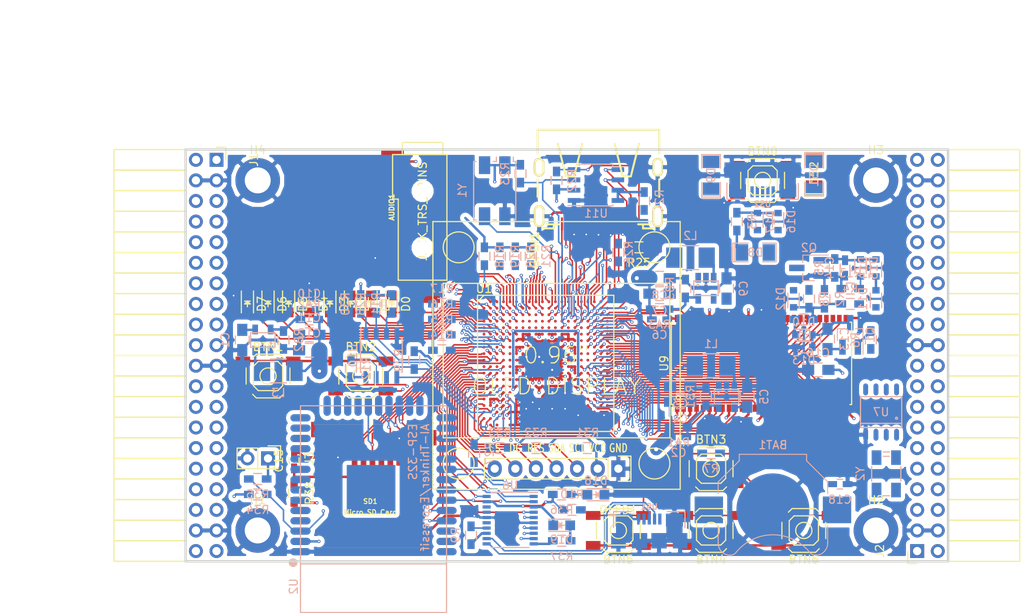
<source format=kicad_pcb>
(kicad_pcb (version 4) (host pcbnew 4.0.5+dfsg1-4)
  (layers (0 F.Cu signal) (1 In1.Cu signal) (2 In2.Cu signal) (31 B.Cu signal) (34 B.Paste user) (35 F.Paste user) (36 B.SilkS user) (37 F.SilkS user) (38 B.Mask user) (39 F.Mask user) (44 Edge.Cuts user))
  (net 0 "")
  (net 1 GND)
  (net 2 +5V)
  (net 3 /gpio/IN5V)
  (net 4 /gpio/OUT5V)
  (net 5 +3V3)
  (net 6 "Net-(L1-Pad1)")
  (net 7 "Net-(L2-Pad1)")
  (net 8 +1V2)
  (net 9 BTN_D)
  (net 10 BTN_F1)
  (net 11 BTN_F2)
  (net 12 BTN_L)
  (net 13 BTN_R)
  (net 14 BTN_U)
  (net 15 /power/FB1)
  (net 16 +2V5)
  (net 17 "Net-(L3-Pad1)")
  (net 18 /power/PWREN)
  (net 19 /power/FB3)
  (net 20 /power/FB2)
  (net 21 "Net-(D9-Pad1)")
  (net 22 /power/VBAT)
  (net 23 JTAG_TDI)
  (net 24 JTAG_TCK)
  (net 25 JTAG_TMS)
  (net 26 JTAG_TDO)
  (net 27 /power/WAKEUPn)
  (net 28 /power/WKUP)
  (net 29 /power/SHUT)
  (net 30 /power/WAKE)
  (net 31 /power/HOLD)
  (net 32 /power/WKn)
  (net 33 /power/OSCI_32k)
  (net 34 /power/OSCO_32k)
  (net 35 "Net-(Q2-Pad3)")
  (net 36 SHUTDOWN)
  (net 37 /analog/AUDIO_L)
  (net 38 /analog/AUDIO_R)
  (net 39 GPDI_5V_SCL)
  (net 40 GPDI_5V_SDA)
  (net 41 GPDI_SDA)
  (net 42 GPDI_SCL)
  (net 43 /gpdi/VREF2)
  (net 44 /blinkey/BTNPU)
  (net 45 SD_CMD)
  (net 46 SD_CLK)
  (net 47 SD_D0)
  (net 48 SD_D1)
  (net 49 USB5V)
  (net 50 "Net-(BTN0-Pad1)")
  (net 51 GPDI_CEC)
  (net 52 nRESET)
  (net 53 FTDI_nDTR)
  (net 54 SDRAM_CKE)
  (net 55 SDRAM_A7)
  (net 56 SDRAM_D15)
  (net 57 SDRAM_BA1)
  (net 58 SDRAM_D7)
  (net 59 SDRAM_A6)
  (net 60 SDRAM_CLK)
  (net 61 SDRAM_D13)
  (net 62 SDRAM_BA0)
  (net 63 SDRAM_D6)
  (net 64 SDRAM_A5)
  (net 65 SDRAM_D14)
  (net 66 SDRAM_A11)
  (net 67 SDRAM_D12)
  (net 68 SDRAM_D5)
  (net 69 SDRAM_A4)
  (net 70 SDRAM_A10)
  (net 71 SDRAM_D11)
  (net 72 SDRAM_A3)
  (net 73 SDRAM_D4)
  (net 74 SDRAM_D10)
  (net 75 SDRAM_D9)
  (net 76 SDRAM_A9)
  (net 77 SDRAM_D3)
  (net 78 SDRAM_D8)
  (net 79 SDRAM_A8)
  (net 80 SDRAM_A2)
  (net 81 SDRAM_A1)
  (net 82 SDRAM_A0)
  (net 83 SDRAM_D2)
  (net 84 SDRAM_D1)
  (net 85 SDRAM_D0)
  (net 86 SDRAM_DQM0)
  (net 87 SDRAM_nCS)
  (net 88 SDRAM_nRAS)
  (net 89 SDRAM_DQM1)
  (net 90 SDRAM_nCAS)
  (net 91 SDRAM_nWE)
  (net 92 /flash/FLASH_nWP)
  (net 93 /flash/FLASH_nHOLD)
  (net 94 /flash/FLASH_MOSI)
  (net 95 /flash/FLASH_MISO)
  (net 96 /flash/FLASH_SCK)
  (net 97 /flash/FLASH_nCS)
  (net 98 /flash/FPGA_PROGRAMN)
  (net 99 /flash/FPGA_DONE)
  (net 100 /flash/FPGA_INITN)
  (net 101 OLED_RES)
  (net 102 OLED_DC)
  (net 103 OLED_CS)
  (net 104 WIFI_EN)
  (net 105 FTDI_nRTS)
  (net 106 WIFI_GPIO2)
  (net 107 FTDI_TXD)
  (net 108 FTDI_RXD)
  (net 109 WIFI_RXD)
  (net 110 WIFI_GPIO0)
  (net 111 WIFI_TXD)
  (net 112 /gpdi/CLK_25MHz)
  (net 113 GPDI_ETH-)
  (net 114 GPDI_ETH+)
  (net 115 GPDI_D2+)
  (net 116 GPDI_D2-)
  (net 117 GPDI_D1+)
  (net 118 GPDI_D1-)
  (net 119 GPDI_D0+)
  (net 120 GPDI_D0-)
  (net 121 GPDI_CLK+)
  (net 122 GPDI_CLK-)
  (net 123 USB_FPGA_D+)
  (net 124 USB_FPGA_D-)
  (net 125 USB_FTDI_D+)
  (net 126 USB_FTDI_D-)
  (net 127 J1_17-)
  (net 128 J1_17+)
  (net 129 J1_23-)
  (net 130 J1_23+)
  (net 131 J1_25-)
  (net 132 J1_25+)
  (net 133 J1_27-)
  (net 134 J1_27+)
  (net 135 J1_29-)
  (net 136 J1_29+)
  (net 137 J1_31-)
  (net 138 J1_31+)
  (net 139 J1_33-)
  (net 140 J1_33+)
  (net 141 J1_35-)
  (net 142 J1_35+)
  (net 143 J2_5-)
  (net 144 J2_5+)
  (net 145 J2_7-)
  (net 146 J2_7+)
  (net 147 J2_9-)
  (net 148 J2_9+)
  (net 149 J2_13-)
  (net 150 J2_13+)
  (net 151 J2_17-)
  (net 152 J2_17+)
  (net 153 J2_11-)
  (net 154 J2_11+)
  (net 155 J2_23-)
  (net 156 J2_23+)
  (net 157 J1_5-)
  (net 158 J1_5+)
  (net 159 J1_7-)
  (net 160 J1_7+)
  (net 161 J1_9-)
  (net 162 J1_9+)
  (net 163 J1_11-)
  (net 164 J1_11+)
  (net 165 J1_13-)
  (net 166 J1_13+)
  (net 167 J1_15-)
  (net 168 J1_15+)
  (net 169 J2_15-)
  (net 170 J2_15+)
  (net 171 J2_25-)
  (net 172 J2_25+)
  (net 173 J2_27-)
  (net 174 J2_27+)
  (net 175 J2_29-)
  (net 176 J2_29+)
  (net 177 J2_31-)
  (net 178 J2_31+)
  (net 179 J2_33-)
  (net 180 J2_33+)
  (net 181 J2_35-)
  (net 182 J2_35+)
  (net 183 SD_D3)
  (net 184 AUDIO_L3)
  (net 185 AUDIO_L2)
  (net 186 AUDIO_L1)
  (net 187 AUDIO_L0)
  (net 188 AUDIO_R3)
  (net 189 AUDIO_R2)
  (net 190 AUDIO_R1)
  (net 191 AUDIO_R0)
  (net 192 OLED_CLK)
  (net 193 OLED_MOSI)
  (net 194 WIFI_GPIO15)
  (net 195 LED0)
  (net 196 LED1)
  (net 197 LED2)
  (net 198 LED3)
  (net 199 LED4)
  (net 200 LED5)
  (net 201 LED6)
  (net 202 LED7)
  (net 203 BTN_PWRn)
  (net 204 "Net-(J3-Pad1)")
  (net 205 FTDI_nTXLED)
  (net 206 FTDI_nSLEEP)
  (net 207 /blinkey/LED_PWREN)
  (net 208 /blinkey/LED_TXLED)
  (net 209 FT3V3)
  (net 210 /sdcard/SD3V3)
  (net 211 SD_D2)
  (net 212 FTDI_nSUSPEND)
  (module lfe5bg381:BGA-381_pitch0.8mm_dia0.4mm (layer F.Cu) (at 138.48 87.8)
    (fp_text reference U1 (at -7.6 -9.2) (layer F.SilkS))
    (fp_text value LFE5U-25F-6BG381C)
    (pad A2 smd circle (at -6.8 -7.6) (size 0.35 0.35) (layers F.Cu F.Paste F.Mask) (net 134 J1_27+))
    (pad A3 smd circle (at -6 -7.6) (size 0.35 0.35) (layers F.Cu F.Paste F.Mask) (net 188 AUDIO_R3))
    (pad A4 smd circle (at -5.2 -7.6) (size 0.35 0.35) (layers F.Cu F.Paste F.Mask) (net 132 J1_25+))
    (pad A5 smd circle (at -4.4 -7.6) (size 0.35 0.35) (layers F.Cu F.Paste F.Mask) (net 131 J1_25-))
    (pad A6 smd circle (at -3.6 -7.6) (size 0.35 0.35) (layers F.Cu F.Paste F.Mask) (net 130 J1_23+))
    (pad A7 smd circle (at -2.8 -7.6) (size 0.35 0.35) (layers F.Cu F.Paste F.Mask) (net 166 J1_13+))
    (pad A8 smd circle (at -2 -7.6) (size 0.35 0.35) (layers F.Cu F.Paste F.Mask) (net 165 J1_13-))
    (pad A9 smd circle (at -1.2 -7.6) (size 0.35 0.35) (layers F.Cu F.Paste F.Mask) (net 161 J1_9-))
    (pad A10 smd circle (at -0.4 -7.6) (size 0.35 0.35) (layers F.Cu F.Paste F.Mask) (net 160 J1_7+))
    (pad A11 smd circle (at 0.4 -7.6) (size 0.35 0.35) (layers F.Cu F.Paste F.Mask) (net 159 J1_7-))
    (pad A12 smd circle (at 1.2 -7.6) (size 0.35 0.35) (layers F.Cu F.Paste F.Mask) (net 114 GPDI_ETH+))
    (pad A13 smd circle (at 2 -7.6) (size 0.35 0.35) (layers F.Cu F.Paste F.Mask) (net 113 GPDI_ETH-))
    (pad A14 smd circle (at 2.8 -7.6) (size 0.35 0.35) (layers F.Cu F.Paste F.Mask) (net 115 GPDI_D2+))
    (pad A15 smd circle (at 3.6 -7.6) (size 0.35 0.35) (layers F.Cu F.Paste F.Mask))
    (pad A16 smd circle (at 4.4 -7.6) (size 0.35 0.35) (layers F.Cu F.Paste F.Mask) (net 117 GPDI_D1+))
    (pad A17 smd circle (at 5.2 -7.6) (size 0.35 0.35) (layers F.Cu F.Paste F.Mask) (net 119 GPDI_D0+))
    (pad A18 smd circle (at 6 -7.6) (size 0.35 0.35) (layers F.Cu F.Paste F.Mask) (net 121 GPDI_CLK+))
    (pad A19 smd circle (at 6.8 -7.6) (size 0.35 0.35) (layers F.Cu F.Paste F.Mask) (net 51 GPDI_CEC))
    (pad B1 smd circle (at -7.6 -6.8) (size 0.35 0.35) (layers F.Cu F.Paste F.Mask) (net 133 J1_27-))
    (pad B2 smd circle (at -6.8 -6.8) (size 0.35 0.35) (layers F.Cu F.Paste F.Mask) (net 195 LED0))
    (pad B3 smd circle (at -6 -6.8) (size 0.35 0.35) (layers F.Cu F.Paste F.Mask) (net 187 AUDIO_L0))
    (pad B4 smd circle (at -5.2 -6.8) (size 0.35 0.35) (layers F.Cu F.Paste F.Mask) (net 135 J1_29-))
    (pad B5 smd circle (at -4.4 -6.8) (size 0.35 0.35) (layers F.Cu F.Paste F.Mask) (net 189 AUDIO_R2))
    (pad B6 smd circle (at -3.6 -6.8) (size 0.35 0.35) (layers F.Cu F.Paste F.Mask) (net 129 J1_23-))
    (pad B7 smd circle (at -2.8 -6.8) (size 0.35 0.35) (layers F.Cu F.Paste F.Mask) (net 1 GND))
    (pad B8 smd circle (at -2 -6.8) (size 0.35 0.35) (layers F.Cu F.Paste F.Mask) (net 167 J1_15-))
    (pad B9 smd circle (at -1.2 -6.8) (size 0.35 0.35) (layers F.Cu F.Paste F.Mask) (net 164 J1_11+))
    (pad B10 smd circle (at -0.4 -6.8) (size 0.35 0.35) (layers F.Cu F.Paste F.Mask) (net 162 J1_9+))
    (pad B11 smd circle (at 0.4 -6.8) (size 0.35 0.35) (layers F.Cu F.Paste F.Mask) (net 158 J1_5+))
    (pad B12 smd circle (at 1.2 -6.8) (size 0.35 0.35) (layers F.Cu F.Paste F.Mask) (net 112 /gpdi/CLK_25MHz))
    (pad B13 smd circle (at 2 -6.8) (size 0.35 0.35) (layers F.Cu F.Paste F.Mask) (net 180 J2_33+))
    (pad B14 smd circle (at 2.8 -6.8) (size 0.35 0.35) (layers F.Cu F.Paste F.Mask) (net 1 GND))
    (pad B15 smd circle (at 3.6 -6.8) (size 0.35 0.35) (layers F.Cu F.Paste F.Mask) (net 178 J2_31+))
    (pad B16 smd circle (at 4.4 -6.8) (size 0.35 0.35) (layers F.Cu F.Paste F.Mask) (net 118 GPDI_D1-))
    (pad B17 smd circle (at 5.2 -6.8) (size 0.35 0.35) (layers F.Cu F.Paste F.Mask) (net 174 J2_27+))
    (pad B18 smd circle (at 6 -6.8) (size 0.35 0.35) (layers F.Cu F.Paste F.Mask) (net 120 GPDI_D0-))
    (pad B19 smd circle (at 6.8 -6.8) (size 0.35 0.35) (layers F.Cu F.Paste F.Mask) (net 122 GPDI_CLK-))
    (pad B20 smd circle (at 7.6 -6.8) (size 0.35 0.35) (layers F.Cu F.Paste F.Mask) (net 41 GPDI_SDA))
    (pad C1 smd circle (at -7.6 -6) (size 0.35 0.35) (layers F.Cu F.Paste F.Mask) (net 197 LED2))
    (pad C2 smd circle (at -6.8 -6) (size 0.35 0.35) (layers F.Cu F.Paste F.Mask) (net 196 LED1))
    (pad C3 smd circle (at -6 -6) (size 0.35 0.35) (layers F.Cu F.Paste F.Mask) (net 185 AUDIO_L2))
    (pad C4 smd circle (at -5.2 -6) (size 0.35 0.35) (layers F.Cu F.Paste F.Mask) (net 136 J1_29+))
    (pad C5 smd circle (at -4.4 -6) (size 0.35 0.35) (layers F.Cu F.Paste F.Mask) (net 190 AUDIO_R1))
    (pad C6 smd circle (at -3.6 -6) (size 0.35 0.35) (layers F.Cu F.Paste F.Mask) (net 128 J1_17+))
    (pad C7 smd circle (at -2.8 -6) (size 0.35 0.35) (layers F.Cu F.Paste F.Mask) (net 127 J1_17-))
    (pad C8 smd circle (at -2 -6) (size 0.35 0.35) (layers F.Cu F.Paste F.Mask) (net 168 J1_15+))
    (pad C9 smd circle (at -1.2 -6) (size 0.35 0.35) (layers F.Cu F.Paste F.Mask))
    (pad C10 smd circle (at -0.4 -6) (size 0.35 0.35) (layers F.Cu F.Paste F.Mask) (net 163 J1_11-))
    (pad C11 smd circle (at 0.4 -6) (size 0.35 0.35) (layers F.Cu F.Paste F.Mask) (net 157 J1_5-))
    (pad C12 smd circle (at 1.2 -6) (size 0.35 0.35) (layers F.Cu F.Paste F.Mask) (net 42 GPDI_SCL))
    (pad C13 smd circle (at 2 -6) (size 0.35 0.35) (layers F.Cu F.Paste F.Mask) (net 179 J2_33-))
    (pad C14 smd circle (at 2.8 -6) (size 0.35 0.35) (layers F.Cu F.Paste F.Mask) (net 116 GPDI_D2-))
    (pad C15 smd circle (at 3.6 -6) (size 0.35 0.35) (layers F.Cu F.Paste F.Mask) (net 177 J2_31-))
    (pad C16 smd circle (at 4.4 -6) (size 0.35 0.35) (layers F.Cu F.Paste F.Mask) (net 176 J2_29+))
    (pad C17 smd circle (at 5.2 -6) (size 0.35 0.35) (layers F.Cu F.Paste F.Mask) (net 173 J2_27-))
    (pad C18 smd circle (at 6 -6) (size 0.35 0.35) (layers F.Cu F.Paste F.Mask) (net 156 J2_23+))
    (pad C19 smd circle (at 6.8 -6) (size 0.35 0.35) (layers F.Cu F.Paste F.Mask) (net 1 GND))
    (pad C20 smd circle (at 7.6 -6) (size 0.35 0.35) (layers F.Cu F.Paste F.Mask) (net 56 SDRAM_D15))
    (pad D1 smd circle (at -7.6 -5.2) (size 0.35 0.35) (layers F.Cu F.Paste F.Mask) (net 199 LED4))
    (pad D2 smd circle (at -6.8 -5.2) (size 0.35 0.35) (layers F.Cu F.Paste F.Mask) (net 198 LED3))
    (pad D3 smd circle (at -6 -5.2) (size 0.35 0.35) (layers F.Cu F.Paste F.Mask) (net 186 AUDIO_L1))
    (pad D4 smd circle (at -5.2 -5.2) (size 0.35 0.35) (layers F.Cu F.Paste F.Mask) (net 1 GND))
    (pad D5 smd circle (at -4.4 -5.2) (size 0.35 0.35) (layers F.Cu F.Paste F.Mask))
    (pad D6 smd circle (at -3.6 -5.2) (size 0.35 0.35) (layers F.Cu F.Paste F.Mask) (net 203 BTN_PWRn))
    (pad D7 smd circle (at -2.8 -5.2) (size 0.35 0.35) (layers F.Cu F.Paste F.Mask))
    (pad D8 smd circle (at -2 -5.2) (size 0.35 0.35) (layers F.Cu F.Paste F.Mask))
    (pad D9 smd circle (at -1.2 -5.2) (size 0.35 0.35) (layers F.Cu F.Paste F.Mask))
    (pad D10 smd circle (at -0.4 -5.2) (size 0.35 0.35) (layers F.Cu F.Paste F.Mask))
    (pad D11 smd circle (at 0.4 -5.2) (size 0.35 0.35) (layers F.Cu F.Paste F.Mask) (net 14 BTN_U))
    (pad D12 smd circle (at 1.2 -5.2) (size 0.35 0.35) (layers F.Cu F.Paste F.Mask))
    (pad D13 smd circle (at 2 -5.2) (size 0.35 0.35) (layers F.Cu F.Paste F.Mask) (net 182 J2_35+))
    (pad D14 smd circle (at 2.8 -5.2) (size 0.35 0.35) (layers F.Cu F.Paste F.Mask))
    (pad D15 smd circle (at 3.6 -5.2) (size 0.35 0.35) (layers F.Cu F.Paste F.Mask) (net 172 J2_25+))
    (pad D16 smd circle (at 4.4 -5.2) (size 0.35 0.35) (layers F.Cu F.Paste F.Mask) (net 175 J2_29-))
    (pad D17 smd circle (at 5.2 -5.2) (size 0.35 0.35) (layers F.Cu F.Paste F.Mask) (net 155 J2_23-))
    (pad D18 smd circle (at 6 -5.2) (size 0.35 0.35) (layers F.Cu F.Paste F.Mask) (net 152 J2_17+))
    (pad D19 smd circle (at 6.8 -5.2) (size 0.35 0.35) (layers F.Cu F.Paste F.Mask) (net 65 SDRAM_D14))
    (pad D20 smd circle (at 7.6 -5.2) (size 0.35 0.35) (layers F.Cu F.Paste F.Mask) (net 61 SDRAM_D13))
    (pad E1 smd circle (at -7.6 -4.4) (size 0.35 0.35) (layers F.Cu F.Paste F.Mask) (net 201 LED6))
    (pad E2 smd circle (at -6.8 -4.4) (size 0.35 0.35) (layers F.Cu F.Paste F.Mask) (net 200 LED5))
    (pad E3 smd circle (at -6 -4.4) (size 0.35 0.35) (layers F.Cu F.Paste F.Mask) (net 137 J1_31-))
    (pad E4 smd circle (at -5.2 -4.4) (size 0.35 0.35) (layers F.Cu F.Paste F.Mask))
    (pad E5 smd circle (at -4.4 -4.4) (size 0.35 0.35) (layers F.Cu F.Paste F.Mask) (net 184 AUDIO_L3))
    (pad E6 smd circle (at -3.6 -4.4) (size 0.35 0.35) (layers F.Cu F.Paste F.Mask))
    (pad E7 smd circle (at -2.8 -4.4) (size 0.35 0.35) (layers F.Cu F.Paste F.Mask))
    (pad E8 smd circle (at -2 -4.4) (size 0.35 0.35) (layers F.Cu F.Paste F.Mask))
    (pad E9 smd circle (at -1.2 -4.4) (size 0.35 0.35) (layers F.Cu F.Paste F.Mask))
    (pad E10 smd circle (at -0.4 -4.4) (size 0.35 0.35) (layers F.Cu F.Paste F.Mask))
    (pad E11 smd circle (at 0.4 -4.4) (size 0.35 0.35) (layers F.Cu F.Paste F.Mask))
    (pad E12 smd circle (at 1.2 -4.4) (size 0.35 0.35) (layers F.Cu F.Paste F.Mask))
    (pad E13 smd circle (at 2 -4.4) (size 0.35 0.35) (layers F.Cu F.Paste F.Mask) (net 181 J2_35-))
    (pad E14 smd circle (at 2.8 -4.4) (size 0.35 0.35) (layers F.Cu F.Paste F.Mask))
    (pad E15 smd circle (at 3.6 -4.4) (size 0.35 0.35) (layers F.Cu F.Paste F.Mask) (net 171 J2_25-))
    (pad E16 smd circle (at 4.4 -4.4) (size 0.35 0.35) (layers F.Cu F.Paste F.Mask))
    (pad E17 smd circle (at 5.2 -4.4) (size 0.35 0.35) (layers F.Cu F.Paste F.Mask) (net 151 J2_17-))
    (pad E18 smd circle (at 6 -4.4) (size 0.35 0.35) (layers F.Cu F.Paste F.Mask) (net 73 SDRAM_D4))
    (pad E19 smd circle (at 6.8 -4.4) (size 0.35 0.35) (layers F.Cu F.Paste F.Mask) (net 67 SDRAM_D12))
    (pad E20 smd circle (at 7.6 -4.4) (size 0.35 0.35) (layers F.Cu F.Paste F.Mask) (net 71 SDRAM_D11))
    (pad F1 smd circle (at -7.6 -3.6) (size 0.35 0.35) (layers F.Cu F.Paste F.Mask))
    (pad F2 smd circle (at -6.8 -3.6) (size 0.35 0.35) (layers F.Cu F.Paste F.Mask) (net 202 LED7))
    (pad F3 smd circle (at -6 -3.6) (size 0.35 0.35) (layers F.Cu F.Paste F.Mask) (net 139 J1_33-))
    (pad F4 smd circle (at -5.2 -3.6) (size 0.35 0.35) (layers F.Cu F.Paste F.Mask) (net 138 J1_31+))
    (pad F5 smd circle (at -4.4 -3.6) (size 0.35 0.35) (layers F.Cu F.Paste F.Mask) (net 191 AUDIO_R0))
    (pad F6 smd circle (at -3.6 -3.6) (size 0.35 0.35) (layers F.Cu F.Paste F.Mask) (net 16 +2V5))
    (pad F7 smd circle (at -2.8 -3.6) (size 0.35 0.35) (layers F.Cu F.Paste F.Mask) (net 1 GND))
    (pad F8 smd circle (at -2 -3.6) (size 0.35 0.35) (layers F.Cu F.Paste F.Mask) (net 1 GND))
    (pad F9 smd circle (at -1.2 -3.6) (size 0.35 0.35) (layers F.Cu F.Paste F.Mask) (net 5 +3V3))
    (pad F10 smd circle (at -0.4 -3.6) (size 0.35 0.35) (layers F.Cu F.Paste F.Mask) (net 5 +3V3))
    (pad F11 smd circle (at 0.4 -3.6) (size 0.35 0.35) (layers F.Cu F.Paste F.Mask) (net 5 +3V3))
    (pad F12 smd circle (at 1.2 -3.6) (size 0.35 0.35) (layers F.Cu F.Paste F.Mask) (net 5 +3V3))
    (pad F13 smd circle (at 2 -3.6) (size 0.35 0.35) (layers F.Cu F.Paste F.Mask) (net 1 GND))
    (pad F14 smd circle (at 2.8 -3.6) (size 0.35 0.35) (layers F.Cu F.Paste F.Mask) (net 1 GND))
    (pad F15 smd circle (at 3.6 -3.6) (size 0.35 0.35) (layers F.Cu F.Paste F.Mask) (net 16 +2V5))
    (pad F16 smd circle (at 4.4 -3.6) (size 0.35 0.35) (layers F.Cu F.Paste F.Mask))
    (pad F17 smd circle (at 5.2 -3.6) (size 0.35 0.35) (layers F.Cu F.Paste F.Mask) (net 170 J2_15+))
    (pad F18 smd circle (at 6 -3.6) (size 0.35 0.35) (layers F.Cu F.Paste F.Mask) (net 68 SDRAM_D5))
    (pad F19 smd circle (at 6.8 -3.6) (size 0.35 0.35) (layers F.Cu F.Paste F.Mask) (net 74 SDRAM_D10))
    (pad F20 smd circle (at 7.6 -3.6) (size 0.35 0.35) (layers F.Cu F.Paste F.Mask) (net 75 SDRAM_D9))
    (pad G1 smd circle (at -7.6 -2.8) (size 0.35 0.35) (layers F.Cu F.Paste F.Mask))
    (pad G2 smd circle (at -6.8 -2.8) (size 0.35 0.35) (layers F.Cu F.Paste F.Mask) (net 104 WIFI_EN))
    (pad G3 smd circle (at -6 -2.8) (size 0.35 0.35) (layers F.Cu F.Paste F.Mask) (net 140 J1_33+))
    (pad G4 smd circle (at -5.2 -2.8) (size 0.35 0.35) (layers F.Cu F.Paste F.Mask) (net 1 GND))
    (pad G5 smd circle (at -4.4 -2.8) (size 0.35 0.35) (layers F.Cu F.Paste F.Mask) (net 141 J1_35-))
    (pad G6 smd circle (at -3.6 -2.8) (size 0.35 0.35) (layers F.Cu F.Paste F.Mask) (net 1 GND))
    (pad G7 smd circle (at -2.8 -2.8) (size 0.35 0.35) (layers F.Cu F.Paste F.Mask) (net 1 GND))
    (pad G8 smd circle (at -2 -2.8) (size 0.35 0.35) (layers F.Cu F.Paste F.Mask) (net 1 GND))
    (pad G9 smd circle (at -1.2 -2.8) (size 0.35 0.35) (layers F.Cu F.Paste F.Mask) (net 1 GND))
    (pad G10 smd circle (at -0.4 -2.8) (size 0.35 0.35) (layers F.Cu F.Paste F.Mask) (net 1 GND))
    (pad G11 smd circle (at 0.4 -2.8) (size 0.35 0.35) (layers F.Cu F.Paste F.Mask) (net 1 GND))
    (pad G12 smd circle (at 1.2 -2.8) (size 0.35 0.35) (layers F.Cu F.Paste F.Mask) (net 1 GND))
    (pad G13 smd circle (at 2 -2.8) (size 0.35 0.35) (layers F.Cu F.Paste F.Mask) (net 1 GND))
    (pad G14 smd circle (at 2.8 -2.8) (size 0.35 0.35) (layers F.Cu F.Paste F.Mask) (net 1 GND))
    (pad G15 smd circle (at 3.6 -2.8) (size 0.35 0.35) (layers F.Cu F.Paste F.Mask) (net 1 GND))
    (pad G16 smd circle (at 4.4 -2.8) (size 0.35 0.35) (layers F.Cu F.Paste F.Mask))
    (pad G17 smd circle (at 5.2 -2.8) (size 0.35 0.35) (layers F.Cu F.Paste F.Mask) (net 1 GND))
    (pad G18 smd circle (at 6 -2.8) (size 0.35 0.35) (layers F.Cu F.Paste F.Mask) (net 169 J2_15-))
    (pad G19 smd circle (at 6.8 -2.8) (size 0.35 0.35) (layers F.Cu F.Paste F.Mask) (net 78 SDRAM_D8))
    (pad G20 smd circle (at 7.6 -2.8) (size 0.35 0.35) (layers F.Cu F.Paste F.Mask) (net 89 SDRAM_DQM1))
    (pad H1 smd circle (at -7.6 -2) (size 0.35 0.35) (layers F.Cu F.Paste F.Mask) (net 183 SD_D3))
    (pad H2 smd circle (at -6.8 -2) (size 0.35 0.35) (layers F.Cu F.Paste F.Mask) (net 211 SD_D2))
    (pad H3 smd circle (at -6 -2) (size 0.35 0.35) (layers F.Cu F.Paste F.Mask))
    (pad H4 smd circle (at -5.2 -2) (size 0.35 0.35) (layers F.Cu F.Paste F.Mask) (net 142 J1_35+))
    (pad H5 smd circle (at -4.4 -2) (size 0.35 0.35) (layers F.Cu F.Paste F.Mask))
    (pad H6 smd circle (at -3.6 -2) (size 0.35 0.35) (layers F.Cu F.Paste F.Mask) (net 5 +3V3))
    (pad H7 smd circle (at -2.8 -2) (size 0.35 0.35) (layers F.Cu F.Paste F.Mask) (net 5 +3V3))
    (pad H8 smd circle (at -2 -2) (size 0.35 0.35) (layers F.Cu F.Paste F.Mask) (net 8 +1V2))
    (pad H9 smd circle (at -1.2 -2) (size 0.35 0.35) (layers F.Cu F.Paste F.Mask) (net 8 +1V2))
    (pad H10 smd circle (at -0.4 -2) (size 0.35 0.35) (layers F.Cu F.Paste F.Mask) (net 8 +1V2))
    (pad H11 smd circle (at 0.4 -2) (size 0.35 0.35) (layers F.Cu F.Paste F.Mask) (net 8 +1V2))
    (pad H12 smd circle (at 1.2 -2) (size 0.35 0.35) (layers F.Cu F.Paste F.Mask) (net 8 +1V2))
    (pad H13 smd circle (at 2 -2) (size 0.35 0.35) (layers F.Cu F.Paste F.Mask) (net 8 +1V2))
    (pad H14 smd circle (at 2.8 -2) (size 0.35 0.35) (layers F.Cu F.Paste F.Mask) (net 5 +3V3))
    (pad H15 smd circle (at 3.6 -2) (size 0.35 0.35) (layers F.Cu F.Paste F.Mask) (net 5 +3V3))
    (pad H16 smd circle (at 4.4 -2) (size 0.35 0.35) (layers F.Cu F.Paste F.Mask))
    (pad H17 smd circle (at 5.2 -2) (size 0.35 0.35) (layers F.Cu F.Paste F.Mask) (net 149 J2_13-))
    (pad H18 smd circle (at 6 -2) (size 0.35 0.35) (layers F.Cu F.Paste F.Mask) (net 150 J2_13+))
    (pad H19 smd circle (at 6.8 -2) (size 0.35 0.35) (layers F.Cu F.Paste F.Mask) (net 1 GND))
    (pad H20 smd circle (at 7.6 -2) (size 0.35 0.35) (layers F.Cu F.Paste F.Mask) (net 60 SDRAM_CLK))
    (pad J1 smd circle (at -7.6 -1.2) (size 0.35 0.35) (layers F.Cu F.Paste F.Mask) (net 46 SD_CLK))
    (pad J2 smd circle (at -6.8 -1.2) (size 0.35 0.35) (layers F.Cu F.Paste F.Mask) (net 1 GND))
    (pad J3 smd circle (at -6 -1.2) (size 0.35 0.35) (layers F.Cu F.Paste F.Mask) (net 45 SD_CMD))
    (pad J4 smd circle (at -5.2 -1.2) (size 0.35 0.35) (layers F.Cu F.Paste F.Mask) (net 106 WIFI_GPIO2))
    (pad J5 smd circle (at -4.4 -1.2) (size 0.35 0.35) (layers F.Cu F.Paste F.Mask))
    (pad J6 smd circle (at -3.6 -1.2) (size 0.35 0.35) (layers F.Cu F.Paste F.Mask) (net 5 +3V3))
    (pad J7 smd circle (at -2.8 -1.2) (size 0.35 0.35) (layers F.Cu F.Paste F.Mask) (net 1 GND))
    (pad J8 smd circle (at -2 -1.2) (size 0.35 0.35) (layers F.Cu F.Paste F.Mask) (net 8 +1V2))
    (pad J9 smd circle (at -1.2 -1.2) (size 0.35 0.35) (layers F.Cu F.Paste F.Mask) (net 1 GND))
    (pad J10 smd circle (at -0.4 -1.2) (size 0.35 0.35) (layers F.Cu F.Paste F.Mask) (net 1 GND))
    (pad J11 smd circle (at 0.4 -1.2) (size 0.35 0.35) (layers F.Cu F.Paste F.Mask) (net 1 GND))
    (pad J12 smd circle (at 1.2 -1.2) (size 0.35 0.35) (layers F.Cu F.Paste F.Mask) (net 1 GND))
    (pad J13 smd circle (at 2 -1.2) (size 0.35 0.35) (layers F.Cu F.Paste F.Mask) (net 8 +1V2))
    (pad J14 smd circle (at 2.8 -1.2) (size 0.35 0.35) (layers F.Cu F.Paste F.Mask) (net 1 GND))
    (pad J15 smd circle (at 3.6 -1.2) (size 0.35 0.35) (layers F.Cu F.Paste F.Mask) (net 5 +3V3))
    (pad J16 smd circle (at 4.4 -1.2) (size 0.35 0.35) (layers F.Cu F.Paste F.Mask))
    (pad J17 smd circle (at 5.2 -1.2) (size 0.35 0.35) (layers F.Cu F.Paste F.Mask))
    (pad J18 smd circle (at 6 -1.2) (size 0.35 0.35) (layers F.Cu F.Paste F.Mask) (net 77 SDRAM_D3))
    (pad J19 smd circle (at 6.8 -1.2) (size 0.35 0.35) (layers F.Cu F.Paste F.Mask) (net 54 SDRAM_CKE))
    (pad J20 smd circle (at 7.6 -1.2) (size 0.35 0.35) (layers F.Cu F.Paste F.Mask) (net 66 SDRAM_A11))
    (pad K1 smd circle (at -7.6 -0.4) (size 0.35 0.35) (layers F.Cu F.Paste F.Mask) (net 48 SD_D1))
    (pad K2 smd circle (at -6.8 -0.4) (size 0.35 0.35) (layers F.Cu F.Paste F.Mask) (net 47 SD_D0))
    (pad K3 smd circle (at -6 -0.4) (size 0.35 0.35) (layers F.Cu F.Paste F.Mask) (net 109 WIFI_RXD))
    (pad K4 smd circle (at -5.2 -0.4) (size 0.35 0.35) (layers F.Cu F.Paste F.Mask) (net 111 WIFI_TXD))
    (pad K5 smd circle (at -4.4 -0.4) (size 0.35 0.35) (layers F.Cu F.Paste F.Mask) (net 124 USB_FPGA_D-))
    (pad K6 smd circle (at -3.6 -0.4) (size 0.35 0.35) (layers F.Cu F.Paste F.Mask) (net 1 GND))
    (pad K7 smd circle (at -2.8 -0.4) (size 0.35 0.35) (layers F.Cu F.Paste F.Mask) (net 1 GND))
    (pad K8 smd circle (at -2 -0.4) (size 0.35 0.35) (layers F.Cu F.Paste F.Mask) (net 8 +1V2))
    (pad K9 smd circle (at -1.2 -0.4) (size 0.35 0.35) (layers F.Cu F.Paste F.Mask) (net 1 GND))
    (pad K10 smd circle (at -0.4 -0.4) (size 0.35 0.35) (layers F.Cu F.Paste F.Mask) (net 1 GND))
    (pad K11 smd circle (at 0.4 -0.4) (size 0.35 0.35) (layers F.Cu F.Paste F.Mask) (net 1 GND))
    (pad K12 smd circle (at 1.2 -0.4) (size 0.35 0.35) (layers F.Cu F.Paste F.Mask) (net 1 GND))
    (pad K13 smd circle (at 2 -0.4) (size 0.35 0.35) (layers F.Cu F.Paste F.Mask) (net 8 +1V2))
    (pad K14 smd circle (at 2.8 -0.4) (size 0.35 0.35) (layers F.Cu F.Paste F.Mask) (net 1 GND))
    (pad K15 smd circle (at 3.6 -0.4) (size 0.35 0.35) (layers F.Cu F.Paste F.Mask) (net 1 GND))
    (pad K16 smd circle (at 4.4 -0.4) (size 0.35 0.35) (layers F.Cu F.Paste F.Mask))
    (pad K17 smd circle (at 5.2 -0.4) (size 0.35 0.35) (layers F.Cu F.Paste F.Mask))
    (pad K18 smd circle (at 6 -0.4) (size 0.35 0.35) (layers F.Cu F.Paste F.Mask) (net 83 SDRAM_D2))
    (pad K19 smd circle (at 6.8 -0.4) (size 0.35 0.35) (layers F.Cu F.Paste F.Mask) (net 76 SDRAM_A9))
    (pad K20 smd circle (at 7.6 -0.4) (size 0.35 0.35) (layers F.Cu F.Paste F.Mask) (net 79 SDRAM_A8))
    (pad L1 smd circle (at -7.6 0.4) (size 0.35 0.35) (layers F.Cu F.Paste F.Mask))
    (pad L2 smd circle (at -6.8 0.4) (size 0.35 0.35) (layers F.Cu F.Paste F.Mask) (net 110 WIFI_GPIO0))
    (pad L3 smd circle (at -6 0.4) (size 0.35 0.35) (layers F.Cu F.Paste F.Mask))
    (pad L4 smd circle (at -5.2 0.4) (size 0.35 0.35) (layers F.Cu F.Paste F.Mask) (net 108 FTDI_RXD))
    (pad L5 smd circle (at -4.4 0.4) (size 0.35 0.35) (layers F.Cu F.Paste F.Mask) (net 123 USB_FPGA_D+))
    (pad L6 smd circle (at -3.6 0.4) (size 0.35 0.35) (layers F.Cu F.Paste F.Mask) (net 5 +3V3))
    (pad L7 smd circle (at -2.8 0.4) (size 0.35 0.35) (layers F.Cu F.Paste F.Mask) (net 5 +3V3))
    (pad L8 smd circle (at -2 0.4) (size 0.35 0.35) (layers F.Cu F.Paste F.Mask) (net 8 +1V2))
    (pad L9 smd circle (at -1.2 0.4) (size 0.35 0.35) (layers F.Cu F.Paste F.Mask) (net 1 GND))
    (pad L10 smd circle (at -0.4 0.4) (size 0.35 0.35) (layers F.Cu F.Paste F.Mask) (net 1 GND))
    (pad L11 smd circle (at 0.4 0.4) (size 0.35 0.35) (layers F.Cu F.Paste F.Mask) (net 1 GND))
    (pad L12 smd circle (at 1.2 0.4) (size 0.35 0.35) (layers F.Cu F.Paste F.Mask) (net 1 GND))
    (pad L13 smd circle (at 2 0.4) (size 0.35 0.35) (layers F.Cu F.Paste F.Mask) (net 8 +1V2))
    (pad L14 smd circle (at 2.8 0.4) (size 0.35 0.35) (layers F.Cu F.Paste F.Mask) (net 5 +3V3))
    (pad L15 smd circle (at 3.6 0.4) (size 0.35 0.35) (layers F.Cu F.Paste F.Mask) (net 5 +3V3))
    (pad L16 smd circle (at 4.4 0.4) (size 0.35 0.35) (layers F.Cu F.Paste F.Mask) (net 154 J2_11+))
    (pad L17 smd circle (at 5.2 0.4) (size 0.35 0.35) (layers F.Cu F.Paste F.Mask) (net 153 J2_11-))
    (pad L18 smd circle (at 6 0.4) (size 0.35 0.35) (layers F.Cu F.Paste F.Mask) (net 84 SDRAM_D1))
    (pad L19 smd circle (at 6.8 0.4) (size 0.35 0.35) (layers F.Cu F.Paste F.Mask) (net 55 SDRAM_A7))
    (pad L20 smd circle (at 7.6 0.4) (size 0.35 0.35) (layers F.Cu F.Paste F.Mask) (net 59 SDRAM_A6))
    (pad M1 smd circle (at -7.6 1.2) (size 0.35 0.35) (layers F.Cu F.Paste F.Mask) (net 107 FTDI_TXD))
    (pad M2 smd circle (at -6.8 1.2) (size 0.35 0.35) (layers F.Cu F.Paste F.Mask) (net 1 GND))
    (pad M3 smd circle (at -6 1.2) (size 0.35 0.35) (layers F.Cu F.Paste F.Mask) (net 105 FTDI_nRTS))
    (pad M4 smd circle (at -5.2 1.2) (size 0.35 0.35) (layers F.Cu F.Paste F.Mask))
    (pad M5 smd circle (at -4.4 1.2) (size 0.35 0.35) (layers F.Cu F.Paste F.Mask))
    (pad M6 smd circle (at -3.6 1.2) (size 0.35 0.35) (layers F.Cu F.Paste F.Mask) (net 5 +3V3))
    (pad M7 smd circle (at -2.8 1.2) (size 0.35 0.35) (layers F.Cu F.Paste F.Mask) (net 1 GND))
    (pad M8 smd circle (at -2 1.2) (size 0.35 0.35) (layers F.Cu F.Paste F.Mask) (net 8 +1V2))
    (pad M9 smd circle (at -1.2 1.2) (size 0.35 0.35) (layers F.Cu F.Paste F.Mask) (net 1 GND))
    (pad M10 smd circle (at -0.4 1.2) (size 0.35 0.35) (layers F.Cu F.Paste F.Mask) (net 1 GND))
    (pad M11 smd circle (at 0.4 1.2) (size 0.35 0.35) (layers F.Cu F.Paste F.Mask) (net 1 GND))
    (pad M12 smd circle (at 1.2 1.2) (size 0.35 0.35) (layers F.Cu F.Paste F.Mask) (net 1 GND))
    (pad M13 smd circle (at 2 1.2) (size 0.35 0.35) (layers F.Cu F.Paste F.Mask) (net 8 +1V2))
    (pad M14 smd circle (at 2.8 1.2) (size 0.35 0.35) (layers F.Cu F.Paste F.Mask) (net 1 GND))
    (pad M15 smd circle (at 3.6 1.2) (size 0.35 0.35) (layers F.Cu F.Paste F.Mask) (net 5 +3V3))
    (pad M16 smd circle (at 4.4 1.2) (size 0.35 0.35) (layers F.Cu F.Paste F.Mask) (net 1 GND))
    (pad M17 smd circle (at 5.2 1.2) (size 0.35 0.35) (layers F.Cu F.Paste F.Mask) (net 147 J2_9-))
    (pad M18 smd circle (at 6 1.2) (size 0.35 0.35) (layers F.Cu F.Paste F.Mask) (net 85 SDRAM_D0))
    (pad M19 smd circle (at 6.8 1.2) (size 0.35 0.35) (layers F.Cu F.Paste F.Mask) (net 64 SDRAM_A5))
    (pad M20 smd circle (at 7.6 1.2) (size 0.35 0.35) (layers F.Cu F.Paste F.Mask) (net 69 SDRAM_A4))
    (pad N1 smd circle (at -7.6 2) (size 0.35 0.35) (layers F.Cu F.Paste F.Mask) (net 53 FTDI_nDTR))
    (pad N2 smd circle (at -6.8 2) (size 0.35 0.35) (layers F.Cu F.Paste F.Mask) (net 103 OLED_CS))
    (pad N3 smd circle (at -6 2) (size 0.35 0.35) (layers F.Cu F.Paste F.Mask))
    (pad N4 smd circle (at -5.2 2) (size 0.35 0.35) (layers F.Cu F.Paste F.Mask) (net 194 WIFI_GPIO15))
    (pad N5 smd circle (at -4.4 2) (size 0.35 0.35) (layers F.Cu F.Paste F.Mask))
    (pad N6 smd circle (at -3.6 2) (size 0.35 0.35) (layers F.Cu F.Paste F.Mask) (net 1 GND))
    (pad N7 smd circle (at -2.8 2) (size 0.35 0.35) (layers F.Cu F.Paste F.Mask) (net 1 GND))
    (pad N8 smd circle (at -2 2) (size 0.35 0.35) (layers F.Cu F.Paste F.Mask) (net 8 +1V2))
    (pad N9 smd circle (at -1.2 2) (size 0.35 0.35) (layers F.Cu F.Paste F.Mask) (net 8 +1V2))
    (pad N10 smd circle (at -0.4 2) (size 0.35 0.35) (layers F.Cu F.Paste F.Mask) (net 8 +1V2))
    (pad N11 smd circle (at 0.4 2) (size 0.35 0.35) (layers F.Cu F.Paste F.Mask) (net 8 +1V2))
    (pad N12 smd circle (at 1.2 2) (size 0.35 0.35) (layers F.Cu F.Paste F.Mask) (net 8 +1V2))
    (pad N13 smd circle (at 2 2) (size 0.35 0.35) (layers F.Cu F.Paste F.Mask) (net 8 +1V2))
    (pad N14 smd circle (at 2.8 2) (size 0.35 0.35) (layers F.Cu F.Paste F.Mask) (net 1 GND))
    (pad N15 smd circle (at 3.6 2) (size 0.35 0.35) (layers F.Cu F.Paste F.Mask) (net 1 GND))
    (pad N16 smd circle (at 4.4 2) (size 0.35 0.35) (layers F.Cu F.Paste F.Mask) (net 148 J2_9+))
    (pad N17 smd circle (at 5.2 2) (size 0.35 0.35) (layers F.Cu F.Paste F.Mask) (net 146 J2_7+))
    (pad N18 smd circle (at 6 2) (size 0.35 0.35) (layers F.Cu F.Paste F.Mask) (net 63 SDRAM_D6))
    (pad N19 smd circle (at 6.8 2) (size 0.35 0.35) (layers F.Cu F.Paste F.Mask) (net 72 SDRAM_A3))
    (pad N20 smd circle (at 7.6 2) (size 0.35 0.35) (layers F.Cu F.Paste F.Mask) (net 80 SDRAM_A2))
    (pad P1 smd circle (at -7.6 2.8) (size 0.35 0.35) (layers F.Cu F.Paste F.Mask) (net 102 OLED_DC))
    (pad P2 smd circle (at -6.8 2.8) (size 0.35 0.35) (layers F.Cu F.Paste F.Mask) (net 101 OLED_RES))
    (pad P3 smd circle (at -6 2.8) (size 0.35 0.35) (layers F.Cu F.Paste F.Mask) (net 193 OLED_MOSI))
    (pad P4 smd circle (at -5.2 2.8) (size 0.35 0.35) (layers F.Cu F.Paste F.Mask) (net 192 OLED_CLK))
    (pad P5 smd circle (at -4.4 2.8) (size 0.35 0.35) (layers F.Cu F.Paste F.Mask))
    (pad P6 smd circle (at -3.6 2.8) (size 0.35 0.35) (layers F.Cu F.Paste F.Mask) (net 16 +2V5))
    (pad P7 smd circle (at -2.8 2.8) (size 0.35 0.35) (layers F.Cu F.Paste F.Mask) (net 1 GND))
    (pad P8 smd circle (at -2 2.8) (size 0.35 0.35) (layers F.Cu F.Paste F.Mask) (net 1 GND))
    (pad P9 smd circle (at -1.2 2.8) (size 0.35 0.35) (layers F.Cu F.Paste F.Mask) (net 5 +3V3))
    (pad P10 smd circle (at -0.4 2.8) (size 0.35 0.35) (layers F.Cu F.Paste F.Mask) (net 5 +3V3))
    (pad P11 smd circle (at 0.4 2.8) (size 0.35 0.35) (layers F.Cu F.Paste F.Mask) (net 1 GND))
    (pad P12 smd circle (at 1.2 2.8) (size 0.35 0.35) (layers F.Cu F.Paste F.Mask) (net 1 GND))
    (pad P13 smd circle (at 2 2.8) (size 0.35 0.35) (layers F.Cu F.Paste F.Mask) (net 1 GND))
    (pad P14 smd circle (at 2.8 2.8) (size 0.35 0.35) (layers F.Cu F.Paste F.Mask) (net 1 GND))
    (pad P15 smd circle (at 3.6 2.8) (size 0.35 0.35) (layers F.Cu F.Paste F.Mask) (net 16 +2V5))
    (pad P16 smd circle (at 4.4 2.8) (size 0.35 0.35) (layers F.Cu F.Paste F.Mask) (net 145 J2_7-))
    (pad P17 smd circle (at 5.2 2.8) (size 0.35 0.35) (layers F.Cu F.Paste F.Mask))
    (pad P18 smd circle (at 6 2.8) (size 0.35 0.35) (layers F.Cu F.Paste F.Mask) (net 58 SDRAM_D7))
    (pad P19 smd circle (at 6.8 2.8) (size 0.35 0.35) (layers F.Cu F.Paste F.Mask) (net 81 SDRAM_A1))
    (pad P20 smd circle (at 7.6 2.8) (size 0.35 0.35) (layers F.Cu F.Paste F.Mask) (net 82 SDRAM_A0))
    (pad R1 smd circle (at -7.6 3.6) (size 0.35 0.35) (layers F.Cu F.Paste F.Mask) (net 10 BTN_F1))
    (pad R2 smd circle (at -6.8 3.6) (size 0.35 0.35) (layers F.Cu F.Paste F.Mask) (net 97 /flash/FLASH_nCS))
    (pad R3 smd circle (at -6 3.6) (size 0.35 0.35) (layers F.Cu F.Paste F.Mask))
    (pad R4 smd circle (at -5.2 3.6) (size 0.35 0.35) (layers F.Cu F.Paste F.Mask) (net 1 GND))
    (pad R5 smd circle (at -4.4 3.6) (size 0.35 0.35) (layers F.Cu F.Paste F.Mask) (net 23 JTAG_TDI))
    (pad R16 smd circle (at 4.4 3.6) (size 0.35 0.35) (layers F.Cu F.Paste F.Mask))
    (pad R17 smd circle (at 5.2 3.6) (size 0.35 0.35) (layers F.Cu F.Paste F.Mask))
    (pad R18 smd circle (at 6 3.6) (size 0.35 0.35) (layers F.Cu F.Paste F.Mask) (net 86 SDRAM_DQM0))
    (pad R19 smd circle (at 6.8 3.6) (size 0.35 0.35) (layers F.Cu F.Paste F.Mask) (net 1 GND))
    (pad R20 smd circle (at 7.6 3.6) (size 0.35 0.35) (layers F.Cu F.Paste F.Mask) (net 70 SDRAM_A10))
    (pad T1 smd circle (at -7.6 4.4) (size 0.35 0.35) (layers F.Cu F.Paste F.Mask) (net 11 BTN_F2))
    (pad T2 smd circle (at -6.8 4.4) (size 0.35 0.35) (layers F.Cu F.Paste F.Mask) (net 5 +3V3))
    (pad T3 smd circle (at -6 4.4) (size 0.35 0.35) (layers F.Cu F.Paste F.Mask) (net 5 +3V3))
    (pad T4 smd circle (at -5.2 4.4) (size 0.35 0.35) (layers F.Cu F.Paste F.Mask) (net 5 +3V3))
    (pad T5 smd circle (at -4.4 4.4) (size 0.35 0.35) (layers F.Cu F.Paste F.Mask) (net 24 JTAG_TCK))
    (pad T6 smd circle (at -3.6 4.4) (size 0.35 0.35) (layers F.Cu F.Paste F.Mask) (net 1 GND))
    (pad T7 smd circle (at -2.8 4.4) (size 0.35 0.35) (layers F.Cu F.Paste F.Mask) (net 1 GND))
    (pad T8 smd circle (at -2 4.4) (size 0.35 0.35) (layers F.Cu F.Paste F.Mask) (net 1 GND))
    (pad T9 smd circle (at -1.2 4.4) (size 0.35 0.35) (layers F.Cu F.Paste F.Mask) (net 1 GND))
    (pad T10 smd circle (at -0.4 4.4) (size 0.35 0.35) (layers F.Cu F.Paste F.Mask) (net 1 GND))
    (pad T11 smd circle (at 0.4 4.4) (size 0.35 0.35) (layers F.Cu F.Paste F.Mask))
    (pad T12 smd circle (at 1.2 4.4) (size 0.35 0.35) (layers F.Cu F.Paste F.Mask))
    (pad T13 smd circle (at 2 4.4) (size 0.35 0.35) (layers F.Cu F.Paste F.Mask))
    (pad T14 smd circle (at 2.8 4.4) (size 0.35 0.35) (layers F.Cu F.Paste F.Mask))
    (pad T15 smd circle (at 3.6 4.4) (size 0.35 0.35) (layers F.Cu F.Paste F.Mask))
    (pad T16 smd circle (at 4.4 4.4) (size 0.35 0.35) (layers F.Cu F.Paste F.Mask))
    (pad T17 smd circle (at 5.2 4.4) (size 0.35 0.35) (layers F.Cu F.Paste F.Mask) (net 90 SDRAM_nCAS))
    (pad T18 smd circle (at 6 4.4) (size 0.35 0.35) (layers F.Cu F.Paste F.Mask) (net 91 SDRAM_nWE))
    (pad T19 smd circle (at 6.8 4.4) (size 0.35 0.35) (layers F.Cu F.Paste F.Mask) (net 57 SDRAM_BA1))
    (pad T20 smd circle (at 7.6 4.4) (size 0.35 0.35) (layers F.Cu F.Paste F.Mask) (net 62 SDRAM_BA0))
    (pad U1 smd circle (at -7.6 5.2) (size 0.35 0.35) (layers F.Cu F.Paste F.Mask) (net 12 BTN_L))
    (pad U2 smd circle (at -6.8 5.2) (size 0.35 0.35) (layers F.Cu F.Paste F.Mask) (net 5 +3V3))
    (pad U3 smd circle (at -6 5.2) (size 0.35 0.35) (layers F.Cu F.Paste F.Mask) (net 96 /flash/FLASH_SCK))
    (pad U4 smd circle (at -5.2 5.2) (size 0.35 0.35) (layers F.Cu F.Paste F.Mask) (net 1 GND))
    (pad U5 smd circle (at -4.4 5.2) (size 0.35 0.35) (layers F.Cu F.Paste F.Mask) (net 25 JTAG_TMS))
    (pad U6 smd circle (at -3.6 5.2) (size 0.35 0.35) (layers F.Cu F.Paste F.Mask) (net 1 GND))
    (pad U7 smd circle (at -2.8 5.2) (size 0.35 0.35) (layers F.Cu F.Paste F.Mask) (net 1 GND))
    (pad U8 smd circle (at -2 5.2) (size 0.35 0.35) (layers F.Cu F.Paste F.Mask) (net 1 GND))
    (pad U9 smd circle (at -1.2 5.2) (size 0.35 0.35) (layers F.Cu F.Paste F.Mask) (net 1 GND))
    (pad U10 smd circle (at -0.4 5.2) (size 0.35 0.35) (layers F.Cu F.Paste F.Mask) (net 1 GND))
    (pad U11 smd circle (at 0.4 5.2) (size 0.35 0.35) (layers F.Cu F.Paste F.Mask) (net 1 GND))
    (pad U12 smd circle (at 1.2 5.2) (size 0.35 0.35) (layers F.Cu F.Paste F.Mask) (net 1 GND))
    (pad U13 smd circle (at 2 5.2) (size 0.35 0.35) (layers F.Cu F.Paste F.Mask) (net 1 GND))
    (pad U14 smd circle (at 2.8 5.2) (size 0.35 0.35) (layers F.Cu F.Paste F.Mask) (net 1 GND))
    (pad U15 smd circle (at 3.6 5.2) (size 0.35 0.35) (layers F.Cu F.Paste F.Mask))
    (pad U16 smd circle (at 4.4 5.2) (size 0.35 0.35) (layers F.Cu F.Paste F.Mask))
    (pad U17 smd circle (at 5.2 5.2) (size 0.35 0.35) (layers F.Cu F.Paste F.Mask) (net 143 J2_5-))
    (pad U18 smd circle (at 6 5.2) (size 0.35 0.35) (layers F.Cu F.Paste F.Mask) (net 144 J2_5+))
    (pad U19 smd circle (at 6.8 5.2) (size 0.35 0.35) (layers F.Cu F.Paste F.Mask) (net 87 SDRAM_nCS))
    (pad U20 smd circle (at 7.6 5.2) (size 0.35 0.35) (layers F.Cu F.Paste F.Mask) (net 88 SDRAM_nRAS))
    (pad V1 smd circle (at -7.6 6) (size 0.35 0.35) (layers F.Cu F.Paste F.Mask) (net 9 BTN_D))
    (pad V2 smd circle (at -6.8 6) (size 0.35 0.35) (layers F.Cu F.Paste F.Mask) (net 95 /flash/FLASH_MISO))
    (pad V3 smd circle (at -6 6) (size 0.35 0.35) (layers F.Cu F.Paste F.Mask) (net 100 /flash/FPGA_INITN))
    (pad V4 smd circle (at -5.2 6) (size 0.35 0.35) (layers F.Cu F.Paste F.Mask) (net 26 JTAG_TDO))
    (pad V5 smd circle (at -4.4 6) (size 0.35 0.35) (layers F.Cu F.Paste F.Mask) (net 1 GND))
    (pad V6 smd circle (at -3.6 6) (size 0.35 0.35) (layers F.Cu F.Paste F.Mask) (net 1 GND))
    (pad V7 smd circle (at -2.8 6) (size 0.35 0.35) (layers F.Cu F.Paste F.Mask) (net 1 GND))
    (pad V8 smd circle (at -2 6) (size 0.35 0.35) (layers F.Cu F.Paste F.Mask) (net 1 GND))
    (pad V9 smd circle (at -1.2 6) (size 0.35 0.35) (layers F.Cu F.Paste F.Mask) (net 1 GND))
    (pad V10 smd circle (at -0.4 6) (size 0.35 0.35) (layers F.Cu F.Paste F.Mask) (net 1 GND))
    (pad V11 smd circle (at 0.4 6) (size 0.35 0.35) (layers F.Cu F.Paste F.Mask) (net 1 GND))
    (pad V12 smd circle (at 1.2 6) (size 0.35 0.35) (layers F.Cu F.Paste F.Mask) (net 1 GND))
    (pad V13 smd circle (at 2 6) (size 0.35 0.35) (layers F.Cu F.Paste F.Mask) (net 1 GND))
    (pad V14 smd circle (at 2.8 6) (size 0.35 0.35) (layers F.Cu F.Paste F.Mask) (net 1 GND))
    (pad V15 smd circle (at 3.6 6) (size 0.35 0.35) (layers F.Cu F.Paste F.Mask) (net 1 GND))
    (pad V16 smd circle (at 4.4 6) (size 0.35 0.35) (layers F.Cu F.Paste F.Mask) (net 1 GND))
    (pad V17 smd circle (at 5.2 6) (size 0.35 0.35) (layers F.Cu F.Paste F.Mask))
    (pad V18 smd circle (at 6 6) (size 0.35 0.35) (layers F.Cu F.Paste F.Mask))
    (pad V19 smd circle (at 6.8 6) (size 0.35 0.35) (layers F.Cu F.Paste F.Mask) (net 1 GND))
    (pad V20 smd circle (at 7.6 6) (size 0.35 0.35) (layers F.Cu F.Paste F.Mask) (net 1 GND))
    (pad W1 smd circle (at -7.6 6.8) (size 0.35 0.35) (layers F.Cu F.Paste F.Mask) (net 14 BTN_U))
    (pad W2 smd circle (at -6.8 6.8) (size 0.35 0.35) (layers F.Cu F.Paste F.Mask) (net 94 /flash/FLASH_MOSI))
    (pad W3 smd circle (at -6 6.8) (size 0.35 0.35) (layers F.Cu F.Paste F.Mask) (net 98 /flash/FPGA_PROGRAMN))
    (pad W4 smd circle (at -5.2 6.8) (size 0.35 0.35) (layers F.Cu F.Paste F.Mask))
    (pad W5 smd circle (at -4.4 6.8) (size 0.35 0.35) (layers F.Cu F.Paste F.Mask))
    (pad W6 smd circle (at -3.6 6.8) (size 0.35 0.35) (layers F.Cu F.Paste F.Mask) (net 1 GND))
    (pad W7 smd circle (at -2.8 6.8) (size 0.35 0.35) (layers F.Cu F.Paste F.Mask) (net 1 GND))
    (pad W8 smd circle (at -2 6.8) (size 0.35 0.35) (layers F.Cu F.Paste F.Mask))
    (pad W9 smd circle (at -1.2 6.8) (size 0.35 0.35) (layers F.Cu F.Paste F.Mask))
    (pad W10 smd circle (at -0.4 6.8) (size 0.35 0.35) (layers F.Cu F.Paste F.Mask))
    (pad W11 smd circle (at 0.4 6.8) (size 0.35 0.35) (layers F.Cu F.Paste F.Mask))
    (pad W12 smd circle (at 1.2 6.8) (size 0.35 0.35) (layers F.Cu F.Paste F.Mask) (net 1 GND))
    (pad W13 smd circle (at 2 6.8) (size 0.35 0.35) (layers F.Cu F.Paste F.Mask))
    (pad W14 smd circle (at 2.8 6.8) (size 0.35 0.35) (layers F.Cu F.Paste F.Mask))
    (pad W15 smd circle (at 3.6 6.8) (size 0.35 0.35) (layers F.Cu F.Paste F.Mask) (net 1 GND))
    (pad W16 smd circle (at 4.4 6.8) (size 0.35 0.35) (layers F.Cu F.Paste F.Mask) (net 1 GND))
    (pad W17 smd circle (at 5.2 6.8) (size 0.35 0.35) (layers F.Cu F.Paste F.Mask))
    (pad W18 smd circle (at 6 6.8) (size 0.35 0.35) (layers F.Cu F.Paste F.Mask))
    (pad W19 smd circle (at 6.8 6.8) (size 0.35 0.35) (layers F.Cu F.Paste F.Mask) (net 1 GND))
    (pad W20 smd circle (at 7.6 6.8) (size 0.35 0.35) (layers F.Cu F.Paste F.Mask))
    (pad Y2 smd circle (at -6.8 7.6) (size 0.35 0.35) (layers F.Cu F.Paste F.Mask) (net 13 BTN_R))
    (pad Y3 smd circle (at -6 7.6) (size 0.35 0.35) (layers F.Cu F.Paste F.Mask) (net 99 /flash/FPGA_DONE))
    (pad Y5 smd circle (at -4.4 7.6) (size 0.35 0.35) (layers F.Cu F.Paste F.Mask) (net 1 GND))
    (pad Y6 smd circle (at -3.6 7.6) (size 0.35 0.35) (layers F.Cu F.Paste F.Mask) (net 1 GND))
    (pad Y7 smd circle (at -2.8 7.6) (size 0.35 0.35) (layers F.Cu F.Paste F.Mask) (net 1 GND))
    (pad Y8 smd circle (at -2 7.6) (size 0.35 0.35) (layers F.Cu F.Paste F.Mask) (net 1 GND))
    (pad Y11 smd circle (at 0.4 7.6) (size 0.35 0.35) (layers F.Cu F.Paste F.Mask) (net 1 GND))
    (pad Y12 smd circle (at 1.2 7.6) (size 0.35 0.35) (layers F.Cu F.Paste F.Mask) (net 1 GND))
    (pad Y14 smd circle (at 2.8 7.6) (size 0.35 0.35) (layers F.Cu F.Paste F.Mask))
    (pad Y15 smd circle (at 3.6 7.6) (size 0.35 0.35) (layers F.Cu F.Paste F.Mask))
    (pad Y16 smd circle (at 4.4 7.6) (size 0.35 0.35) (layers F.Cu F.Paste F.Mask))
    (pad Y17 smd circle (at 5.2 7.6) (size 0.35 0.35) (layers F.Cu F.Paste F.Mask))
    (pad Y19 smd circle (at 6.8 7.6) (size 0.35 0.35) (layers F.Cu F.Paste F.Mask))
  )
  (module Keystone_3000_1x12mm-CoinCell:Keystone_3000_1x12mm-CoinCell (layer B.Cu) (at 166.49 105.87 180)
    (fp_text reference BAT1 (at 0 8 180) (layer B.SilkS) (effects (justify mirror)))
    (fp_text value CR1225)
    (pad 1 smd rect (at -7.9 0 180) (size 3.5 3.3) (layers B.Cu B.Paste B.Mask) (net 22 /power/VBAT))
    (pad 1 smd rect (at 7.9 0 180) (size 3.5 3.3) (layers B.Cu B.Paste B.Mask) (net 22 /power/VBAT))
    (pad 2 smd circle (at 0 0 180) (size 9 9) (layers B.Cu B.Mask) (net 1 GND))
  )
  (module SMD_Packages:SMD-1206_Pol (layer F.Cu) (at 171.57 64.341 90)
    (fp_text reference D52 (at 0 0 90) (layer F.SilkS))
    (fp_text value 2A)
    (pad 1 smd rect (at -1.651 0 90) (size 1.524 2.032) (layers F.Cu F.Paste F.Mask) (net 4 /gpio/OUT5V))
    (pad 2 smd rect (at 1.651 0 90) (size 1.524 2.032) (layers F.Cu F.Paste F.Mask) (net 2 +5V))
  )
  (module SMD_Packages:SMD-1206_Pol (layer B.Cu) (at 171.57 64.595 270)
    (fp_text reference D51 (at 0 0 270) (layer B.SilkS) (effects (justify mirror)))
    (fp_text value 2A)
    (pad 1 smd rect (at -1.651 0 270) (size 1.524 2.032) (layers B.Cu B.Paste B.Mask) (net 2 +5V))
    (pad 2 smd rect (at 1.651 0 270) (size 1.524 2.032) (layers B.Cu B.Paste B.Mask) (net 3 /gpio/IN5V))
  )
  (module micro-sd:MicroSD_TF02D (layer F.Cu) (at 116.87 110.52 180)
    (fp_text reference SD1 (at 0 5.7 180) (layer F.SilkS) (effects (font (size 0.59944 0.59944) (thickness 0.12446))))
    (fp_text value Micro_SD_Card (at 0 4.35 180) (layer F.SilkS) (effects (font (size 0.59944 0.59944) (thickness 0.12446))))
    (pad 1 smd rect (at 1.94 11 180) (size 0.7 1.8) (layers F.Cu F.Paste F.Mask) (net 211 SD_D2))
    (pad 2 smd rect (at 0.84 11 180) (size 0.7 1.8) (layers F.Cu F.Paste F.Mask) (net 183 SD_D3))
    (pad 3 smd rect (at -0.26 11 180) (size 0.7 1.8) (layers F.Cu F.Paste F.Mask) (net 45 SD_CMD))
    (pad 4 smd rect (at -1.36 11 180) (size 0.7 1.8) (layers F.Cu F.Paste F.Mask) (net 210 /sdcard/SD3V3))
    (pad 5 smd rect (at -2.46 11 180) (size 0.7 1.8) (layers F.Cu F.Paste F.Mask) (net 46 SD_CLK))
    (pad 6 smd rect (at -3.56 11 180) (size 0.7 1.8) (layers F.Cu F.Paste F.Mask) (net 1 GND))
    (pad 7 smd rect (at -4.66 11 180) (size 0.7 1.8) (layers F.Cu F.Paste F.Mask) (net 47 SD_D0))
    (pad 8 smd rect (at -5.76 11 180) (size 0.7 1.8) (layers F.Cu F.Paste F.Mask) (net 48 SD_D1))
    (pad S smd rect (at -5.05 0.4 180) (size 1.6 1.4) (layers F.Cu F.Paste F.Mask))
    (pad S smd rect (at 0.75 0.4 180) (size 1.8 1.4) (layers F.Cu F.Paste F.Mask))
    (pad G smd rect (at -7.45 13.55 180) (size 1.4 1.9) (layers F.Cu F.Paste F.Mask))
    (pad G smd rect (at 6.6 14.55 180) (size 1.4 1.9) (layers F.Cu F.Paste F.Mask))
  )
  (module Resistors_SMD:R_1210_HandSoldering (layer B.Cu) (at 158.87 88.09 180)
    (fp_text reference L1 (at 0 2.7 180) (layer B.SilkS) (effects (justify mirror)))
    (fp_text value 2.2uH)
    (pad 1 smd rect (at -2 0 180) (size 2 2.5) (layers B.Cu B.Paste B.Mask) (net 6 "Net-(L1-Pad1)"))
    (pad 2 smd rect (at 2 0 180) (size 2 2.5) (layers B.Cu B.Paste B.Mask) (net 8 +1V2))
  )
  (module TSOT-25:TSOT-25 (layer B.Cu) (at 160.775 91.9)
    (fp_text reference U3 (at 0 -0.5) (layer B.SilkS) (effects (font (size 0.15 0.15) (thickness 0.0375)) (justify mirror)))
    (fp_text value AP3429A)
    (pad 1 smd rect (at -0.95 -1.3) (size 0.7 1.2) (layers B.Cu B.Paste B.Mask) (net 18 /power/PWREN))
    (pad 2 smd rect (at 0 -1.3) (size 0.7 1.2) (layers B.Cu B.Paste B.Mask) (net 1 GND))
    (pad 3 smd rect (at 0.95 -1.3) (size 0.7 1.2) (layers B.Cu B.Paste B.Mask) (net 6 "Net-(L1-Pad1)"))
    (pad 4 smd rect (at 0.95 1.3) (size 0.7 1.2) (layers B.Cu B.Paste B.Mask) (net 2 +5V))
    (pad 5 smd rect (at -0.95 1.3) (size 0.7 1.2) (layers B.Cu B.Paste B.Mask) (net 15 /power/FB1))
  )
  (module Resistors_SMD:R_1210_HandSoldering (layer B.Cu) (at 156.33 74.755 180)
    (fp_text reference L2 (at 0 2.7 180) (layer B.SilkS) (effects (justify mirror)))
    (fp_text value 2.2uH)
    (pad 1 smd rect (at -2 0 180) (size 2 2.5) (layers B.Cu B.Paste B.Mask) (net 7 "Net-(L2-Pad1)"))
    (pad 2 smd rect (at 2 0 180) (size 2 2.5) (layers B.Cu B.Paste B.Mask) (net 5 +3V3))
  )
  (module TSOT-25:TSOT-25 (layer B.Cu) (at 158.235 78.535)
    (fp_text reference U4 (at 0 -0.5) (layer B.SilkS) (effects (font (size 0.15 0.15) (thickness 0.0375)) (justify mirror)))
    (fp_text value AP3429A)
    (pad 1 smd rect (at -0.95 -1.3) (size 0.7 1.2) (layers B.Cu B.Paste B.Mask) (net 18 /power/PWREN))
    (pad 2 smd rect (at 0 -1.3) (size 0.7 1.2) (layers B.Cu B.Paste B.Mask) (net 1 GND))
    (pad 3 smd rect (at 0.95 -1.3) (size 0.7 1.2) (layers B.Cu B.Paste B.Mask) (net 7 "Net-(L2-Pad1)"))
    (pad 4 smd rect (at 0.95 1.3) (size 0.7 1.2) (layers B.Cu B.Paste B.Mask) (net 2 +5V))
    (pad 5 smd rect (at -0.95 1.3) (size 0.7 1.2) (layers B.Cu B.Paste B.Mask) (net 19 /power/FB3))
  )
  (module Buttons_Switches_SMD:SW_SPST_SKQG (layer F.Cu) (at 104.26 89.36)
    (fp_text reference BTN1 (at 0 -3.6) (layer F.SilkS))
    (fp_text value FIRE1)
    (pad 1 smd rect (at -3.1 -1.85) (size 1.8 1.1) (layers F.Cu F.Paste F.Mask) (net 44 /blinkey/BTNPU))
    (pad 1 smd rect (at 3.1 -1.85) (size 1.8 1.1) (layers F.Cu F.Paste F.Mask) (net 44 /blinkey/BTNPU))
    (pad 2 smd rect (at -3.1 1.85) (size 1.8 1.1) (layers F.Cu F.Paste F.Mask) (net 10 BTN_F1))
    (pad 2 smd rect (at 3.1 1.85) (size 1.8 1.1) (layers F.Cu F.Paste F.Mask) (net 10 BTN_F1))
  )
  (module Buttons_Switches_SMD:SW_SPST_SKQG (layer F.Cu) (at 115.69 89.36)
    (fp_text reference BTN2 (at 0 -3.6) (layer F.SilkS))
    (fp_text value FIRE2)
    (pad 1 smd rect (at -3.1 -1.85) (size 1.8 1.1) (layers F.Cu F.Paste F.Mask) (net 44 /blinkey/BTNPU))
    (pad 1 smd rect (at 3.1 -1.85) (size 1.8 1.1) (layers F.Cu F.Paste F.Mask) (net 44 /blinkey/BTNPU))
    (pad 2 smd rect (at -3.1 1.85) (size 1.8 1.1) (layers F.Cu F.Paste F.Mask) (net 11 BTN_F2))
    (pad 2 smd rect (at 3.1 1.85) (size 1.8 1.1) (layers F.Cu F.Paste F.Mask) (net 11 BTN_F2))
  )
  (module Buttons_Switches_SMD:SW_SPST_SKQG (layer F.Cu) (at 158.87 100.79)
    (fp_text reference BTN3 (at 0 -3.6) (layer F.SilkS))
    (fp_text value UP)
    (pad 1 smd rect (at -3.1 -1.85) (size 1.8 1.1) (layers F.Cu F.Paste F.Mask) (net 44 /blinkey/BTNPU))
    (pad 1 smd rect (at 3.1 -1.85) (size 1.8 1.1) (layers F.Cu F.Paste F.Mask) (net 44 /blinkey/BTNPU))
    (pad 2 smd rect (at -3.1 1.85) (size 1.8 1.1) (layers F.Cu F.Paste F.Mask) (net 14 BTN_U))
    (pad 2 smd rect (at 3.1 1.85) (size 1.8 1.1) (layers F.Cu F.Paste F.Mask) (net 14 BTN_U))
  )
  (module Buttons_Switches_SMD:SW_SPST_SKQG (layer F.Cu) (at 158.87 108.41 180)
    (fp_text reference BTN4 (at 0 -3.6 180) (layer F.SilkS))
    (fp_text value DOWN)
    (pad 1 smd rect (at -3.1 -1.85 180) (size 1.8 1.1) (layers F.Cu F.Paste F.Mask) (net 44 /blinkey/BTNPU))
    (pad 1 smd rect (at 3.1 -1.85 180) (size 1.8 1.1) (layers F.Cu F.Paste F.Mask) (net 44 /blinkey/BTNPU))
    (pad 2 smd rect (at -3.1 1.85 180) (size 1.8 1.1) (layers F.Cu F.Paste F.Mask) (net 9 BTN_D))
    (pad 2 smd rect (at 3.1 1.85 180) (size 1.8 1.1) (layers F.Cu F.Paste F.Mask) (net 9 BTN_D))
  )
  (module Buttons_Switches_SMD:SW_SPST_SKQG (layer F.Cu) (at 147.44 108.41 180)
    (fp_text reference BTN5 (at 0 -3.6 180) (layer F.SilkS))
    (fp_text value LEFT)
    (pad 1 smd rect (at -3.1 -1.85 180) (size 1.8 1.1) (layers F.Cu F.Paste F.Mask) (net 44 /blinkey/BTNPU))
    (pad 1 smd rect (at 3.1 -1.85 180) (size 1.8 1.1) (layers F.Cu F.Paste F.Mask) (net 44 /blinkey/BTNPU))
    (pad 2 smd rect (at -3.1 1.85 180) (size 1.8 1.1) (layers F.Cu F.Paste F.Mask) (net 12 BTN_L))
    (pad 2 smd rect (at 3.1 1.85 180) (size 1.8 1.1) (layers F.Cu F.Paste F.Mask) (net 12 BTN_L))
  )
  (module Buttons_Switches_SMD:SW_SPST_SKQG (layer F.Cu) (at 170.3 108.41 180)
    (fp_text reference BTN6 (at 0 -3.6 180) (layer F.SilkS))
    (fp_text value RIGHT)
    (pad 1 smd rect (at -3.1 -1.85 180) (size 1.8 1.1) (layers F.Cu F.Paste F.Mask) (net 44 /blinkey/BTNPU))
    (pad 1 smd rect (at 3.1 -1.85 180) (size 1.8 1.1) (layers F.Cu F.Paste F.Mask) (net 44 /blinkey/BTNPU))
    (pad 2 smd rect (at -3.1 1.85 180) (size 1.8 1.1) (layers F.Cu F.Paste F.Mask) (net 13 BTN_R))
    (pad 2 smd rect (at 3.1 1.85 180) (size 1.8 1.1) (layers F.Cu F.Paste F.Mask) (net 13 BTN_R))
  )
  (module LEDs:LED_0805 (layer F.Cu) (at 119.5 80.47 270)
    (fp_text reference D0 (at 0 -1.75 270) (layer F.SilkS))
    (fp_text value LED)
    (pad 2 smd rect (at 1.04902 0 90) (size 1.19888 1.19888) (layers F.Cu F.Paste F.Mask) (net 195 LED0))
    (pad 1 smd rect (at -1.04902 0 90) (size 1.19888 1.19888) (layers F.Cu F.Paste F.Mask) (net 1 GND))
  )
  (module LEDs:LED_0805 (layer F.Cu) (at 116.96 80.47 270)
    (fp_text reference D1 (at 0 -1.75 270) (layer F.SilkS))
    (fp_text value LED)
    (pad 2 smd rect (at 1.04902 0 90) (size 1.19888 1.19888) (layers F.Cu F.Paste F.Mask) (net 196 LED1))
    (pad 1 smd rect (at -1.04902 0 90) (size 1.19888 1.19888) (layers F.Cu F.Paste F.Mask) (net 1 GND))
  )
  (module LEDs:LED_0805 (layer F.Cu) (at 114.42 80.47 270)
    (fp_text reference D2 (at 0 -1.75 270) (layer F.SilkS))
    (fp_text value LED)
    (pad 2 smd rect (at 1.04902 0 90) (size 1.19888 1.19888) (layers F.Cu F.Paste F.Mask) (net 197 LED2))
    (pad 1 smd rect (at -1.04902 0 90) (size 1.19888 1.19888) (layers F.Cu F.Paste F.Mask) (net 1 GND))
  )
  (module LEDs:LED_0805 (layer F.Cu) (at 111.88 80.47 270)
    (fp_text reference D3 (at 0 -1.75 270) (layer F.SilkS))
    (fp_text value LED)
    (pad 2 smd rect (at 1.04902 0 90) (size 1.19888 1.19888) (layers F.Cu F.Paste F.Mask) (net 198 LED3))
    (pad 1 smd rect (at -1.04902 0 90) (size 1.19888 1.19888) (layers F.Cu F.Paste F.Mask) (net 1 GND))
  )
  (module LEDs:LED_0805 (layer F.Cu) (at 109.34 80.47 270)
    (fp_text reference D4 (at 0 -1.75 270) (layer F.SilkS))
    (fp_text value LED)
    (pad 2 smd rect (at 1.04902 0 90) (size 1.19888 1.19888) (layers F.Cu F.Paste F.Mask) (net 199 LED4))
    (pad 1 smd rect (at -1.04902 0 90) (size 1.19888 1.19888) (layers F.Cu F.Paste F.Mask) (net 1 GND))
  )
  (module LEDs:LED_0805 (layer F.Cu) (at 106.8 80.47 270)
    (fp_text reference D5 (at 0 -1.75 270) (layer F.SilkS))
    (fp_text value LED)
    (pad 2 smd rect (at 1.04902 0 90) (size 1.19888 1.19888) (layers F.Cu F.Paste F.Mask) (net 200 LED5))
    (pad 1 smd rect (at -1.04902 0 90) (size 1.19888 1.19888) (layers F.Cu F.Paste F.Mask) (net 1 GND))
  )
  (module LEDs:LED_0805 (layer F.Cu) (at 104.26 80.47 270)
    (fp_text reference D6 (at 0 -1.75 270) (layer F.SilkS))
    (fp_text value LED)
    (pad 2 smd rect (at 1.04902 0 90) (size 1.19888 1.19888) (layers F.Cu F.Paste F.Mask) (net 201 LED6))
    (pad 1 smd rect (at -1.04902 0 90) (size 1.19888 1.19888) (layers F.Cu F.Paste F.Mask) (net 1 GND))
  )
  (module LEDs:LED_0805 (layer F.Cu) (at 101.72 80.47 270)
    (fp_text reference D7 (at 0 -1.75 270) (layer F.SilkS))
    (fp_text value LED)
    (pad 2 smd rect (at 1.04902 0 90) (size 1.19888 1.19888) (layers F.Cu F.Paste F.Mask) (net 202 LED7))
    (pad 1 smd rect (at -1.04902 0 90) (size 1.19888 1.19888) (layers F.Cu F.Paste F.Mask) (net 1 GND))
  )
  (module Resistors_SMD:R_1210_HandSoldering (layer B.Cu) (at 105.53 88.725)
    (fp_text reference L3 (at 0 2.7) (layer B.SilkS) (effects (justify mirror)))
    (fp_text value 2.2uH)
    (pad 1 smd rect (at -2 0) (size 2 2.5) (layers B.Cu B.Paste B.Mask) (net 17 "Net-(L3-Pad1)"))
    (pad 2 smd rect (at 2 0) (size 2 2.5) (layers B.Cu B.Paste B.Mask) (net 16 +2V5))
  )
  (module TSOT-25:TSOT-25 (layer B.Cu) (at 103.625 84.915 180)
    (fp_text reference U5 (at 0 -0.5 180) (layer B.SilkS) (effects (font (size 0.15 0.15) (thickness 0.0375)) (justify mirror)))
    (fp_text value AP3429A)
    (pad 1 smd rect (at -0.95 -1.3 180) (size 0.7 1.2) (layers B.Cu B.Paste B.Mask) (net 18 /power/PWREN))
    (pad 2 smd rect (at 0 -1.3 180) (size 0.7 1.2) (layers B.Cu B.Paste B.Mask) (net 1 GND))
    (pad 3 smd rect (at 0.95 -1.3 180) (size 0.7 1.2) (layers B.Cu B.Paste B.Mask) (net 17 "Net-(L3-Pad1)"))
    (pad 4 smd rect (at 0.95 1.3 180) (size 0.7 1.2) (layers B.Cu B.Paste B.Mask) (net 2 +5V))
    (pad 5 smd rect (at -0.95 1.3 180) (size 0.7 1.2) (layers B.Cu B.Paste B.Mask) (net 20 /power/FB2))
  )
  (module Capacitors_SMD:C_0805_HandSoldering (layer B.Cu) (at 101.085 84.915 270)
    (fp_text reference C1 (at 0 2.1 270) (layer B.SilkS) (effects (justify mirror)))
    (fp_text value 22uF)
    (pad 1 smd rect (at -1.25 0 270) (size 1.5 1.25) (layers B.Cu B.Paste B.Mask) (net 2 +5V))
    (pad 2 smd rect (at 1.25 0 270) (size 1.5 1.25) (layers B.Cu B.Paste B.Mask) (net 1 GND))
  )
  (module Capacitors_SMD:C_0805_HandSoldering (layer B.Cu) (at 155.06 90.63)
    (fp_text reference C3 (at 0 2.1) (layer B.SilkS) (effects (justify mirror)))
    (fp_text value 22uF)
    (pad 1 smd rect (at -1.25 0) (size 1.5 1.25) (layers B.Cu B.Paste B.Mask) (net 8 +1V2))
    (pad 2 smd rect (at 1.25 0) (size 1.5 1.25) (layers B.Cu B.Paste B.Mask) (net 1 GND))
  )
  (module Capacitors_SMD:C_0805_HandSoldering (layer B.Cu) (at 155.06 92.535)
    (fp_text reference C4 (at 0 2.1) (layer B.SilkS) (effects (justify mirror)))
    (fp_text value 22uF)
    (pad 1 smd rect (at -1.25 0) (size 1.5 1.25) (layers B.Cu B.Paste B.Mask) (net 8 +1V2))
    (pad 2 smd rect (at 1.25 0) (size 1.5 1.25) (layers B.Cu B.Paste B.Mask) (net 1 GND))
  )
  (module Capacitors_SMD:C_0805_HandSoldering (layer B.Cu) (at 163.315 91.9 90)
    (fp_text reference C5 (at 0 2.1 90) (layer B.SilkS) (effects (justify mirror)))
    (fp_text value 22uF)
    (pad 1 smd rect (at -1.25 0 90) (size 1.5 1.25) (layers B.Cu B.Paste B.Mask) (net 2 +5V))
    (pad 2 smd rect (at 1.25 0 90) (size 1.5 1.25) (layers B.Cu B.Paste B.Mask) (net 1 GND))
  )
  (module Capacitors_SMD:C_0805_HandSoldering (layer B.Cu) (at 152.52 79.2)
    (fp_text reference C7 (at 0 2.1) (layer B.SilkS) (effects (justify mirror)))
    (fp_text value 22uF)
    (pad 1 smd rect (at -1.25 0) (size 1.5 1.25) (layers B.Cu B.Paste B.Mask) (net 5 +3V3))
    (pad 2 smd rect (at 1.25 0) (size 1.5 1.25) (layers B.Cu B.Paste B.Mask) (net 1 GND))
  )
  (module Capacitors_SMD:C_0805_HandSoldering (layer B.Cu) (at 152.52 77.295)
    (fp_text reference C8 (at 0 2.1) (layer B.SilkS) (effects (justify mirror)))
    (fp_text value 22uF)
    (pad 1 smd rect (at -1.25 0) (size 1.5 1.25) (layers B.Cu B.Paste B.Mask) (net 5 +3V3))
    (pad 2 smd rect (at 1.25 0) (size 1.5 1.25) (layers B.Cu B.Paste B.Mask) (net 1 GND))
  )
  (module Capacitors_SMD:C_0805_HandSoldering (layer B.Cu) (at 160.775 78.565 90)
    (fp_text reference C9 (at 0 2.1 90) (layer B.SilkS) (effects (justify mirror)))
    (fp_text value 22uF)
    (pad 1 smd rect (at -1.25 0 90) (size 1.5 1.25) (layers B.Cu B.Paste B.Mask) (net 2 +5V))
    (pad 2 smd rect (at 1.25 0 90) (size 1.5 1.25) (layers B.Cu B.Paste B.Mask) (net 1 GND))
  )
  (module Capacitors_SMD:C_0805_HandSoldering (layer B.Cu) (at 109.34 84.28 180)
    (fp_text reference C11 (at 0 2.1 180) (layer B.SilkS) (effects (justify mirror)))
    (fp_text value 22uF)
    (pad 1 smd rect (at -1.25 0 180) (size 1.5 1.25) (layers B.Cu B.Paste B.Mask) (net 16 +2V5))
    (pad 2 smd rect (at 1.25 0 180) (size 1.5 1.25) (layers B.Cu B.Paste B.Mask) (net 1 GND))
  )
  (module Capacitors_SMD:C_0805_HandSoldering (layer B.Cu) (at 109.34 86.185 180)
    (fp_text reference C12 (at 0 2.1 180) (layer B.SilkS) (effects (justify mirror)))
    (fp_text value 22uF)
    (pad 1 smd rect (at -1.25 0 180) (size 1.5 1.25) (layers B.Cu B.Paste B.Mask) (net 16 +2V5))
    (pad 2 smd rect (at 1.25 0 180) (size 1.5 1.25) (layers B.Cu B.Paste B.Mask) (net 1 GND))
  )
  (module SMD_Packages:SMD-1206_Pol (layer B.Cu) (at 164.331 74.12)
    (fp_text reference D8 (at 0 0) (layer B.SilkS) (effects (justify mirror)))
    (fp_text value 2A)
    (pad 1 smd rect (at -1.651 0) (size 1.524 2.032) (layers B.Cu B.Paste B.Mask) (net 2 +5V))
    (pad 2 smd rect (at 1.651 0) (size 1.524 2.032) (layers B.Cu B.Paste B.Mask) (net 49 USB5V))
  )
  (module SMD_Packages:SMD-1206_Pol (layer B.Cu) (at 158.87 64.595 90)
    (fp_text reference D9 (at 0 0 90) (layer B.SilkS) (effects (justify mirror)))
    (fp_text value 2A)
    (pad 1 smd rect (at -1.651 0 90) (size 1.524 2.032) (layers B.Cu B.Paste B.Mask) (net 21 "Net-(D9-Pad1)"))
    (pad 2 smd rect (at 1.651 0 90) (size 1.524 2.032) (layers B.Cu B.Paste B.Mask) (net 2 +5V))
  )
  (module Power_Integrations:SO-8 (layer B.Cu) (at 179.825 93.805 180)
    (fp_text reference U7 (at 0 0 180) (layer B.SilkS) (effects (justify mirror)))
    (fp_text value PCF8523)
    (pad 1 smd oval (at -1.905 -2.794 180) (size 0.6096 1.4732) (layers B.Cu B.Paste B.Mask) (net 33 /power/OSCI_32k))
    (pad 2 smd oval (at -0.635 -2.794 180) (size 0.6096 1.4732) (layers B.Cu B.Paste B.Mask) (net 34 /power/OSCO_32k))
    (pad 3 smd oval (at 0.635 -2.794 180) (size 0.6096 1.4732) (layers B.Cu B.Paste B.Mask) (net 22 /power/VBAT))
    (pad 4 smd oval (at 1.905 -2.794 180) (size 0.6096 1.4732) (layers B.Cu B.Paste B.Mask) (net 1 GND))
    (pad 5 smd oval (at 1.905 2.794 180) (size 0.6096 1.4732) (layers B.Cu B.Paste B.Mask))
    (pad 6 smd oval (at 0.635 2.794 180) (size 0.6096 1.4732) (layers B.Cu B.Paste B.Mask))
    (pad 7 smd oval (at -0.635 2.794 180) (size 0.6096 1.4732) (layers B.Cu B.Paste B.Mask) (net 27 /power/WAKEUPn))
    (pad 8 smd oval (at -1.905 2.794 180) (size 0.6096 1.4732) (layers B.Cu B.Paste B.Mask) (net 16 +2V5))
  )
  (module Capacitors_SMD:C_0805_HandSoldering (layer B.Cu) (at 173.221 84.788 90)
    (fp_text reference C13 (at 0 2.1 90) (layer B.SilkS) (effects (justify mirror)))
    (fp_text value 2.2uF)
    (pad 1 smd rect (at -1.25 0 90) (size 1.5 1.25) (layers B.Cu B.Paste B.Mask) (net 2 +5V))
    (pad 2 smd rect (at 1.25 0 90) (size 1.5 1.25) (layers B.Cu B.Paste B.Mask) (net 28 /power/WKUP))
  )
  (module Diodes_SMD:D_0805 (layer B.Cu) (at 170.3 84.28)
    (fp_text reference D10 (at 0 -1.6) (layer B.SilkS) (effects (justify mirror)))
    (fp_text value 1N4148)
    (pad 1 smd rect (at -1.05 0) (size 0.8 0.9) (layers B.Cu B.Paste B.Mask) (net 30 /power/WAKE))
    (pad 2 smd rect (at 1.05 0) (size 0.8 0.9) (layers B.Cu B.Paste B.Mask) (net 28 /power/WKUP))
  )
  (module Diodes_SMD:D_0805 (layer B.Cu) (at 179.19 79.835 90)
    (fp_text reference D11 (at 0 -1.6 90) (layer B.SilkS) (effects (justify mirror)))
    (fp_text value 1N4148)
    (pad 1 smd rect (at -1.05 0 90) (size 0.8 0.9) (layers B.Cu B.Paste B.Mask) (net 31 /power/HOLD))
    (pad 2 smd rect (at 1.05 0 90) (size 0.8 0.9) (layers B.Cu B.Paste B.Mask) (net 5 +3V3))
  )
  (module Diodes_SMD:D_0805 (layer B.Cu) (at 177.285 76.025 270)
    (fp_text reference D15 (at 0 -1.6 270) (layer B.SilkS) (effects (justify mirror)))
    (fp_text value BAT42)
    (pad 1 smd rect (at -1.05 0 270) (size 0.8 0.9) (layers B.Cu B.Paste B.Mask) (net 29 /power/SHUT))
    (pad 2 smd rect (at 1.05 0 270) (size 0.8 0.9) (layers B.Cu B.Paste B.Mask) (net 36 SHUTDOWN))
  )
  (module Diodes_SMD:D_0805 (layer B.Cu) (at 169.03 79.835 90)
    (fp_text reference D12 (at 0 -1.6 90) (layer B.SilkS) (effects (justify mirror)))
    (fp_text value 1N4148)
    (pad 1 smd rect (at -1.05 0 90) (size 0.8 0.9) (layers B.Cu B.Paste B.Mask) (net 18 /power/PWREN))
    (pad 2 smd rect (at 1.05 0 90) (size 0.8 0.9) (layers B.Cu B.Paste B.Mask) (net 212 FTDI_nSUSPEND))
  )
  (module audio-jack:CUI_SJ-43516-SMT (layer F.Cu) (at 123.31 69.04 270)
    (fp_text reference AUDIO1 (at -0.5 3.8 270) (layer F.SilkS) (effects (font (size 0.6096 0.6096) (thickness 0.1524))))
    (fp_text value JACK_TRS_6PINS (at 0 0 270) (layer F.SilkS))
    (pad 1 smd rect (at -6.4 3.7 270) (size 2.2 2.8) (layers F.Cu F.Paste F.Mask) (net 37 /analog/AUDIO_L))
    (pad 4 smd rect (at -3.6 3.7 270) (size 2.2 2.8) (layers F.Cu F.Paste F.Mask))
    (pad 2 smd rect (at 5.8 3.7 270) (size 2.8 2.8) (layers F.Cu F.Paste F.Mask) (net 1 GND))
    (pad 5 smd rect (at 9.9 -0.75 270) (size 2.8 2.8) (layers F.Cu F.Paste F.Mask))
    (pad 3 smd rect (at -1.7 -3.7 270) (size 2 2.8) (layers F.Cu F.Paste F.Mask) (net 38 /analog/AUDIO_R))
    (pad 6 smd rect (at -4.5 -3.7 270) (size 2 2.8) (layers F.Cu F.Paste F.Mask))
    (pad "" np_thru_hole circle (at -2.5 0 270) (size 1.7 1.7) (drill 1.7) (layers *.Cu *.Mask F.SilkS) (clearance 0.4))
    (pad "" np_thru_hole circle (at 4.5 0 270) (size 1.7 1.7) (drill 1.7) (layers *.Cu *.Mask F.SilkS) (clearance 0.4))
  )
  (module TSOP54:TSOP54 (layer F.Cu) (at 165.08 87.8 90)
    (fp_text reference U9 (at 0 -12 90) (layer F.SilkS))
    (fp_text value MT48LC16M16A2TG)
    (pad 28 smd rect (at 5.53 10.4 90) (size 0.9 0.56) (layers F.Cu F.Paste F.Mask) (net 1 GND))
    (pad 1 smd rect (at -5.53 -10.4 90) (size 0.9 0.56) (layers F.Cu F.Paste F.Mask) (net 5 +3V3))
    (pad 2 smd rect (at -5.53 -9.6 90) (size 0.9 0.56) (layers F.Cu F.Paste F.Mask) (net 85 SDRAM_D0))
    (pad 3 smd rect (at -5.53 -8.8 90) (size 0.9 0.56) (layers F.Cu F.Paste F.Mask) (net 5 +3V3))
    (pad 4 smd rect (at -5.53 -8 90) (size 0.9 0.56) (layers F.Cu F.Paste F.Mask) (net 84 SDRAM_D1))
    (pad 5 smd rect (at -5.53 -7.2 90) (size 0.9 0.56) (layers F.Cu F.Paste F.Mask) (net 83 SDRAM_D2))
    (pad 6 smd rect (at -5.53 -6.4 90) (size 0.9 0.56) (layers F.Cu F.Paste F.Mask) (net 1 GND))
    (pad 7 smd rect (at -5.53 -5.6 90) (size 0.9 0.56) (layers F.Cu F.Paste F.Mask) (net 77 SDRAM_D3))
    (pad 8 smd rect (at -5.53 -4.8 90) (size 0.9 0.56) (layers F.Cu F.Paste F.Mask) (net 73 SDRAM_D4))
    (pad 9 smd rect (at -5.53 -4 90) (size 0.9 0.56) (layers F.Cu F.Paste F.Mask) (net 5 +3V3))
    (pad 10 smd rect (at -5.53 -3.2 90) (size 0.9 0.56) (layers F.Cu F.Paste F.Mask) (net 68 SDRAM_D5))
    (pad 11 smd rect (at -5.53 -2.4 90) (size 0.9 0.56) (layers F.Cu F.Paste F.Mask) (net 63 SDRAM_D6))
    (pad 12 smd rect (at -5.53 -1.6 90) (size 0.9 0.56) (layers F.Cu F.Paste F.Mask) (net 1 GND))
    (pad 13 smd rect (at -5.53 -0.8 90) (size 0.9 0.56) (layers F.Cu F.Paste F.Mask) (net 58 SDRAM_D7))
    (pad 14 smd rect (at -5.53 0 90) (size 0.9 0.56) (layers F.Cu F.Paste F.Mask) (net 5 +3V3))
    (pad 15 smd rect (at -5.53 0.8 90) (size 0.9 0.56) (layers F.Cu F.Paste F.Mask) (net 86 SDRAM_DQM0))
    (pad 16 smd rect (at -5.53 1.6 90) (size 0.9 0.56) (layers F.Cu F.Paste F.Mask) (net 91 SDRAM_nWE))
    (pad 17 smd rect (at -5.53 2.4 90) (size 0.9 0.56) (layers F.Cu F.Paste F.Mask) (net 90 SDRAM_nCAS))
    (pad 18 smd rect (at -5.53 3.2 90) (size 0.9 0.56) (layers F.Cu F.Paste F.Mask) (net 88 SDRAM_nRAS))
    (pad 19 smd rect (at -5.53 4 90) (size 0.9 0.56) (layers F.Cu F.Paste F.Mask) (net 87 SDRAM_nCS))
    (pad 20 smd rect (at -5.53 4.8 90) (size 0.9 0.56) (layers F.Cu F.Paste F.Mask) (net 62 SDRAM_BA0))
    (pad 21 smd rect (at -5.53 5.6 90) (size 0.9 0.56) (layers F.Cu F.Paste F.Mask) (net 57 SDRAM_BA1))
    (pad 22 smd rect (at -5.53 6.4 90) (size 0.9 0.56) (layers F.Cu F.Paste F.Mask) (net 70 SDRAM_A10))
    (pad 23 smd rect (at -5.53 7.2 90) (size 0.9 0.56) (layers F.Cu F.Paste F.Mask) (net 82 SDRAM_A0))
    (pad 24 smd rect (at -5.53 8 90) (size 0.9 0.56) (layers F.Cu F.Paste F.Mask) (net 81 SDRAM_A1))
    (pad 25 smd rect (at -5.53 8.8 90) (size 0.9 0.56) (layers F.Cu F.Paste F.Mask) (net 80 SDRAM_A2))
    (pad 26 smd rect (at -5.53 9.6 90) (size 0.9 0.56) (layers F.Cu F.Paste F.Mask) (net 72 SDRAM_A3))
    (pad 27 smd rect (at -5.53 10.4 90) (size 0.9 0.56) (layers F.Cu F.Paste F.Mask) (net 5 +3V3))
    (pad 29 smd rect (at 5.53 9.6 90) (size 0.9 0.56) (layers F.Cu F.Paste F.Mask) (net 69 SDRAM_A4))
    (pad 30 smd rect (at 5.53 8.8 90) (size 0.9 0.56) (layers F.Cu F.Paste F.Mask) (net 64 SDRAM_A5))
    (pad 31 smd rect (at 5.53 8 90) (size 0.9 0.56) (layers F.Cu F.Paste F.Mask) (net 59 SDRAM_A6))
    (pad 32 smd rect (at 5.53 7.2 90) (size 0.9 0.56) (layers F.Cu F.Paste F.Mask) (net 55 SDRAM_A7))
    (pad 33 smd rect (at 5.53 6.4 90) (size 0.9 0.56) (layers F.Cu F.Paste F.Mask) (net 79 SDRAM_A8))
    (pad 34 smd rect (at 5.53 5.6 90) (size 0.9 0.56) (layers F.Cu F.Paste F.Mask) (net 76 SDRAM_A9))
    (pad 35 smd rect (at 5.53 4.8 90) (size 0.9 0.56) (layers F.Cu F.Paste F.Mask) (net 66 SDRAM_A11))
    (pad 36 smd rect (at 5.53 4 90) (size 0.9 0.56) (layers F.Cu F.Paste F.Mask))
    (pad 37 smd rect (at 5.53 3.2 90) (size 0.9 0.56) (layers F.Cu F.Paste F.Mask) (net 54 SDRAM_CKE))
    (pad 38 smd rect (at 5.53 2.4 90) (size 0.9 0.56) (layers F.Cu F.Paste F.Mask) (net 60 SDRAM_CLK))
    (pad 39 smd rect (at 5.53 1.6 90) (size 0.9 0.56) (layers F.Cu F.Paste F.Mask) (net 89 SDRAM_DQM1))
    (pad 40 smd rect (at 5.53 0.8 90) (size 0.9 0.56) (layers F.Cu F.Paste F.Mask))
    (pad 41 smd rect (at 5.53 0 90) (size 0.9 0.56) (layers F.Cu F.Paste F.Mask) (net 1 GND))
    (pad 42 smd rect (at 5.53 -0.8 90) (size 0.9 0.56) (layers F.Cu F.Paste F.Mask) (net 78 SDRAM_D8))
    (pad 43 smd rect (at 5.53 -1.6 90) (size 0.9 0.56) (layers F.Cu F.Paste F.Mask) (net 5 +3V3))
    (pad 44 smd rect (at 5.53 -2.4 90) (size 0.9 0.56) (layers F.Cu F.Paste F.Mask) (net 75 SDRAM_D9))
    (pad 45 smd rect (at 5.53 -3.2 90) (size 0.9 0.56) (layers F.Cu F.Paste F.Mask) (net 74 SDRAM_D10))
    (pad 46 smd rect (at 5.53 -4 90) (size 0.9 0.56) (layers F.Cu F.Paste F.Mask) (net 1 GND))
    (pad 47 smd rect (at 5.53 -4.8 90) (size 0.9 0.56) (layers F.Cu F.Paste F.Mask) (net 71 SDRAM_D11))
    (pad 48 smd rect (at 5.53 -5.6 90) (size 0.9 0.56) (layers F.Cu F.Paste F.Mask) (net 67 SDRAM_D12))
    (pad 49 smd rect (at 5.53 -6.4 90) (size 0.9 0.56) (layers F.Cu F.Paste F.Mask) (net 5 +3V3))
    (pad 50 smd rect (at 5.53 -7.2 90) (size 0.9 0.56) (layers F.Cu F.Paste F.Mask) (net 61 SDRAM_D13))
    (pad 51 smd rect (at 5.53 -8 90) (size 0.9 0.56) (layers F.Cu F.Paste F.Mask) (net 65 SDRAM_D14))
    (pad 52 smd rect (at 5.53 -8.8 90) (size 0.9 0.56) (layers F.Cu F.Paste F.Mask) (net 1 GND))
    (pad 53 smd rect (at 5.53 -9.6 90) (size 0.9 0.56) (layers F.Cu F.Paste F.Mask) (net 56 SDRAM_D15))
    (pad 54 smd rect (at 5.53 -10.4 90) (size 0.9 0.56) (layers F.Cu F.Paste F.Mask) (net 1 GND))
  )
  (module TO_SOT_Packages_SMD:SOT-23_Handsoldering (layer B.Cu) (at 176.015 84.28 90)
    (fp_text reference Q1 (at 0 2.5 90) (layer B.SilkS) (effects (justify mirror)))
    (fp_text value BC857)
    (pad 1 smd rect (at -1.5 0.95 90) (size 1.9 0.8) (layers B.Cu B.Paste B.Mask) (net 32 /power/WKn))
    (pad 2 smd rect (at -1.5 -0.95 90) (size 1.9 0.8) (layers B.Cu B.Paste B.Mask) (net 2 +5V))
    (pad 3 smd rect (at 1.5 0 90) (size 1.9 0.8) (layers B.Cu B.Paste B.Mask) (net 28 /power/WKUP))
  )
  (module TO_SOT_Packages_SMD:SOT-23_Handsoldering (layer B.Cu) (at 170.935 76.025 180)
    (fp_text reference Q2 (at 0 2.5 180) (layer B.SilkS) (effects (justify mirror)))
    (fp_text value 2N7002)
    (pad 1 smd rect (at -1.5 0.95 180) (size 1.9 0.8) (layers B.Cu B.Paste B.Mask) (net 29 /power/SHUT))
    (pad 2 smd rect (at -1.5 -0.95 180) (size 1.9 0.8) (layers B.Cu B.Paste B.Mask) (net 1 GND))
    (pad 3 smd rect (at 1.5 0 180) (size 1.9 0.8) (layers B.Cu B.Paste B.Mask) (net 35 "Net-(Q2-Pad3)"))
  )
  (module Capacitors_SMD:C_0603_HandSoldering (layer B.Cu) (at 154.86 96.91)
    (fp_text reference C2 (at 0 1.9) (layer B.SilkS) (effects (justify mirror)))
    (fp_text value 470pF)
    (pad 1 smd rect (at -0.95 0) (size 1.2 0.75) (layers B.Cu B.Paste B.Mask) (net 8 +1V2))
    (pad 2 smd rect (at 0.95 0) (size 1.2 0.75) (layers B.Cu B.Paste B.Mask) (net 15 /power/FB1))
  )
  (module Capacitors_SMD:C_0603_HandSoldering (layer B.Cu) (at 152.52 82.375)
    (fp_text reference C6 (at 0 1.9) (layer B.SilkS) (effects (justify mirror)))
    (fp_text value 470pF)
    (pad 1 smd rect (at -0.95 0) (size 1.2 0.75) (layers B.Cu B.Paste B.Mask) (net 5 +3V3))
    (pad 2 smd rect (at 0.95 0) (size 1.2 0.75) (layers B.Cu B.Paste B.Mask) (net 19 /power/FB3))
  )
  (module Capacitors_SMD:C_0603_HandSoldering (layer B.Cu) (at 109.34 81.105 180)
    (fp_text reference C10 (at 0 1.9 180) (layer B.SilkS) (effects (justify mirror)))
    (fp_text value 470pF)
    (pad 1 smd rect (at -0.95 0 180) (size 1.2 0.75) (layers B.Cu B.Paste B.Mask) (net 16 +2V5))
    (pad 2 smd rect (at 0.95 0 180) (size 1.2 0.75) (layers B.Cu B.Paste B.Mask) (net 20 /power/FB2))
  )
  (module Capacitors_SMD:C_0603_HandSoldering (layer B.Cu) (at 175.38 76.025 270)
    (fp_text reference C14 (at 0 1.9 270) (layer B.SilkS) (effects (justify mirror)))
    (fp_text value 100nF)
    (pad 1 smd rect (at -0.95 0 270) (size 1.2 0.75) (layers B.Cu B.Paste B.Mask) (net 29 /power/SHUT))
    (pad 2 smd rect (at 0.95 0 270) (size 1.2 0.75) (layers B.Cu B.Paste B.Mask) (net 1 GND))
  )
  (module Resistors_SMD:R_0603_HandSoldering (layer B.Cu) (at 170.3 82.375)
    (fp_text reference R1 (at 0 1.9) (layer B.SilkS) (effects (justify mirror)))
    (fp_text value 15k)
    (pad 1 smd rect (at -1.1 0) (size 1.2 0.9) (layers B.Cu B.Paste B.Mask) (net 30 /power/WAKE))
    (pad 2 smd rect (at 1.1 0) (size 1.2 0.9) (layers B.Cu B.Paste B.Mask) (net 18 /power/PWREN))
  )
  (module Resistors_SMD:R_0603_HandSoldering (layer B.Cu) (at 172.84 79.835 90)
    (fp_text reference R2 (at 0 1.9 90) (layer B.SilkS) (effects (justify mirror)))
    (fp_text value 47k)
    (pad 1 smd rect (at -1.1 0 90) (size 1.2 0.9) (layers B.Cu B.Paste B.Mask) (net 18 /power/PWREN))
    (pad 2 smd rect (at 1.1 0 90) (size 1.2 0.9) (layers B.Cu B.Paste B.Mask) (net 1 GND))
  )
  (module Resistors_SMD:R_0603_HandSoldering (layer B.Cu) (at 176.015 80.47 180)
    (fp_text reference R4 (at 0 1.9 180) (layer B.SilkS) (effects (justify mirror)))
    (fp_text value 15k)
    (pad 1 smd rect (at -1.1 0 180) (size 1.2 0.9) (layers B.Cu B.Paste B.Mask) (net 31 /power/HOLD))
    (pad 2 smd rect (at 1.1 0 180) (size 1.2 0.9) (layers B.Cu B.Paste B.Mask) (net 18 /power/PWREN))
  )
  (module Resistors_SMD:R_0603_HandSoldering (layer B.Cu) (at 174.11 76.025 270)
    (fp_text reference R5 (at 0 1.9 270) (layer B.SilkS) (effects (justify mirror)))
    (fp_text value 4.7M)
    (pad 1 smd rect (at -1.1 0 270) (size 1.2 0.9) (layers B.Cu B.Paste B.Mask) (net 29 /power/SHUT))
    (pad 2 smd rect (at 1.1 0 270) (size 1.2 0.9) (layers B.Cu B.Paste B.Mask) (net 1 GND))
  )
  (module Resistors_SMD:R_0603_HandSoldering (layer B.Cu) (at 178.555 84.915 270)
    (fp_text reference R6 (at 0 1.9 270) (layer B.SilkS) (effects (justify mirror)))
    (fp_text value 1k)
    (pad 1 smd rect (at -1.1 0 270) (size 1.2 0.9) (layers B.Cu B.Paste B.Mask) (net 32 /power/WKn))
    (pad 2 smd rect (at 1.1 0 270) (size 1.2 0.9) (layers B.Cu B.Paste B.Mask) (net 27 /power/WAKEUPn))
  )
  (module Resistors_SMD:R_0603_HandSoldering (layer B.Cu) (at 158.87 98.885)
    (fp_text reference R7 (at 0 1.9) (layer B.SilkS) (effects (justify mirror)))
    (fp_text value 220)
    (pad 1 smd rect (at -1.1 0) (size 1.2 0.9) (layers B.Cu B.Paste B.Mask) (net 5 +3V3))
    (pad 2 smd rect (at 1.1 0) (size 1.2 0.9) (layers B.Cu B.Paste B.Mask) (net 44 /blinkey/BTNPU))
  )
  (module Resistors_SMD:R_0603_HandSoldering (layer B.Cu) (at 170.935 79.835 90)
    (fp_text reference R8 (at 0 1.9 90) (layer B.SilkS) (effects (justify mirror)))
    (fp_text value 1k)
    (pad 1 smd rect (at -1.1 0 90) (size 1.2 0.9) (layers B.Cu B.Paste B.Mask) (net 18 /power/PWREN))
    (pad 2 smd rect (at 1.1 0 90) (size 1.2 0.9) (layers B.Cu B.Paste B.Mask) (net 35 "Net-(Q2-Pad3)"))
  )
  (module Resistors_SMD:R_0603_HandSoldering (layer B.Cu) (at 129.28 109 270)
    (fp_text reference R9 (at 0 1.9 270) (layer B.SilkS) (effects (justify mirror)))
    (fp_text value 15k)
    (pad 1 smd rect (at -1.1 0 270) (size 1.2 0.9) (layers B.Cu B.Paste B.Mask) (net 52 nRESET))
    (pad 2 smd rect (at 1.1 0 270) (size 1.2 0.9) (layers B.Cu B.Paste B.Mask) (net 209 FT3V3))
  )
  (module Resistors_SMD:R_0603_HandSoldering (layer B.Cu) (at 141.725 105.87 180)
    (fp_text reference R10 (at 0 1.9 180) (layer B.SilkS) (effects (justify mirror)))
    (fp_text value 220)
    (pad 1 smd rect (at -1.1 0 180) (size 1.2 0.9) (layers B.Cu B.Paste B.Mask) (net 212 FTDI_nSUSPEND))
    (pad 2 smd rect (at 1.1 0 180) (size 1.2 0.9) (layers B.Cu B.Paste B.Mask) (net 206 FTDI_nSLEEP))
  )
  (module Resistors_SMD:R_0603_HandSoldering (layer B.Cu) (at 176.015 78.565 180)
    (fp_text reference R13 (at 0 1.9 180) (layer B.SilkS) (effects (justify mirror)))
    (fp_text value 15k)
    (pad 1 smd rect (at -1.1 0 180) (size 1.2 0.9) (layers B.Cu B.Paste B.Mask) (net 36 SHUTDOWN))
    (pad 2 smd rect (at 1.1 0 180) (size 1.2 0.9) (layers B.Cu B.Paste B.Mask) (net 1 GND))
  )
  (module Resistors_SMD:R_0603_HandSoldering (layer B.Cu) (at 154.86 95.64)
    (fp_text reference RA1 (at 0 1.9) (layer B.SilkS) (effects (justify mirror)))
    (fp_text value 15k)
    (pad 1 smd rect (at -1.1 0) (size 1.2 0.9) (layers B.Cu B.Paste B.Mask) (net 8 +1V2))
    (pad 2 smd rect (at 1.1 0) (size 1.2 0.9) (layers B.Cu B.Paste B.Mask) (net 15 /power/FB1))
  )
  (module Resistors_SMD:R_0603_HandSoldering (layer B.Cu) (at 109.34 82.375 180)
    (fp_text reference RA2 (at 0 1.9 180) (layer B.SilkS) (effects (justify mirror)))
    (fp_text value 15k)
    (pad 1 smd rect (at -1.1 0 180) (size 1.2 0.9) (layers B.Cu B.Paste B.Mask) (net 16 +2V5))
    (pad 2 smd rect (at 1.1 0 180) (size 1.2 0.9) (layers B.Cu B.Paste B.Mask) (net 20 /power/FB2))
  )
  (module Resistors_SMD:R_0603_HandSoldering (layer B.Cu) (at 152.52 81.105)
    (fp_text reference RA3 (at 0 1.9) (layer B.SilkS) (effects (justify mirror)))
    (fp_text value 15k)
    (pad 1 smd rect (at -1.1 0) (size 1.2 0.9) (layers B.Cu B.Paste B.Mask) (net 5 +3V3))
    (pad 2 smd rect (at 1.1 0) (size 1.2 0.9) (layers B.Cu B.Paste B.Mask) (net 19 /power/FB3))
  )
  (module Resistors_SMD:R_0603_HandSoldering (layer B.Cu) (at 158.235 91.9 270)
    (fp_text reference RB1 (at 0 1.9 270) (layer B.SilkS) (effects (justify mirror)))
    (fp_text value 15k)
    (pad 1 smd rect (at -1.1 0 270) (size 1.2 0.9) (layers B.Cu B.Paste B.Mask) (net 1 GND))
    (pad 2 smd rect (at 1.1 0 270) (size 1.2 0.9) (layers B.Cu B.Paste B.Mask) (net 15 /power/FB1))
  )
  (module Resistors_SMD:R_0603_HandSoldering (layer B.Cu) (at 106.165 84.915 90)
    (fp_text reference RB2 (at 0 1.9 90) (layer B.SilkS) (effects (justify mirror)))
    (fp_text value 4.7k)
    (pad 1 smd rect (at -1.1 0 90) (size 1.2 0.9) (layers B.Cu B.Paste B.Mask) (net 1 GND))
    (pad 2 smd rect (at 1.1 0 90) (size 1.2 0.9) (layers B.Cu B.Paste B.Mask) (net 20 /power/FB2))
  )
  (module Resistors_SMD:R_0603_HandSoldering (layer B.Cu) (at 155.695 78.565 270)
    (fp_text reference RB3 (at 0 1.9 270) (layer B.SilkS) (effects (justify mirror)))
    (fp_text value 3.3k)
    (pad 1 smd rect (at -1.1 0 270) (size 1.2 0.9) (layers B.Cu B.Paste B.Mask) (net 1 GND))
    (pad 2 smd rect (at 1.1 0 270) (size 1.2 0.9) (layers B.Cu B.Paste B.Mask) (net 19 /power/FB3))
  )
  (module Resistors_SMD:R_0603_HandSoldering (layer B.Cu) (at 125.682 86.185 180)
    (fp_text reference R14 (at 0 1.9 180) (layer B.SilkS) (effects (justify mirror)))
    (fp_text value 800)
    (pad 1 smd rect (at -1.1 0 180) (size 1.2 0.9) (layers B.Cu B.Paste B.Mask) (net 184 AUDIO_L3))
    (pad 2 smd rect (at 1.1 0 180) (size 1.2 0.9) (layers B.Cu B.Paste B.Mask) (net 37 /analog/AUDIO_L))
  )
  (module Resistors_SMD:R_0603_HandSoldering (layer B.Cu) (at 125.682 84.279 180)
    (fp_text reference R15 (at 0 1.9 180) (layer B.SilkS) (effects (justify mirror)))
    (fp_text value 400)
    (pad 1 smd rect (at -1.1 0 180) (size 1.2 0.9) (layers B.Cu B.Paste B.Mask) (net 185 AUDIO_L2))
    (pad 2 smd rect (at 1.1 0 180) (size 1.2 0.9) (layers B.Cu B.Paste B.Mask) (net 37 /analog/AUDIO_L))
  )
  (module Resistors_SMD:R_0603_HandSoldering (layer B.Cu) (at 125.682 82.375 180)
    (fp_text reference R16 (at 0 1.9 180) (layer B.SilkS) (effects (justify mirror)))
    (fp_text value 200)
    (pad 1 smd rect (at -1.1 0 180) (size 1.2 0.9) (layers B.Cu B.Paste B.Mask) (net 186 AUDIO_L1))
    (pad 2 smd rect (at 1.1 0 180) (size 1.2 0.9) (layers B.Cu B.Paste B.Mask) (net 37 /analog/AUDIO_L))
  )
  (module Resistors_SMD:R_0603_HandSoldering (layer B.Cu) (at 125.682 80.47 180)
    (fp_text reference R17 (at 0 1.9 180) (layer B.SilkS) (effects (justify mirror)))
    (fp_text value 100)
    (pad 1 smd rect (at -1.1 0 180) (size 1.2 0.9) (layers B.Cu B.Paste B.Mask) (net 187 AUDIO_L0))
    (pad 2 smd rect (at 1.1 0 180) (size 1.2 0.9) (layers B.Cu B.Paste B.Mask) (net 37 /analog/AUDIO_L))
  )
  (module Resistors_SMD:R_0603_HandSoldering (layer B.Cu) (at 130.93 74.587 90)
    (fp_text reference R18 (at 0 1.9 90) (layer B.SilkS) (effects (justify mirror)))
    (fp_text value 800)
    (pad 1 smd rect (at -1.1 0 90) (size 1.2 0.9) (layers B.Cu B.Paste B.Mask) (net 188 AUDIO_R3))
    (pad 2 smd rect (at 1.1 0 90) (size 1.2 0.9) (layers B.Cu B.Paste B.Mask) (net 38 /analog/AUDIO_R))
  )
  (module Resistors_SMD:R_0603_HandSoldering (layer B.Cu) (at 132.835 74.587 90)
    (fp_text reference R19 (at 0 1.9 90) (layer B.SilkS) (effects (justify mirror)))
    (fp_text value 400)
    (pad 1 smd rect (at -1.1 0 90) (size 1.2 0.9) (layers B.Cu B.Paste B.Mask) (net 189 AUDIO_R2))
    (pad 2 smd rect (at 1.1 0 90) (size 1.2 0.9) (layers B.Cu B.Paste B.Mask) (net 38 /analog/AUDIO_R))
  )
  (module Resistors_SMD:R_0603_HandSoldering (layer B.Cu) (at 134.74 74.587 90)
    (fp_text reference R20 (at 0 1.9 90) (layer B.SilkS) (effects (justify mirror)))
    (fp_text value 200)
    (pad 1 smd rect (at -1.1 0 90) (size 1.2 0.9) (layers B.Cu B.Paste B.Mask) (net 190 AUDIO_R1))
    (pad 2 smd rect (at 1.1 0 90) (size 1.2 0.9) (layers B.Cu B.Paste B.Mask) (net 38 /analog/AUDIO_R))
  )
  (module Resistors_SMD:R_0603_HandSoldering (layer B.Cu) (at 136.645 74.587 90)
    (fp_text reference R21 (at 0 1.9 90) (layer B.SilkS) (effects (justify mirror)))
    (fp_text value 100)
    (pad 1 smd rect (at -1.1 0 90) (size 1.2 0.9) (layers B.Cu B.Paste B.Mask) (net 191 AUDIO_R0))
    (pad 2 smd rect (at 1.1 0 90) (size 1.2 0.9) (layers B.Cu B.Paste B.Mask) (net 38 /analog/AUDIO_R))
  )
  (module hdmi-swm-19:hdmi-swm-19 (layer F.Cu) (at 144.98 65.05)
    (fp_text reference GPDI1 (at -7.874 8.763 90) (layer F.SilkS) (effects (font (size 1.016 1.016) (thickness 0.254))))
    (fp_text value MICRO-GPDI-D)
    (pad 0 thru_hole oval (at 7.3 4.6) (size 1.3 2.7) (drill oval 0.8 2.2) (layers *.Cu *.Mask F.SilkS) (net 1 GND))
    (pad 0 thru_hole oval (at -7.3 4.6) (size 1.3 2.7) (drill oval 0.8 2.2) (layers *.Cu *.Mask F.SilkS) (net 1 GND))
    (pad 0 thru_hole oval (at -7.3 -1.45) (size 1.3 2.3) (drill oval 0.8 1.8) (layers *.Cu *.Mask F.SilkS) (net 1 GND))
    (pad 1 smd rect (at -4.5 5.55 90) (size 1.6 0.25) (layers F.Cu F.Paste F.Mask) (net 113 GPDI_ETH-))
    (pad 2 smd rect (at -4 5.55 90) (size 1.6 0.25) (layers F.Cu F.Paste F.Mask) (net 114 GPDI_ETH+))
    (pad 3 smd rect (at -3.5 5.55 90) (size 1.6 0.25) (layers F.Cu F.Paste F.Mask) (net 115 GPDI_D2+))
    (pad 4 smd rect (at -3 5.55 90) (size 1.6 0.25) (layers F.Cu F.Paste F.Mask) (net 1 GND))
    (pad 5 smd rect (at -2.5 5.55 90) (size 1.6 0.25) (layers F.Cu F.Paste F.Mask) (net 116 GPDI_D2-))
    (pad 6 smd rect (at -2 5.55 90) (size 1.6 0.25) (layers F.Cu F.Paste F.Mask) (net 117 GPDI_D1+))
    (pad 7 smd rect (at -1.5 5.55 90) (size 1.6 0.25) (layers F.Cu F.Paste F.Mask) (net 1 GND))
    (pad 8 smd rect (at -1 5.55 90) (size 1.6 0.25) (layers F.Cu F.Paste F.Mask) (net 118 GPDI_D1-))
    (pad 9 smd rect (at -0.5 5.55 90) (size 1.6 0.25) (layers F.Cu F.Paste F.Mask) (net 119 GPDI_D0+))
    (pad 10 smd rect (at 0 5.55 90) (size 1.6 0.25) (layers F.Cu F.Paste F.Mask) (net 1 GND))
    (pad 11 smd rect (at 0.5 5.55 90) (size 1.6 0.25) (layers F.Cu F.Paste F.Mask) (net 120 GPDI_D0-))
    (pad 12 smd rect (at 1 5.55 90) (size 1.6 0.25) (layers F.Cu F.Paste F.Mask) (net 121 GPDI_CLK+))
    (pad 13 smd rect (at 1.5 5.55 90) (size 1.6 0.25) (layers F.Cu F.Paste F.Mask) (net 1 GND))
    (pad 14 smd rect (at 2 5.55 90) (size 1.6 0.25) (layers F.Cu F.Paste F.Mask) (net 122 GPDI_CLK-))
    (pad 15 smd rect (at 2.5 5.55 90) (size 1.6 0.25) (layers F.Cu F.Paste F.Mask) (net 51 GPDI_CEC))
    (pad 16 smd rect (at 3 5.55 90) (size 1.6 0.25) (layers F.Cu F.Paste F.Mask) (net 1 GND))
    (pad 17 smd rect (at 3.5 5.55 90) (size 1.6 0.25) (layers F.Cu F.Paste F.Mask) (net 39 GPDI_5V_SCL))
    (pad 18 smd rect (at 4 5.55 90) (size 1.6 0.25) (layers F.Cu F.Paste F.Mask) (net 40 GPDI_5V_SDA))
    (pad 19 smd rect (at 4.5 5.55 90) (size 1.6 0.25) (layers F.Cu F.Paste F.Mask) (net 2 +5V))
    (pad 0 thru_hole oval (at 7.3 -1.45) (size 1.3 2.3) (drill oval 0.8 1.8) (layers *.Cu *.Mask F.SilkS) (net 1 GND))
  )
  (module Housings_SOIC:SOIC-8_3.9x4.9mm_Pitch1.27mm (layer B.Cu) (at 118.23 86.82 270)
    (fp_text reference U10 (at 0 3.5 270) (layer B.SilkS) (effects (justify mirror)))
    (fp_text value S25FL164K0XMFI011)
    (pad 1 smd rect (at -2.7 1.905 270) (size 1.55 0.6) (layers B.Cu B.Paste B.Mask) (net 97 /flash/FLASH_nCS))
    (pad 2 smd rect (at -2.7 0.635 270) (size 1.55 0.6) (layers B.Cu B.Paste B.Mask) (net 95 /flash/FLASH_MISO))
    (pad 3 smd rect (at -2.7 -0.635 270) (size 1.55 0.6) (layers B.Cu B.Paste B.Mask) (net 92 /flash/FLASH_nWP))
    (pad 4 smd rect (at -2.7 -1.905 270) (size 1.55 0.6) (layers B.Cu B.Paste B.Mask) (net 1 GND))
    (pad 5 smd rect (at 2.7 -1.905 270) (size 1.55 0.6) (layers B.Cu B.Paste B.Mask) (net 94 /flash/FLASH_MOSI))
    (pad 6 smd rect (at 2.7 -0.635 270) (size 1.55 0.6) (layers B.Cu B.Paste B.Mask) (net 96 /flash/FLASH_SCK))
    (pad 7 smd rect (at 2.7 0.635 270) (size 1.55 0.6) (layers B.Cu B.Paste B.Mask) (net 93 /flash/FLASH_nHOLD))
    (pad 8 smd rect (at 2.7 1.905 270) (size 1.55 0.6) (layers B.Cu B.Paste B.Mask) (net 5 +3V3))
  )
  (module Capacitors_SMD:C_0603_HandSoldering (layer B.Cu) (at 174.745 102.695)
    (fp_text reference C18 (at 0 1.9) (layer B.SilkS) (effects (justify mirror)))
    (fp_text value 100nF)
    (pad 1 smd rect (at -0.95 0) (size 1.2 0.75) (layers B.Cu B.Paste B.Mask) (net 2 +5V))
    (pad 2 smd rect (at 0.95 0) (size 1.2 0.75) (layers B.Cu B.Paste B.Mask) (net 1 GND))
  )
  (module Housings_SOIC:SOIC-8_3.9x4.9mm_Pitch1.27mm (layer B.Cu) (at 144.68 65.8)
    (fp_text reference U11 (at 0 3.5) (layer B.SilkS) (effects (justify mirror)))
    (fp_text value PCA9306DCTR)
    (pad 1 smd rect (at -2.7 1.905) (size 1.55 0.6) (layers B.Cu B.Paste B.Mask) (net 1 GND))
    (pad 2 smd rect (at -2.7 0.635) (size 1.55 0.6) (layers B.Cu B.Paste B.Mask) (net 5 +3V3))
    (pad 3 smd rect (at -2.7 -0.635) (size 1.55 0.6) (layers B.Cu B.Paste B.Mask) (net 42 GPDI_SCL))
    (pad 4 smd rect (at -2.7 -1.905) (size 1.55 0.6) (layers B.Cu B.Paste B.Mask) (net 41 GPDI_SDA))
    (pad 5 smd rect (at 2.7 -1.905) (size 1.55 0.6) (layers B.Cu B.Paste B.Mask) (net 40 GPDI_5V_SDA))
    (pad 6 smd rect (at 2.7 -0.635) (size 1.55 0.6) (layers B.Cu B.Paste B.Mask) (net 39 GPDI_5V_SCL))
    (pad 7 smd rect (at 2.7 0.635) (size 1.55 0.6) (layers B.Cu B.Paste B.Mask) (net 43 /gpdi/VREF2))
    (pad 8 smd rect (at 2.7 1.905) (size 1.55 0.6) (layers B.Cu B.Paste B.Mask) (net 43 /gpdi/VREF2))
  )
  (module Diodes_SMD:D_0805 (layer B.Cu) (at 170.3 85.804 180)
    (fp_text reference D13 (at 0 -1.6 180) (layer B.SilkS) (effects (justify mirror)))
    (fp_text value 1N4148)
    (pad 1 smd rect (at -1.05 0 180) (size 0.8 0.9) (layers B.Cu B.Paste B.Mask) (net 28 /power/WKUP))
    (pad 2 smd rect (at 1.05 0 180) (size 0.8 0.9) (layers B.Cu B.Paste B.Mask) (net 1 GND))
  )
  (module Diodes_SMD:D_0805 (layer B.Cu) (at 179.19 76.025 90)
    (fp_text reference D14 (at 0 -1.6 90) (layer B.SilkS) (effects (justify mirror)))
    (fp_text value 1N4148)
    (pad 1 smd rect (at -1.05 0 90) (size 0.8 0.9) (layers B.Cu B.Paste B.Mask) (net 5 +3V3))
    (pad 2 smd rect (at 1.05 0 90) (size 0.8 0.9) (layers B.Cu B.Paste B.Mask) (net 29 /power/SHUT))
  )
  (module ESP32-footprints-Lib:ESP-32S (layer B.Cu) (at 117.313 101.513)
    (fp_text reference U2 (at -9.9 13.8 90) (layer B.SilkS) (effects (justify mirror)))
    (fp_text value ESP-32S)
    (fp_text user AI-Thinker/Espressif (at 6.3 1.6 270) (layer B.SilkS) (effects (justify mirror)))
    (fp_text user ESP-32S (at 4.8 -2.8 270) (layer B.SilkS) (effects (justify mirror)))
    (pad 38 smd oval (at 8.947434 9.517338 180) (size 2.5 0.9) (layers B.Cu B.Paste B.Mask))
    (pad 37 smd oval (at 8.947434 8.247338 180) (size 2.5 0.9) (layers B.Cu B.Paste B.Mask))
    (pad 36 smd oval (at 8.947434 6.977338 180) (size 2.5 0.9) (layers B.Cu B.Paste B.Mask))
    (pad 35 smd oval (at 8.947434 5.707338 180) (size 2.5 0.9) (layers B.Cu B.Paste B.Mask) (net 111 WIFI_TXD))
    (pad 34 smd oval (at 8.947434 4.437338 180) (size 2.5 0.9) (layers B.Cu B.Paste B.Mask) (net 109 WIFI_RXD))
    (pad 33 smd oval (at 8.947434 3.167338 180) (size 2.5 0.9) (layers B.Cu B.Paste B.Mask) (net 25 JTAG_TMS))
    (pad 32 smd oval (at 8.947434 1.897338 180) (size 2.5 0.9) (layers B.Cu B.Paste B.Mask) (net 26 JTAG_TDO))
    (pad 31 smd oval (at 8.947434 0.627338 180) (size 2.5 0.9) (layers B.Cu B.Paste B.Mask) (net 23 JTAG_TDI))
    (pad 30 smd oval (at 8.947434 -0.642662 180) (size 2.5 0.9) (layers B.Cu B.Paste B.Mask) (net 24 JTAG_TCK))
    (pad 29 smd oval (at 8.947434 -1.912662 180) (size 2.5 0.9) (layers B.Cu B.Paste B.Mask))
    (pad 28 smd oval (at 8.947434 -3.182662 180) (size 2.5 0.9) (layers B.Cu B.Paste B.Mask))
    (pad 27 smd oval (at 8.947434 -4.452662 180) (size 2.5 0.9) (layers B.Cu B.Paste B.Mask))
    (pad 26 smd oval (at 8.947434 -5.722662 180) (size 2.5 0.9) (layers B.Cu B.Paste B.Mask))
    (pad 25 smd oval (at 8.947434 -6.992662 180) (size 2.5 0.9) (layers B.Cu B.Paste B.Mask) (net 110 WIFI_GPIO0))
    (pad 24 smd oval (at 5.662434 -8.482662 180) (size 0.9 2.5) (layers B.Cu B.Paste B.Mask) (net 106 WIFI_GPIO2))
    (pad 23 smd oval (at 4.392434 -8.482662 180) (size 0.9 2.5) (layers B.Cu B.Paste B.Mask) (net 194 WIFI_GPIO15))
    (pad 22 smd oval (at 3.122434 -8.482662 180) (size 0.9 2.5) (layers B.Cu B.Paste B.Mask) (net 48 SD_D1))
    (pad 21 smd oval (at 1.852434 -8.482662 180) (size 0.9 2.5) (layers B.Cu B.Paste B.Mask) (net 47 SD_D0))
    (pad 20 smd oval (at 0.582434 -8.482662 180) (size 0.9 2.5) (layers B.Cu B.Paste B.Mask) (net 46 SD_CLK))
    (pad 19 smd oval (at -0.687566 -8.482662 180) (size 0.9 2.5) (layers B.Cu B.Paste B.Mask) (net 45 SD_CMD))
    (pad 18 smd oval (at -1.957566 -8.482662 180) (size 0.9 2.5) (layers B.Cu B.Paste B.Mask))
    (pad 17 smd oval (at -3.227566 -8.482662 180) (size 0.9 2.5) (layers B.Cu B.Paste B.Mask))
    (pad 16 smd oval (at -4.497566 -8.482662 180) (size 0.9 2.5) (layers B.Cu B.Paste B.Mask))
    (pad 15 smd oval (at -5.767566 -8.482662 180) (size 0.9 2.5) (layers B.Cu B.Paste B.Mask))
    (pad 14 smd oval (at -9.052566 -6.992662 180) (size 2.5 0.9) (layers B.Cu B.Paste B.Mask))
    (pad 13 smd oval (at -9.052566 -5.722662 180) (size 2.5 0.9) (layers B.Cu B.Paste B.Mask))
    (pad 12 smd oval (at -9.052566 -4.452662 180) (size 2.5 0.9) (layers B.Cu B.Paste B.Mask))
    (pad 11 smd oval (at -9.052566 -3.182662 180) (size 2.5 0.9) (layers B.Cu B.Paste B.Mask))
    (pad 10 smd oval (at -9.052566 -1.912662 180) (size 2.5 0.9) (layers B.Cu B.Paste B.Mask))
    (pad 9 smd oval (at -9.052566 -0.642662 180) (size 2.5 0.9) (layers B.Cu B.Paste B.Mask))
    (pad 8 smd oval (at -9.052566 0.627338 180) (size 2.5 0.9) (layers B.Cu B.Paste B.Mask))
    (pad 7 smd oval (at -9.052566 1.897338 180) (size 2.5 0.9) (layers B.Cu B.Paste B.Mask))
    (pad 6 smd oval (at -9.052566 3.167338 180) (size 2.5 0.9) (layers B.Cu B.Paste B.Mask))
    (pad 5 smd oval (at -9.052566 4.437338 180) (size 2.5 0.9) (layers B.Cu B.Paste B.Mask))
    (pad 4 smd oval (at -9.052566 5.707338 180) (size 2.5 0.9) (layers B.Cu B.Paste B.Mask))
    (pad 3 smd oval (at -9.052566 6.977338 180) (size 2.5 0.9) (layers B.Cu B.Paste B.Mask) (net 104 WIFI_EN))
    (pad 2 smd oval (at -9.052566 8.247338 180) (size 2.5 0.9) (layers B.Cu B.Paste B.Mask) (net 5 +3V3))
    (pad 1 smd oval (at -9.052566 9.517338 180) (size 2.5 0.9) (layers B.Cu B.Paste B.Mask) (net 1 GND))
    (pad 39 smd rect (at -0.352566 1.817338 180) (size 6 6) (layers B.Cu B.Paste B.Mask))
  )
  (module Socket_Strips:Socket_Strip_Angled_2x20 (layer F.Cu) (at 97.91 62.69 270)
    (fp_text reference J1 (at 0 -4.6 270) (layer F.SilkS))
    (fp_text value CONN_02X20)
    (pad 1 thru_hole rect (at 0 0 270) (size 1.7272 1.7272) (drill 1.016) (layers *.Cu *.Mask) (net 5 +3V3))
    (pad 2 thru_hole oval (at 0 2.54 270) (size 1.7272 1.7272) (drill 1.016) (layers *.Cu *.Mask) (net 5 +3V3))
    (pad 3 thru_hole oval (at 2.54 0 270) (size 1.7272 1.7272) (drill 1.016) (layers *.Cu *.Mask) (net 1 GND))
    (pad 4 thru_hole oval (at 2.54 2.54 270) (size 1.7272 1.7272) (drill 1.016) (layers *.Cu *.Mask) (net 1 GND))
    (pad 5 thru_hole oval (at 5.08 0 270) (size 1.7272 1.7272) (drill 1.016) (layers *.Cu *.Mask) (net 157 J1_5-))
    (pad 6 thru_hole oval (at 5.08 2.54 270) (size 1.7272 1.7272) (drill 1.016) (layers *.Cu *.Mask) (net 158 J1_5+))
    (pad 7 thru_hole oval (at 7.62 0 270) (size 1.7272 1.7272) (drill 1.016) (layers *.Cu *.Mask) (net 159 J1_7-))
    (pad 8 thru_hole oval (at 7.62 2.54 270) (size 1.7272 1.7272) (drill 1.016) (layers *.Cu *.Mask) (net 160 J1_7+))
    (pad 9 thru_hole oval (at 10.16 0 270) (size 1.7272 1.7272) (drill 1.016) (layers *.Cu *.Mask) (net 161 J1_9-))
    (pad 10 thru_hole oval (at 10.16 2.54 270) (size 1.7272 1.7272) (drill 1.016) (layers *.Cu *.Mask) (net 162 J1_9+))
    (pad 11 thru_hole oval (at 12.7 0 270) (size 1.7272 1.7272) (drill 1.016) (layers *.Cu *.Mask) (net 163 J1_11-))
    (pad 12 thru_hole oval (at 12.7 2.54 270) (size 1.7272 1.7272) (drill 1.016) (layers *.Cu *.Mask) (net 164 J1_11+))
    (pad 13 thru_hole oval (at 15.24 0 270) (size 1.7272 1.7272) (drill 1.016) (layers *.Cu *.Mask) (net 165 J1_13-))
    (pad 14 thru_hole oval (at 15.24 2.54 270) (size 1.7272 1.7272) (drill 1.016) (layers *.Cu *.Mask) (net 166 J1_13+))
    (pad 15 thru_hole oval (at 17.78 0 270) (size 1.7272 1.7272) (drill 1.016) (layers *.Cu *.Mask) (net 167 J1_15-))
    (pad 16 thru_hole oval (at 17.78 2.54 270) (size 1.7272 1.7272) (drill 1.016) (layers *.Cu *.Mask) (net 168 J1_15+))
    (pad 17 thru_hole oval (at 20.32 0 270) (size 1.7272 1.7272) (drill 1.016) (layers *.Cu *.Mask) (net 127 J1_17-))
    (pad 18 thru_hole oval (at 20.32 2.54 270) (size 1.7272 1.7272) (drill 1.016) (layers *.Cu *.Mask) (net 128 J1_17+))
    (pad 19 thru_hole oval (at 22.86 0 270) (size 1.7272 1.7272) (drill 1.016) (layers *.Cu *.Mask) (net 5 +3V3))
    (pad 20 thru_hole oval (at 22.86 2.54 270) (size 1.7272 1.7272) (drill 1.016) (layers *.Cu *.Mask) (net 5 +3V3))
    (pad 21 thru_hole oval (at 25.4 0 270) (size 1.7272 1.7272) (drill 1.016) (layers *.Cu *.Mask) (net 1 GND))
    (pad 22 thru_hole oval (at 25.4 2.54 270) (size 1.7272 1.7272) (drill 1.016) (layers *.Cu *.Mask) (net 1 GND))
    (pad 23 thru_hole oval (at 27.94 0 270) (size 1.7272 1.7272) (drill 1.016) (layers *.Cu *.Mask) (net 129 J1_23-))
    (pad 24 thru_hole oval (at 27.94 2.54 270) (size 1.7272 1.7272) (drill 1.016) (layers *.Cu *.Mask) (net 130 J1_23+))
    (pad 25 thru_hole oval (at 30.48 0 270) (size 1.7272 1.7272) (drill 1.016) (layers *.Cu *.Mask) (net 131 J1_25-))
    (pad 26 thru_hole oval (at 30.48 2.54 270) (size 1.7272 1.7272) (drill 1.016) (layers *.Cu *.Mask) (net 132 J1_25+))
    (pad 27 thru_hole oval (at 33.02 0 270) (size 1.7272 1.7272) (drill 1.016) (layers *.Cu *.Mask) (net 133 J1_27-))
    (pad 28 thru_hole oval (at 33.02 2.54 270) (size 1.7272 1.7272) (drill 1.016) (layers *.Cu *.Mask) (net 134 J1_27+))
    (pad 29 thru_hole oval (at 35.56 0 270) (size 1.7272 1.7272) (drill 1.016) (layers *.Cu *.Mask) (net 135 J1_29-))
    (pad 30 thru_hole oval (at 35.56 2.54 270) (size 1.7272 1.7272) (drill 1.016) (layers *.Cu *.Mask) (net 136 J1_29+))
    (pad 31 thru_hole oval (at 38.1 0 270) (size 1.7272 1.7272) (drill 1.016) (layers *.Cu *.Mask) (net 137 J1_31-))
    (pad 32 thru_hole oval (at 38.1 2.54 270) (size 1.7272 1.7272) (drill 1.016) (layers *.Cu *.Mask) (net 138 J1_31+))
    (pad 33 thru_hole oval (at 40.64 0 270) (size 1.7272 1.7272) (drill 1.016) (layers *.Cu *.Mask) (net 139 J1_33-))
    (pad 34 thru_hole oval (at 40.64 2.54 270) (size 1.7272 1.7272) (drill 1.016) (layers *.Cu *.Mask) (net 140 J1_33+))
    (pad 35 thru_hole oval (at 43.18 0 270) (size 1.7272 1.7272) (drill 1.016) (layers *.Cu *.Mask) (net 141 J1_35-))
    (pad 36 thru_hole oval (at 43.18 2.54 270) (size 1.7272 1.7272) (drill 1.016) (layers *.Cu *.Mask) (net 142 J1_35+))
    (pad 37 thru_hole oval (at 45.72 0 270) (size 1.7272 1.7272) (drill 1.016) (layers *.Cu *.Mask) (net 1 GND))
    (pad 38 thru_hole oval (at 45.72 2.54 270) (size 1.7272 1.7272) (drill 1.016) (layers *.Cu *.Mask) (net 1 GND))
    (pad 39 thru_hole oval (at 48.26 0 270) (size 1.7272 1.7272) (drill 1.016) (layers *.Cu *.Mask) (net 5 +3V3))
    (pad 40 thru_hole oval (at 48.26 2.54 270) (size 1.7272 1.7272) (drill 1.016) (layers *.Cu *.Mask) (net 5 +3V3))
  )
  (module Socket_Strips:Socket_Strip_Angled_2x20 (layer F.Cu) (at 184.27 110.95 90)
    (fp_text reference J2 (at 0 -4.6 90) (layer F.SilkS))
    (fp_text value CONN_02X20)
    (pad 1 thru_hole rect (at 0 0 90) (size 1.7272 1.7272) (drill 1.016) (layers *.Cu *.Mask) (net 5 +3V3))
    (pad 2 thru_hole oval (at 0 2.54 90) (size 1.7272 1.7272) (drill 1.016) (layers *.Cu *.Mask) (net 5 +3V3))
    (pad 3 thru_hole oval (at 2.54 0 90) (size 1.7272 1.7272) (drill 1.016) (layers *.Cu *.Mask) (net 1 GND))
    (pad 4 thru_hole oval (at 2.54 2.54 90) (size 1.7272 1.7272) (drill 1.016) (layers *.Cu *.Mask) (net 1 GND))
    (pad 5 thru_hole oval (at 5.08 0 90) (size 1.7272 1.7272) (drill 1.016) (layers *.Cu *.Mask) (net 143 J2_5-))
    (pad 6 thru_hole oval (at 5.08 2.54 90) (size 1.7272 1.7272) (drill 1.016) (layers *.Cu *.Mask) (net 144 J2_5+))
    (pad 7 thru_hole oval (at 7.62 0 90) (size 1.7272 1.7272) (drill 1.016) (layers *.Cu *.Mask) (net 145 J2_7-))
    (pad 8 thru_hole oval (at 7.62 2.54 90) (size 1.7272 1.7272) (drill 1.016) (layers *.Cu *.Mask) (net 146 J2_7+))
    (pad 9 thru_hole oval (at 10.16 0 90) (size 1.7272 1.7272) (drill 1.016) (layers *.Cu *.Mask) (net 147 J2_9-))
    (pad 10 thru_hole oval (at 10.16 2.54 90) (size 1.7272 1.7272) (drill 1.016) (layers *.Cu *.Mask) (net 148 J2_9+))
    (pad 11 thru_hole oval (at 12.7 0 90) (size 1.7272 1.7272) (drill 1.016) (layers *.Cu *.Mask) (net 153 J2_11-))
    (pad 12 thru_hole oval (at 12.7 2.54 90) (size 1.7272 1.7272) (drill 1.016) (layers *.Cu *.Mask) (net 154 J2_11+))
    (pad 13 thru_hole oval (at 15.24 0 90) (size 1.7272 1.7272) (drill 1.016) (layers *.Cu *.Mask) (net 149 J2_13-))
    (pad 14 thru_hole oval (at 15.24 2.54 90) (size 1.7272 1.7272) (drill 1.016) (layers *.Cu *.Mask) (net 150 J2_13+))
    (pad 15 thru_hole oval (at 17.78 0 90) (size 1.7272 1.7272) (drill 1.016) (layers *.Cu *.Mask) (net 169 J2_15-))
    (pad 16 thru_hole oval (at 17.78 2.54 90) (size 1.7272 1.7272) (drill 1.016) (layers *.Cu *.Mask) (net 170 J2_15+))
    (pad 17 thru_hole oval (at 20.32 0 90) (size 1.7272 1.7272) (drill 1.016) (layers *.Cu *.Mask) (net 151 J2_17-))
    (pad 18 thru_hole oval (at 20.32 2.54 90) (size 1.7272 1.7272) (drill 1.016) (layers *.Cu *.Mask) (net 152 J2_17+))
    (pad 19 thru_hole oval (at 22.86 0 90) (size 1.7272 1.7272) (drill 1.016) (layers *.Cu *.Mask) (net 5 +3V3))
    (pad 20 thru_hole oval (at 22.86 2.54 90) (size 1.7272 1.7272) (drill 1.016) (layers *.Cu *.Mask) (net 5 +3V3))
    (pad 21 thru_hole oval (at 25.4 0 90) (size 1.7272 1.7272) (drill 1.016) (layers *.Cu *.Mask) (net 1 GND))
    (pad 22 thru_hole oval (at 25.4 2.54 90) (size 1.7272 1.7272) (drill 1.016) (layers *.Cu *.Mask) (net 1 GND))
    (pad 23 thru_hole oval (at 27.94 0 90) (size 1.7272 1.7272) (drill 1.016) (layers *.Cu *.Mask) (net 155 J2_23-))
    (pad 24 thru_hole oval (at 27.94 2.54 90) (size 1.7272 1.7272) (drill 1.016) (layers *.Cu *.Mask) (net 156 J2_23+))
    (pad 25 thru_hole oval (at 30.48 0 90) (size 1.7272 1.7272) (drill 1.016) (layers *.Cu *.Mask) (net 171 J2_25-))
    (pad 26 thru_hole oval (at 30.48 2.54 90) (size 1.7272 1.7272) (drill 1.016) (layers *.Cu *.Mask) (net 172 J2_25+))
    (pad 27 thru_hole oval (at 33.02 0 90) (size 1.7272 1.7272) (drill 1.016) (layers *.Cu *.Mask) (net 173 J2_27-))
    (pad 28 thru_hole oval (at 33.02 2.54 90) (size 1.7272 1.7272) (drill 1.016) (layers *.Cu *.Mask) (net 174 J2_27+))
    (pad 29 thru_hole oval (at 35.56 0 90) (size 1.7272 1.7272) (drill 1.016) (layers *.Cu *.Mask) (net 175 J2_29-))
    (pad 30 thru_hole oval (at 35.56 2.54 90) (size 1.7272 1.7272) (drill 1.016) (layers *.Cu *.Mask) (net 176 J2_29+))
    (pad 31 thru_hole oval (at 38.1 0 90) (size 1.7272 1.7272) (drill 1.016) (layers *.Cu *.Mask) (net 177 J2_31-))
    (pad 32 thru_hole oval (at 38.1 2.54 90) (size 1.7272 1.7272) (drill 1.016) (layers *.Cu *.Mask) (net 178 J2_31+))
    (pad 33 thru_hole oval (at 40.64 0 90) (size 1.7272 1.7272) (drill 1.016) (layers *.Cu *.Mask) (net 179 J2_33-))
    (pad 34 thru_hole oval (at 40.64 2.54 90) (size 1.7272 1.7272) (drill 1.016) (layers *.Cu *.Mask) (net 180 J2_33+))
    (pad 35 thru_hole oval (at 43.18 0 90) (size 1.7272 1.7272) (drill 1.016) (layers *.Cu *.Mask) (net 181 J2_35-))
    (pad 36 thru_hole oval (at 43.18 2.54 90) (size 1.7272 1.7272) (drill 1.016) (layers *.Cu *.Mask) (net 182 J2_35+))
    (pad 37 thru_hole oval (at 45.72 0 90) (size 1.7272 1.7272) (drill 1.016) (layers *.Cu *.Mask) (net 1 GND))
    (pad 38 thru_hole oval (at 45.72 2.54 90) (size 1.7272 1.7272) (drill 1.016) (layers *.Cu *.Mask) (net 1 GND))
    (pad 39 thru_hole oval (at 48.26 0 90) (size 1.7272 1.7272) (drill 1.016) (layers *.Cu *.Mask) (net 3 /gpio/IN5V))
    (pad 40 thru_hole oval (at 48.26 2.54 90) (size 1.7272 1.7272) (drill 1.016) (layers *.Cu *.Mask) (net 4 /gpio/OUT5V))
  )
  (module Mounting_Holes:MountingHole_3.2mm_M3_ISO14580_Pad (layer F.Cu) (at 102.99 108.41)
    (fp_text reference H1 (at 0 -3.75) (layer F.SilkS))
    (fp_text value HOLE)
    (pad 1 thru_hole circle (at 0 0) (size 5.5 5.5) (drill 3.2) (layers *.Cu *.Mask) (net 1 GND))
  )
  (module Mounting_Holes:MountingHole_3.2mm_M3_ISO14580_Pad (layer F.Cu) (at 179.19 108.41)
    (fp_text reference H2 (at 0 -3.75) (layer F.SilkS))
    (fp_text value HOLE)
    (pad 1 thru_hole circle (at 0 0) (size 5.5 5.5) (drill 3.2) (layers *.Cu *.Mask) (net 1 GND))
  )
  (module Mounting_Holes:MountingHole_3.2mm_M3_ISO14580_Pad (layer F.Cu) (at 179.19 65.23)
    (fp_text reference H3 (at 0 -3.75) (layer F.SilkS))
    (fp_text value HOLE)
    (pad 1 thru_hole circle (at 0 0) (size 5.5 5.5) (drill 3.2) (layers *.Cu *.Mask) (net 1 GND))
  )
  (module Mounting_Holes:MountingHole_3.2mm_M3_ISO14580_Pad (layer F.Cu) (at 102.99 65.23)
    (fp_text reference H4 (at 0 -3.75) (layer F.SilkS))
    (fp_text value HOLE)
    (pad 1 thru_hole circle (at 0 0) (size 5.5 5.5) (drill 3.2) (layers *.Cu *.Mask) (net 1 GND))
  )
  (module Buttons_Switches_SMD:SW_SPST_SKQG (layer F.Cu) (at 165.22 65.23)
    (fp_text reference BTN0 (at 0 -3.6) (layer F.SilkS))
    (fp_text value POWER)
    (pad 1 smd rect (at -3.1 -1.85) (size 1.8 1.1) (layers F.Cu F.Paste F.Mask) (net 50 "Net-(BTN0-Pad1)"))
    (pad 1 smd rect (at 3.1 -1.85) (size 1.8 1.1) (layers F.Cu F.Paste F.Mask) (net 50 "Net-(BTN0-Pad1)"))
    (pad 2 smd rect (at -3.1 1.85) (size 1.8 1.1) (layers F.Cu F.Paste F.Mask) (net 1 GND))
    (pad 2 smd rect (at 3.1 1.85) (size 1.8 1.1) (layers F.Cu F.Paste F.Mask) (net 1 GND))
  )
  (module Diodes_SMD:D_0805 (layer B.Cu) (at 167.125 70.31 270)
    (fp_text reference D16 (at 0 -1.6 270) (layer B.SilkS) (effects (justify mirror)))
    (fp_text value 1N4148)
    (pad 1 smd rect (at -1.05 0 270) (size 0.8 0.9) (layers B.Cu B.Paste B.Mask) (net 50 "Net-(BTN0-Pad1)"))
    (pad 2 smd rect (at 1.05 0 270) (size 0.8 0.9) (layers B.Cu B.Paste B.Mask) (net 27 /power/WAKEUPn))
  )
  (module Diodes_SMD:D_0805 (layer B.Cu) (at 164.585 70.31 270)
    (fp_text reference D17 (at 0 -1.6 270) (layer B.SilkS) (effects (justify mirror)))
    (fp_text value 1N4148)
    (pad 1 smd rect (at -1.05 0 270) (size 0.8 0.9) (layers B.Cu B.Paste B.Mask) (net 50 "Net-(BTN0-Pad1)"))
    (pad 2 smd rect (at 1.05 0 270) (size 0.8 0.9) (layers B.Cu B.Paste B.Mask) (net 203 BTN_PWRn))
  )
  (module Resistors_SMD:R_0603_HandSoldering (layer B.Cu) (at 162.045 70.31 90)
    (fp_text reference R3 (at 0 1.9 90) (layer B.SilkS) (effects (justify mirror)))
    (fp_text value 4.7k)
    (pad 1 smd rect (at -1.1 0 90) (size 1.2 0.9) (layers B.Cu B.Paste B.Mask) (net 2 +5V))
    (pad 2 smd rect (at 1.1 0 90) (size 1.2 0.9) (layers B.Cu B.Paste B.Mask) (net 50 "Net-(BTN0-Pad1)"))
  )
  (module Resistors_SMD:R_0603_HandSoldering (layer B.Cu) (at 139.82 65.23 90)
    (fp_text reference R22 (at 0 1.9 90) (layer B.SilkS) (effects (justify mirror)))
    (fp_text value 2.2k)
    (pad 1 smd rect (at -1.1 0 90) (size 1.2 0.9) (layers B.Cu B.Paste B.Mask) (net 5 +3V3))
    (pad 2 smd rect (at 1.1 0 90) (size 1.2 0.9) (layers B.Cu B.Paste B.Mask) (net 41 GPDI_SDA))
  )
  (module Resistors_SMD:R_0603_HandSoldering (layer B.Cu) (at 135.375 64.4 270)
    (fp_text reference R23 (at 0 1.9 270) (layer B.SilkS) (effects (justify mirror)))
    (fp_text value 2.2k)
    (pad 1 smd rect (at -1.1 0 270) (size 1.2 0.9) (layers B.Cu B.Paste B.Mask) (net 5 +3V3))
    (pad 2 smd rect (at 1.1 0 270) (size 1.2 0.9) (layers B.Cu B.Paste B.Mask) (net 42 GPDI_SCL))
  )
  (module Resistors_SMD:R_0603_HandSoldering (layer B.Cu) (at 150.615 67.77 90)
    (fp_text reference R24 (at 0 1.9 90) (layer B.SilkS) (effects (justify mirror)))
    (fp_text value 100k)
    (pad 1 smd rect (at -1.1 0 90) (size 1.2 0.9) (layers B.Cu B.Paste B.Mask) (net 2 +5V))
    (pad 2 smd rect (at 1.1 0 90) (size 1.2 0.9) (layers B.Cu B.Paste B.Mask) (net 43 /gpdi/VREF2))
  )
  (module Resistors_SMD:R_0603_HandSoldering (layer F.Cu) (at 149.98 73.485 180)
    (fp_text reference R25 (at 0 -1.9 180) (layer F.SilkS))
    (fp_text value 470)
    (pad 1 smd rect (at -1.1 0 180) (size 1.2 0.9) (layers F.Cu F.Paste F.Mask) (net 2 +5V))
    (pad 2 smd rect (at 1.1 0 180) (size 1.2 0.9) (layers F.Cu F.Paste F.Mask) (net 39 GPDI_5V_SCL))
  )
  (module Resistors_SMD:R_0603_HandSoldering (layer B.Cu) (at 147.44 74.12 90)
    (fp_text reference R26 (at 0 1.27 90) (layer B.SilkS) (effects (justify mirror)))
    (fp_text value 470)
    (pad 1 smd rect (at -1.1 0 90) (size 1.2 0.9) (layers B.Cu B.Paste B.Mask) (net 2 +5V))
    (pad 2 smd rect (at 1.1 0 90) (size 1.2 0.9) (layers B.Cu B.Paste B.Mask) (net 40 GPDI_5V_SDA))
  )
  (module Housings_SSOP:SSOP-20_4.4x6.5mm_Pitch0.65mm (layer B.Cu) (at 134.105 107.14 180)
    (fp_text reference U6 (at 0 4.3 180) (layer B.SilkS) (effects (justify mirror)))
    (fp_text value FT231XS)
    (pad 1 smd rect (at -2.9 2.925 180) (size 1 0.4) (layers B.Cu B.Paste B.Mask) (net 53 FTDI_nDTR))
    (pad 2 smd rect (at -2.9 2.275 180) (size 1 0.4) (layers B.Cu B.Paste B.Mask) (net 105 FTDI_nRTS))
    (pad 3 smd rect (at -2.9 1.625 180) (size 1 0.4) (layers B.Cu B.Paste B.Mask) (net 209 FT3V3))
    (pad 4 smd rect (at -2.9 0.975 180) (size 1 0.4) (layers B.Cu B.Paste B.Mask) (net 108 FTDI_RXD))
    (pad 5 smd rect (at -2.9 0.325 180) (size 1 0.4) (layers B.Cu B.Paste B.Mask) (net 23 JTAG_TDI))
    (pad 6 smd rect (at -2.9 -0.325 180) (size 1 0.4) (layers B.Cu B.Paste B.Mask) (net 1 GND))
    (pad 7 smd rect (at -2.9 -0.975 180) (size 1 0.4) (layers B.Cu B.Paste B.Mask) (net 24 JTAG_TCK))
    (pad 8 smd rect (at -2.9 -1.625 180) (size 1 0.4) (layers B.Cu B.Paste B.Mask) (net 25 JTAG_TMS))
    (pad 9 smd rect (at -2.9 -2.275 180) (size 1 0.4) (layers B.Cu B.Paste B.Mask) (net 26 JTAG_TDO))
    (pad 10 smd rect (at -2.9 -2.925 180) (size 1 0.4) (layers B.Cu B.Paste B.Mask) (net 205 FTDI_nTXLED))
    (pad 11 smd rect (at 2.9 -2.925 180) (size 1 0.4) (layers B.Cu B.Paste B.Mask) (net 125 USB_FTDI_D+))
    (pad 12 smd rect (at 2.9 -2.275 180) (size 1 0.4) (layers B.Cu B.Paste B.Mask) (net 126 USB_FTDI_D-))
    (pad 13 smd rect (at 2.9 -1.625 180) (size 1 0.4) (layers B.Cu B.Paste B.Mask) (net 209 FT3V3))
    (pad 14 smd rect (at 2.9 -0.975 180) (size 1 0.4) (layers B.Cu B.Paste B.Mask) (net 52 nRESET))
    (pad 15 smd rect (at 2.9 -0.325 180) (size 1 0.4) (layers B.Cu B.Paste B.Mask) (net 2 +5V))
    (pad 16 smd rect (at 2.9 0.325 180) (size 1 0.4) (layers B.Cu B.Paste B.Mask) (net 1 GND))
    (pad 17 smd rect (at 2.9 0.975 180) (size 1 0.4) (layers B.Cu B.Paste B.Mask))
    (pad 18 smd rect (at 2.9 1.625 180) (size 1 0.4) (layers B.Cu B.Paste B.Mask))
    (pad 19 smd rect (at 2.9 2.275 180) (size 1 0.4) (layers B.Cu B.Paste B.Mask) (net 206 FTDI_nSLEEP))
    (pad 20 smd rect (at 2.9 2.925 180) (size 1 0.4) (layers B.Cu B.Paste B.Mask) (net 107 FTDI_TXD))
  )
  (module Resistors_SMD:R_0603_HandSoldering (layer B.Cu) (at 119.5 80.47 270)
    (fp_text reference R11 (at 0 1.9 270) (layer B.SilkS) (effects (justify mirror)))
    (fp_text value 10k)
    (pad 1 smd rect (at -1.1 0 270) (size 1.2 0.9) (layers B.Cu B.Paste B.Mask) (net 5 +3V3))
    (pad 2 smd rect (at 1.1 0 270) (size 1.2 0.9) (layers B.Cu B.Paste B.Mask) (net 92 /flash/FLASH_nWP))
  )
  (module Resistors_SMD:R_0603_HandSoldering (layer B.Cu) (at 114.48 88.4 90)
    (fp_text reference R12 (at 0 1.9 90) (layer B.SilkS) (effects (justify mirror)))
    (fp_text value 10k)
    (pad 1 smd rect (at -1.1 0 90) (size 1.2 0.9) (layers B.Cu B.Paste B.Mask) (net 5 +3V3))
    (pad 2 smd rect (at 1.1 0 90) (size 1.2 0.9) (layers B.Cu B.Paste B.Mask) (net 93 /flash/FLASH_nHOLD))
  )
  (module Resistors_SMD:R_0603_HandSoldering (layer B.Cu) (at 129.66 98.885 90)
    (fp_text reference R27 (at 0 1.9 90) (layer B.SilkS) (effects (justify mirror)))
    (fp_text value 10k)
    (pad 1 smd rect (at -1.1 0 90) (size 1.2 0.9) (layers B.Cu B.Paste B.Mask) (net 5 +3V3))
    (pad 2 smd rect (at 1.1 0 90) (size 1.2 0.9) (layers B.Cu B.Paste B.Mask) (net 94 /flash/FLASH_MOSI))
  )
  (module Resistors_SMD:R_0603_HandSoldering (layer B.Cu) (at 117.595 80.47 270)
    (fp_text reference R28 (at 0 1.9 270) (layer B.SilkS) (effects (justify mirror)))
    (fp_text value 10k)
    (pad 1 smd rect (at -1.1 0 270) (size 1.2 0.9) (layers B.Cu B.Paste B.Mask) (net 5 +3V3))
    (pad 2 smd rect (at 1.1 0 270) (size 1.2 0.9) (layers B.Cu B.Paste B.Mask) (net 95 /flash/FLASH_MISO))
  )
  (module Resistors_SMD:R_0603_HandSoldering (layer B.Cu) (at 122.28 87.4 270)
    (fp_text reference R29 (at 0 1.9 270) (layer B.SilkS) (effects (justify mirror)))
    (fp_text value 1k)
    (pad 1 smd rect (at -1.1 0 270) (size 1.2 0.9) (layers B.Cu B.Paste B.Mask) (net 5 +3V3))
    (pad 2 smd rect (at 1.1 0 270) (size 1.2 0.9) (layers B.Cu B.Paste B.Mask) (net 96 /flash/FLASH_SCK))
  )
  (module Resistors_SMD:R_0603_HandSoldering (layer B.Cu) (at 115.69 80.47 270)
    (fp_text reference R30 (at 0 1.9 270) (layer B.SilkS) (effects (justify mirror)))
    (fp_text value 4.7k)
    (pad 1 smd rect (at -1.1 0 270) (size 1.2 0.9) (layers B.Cu B.Paste B.Mask) (net 5 +3V3))
    (pad 2 smd rect (at 1.1 0 270) (size 1.2 0.9) (layers B.Cu B.Paste B.Mask) (net 97 /flash/FLASH_nCS))
  )
  (module Resistors_SMD:R_0603_HandSoldering (layer B.Cu) (at 143.63 98.25 180)
    (fp_text reference R31 (at 0 1.9 180) (layer B.SilkS) (effects (justify mirror)))
    (fp_text value 10k)
    (pad 1 smd rect (at -1.1 0 180) (size 1.2 0.9) (layers B.Cu B.Paste B.Mask) (net 5 +3V3))
    (pad 2 smd rect (at 1.1 0 180) (size 1.2 0.9) (layers B.Cu B.Paste B.Mask) (net 98 /flash/FPGA_PROGRAMN))
  )
  (module Resistors_SMD:R_0603_HandSoldering (layer B.Cu) (at 137.28 98.25 180)
    (fp_text reference R32 (at 0 1.9 180) (layer B.SilkS) (effects (justify mirror)))
    (fp_text value 10k)
    (pad 1 smd rect (at -1.1 0 180) (size 1.2 0.9) (layers B.Cu B.Paste B.Mask) (net 5 +3V3))
    (pad 2 smd rect (at 1.1 0 180) (size 1.2 0.9) (layers B.Cu B.Paste B.Mask) (net 99 /flash/FPGA_DONE))
  )
  (module Resistors_SMD:R_0603_HandSoldering (layer B.Cu) (at 132.835 98.25 180)
    (fp_text reference R33 (at 0 1.9 180) (layer B.SilkS) (effects (justify mirror)))
    (fp_text value 10k)
    (pad 1 smd rect (at -1.1 0 180) (size 1.2 0.9) (layers B.Cu B.Paste B.Mask) (net 5 +3V3))
    (pad 2 smd rect (at 1.1 0 180) (size 1.2 0.9) (layers B.Cu B.Paste B.Mask) (net 100 /flash/FPGA_INITN))
  )
  (module Resistors_SMD:R_0603_HandSoldering (layer B.Cu) (at 102.99 103.965)
    (fp_text reference R34 (at 0 1.9) (layer B.SilkS) (effects (justify mirror)))
    (fp_text value 15k)
    (pad 1 smd rect (at -1.1 0) (size 1.2 0.9) (layers B.Cu B.Paste B.Mask) (net 5 +3V3))
    (pad 2 smd rect (at 1.1 0) (size 1.2 0.9) (layers B.Cu B.Paste B.Mask) (net 104 WIFI_EN))
  )
  (module abs25:Crystal_SMD_ABS25 (layer B.Cu) (at 180.46 101.425 270)
    (fp_text reference Y2 (at 0 3.2 270) (layer B.SilkS) (effects (justify mirror)))
    (fp_text value 32768Hz)
    (pad 4 smd rect (at -2 1.2 270) (size 1.8 1.2) (layers B.Cu B.Paste B.Mask) (net 34 /power/OSCO_32k))
    (pad 3 smd rect (at 2 1.2 270) (size 1.8 1.2) (layers B.Cu B.Paste B.Mask))
    (pad 2 smd rect (at 2 -1.2 270) (size 1.8 1.2) (layers B.Cu B.Paste B.Mask))
    (pad 1 smd rect (at -2 -1.2 270) (size 1.8 1.2) (layers B.Cu B.Paste B.Mask) (net 33 /power/OSCI_32k))
  )
  (module oscxo:Crystal_SMD_7050_4Pads (layer B.Cu) (at 132.2 66.5 270)
    (fp_text reference Y1 (at 0 4 270) (layer B.SilkS) (effects (justify mirror)))
    (fp_text value FNETHE025)
    (pad 1 smd rect (at -3.15 -1.25 270) (size 2.2 1.4) (layers B.Cu B.Paste B.Mask) (net 5 +3V3))
    (pad 2 smd rect (at 3.15 -1.25 270) (size 2.2 1.4) (layers B.Cu B.Paste B.Mask) (net 1 GND))
    (pad 3 smd rect (at 3.15 1.25 270) (size 2.2 1.4) (layers B.Cu B.Paste B.Mask) (net 112 /gpdi/CLK_25MHz))
    (pad 4 smd rect (at -3.15 1.25 270) (size 2.2 1.4) (layers B.Cu B.Paste B.Mask) (net 5 +3V3))
  )
  (module Socket_Strips:Socket_Strip_Straight_2x01 (layer F.Cu) (at 104.26 99.52 270)
    (fp_text reference J3 (at 0 -5.1 270) (layer F.SilkS))
    (fp_text value WIFI_OFF)
    (pad 1 thru_hole rect (at 0 0 270) (size 1.7272 1.7272) (drill 1.016) (layers *.Cu *.Mask) (net 204 "Net-(J3-Pad1)"))
    (pad 2 thru_hole oval (at 0 2.54 270) (size 1.7272 1.7272) (drill 1.016) (layers *.Cu *.Mask) (net 1 GND))
  )
  (module oled:oled_13xx (layer F.Cu) (at 139.82 100.79 180)
    (fp_text reference OLED1 (at -7.62 -5.1 180) (layer F.SilkS))
    (fp_text value SSD_1331)
    (fp_text user CS (at 7.62 2.54 180) (layer F.SilkS) (effects (font (size 1 0.75))))
    (fp_text user DC (at 5.08 2.54 180) (layer F.SilkS) (effects (font (size 1 0.75))))
    (fp_text user RES (at 2.54 2.54 180) (layer F.SilkS) (effects (font (size 1 0.75))))
    (fp_text user SDA (at 0 2.54 180) (layer F.SilkS) (effects (font (size 1 0.75))))
    (fp_text user SCL (at -2.54 2.54 180) (layer F.SilkS) (effects (font (size 1 0.75))))
    (fp_text user VCC (at -5.08 2.54 180) (layer F.SilkS) (effects (font (size 1 0.75))))
    (fp_text user GND (at -7.62 2.54 180) (layer F.SilkS) (effects (font (size 1 0.75))))
    (fp_text user 0.96" (at 0 13.97 180) (layer F.SilkS) (effects (font (size 2 2))))
    (fp_text user "OLED DISPLAY" (at 0 10.16 180) (layer F.SilkS) (effects (font (size 2 2))))
    (pad 1 thru_hole rect (at -7.62 0 180) (size 1.7272 2.032) (drill 1.016) (layers *.Cu *.Mask) (net 1 GND))
    (pad 2 thru_hole oval (at -5.08 0 180) (size 1.7272 2.032) (drill 1.016) (layers *.Cu *.Mask) (net 5 +3V3))
    (pad 3 thru_hole oval (at -2.54 0 180) (size 1.7272 2.032) (drill 1.016) (layers *.Cu *.Mask) (net 192 OLED_CLK))
    (pad 4 thru_hole oval (at 0 0 180) (size 1.7272 2.032) (drill 1.016) (layers *.Cu *.Mask) (net 193 OLED_MOSI))
    (pad 5 thru_hole oval (at 2.54 0 180) (size 1.7272 2.032) (drill 1.016) (layers *.Cu *.Mask) (net 101 OLED_RES))
    (pad 6 thru_hole oval (at 5.08 0 180) (size 1.7272 2.032) (drill 1.016) (layers *.Cu *.Mask) (net 102 OLED_DC))
    (pad 7 thru_hole oval (at 7.62 0 180) (size 1.7272 2.032) (drill 1.016) (layers *.Cu *.Mask) (net 103 OLED_CS))
  )
  (module Resistors_SMD:R_0603_HandSoldering (layer B.Cu) (at 102.99 102.06)
    (fp_text reference R35 (at 0 1.9) (layer B.SilkS) (effects (justify mirror)))
    (fp_text value 470)
    (pad 1 smd rect (at -1.1 0) (size 1.2 0.9) (layers B.Cu B.Paste B.Mask) (net 104 WIFI_EN))
    (pad 2 smd rect (at 1.1 0) (size 1.2 0.9) (layers B.Cu B.Paste B.Mask) (net 204 "Net-(J3-Pad1)"))
  )
  (module LEDs:LED_0805 (layer B.Cu) (at 144.68 104 180)
    (fp_text reference D18 (at 0 1.75 180) (layer B.SilkS) (effects (justify mirror)))
    (fp_text value LED)
    (pad 2 smd rect (at 1.04902 0) (size 1.19888 1.19888) (layers B.Cu B.Paste B.Mask) (net 207 /blinkey/LED_PWREN))
    (pad 1 smd rect (at -1.04902 0) (size 1.19888 1.19888) (layers B.Cu B.Paste B.Mask) (net 1 GND))
  )
  (module LEDs:LED_0805 (layer B.Cu) (at 140.455 107.775)
    (fp_text reference D19 (at 0 1.75) (layer B.SilkS) (effects (justify mirror)))
    (fp_text value LED)
    (pad 2 smd rect (at 1.04902 0 180) (size 1.19888 1.19888) (layers B.Cu B.Paste B.Mask) (net 208 /blinkey/LED_TXLED))
    (pad 1 smd rect (at -1.04902 0 180) (size 1.19888 1.19888) (layers B.Cu B.Paste B.Mask) (net 209 FT3V3))
  )
  (module Resistors_SMD:R_0603_HandSoldering (layer B.Cu) (at 140.455 103.965)
    (fp_text reference R36 (at 0 1.9) (layer B.SilkS) (effects (justify mirror)))
    (fp_text value 330k)
    (pad 1 smd rect (at -1.1 0) (size 1.2 0.9) (layers B.Cu B.Paste B.Mask) (net 206 FTDI_nSLEEP))
    (pad 2 smd rect (at 1.1 0) (size 1.2 0.9) (layers B.Cu B.Paste B.Mask) (net 207 /blinkey/LED_PWREN))
  )
  (module Resistors_SMD:R_0603_HandSoldering (layer B.Cu) (at 140.455 109.68)
    (fp_text reference R37 (at 0 1.9) (layer B.SilkS) (effects (justify mirror)))
    (fp_text value 1k)
    (pad 1 smd rect (at -1.1 0) (size 1.2 0.9) (layers B.Cu B.Paste B.Mask) (net 205 FTDI_nTXLED))
    (pad 2 smd rect (at 1.1 0) (size 1.2 0.9) (layers B.Cu B.Paste B.Mask) (net 208 /blinkey/LED_TXLED))
  )
  (module Capacitors_SMD:C_0603_HandSoldering (layer F.Cu) (at 107.48 99.8 90)
    (fp_text reference C15 (at 0 -1.9 90) (layer F.SilkS))
    (fp_text value 22uF)
    (pad 1 smd rect (at -0.95 0 90) (size 1.2 0.75) (layers F.Cu F.Paste F.Mask) (net 210 /sdcard/SD3V3))
    (pad 2 smd rect (at 0.95 0 90) (size 1.2 0.75) (layers F.Cu F.Paste F.Mask) (net 1 GND))
  )
  (module Resistors_SMD:R_0603_HandSoldering (layer F.Cu) (at 107.48 103.8 270)
    (fp_text reference R38 (at 0 -1.9 270) (layer F.SilkS))
    (fp_text value 1R0)
    (pad 1 smd rect (at -1.1 0 270) (size 1.2 0.9) (layers F.Cu F.Paste F.Mask) (net 210 /sdcard/SD3V3))
    (pad 2 smd rect (at 1.1 0 270) (size 1.2 0.9) (layers F.Cu F.Paste F.Mask) (net 5 +3V3))
  )
  (module usb_otg:USB-MICRO-B-FCI-10118192-0001LF (layer B.Cu) (at 151.25 109.68 180)
    (fp_text reference US1 (at 0 4.2 180) (layer B.SilkS) (effects (font (size 0.7 0.7)) (justify mirror)))
    (fp_text value USB_FTDI hide)
    (pad 6 smd rect (at -3.1 2.55 180) (size 2.1 1.6) (layers B.Cu B.Paste B.Mask) (net 1 GND))
    (pad 6 smd rect (at 3.1 2.55 180) (size 2.1 1.6) (layers B.Cu B.Paste B.Mask) (net 1 GND))
    (pad 6 smd rect (at -1.2 0 180) (size 1.9 1.9) (layers B.Cu B.Paste B.Mask) (net 1 GND))
    (pad 6 smd rect (at 1.2 0 180) (size 1.9 1.9) (layers B.Cu B.Paste B.Mask) (net 1 GND))
    (pad 1 smd rect (at -1.3 2.675 180) (size 0.4 1.35) (layers B.Cu B.Paste B.Mask) (net 49 USB5V))
    (pad 2 smd rect (at -0.65 2.675 180) (size 0.4 1.35) (layers B.Cu B.Paste B.Mask) (net 126 USB_FTDI_D-))
    (pad 3 smd rect (at 0 2.675 180) (size 0.4 1.35) (layers B.Cu B.Paste B.Mask) (net 125 USB_FTDI_D+))
    (pad 4 smd rect (at 0.65 2.675 180) (size 0.4 1.35) (layers B.Cu B.Paste B.Mask))
    (pad 5 smd rect (at 1.3 2.675 180) (size 0.4 1.35) (layers B.Cu B.Paste B.Mask) (net 1 GND))
    (pad 6 smd rect (at -3.8 0 180) (size 1.8 1.9) (layers B.Cu B.Paste B.Mask) (net 1 GND))
    (pad 6 smd rect (at 3.8 0 180) (size 1.8 1.9) (layers B.Cu B.Paste B.Mask) (net 1 GND))
  )
  (module usb_otg:USB-MICRO-B-FCI-10118192-0001LF (layer B.Cu) (at 165.22 63.96)
    (fp_text reference US2 (at 0 4.2) (layer B.SilkS) (effects (font (size 0.7 0.7)) (justify mirror)))
    (fp_text value USB_FPGA hide)
    (pad 6 smd rect (at -3.1 2.55) (size 2.1 1.6) (layers B.Cu B.Paste B.Mask) (net 1 GND))
    (pad 6 smd rect (at 3.1 2.55) (size 2.1 1.6) (layers B.Cu B.Paste B.Mask) (net 1 GND))
    (pad 6 smd rect (at -1.2 0) (size 1.9 1.9) (layers B.Cu B.Paste B.Mask) (net 1 GND))
    (pad 6 smd rect (at 1.2 0) (size 1.9 1.9) (layers B.Cu B.Paste B.Mask) (net 1 GND))
    (pad 1 smd rect (at -1.3 2.675) (size 0.4 1.35) (layers B.Cu B.Paste B.Mask) (net 21 "Net-(D9-Pad1)"))
    (pad 2 smd rect (at -0.65 2.675) (size 0.4 1.35) (layers B.Cu B.Paste B.Mask) (net 124 USB_FPGA_D-))
    (pad 3 smd rect (at 0 2.675) (size 0.4 1.35) (layers B.Cu B.Paste B.Mask) (net 123 USB_FPGA_D+))
    (pad 4 smd rect (at 0.65 2.675) (size 0.4 1.35) (layers B.Cu B.Paste B.Mask))
    (pad 5 smd rect (at 1.3 2.675) (size 0.4 1.35) (layers B.Cu B.Paste B.Mask) (net 1 GND))
    (pad 6 smd rect (at -3.8 0) (size 1.8 1.9) (layers B.Cu B.Paste B.Mask) (net 1 GND))
    (pad 6 smd rect (at 3.8 0) (size 1.8 1.9) (layers B.Cu B.Paste B.Mask) (net 1 GND))
  )
  (module Capacitors_SMD:C_0805_HandSoldering (layer B.Cu) (at 172.08 88.6 180)
    (fp_text reference C16 (at 0 2.1 180) (layer B.SilkS) (effects (justify mirror)))
    (fp_text value 2.2uF)
    (pad 1 smd rect (at -1.25 0 180) (size 1.5 1.25) (layers B.Cu B.Paste B.Mask) (net 5 +3V3))
    (pad 2 smd rect (at 1.25 0 180) (size 1.5 1.25) (layers B.Cu B.Paste B.Mask) (net 1 GND))
  )
  (gr_line (start 94.1 61.42) (end 94.1 112.22) (layer Edge.Cuts) (width 0.3))
  (gr_line (start 188.08 61.42) (end 94.1 61.42) (layer Edge.Cuts) (width 0.3))
  (gr_line (start 188.08 112.22) (end 188.08 61.42) (layer Edge.Cuts) (width 0.3))
  (gr_line (start 94.1 112.22) (end 188.08 112.22) (layer Edge.Cuts) (width 0.3))
  (segment (start 135.685174 89.394826) (end 135.802332 89.394826) (width 0.3) (layer F.Cu) (net 1))
  (segment (start 135.68 89.4) (end 135.685174 89.394826) (width 0.3) (layer F.Cu) (net 1))
  (via (at 136.085174 89.394826) (size 0.4) (drill 0.2) (layers F.Cu B.Cu) (net 1))
  (segment (start 135.802332 89.394826) (end 136.085174 89.394826) (width 0.3) (layer F.Cu) (net 1))
  (via (at 109.34 77.93) (size 0.4) (drill 0.2) (layers F.Cu B.Cu) (net 1))
  (segment (start 109.34 79.42098) (end 109.34 77.93) (width 0.3) (layer F.Cu) (net 1))
  (segment (start 145.454999 91.225001) (end 145.68 91) (width 0.3) (layer F.Cu) (net 1))
  (via (at 145.68 91) (size 0.4) (drill 0.2) (layers F.Cu B.Cu) (net 1))
  (segment (start 145.28 91.4) (end 145.454999 91.225001) (width 0.3) (layer F.Cu) (net 1))
  (via (at 135.28 80.6) (size 0.4) (drill 0.2) (layers F.Cu B.Cu) (net 1))
  (segment (start 135.68 81) (end 135.28 80.6) (width 0.3) (layer F.Cu) (net 1))
  (segment (start 135.054999 84.825001) (end 137.08 84.825001) (width 0.3) (layer F.Cu) (net 1))
  (segment (start 137.28 85) (end 137.105001 84.825001) (width 0.3) (layer F.Cu) (net 1))
  (segment (start 137.105001 84.825001) (end 137.08 84.825001) (width 0.3) (layer F.Cu) (net 1))
  (segment (start 138.28 85.088351) (end 137.368351 85.088351) (width 0.3) (layer F.Cu) (net 1))
  (segment (start 137.368351 85.088351) (end 137.28 85) (width 0.3) (layer F.Cu) (net 1))
  (segment (start 139.68 86.6) (end 139.28 87) (width 0.3) (layer F.Cu) (net 1))
  (segment (start 139.68 88.2) (end 139.68 89) (width 0.3) (layer F.Cu) (net 1))
  (segment (start 139.68 87.4) (end 139.68 88.2) (width 0.3) (layer F.Cu) (net 1))
  (segment (start 139.68 86.6) (end 139.68 87.4) (width 0.3) (layer F.Cu) (net 1))
  (segment (start 137.28 88.2) (end 137.28 89) (width 0.3) (layer F.Cu) (net 1))
  (segment (start 137.28 87.4) (end 137.28 88.2) (width 0.3) (layer F.Cu) (net 1))
  (segment (start 137.28 86.6) (end 137.28 87.4) (width 0.3) (layer F.Cu) (net 1))
  (segment (start 138.88 87.4) (end 138.88 88.2) (width 0.3) (layer F.Cu) (net 1))
  (segment (start 138.88 86.6) (end 138.88 87.4) (width 0.3) (layer F.Cu) (net 1))
  (segment (start 138.08 87.4) (end 138.08 86.6) (width 0.3) (layer F.Cu) (net 1))
  (segment (start 138.08 88.2) (end 138.08 87.4) (width 0.3) (layer F.Cu) (net 1))
  (segment (start 138.08 89) (end 138.08 88.2) (width 0.3) (layer F.Cu) (net 1))
  (segment (start 138.08 88.2) (end 138.88 88.2) (width 0.3) (layer F.Cu) (net 1))
  (segment (start 138.08 87.4) (end 138.88 87.4) (width 0.3) (layer F.Cu) (net 1))
  (segment (start 137.28 87.4) (end 138.08 87.4) (width 0.3) (layer F.Cu) (net 1))
  (segment (start 117.87 74.8) (end 117.48 74.8) (width 0.3) (layer F.Cu) (net 1))
  (via (at 117.48 74.8) (size 0.4) (drill 0.2) (layers F.Cu B.Cu) (net 1))
  (segment (start 119.61 74.84) (end 117.91 74.84) (width 0.3) (layer F.Cu) (net 1))
  (segment (start 117.91 74.84) (end 117.87 74.8) (width 0.3) (layer F.Cu) (net 1))
  (via (at 165.08 81.2) (size 0.4) (drill 0.2) (layers F.Cu B.Cu) (net 1))
  (segment (start 165.08 82.27) (end 165.08 81.2) (width 0.3) (layer F.Cu) (net 1))
  (segment (start 145.454999 81.625001) (end 145.68 81.4) (width 0.3) (layer F.Cu) (net 1))
  (via (at 145.68 81.4) (size 0.4) (drill 0.2) (layers F.Cu B.Cu) (net 1))
  (segment (start 145.28 81.8) (end 145.454999 81.625001) (width 0.3) (layer F.Cu) (net 1))
  (segment (start 176.13 82.2) (end 177.28 82.2) (width 0.3) (layer F.Cu) (net 1))
  (via (at 177.28 82.2) (size 0.4) (drill 0.2) (layers F.Cu B.Cu) (net 1))
  (segment (start 175.48 82.27) (end 176.06 82.27) (width 0.3) (layer F.Cu) (net 1))
  (segment (start 176.06 82.27) (end 176.13 82.2) (width 0.3) (layer F.Cu) (net 1))
  (segment (start 139.08 69.6) (end 137.73 69.6) (width 0.3) (layer B.Cu) (net 1))
  (segment (start 137.73 69.6) (end 137.68 69.65) (width 0.3) (layer B.Cu) (net 1))
  (segment (start 139.48 69.2) (end 139.08 69.6) (width 0.3) (layer F.Cu) (net 1))
  (via (at 139.08 69.6) (size 0.4) (drill 0.2) (layers F.Cu B.Cu) (net 1))
  (segment (start 142.28 69.2) (end 139.48 69.2) (width 0.3) (layer F.Cu) (net 1))
  (segment (start 137.68 69.65) (end 133.45 69.65) (width 0.3) (layer B.Cu) (net 1))
  (segment (start 150.13 62.4) (end 151.33 63.6) (width 0.3) (layer B.Cu) (net 1))
  (segment (start 151.33 63.6) (end 152.28 63.6) (width 0.3) (layer B.Cu) (net 1))
  (segment (start 138.08 62.4) (end 150.13 62.4) (width 0.3) (layer B.Cu) (net 1))
  (segment (start 137.68 62.8) (end 138.08 62.4) (width 0.3) (layer B.Cu) (net 1))
  (segment (start 137.68 63.6) (end 137.68 62.8) (width 0.3) (layer B.Cu) (net 1))
  (segment (start 137.68 63.6) (end 137.68 63) (width 0.3) (layer B.Cu) (net 1))
  (via (at 120.43 97.05) (size 0.4) (drill 0.2) (layers F.Cu B.Cu) (net 1))
  (segment (start 120.43 99.52) (end 120.43 97.05) (width 0.3) (layer F.Cu) (net 1))
  (segment (start 108.705 99.4) (end 112.88 99.4) (width 0.3) (layer F.Cu) (net 1))
  (via (at 112.88 99.4) (size 0.4) (drill 0.2) (layers F.Cu B.Cu) (net 1))
  (segment (start 107.48 98.85) (end 108.155 98.85) (width 0.3) (layer F.Cu) (net 1))
  (segment (start 108.155 98.85) (end 108.705 99.4) (width 0.3) (layer F.Cu) (net 1))
  (segment (start 153.43 81.6) (end 150.08 81.6) (width 0.3) (layer F.Cu) (net 1))
  (via (at 150.08 81.6) (size 0.4) (drill 0.2) (layers F.Cu B.Cu) (net 1))
  (segment (start 154.68 82.27) (end 154.1 82.27) (width 0.3) (layer F.Cu) (net 1))
  (segment (start 154.1 82.27) (end 153.43 81.6) (width 0.3) (layer F.Cu) (net 1))
  (segment (start 161.08 81.52) (end 161.08 81.4) (width 0.3) (layer F.Cu) (net 1))
  (via (at 161.08 81.4) (size 0.4) (drill 0.2) (layers F.Cu B.Cu) (net 1))
  (segment (start 161.08 82.27) (end 161.08 81.52) (width 0.3) (layer F.Cu) (net 1))
  (via (at 156.28 81.2) (size 0.4) (drill 0.2) (layers F.Cu B.Cu) (net 1))
  (segment (start 156.28 82.27) (end 156.28 81.2) (width 0.3) (layer F.Cu) (net 1))
  (segment (start 166.52 66.635) (end 168.195 66.635) (width 0.3) (layer B.Cu) (net 1))
  (segment (start 168.195 66.635) (end 168.32 66.51) (width 0.3) (layer B.Cu) (net 1))
  (segment (start 149.95 107.005) (end 148.275 107.005) (width 0.3) (layer B.Cu) (net 1))
  (segment (start 148.275 107.005) (end 148.15 107.13) (width 0.3) (layer B.Cu) (net 1))
  (segment (start 134.345 107.465) (end 133.695 106.815) (width 0.3) (layer B.Cu) (net 1))
  (segment (start 133.695 106.815) (end 131.205 106.815) (width 0.3) (layer B.Cu) (net 1))
  (segment (start 137.005 107.465) (end 134.345 107.465) (width 0.3) (layer B.Cu) (net 1))
  (segment (start 126.08 106.6) (end 124.08 108.6) (width 0.3) (layer F.Cu) (net 1))
  (via (at 124.08 108.6) (size 0.4) (drill 0.2) (layers F.Cu B.Cu) (net 1))
  (segment (start 129.68 106.6) (end 126.08 106.6) (width 0.3) (layer F.Cu) (net 1))
  (segment (start 130.19 106.6) (end 129.68 106.6) (width 0.3) (layer B.Cu) (net 1))
  (via (at 129.68 106.6) (size 0.4) (drill 0.2) (layers F.Cu B.Cu) (net 1))
  (segment (start 131.205 106.815) (end 130.405 106.815) (width 0.3) (layer B.Cu) (net 1))
  (segment (start 130.405 106.815) (end 130.19 106.6) (width 0.3) (layer B.Cu) (net 1))
  (segment (start 170.08 64.6) (end 170.68 64.6) (width 0.3) (layer B.Cu) (net 1))
  (segment (start 169.02 63.96) (end 169.44 63.96) (width 0.3) (layer B.Cu) (net 1))
  (segment (start 169.44 63.96) (end 170.08 64.6) (width 0.3) (layer B.Cu) (net 1))
  (segment (start 169.02 63.96) (end 169.24 63.96) (width 0.3) (layer B.Cu) (net 1))
  (segment (start 160.48 64.6) (end 159.48 64.6) (width 0.3) (layer B.Cu) (net 1))
  (segment (start 161.12 63.96) (end 160.48 64.6) (width 0.3) (layer B.Cu) (net 1))
  (segment (start 161.42 63.96) (end 161.12 63.96) (width 0.3) (layer B.Cu) (net 1))
  (segment (start 169.24 63.96) (end 169.88 64.6) (width 0.3) (layer B.Cu) (net 1))
  (segment (start 161.42 63.96) (end 169.02 63.96) (width 2) (layer B.Cu) (net 1))
  (segment (start 162.12 66.51) (end 162.12 64.66) (width 2) (layer B.Cu) (net 1))
  (segment (start 162.12 64.66) (end 161.42 63.96) (width 0.3) (layer B.Cu) (net 1))
  (segment (start 168.32 66.51) (end 168.32 64.66) (width 2) (layer B.Cu) (net 1))
  (segment (start 168.32 64.66) (end 169.02 63.96) (width 0.3) (layer B.Cu) (net 1))
  (segment (start 154.35 107.13) (end 154.35 108.98) (width 2) (layer B.Cu) (net 1))
  (segment (start 154.35 108.98) (end 155.05 109.68) (width 0.3) (layer B.Cu) (net 1))
  (segment (start 148.15 107.13) (end 148.15 108.98) (width 2) (layer B.Cu) (net 1))
  (segment (start 148.15 108.98) (end 147.45 109.68) (width 0.3) (layer B.Cu) (net 1))
  (segment (start 160.85 68) (end 160.48 68) (width 0.3) (layer F.Cu) (net 1))
  (via (at 160.48 68) (size 0.4) (drill 0.2) (layers F.Cu B.Cu) (net 1))
  (segment (start 162.12 67.08) (end 161.77 67.08) (width 0.3) (layer F.Cu) (net 1))
  (segment (start 161.77 67.08) (end 160.85 68) (width 0.3) (layer F.Cu) (net 1))
  (via (at 168.99 68.6) (size 0.4) (drill 0.2) (layers F.Cu B.Cu) (net 1))
  (segment (start 168.32 67.08) (end 168.32 67.93) (width 0.3) (layer F.Cu) (net 1))
  (segment (start 168.32 67.93) (end 168.99 68.6) (width 0.3) (layer F.Cu) (net 1))
  (segment (start 141.48 89.8) (end 141.48 89.2) (width 0.3) (layer F.Cu) (net 1))
  (segment (start 141.48 89.2) (end 141.28 89) (width 0.3) (layer F.Cu) (net 1))
  (segment (start 141.28 89.8) (end 141.48 89.8) (width 0.3) (layer F.Cu) (net 1))
  (segment (start 141.48 89.8) (end 142.08 89.8) (width 0.3) (layer F.Cu) (net 1))
  (segment (start 141.454999 90.425001) (end 141.454999 89.825001) (width 0.3) (layer F.Cu) (net 1))
  (segment (start 141.454999 89.825001) (end 141.48 89.8) (width 0.3) (layer F.Cu) (net 1))
  (via (at 131.28 86.2) (size 0.4) (drill 0.2) (layers F.Cu B.Cu) (net 1))
  (segment (start 131.68 86.6) (end 131.28 86.2) (width 0.3) (layer F.Cu) (net 1))
  (via (at 131.28 89.4) (size 0.4) (drill 0.2) (layers F.Cu B.Cu) (net 1))
  (segment (start 131.68 89) (end 131.28 89.4) (width 0.3) (layer F.Cu) (net 1))
  (via (at 162.56 95) (size 0.4) (drill 0.2) (layers F.Cu B.Cu) (net 1))
  (segment (start 163.48 93.33) (end 163.48 94.08) (width 0.3) (layer F.Cu) (net 1))
  (segment (start 163.48 94.08) (end 162.56 95) (width 0.3) (layer F.Cu) (net 1))
  (segment (start 158.68 93.33) (end 158.68 94.005008) (width 0.3) (layer F.Cu) (net 1))
  (segment (start 158.68 94.005008) (end 158.085008 94.6) (width 0.3) (layer F.Cu) (net 1))
  (segment (start 158.085008 94.6) (end 158.08 94.6) (width 0.3) (layer F.Cu) (net 1))
  (via (at 158.08 94.6) (size 0.4) (drill 0.2) (layers F.Cu B.Cu) (net 1))
  (segment (start 133.699841 94.180159) (end 133.690245 94.180159) (width 0.3) (layer F.Cu) (net 1))
  (segment (start 134.08 93.8) (end 133.699841 94.180159) (width 0.3) (layer F.Cu) (net 1))
  (via (at 133.690245 94.180159) (size 0.4) (drill 0.2) (layers F.Cu B.Cu) (net 1))
  (segment (start 102.21 84.915) (end 103.625 84.915) (width 0.3) (layer B.Cu) (net 1))
  (segment (start 103.625 84.915) (end 105.215 84.915) (width 0.3) (layer B.Cu) (net 1))
  (segment (start 103.625 86.215) (end 103.625 84.915) (width 0.3) (layer B.Cu) (net 1))
  (segment (start 105.215 84.915) (end 106.165 85.865) (width 0.3) (layer B.Cu) (net 1))
  (segment (start 106.165 85.865) (end 106.165 86.015) (width 0.3) (layer B.Cu) (net 1))
  (segment (start 101.085 86.165) (end 101.085 86.04) (width 0.3) (layer B.Cu) (net 1))
  (segment (start 101.085 86.04) (end 102.21 84.915) (width 0.3) (layer B.Cu) (net 1))
  (segment (start 106.165 86.015) (end 107.92 86.015) (width 0.3) (layer B.Cu) (net 1))
  (segment (start 107.92 86.015) (end 108.09 86.185) (width 0.3) (layer B.Cu) (net 1))
  (segment (start 139.085645 91.132701) (end 139.312644 91.3597) (width 0.3) (layer F.Cu) (net 1))
  (segment (start 138.88 90.927056) (end 139.085645 91.132701) (width 0.3) (layer F.Cu) (net 1))
  (segment (start 138.88 90.6) (end 138.88 90.927056) (width 0.3) (layer F.Cu) (net 1))
  (segment (start 139.085645 91.132701) (end 139.312644 91.3597) (width 0.3) (layer B.Cu) (net 1))
  (segment (start 138.48 89.4) (end 138.48 90.527056) (width 0.3) (layer B.Cu) (net 1))
  (segment (start 139.28 88.6) (end 138.48 89.4) (width 0.3) (layer B.Cu) (net 1))
  (segment (start 138.48 90.527056) (end 139.085645 91.132701) (width 0.3) (layer B.Cu) (net 1))
  (via (at 139.312644 91.3597) (size 0.454) (drill 0.254) (layers F.Cu B.Cu) (net 1))
  (segment (start 140.874194 90.605806) (end 140.874194 91.150511) (width 0.3) (layer F.Cu) (net 1))
  (segment (start 140.88 90.6) (end 140.874194 90.605806) (width 0.3) (layer F.Cu) (net 1))
  (segment (start 140.874194 91.150511) (end 140.874194 91.433353) (width 0.3) (layer F.Cu) (net 1))
  (via (at 140.874194 91.433353) (size 0.4) (drill 0.2) (layers F.Cu B.Cu) (net 1))
  (segment (start 140.48 90.6) (end 140.88 90.6) (width 0.3) (layer F.Cu) (net 1))
  (segment (start 140.88 90.6) (end 141.28 90.6) (width 0.3) (layer F.Cu) (net 1))
  (segment (start 139.68 90.6) (end 140.48 90.6) (width 0.3) (layer F.Cu) (net 1))
  (segment (start 138.88 90.6) (end 139.68 90.6) (width 0.3) (layer F.Cu) (net 1))
  (segment (start 153.77 77.295) (end 155.525 77.295) (width 0.3) (layer B.Cu) (net 1))
  (segment (start 155.525 77.295) (end 155.695 77.465) (width 0.3) (layer B.Cu) (net 1))
  (segment (start 153.77 79.2) (end 153.77 77.295) (width 0.3) (layer B.Cu) (net 1))
  (segment (start 174.11 77.125) (end 174.745 77.125) (width 0.3) (layer B.Cu) (net 1))
  (segment (start 174.745 77.125) (end 175.23 77.125) (width 0.3) (layer B.Cu) (net 1))
  (segment (start 174.915 78.565) (end 174.915 77.295) (width 0.3) (layer B.Cu) (net 1))
  (segment (start 174.915 77.295) (end 174.745 77.125) (width 0.3) (layer B.Cu) (net 1))
  (segment (start 172.84 78.735) (end 172.84 77.38) (width 0.3) (layer B.Cu) (net 1))
  (segment (start 172.84 77.38) (end 172.435 76.975) (width 0.3) (layer B.Cu) (net 1))
  (segment (start 175.23 77.125) (end 175.38 76.975) (width 0.3) (layer B.Cu) (net 1))
  (segment (start 172.435 76.975) (end 173.96 76.975) (width 0.3) (layer B.Cu) (net 1))
  (segment (start 173.96 76.975) (end 174.11 77.125) (width 0.3) (layer B.Cu) (net 1))
  (segment (start 147.98 71.867904) (end 147.987057 71.874961) (width 0.3) (layer F.Cu) (net 1))
  (segment (start 147.98 70.6) (end 147.98 71.867904) (width 0.3) (layer F.Cu) (net 1))
  (via (at 147.987057 71.874961) (size 0.4) (drill 0.2) (layers F.Cu B.Cu) (net 1))
  (segment (start 146.48 71.965822) (end 146.490444 71.976266) (width 0.3) (layer F.Cu) (net 1))
  (segment (start 146.48 70.6) (end 146.48 71.965822) (width 0.3) (layer F.Cu) (net 1))
  (via (at 146.490444 71.976266) (size 0.4) (drill 0.2) (layers F.Cu B.Cu) (net 1))
  (segment (start 144.98 70.6) (end 144.98 71.923664) (width 0.3) (layer F.Cu) (net 1))
  (via (at 144.992193 71.935857) (size 0.4) (drill 0.2) (layers F.Cu B.Cu) (net 1))
  (segment (start 144.98 71.923664) (end 144.992193 71.935857) (width 0.3) (layer F.Cu) (net 1))
  (segment (start 145.28 85.8) (end 145.65799 85.42201) (width 0.3) (layer F.Cu) (net 1))
  (via (at 145.68 85.42201) (size 0.4) (drill 0.2) (layers F.Cu B.Cu) (net 1))
  (segment (start 145.65799 85.42201) (end 145.68 85.42201) (width 0.3) (layer F.Cu) (net 1))
  (segment (start 100.036275 79.42098) (end 100.01774 79.439515) (width 0.3) (layer F.Cu) (net 1))
  (segment (start 101.72 79.42098) (end 100.036275 79.42098) (width 0.3) (layer F.Cu) (net 1))
  (via (at 100.01774 79.439515) (size 0.4) (drill 0.2) (layers F.Cu B.Cu) (net 1))
  (segment (start 133.28 85) (end 132.880424 84.600424) (width 0.3) (layer F.Cu) (net 1))
  (segment (start 132.880424 84.600424) (end 132.880424 84.565132) (width 0.3) (layer F.Cu) (net 1))
  (via (at 132.880424 84.565132) (size 0.4) (drill 0.2) (layers F.Cu B.Cu) (net 1))
  (segment (start 141.28 85) (end 141.28 84.8) (width 0.3) (layer F.Cu) (net 1))
  (segment (start 141.28 84.2) (end 141.28 85) (width 0.3) (layer F.Cu) (net 1))
  (segment (start 140.48 84.2) (end 141.28 84.2) (width 0.3) (layer F.Cu) (net 1))
  (segment (start 141.28 84.8) (end 141.28 84.2) (width 0.3) (layer F.Cu) (net 1))
  (segment (start 141.905001 84.825001) (end 141.305001 84.825001) (width 0.3) (layer F.Cu) (net 1))
  (segment (start 141.305001 84.825001) (end 141.28 84.8) (width 0.3) (layer F.Cu) (net 1))
  (segment (start 140.48 85) (end 140.48 84.2) (width 0.3) (layer F.Cu) (net 1))
  (segment (start 139.68 85) (end 139.68 84.898347) (width 0.3) (layer F.Cu) (net 1))
  (segment (start 139.68 84.898347) (end 139.753346 84.825001) (width 0.3) (layer F.Cu) (net 1))
  (segment (start 138.28 85.088351) (end 138.68 85.088351) (width 0.3) (layer F.Cu) (net 1))
  (segment (start 138.28 85.088351) (end 139.489996 85.088351) (width 0.3) (layer F.Cu) (net 1))
  (segment (start 138.08 85) (end 138.191649 85) (width 0.3) (layer F.Cu) (net 1))
  (segment (start 138.191649 85) (end 138.28 85.088351) (width 0.3) (layer F.Cu) (net 1))
  (segment (start 138.88 85) (end 138.768351 85) (width 0.3) (layer F.Cu) (net 1))
  (segment (start 138.768351 85) (end 138.68 85.088351) (width 0.3) (layer F.Cu) (net 1))
  (segment (start 135.68 84.2) (end 135.68 84.8) (width 0.3) (layer F.Cu) (net 1))
  (segment (start 135.68 84.8) (end 135.68 85) (width 0.3) (layer F.Cu) (net 1))
  (segment (start 135.054999 84.825001) (end 135.654999 84.825001) (width 0.3) (layer F.Cu) (net 1))
  (segment (start 135.654999 84.825001) (end 135.68 84.8) (width 0.3) (layer F.Cu) (net 1))
  (segment (start 136.48 85) (end 136.48 84.2) (width 0.3) (layer F.Cu) (net 1))
  (segment (start 134.88 85) (end 135.054999 84.825001) (width 0.3) (layer F.Cu) (net 1))
  (segment (start 138.88 87.4) (end 139.68 87.4) (width 0.3) (layer F.Cu) (net 1))
  (segment (start 138.88 88.2) (end 138.88 89) (width 0.3) (layer F.Cu) (net 1))
  (segment (start 138.88 88.2) (end 139.68 88.2) (width 0.3) (layer F.Cu) (net 1))
  (segment (start 137.28 88.2) (end 138.08 88.2) (width 0.3) (layer F.Cu) (net 1))
  (segment (start 141.28 90.6) (end 141.454999 90.425001) (width 0.3) (layer F.Cu) (net 1))
  (segment (start 142.28 69.2) (end 143.48 69.2) (width 0.3) (layer F.Cu) (net 1))
  (segment (start 143.48 69.2) (end 144.98 69.2) (width 0.3) (layer F.Cu) (net 1))
  (segment (start 143.48 70.6) (end 143.48 69.2) (width 0.3) (layer F.Cu) (net 1))
  (segment (start 144.98 69.2) (end 146.48 69.2) (width 0.3) (layer F.Cu) (net 1))
  (segment (start 144.98 70.6) (end 144.98 69.2) (width 0.3) (layer F.Cu) (net 1))
  (segment (start 146.48 69.2) (end 147.78 69.2) (width 0.3) (layer F.Cu) (net 1))
  (segment (start 146.48 70.6) (end 146.48 69.2) (width 0.3) (layer F.Cu) (net 1))
  (segment (start 147.98 69.4) (end 147.98 70.6) (width 0.3) (layer F.Cu) (net 1))
  (segment (start 147.78 69.2) (end 147.98 69.4) (width 0.3) (layer F.Cu) (net 1))
  (segment (start 141.98 70.6) (end 141.98 69.5) (width 0.3) (layer F.Cu) (net 1))
  (segment (start 141.98 69.5) (end 142.28 69.2) (width 0.3) (layer F.Cu) (net 1))
  (via (at 143.48 71.9) (size 0.4) (drill 0.2) (layers F.Cu B.Cu) (net 1))
  (segment (start 143.48 70.6) (end 143.48 71.9) (width 0.3) (layer F.Cu) (net 1))
  (segment (start 116.96 79.42098) (end 119.5 79.42098) (width 0.3) (layer F.Cu) (net 1))
  (segment (start 114.42 79.42098) (end 116.96 79.42098) (width 0.3) (layer F.Cu) (net 1))
  (segment (start 111.88 79.42098) (end 114.42 79.42098) (width 0.3) (layer F.Cu) (net 1))
  (segment (start 109.34 79.42098) (end 111.88 79.42098) (width 0.3) (layer F.Cu) (net 1))
  (segment (start 106.8 79.42098) (end 109.34 79.42098) (width 0.3) (layer F.Cu) (net 1))
  (segment (start 104.26 79.42098) (end 106.8 79.42098) (width 0.3) (layer F.Cu) (net 1))
  (segment (start 101.72 79.42098) (end 104.26 79.42098) (width 0.3) (layer F.Cu) (net 1))
  (segment (start 141.98 71.893714) (end 141.98614 71.899854) (width 0.3) (layer F.Cu) (net 1))
  (segment (start 141.98 70.6) (end 141.98 71.893714) (width 0.3) (layer F.Cu) (net 1))
  (via (at 141.98614 71.899854) (size 0.4) (drill 0.2) (layers F.Cu B.Cu) (net 1))
  (via (at 144.08 84.6) (size 0.4) (drill 0.2) (layers F.Cu B.Cu) (net 1))
  (segment (start 143.68 85) (end 144.08 84.6) (width 0.3) (layer F.Cu) (net 1))
  (segment (start 142.08 89.8) (end 142.88 89) (width 0.3) (layer F.Cu) (net 1))
  (via (at 145.68 94.2) (size 0.4) (drill 0.2) (layers F.Cu B.Cu) (net 1))
  (segment (start 145.68 93.8) (end 145.28 93.8) (width 0.3) (layer F.Cu) (net 1))
  (segment (start 146.08 93.8) (end 145.68 93.8) (width 0.3) (layer F.Cu) (net 1))
  (segment (start 145.68 93.8) (end 145.68 94.2) (width 0.3) (layer F.Cu) (net 1))
  (segment (start 135.68 89.4) (end 135.68 89.8) (width 0.3) (layer F.Cu) (net 1))
  (segment (start 135.68 89) (end 135.68 89.4) (width 0.3) (layer F.Cu) (net 1))
  (via (at 135.28 95) (size 0.4) (drill 0.2) (layers F.Cu B.Cu) (net 1))
  (segment (start 135.28 95.4) (end 135.68 95.4) (width 0.3) (layer F.Cu) (net 1))
  (segment (start 134.88 95.4) (end 135.28 95.4) (width 0.3) (layer F.Cu) (net 1))
  (segment (start 135.28 95.4) (end 135.28 95) (width 0.3) (layer F.Cu) (net 1))
  (via (at 135.28 94.2) (size 0.4) (drill 0.2) (layers F.Cu B.Cu) (net 1))
  (segment (start 135.28 93.8) (end 135.68 93.8) (width 0.3) (layer F.Cu) (net 1))
  (segment (start 134.88 93.8) (end 135.28 93.8) (width 0.3) (layer F.Cu) (net 1))
  (segment (start 135.28 93.8) (end 135.28 94.2) (width 0.3) (layer F.Cu) (net 1))
  (via (at 142.48 94.2) (size 0.4) (drill 0.2) (layers F.Cu B.Cu) (net 1))
  (segment (start 142.48 93.8) (end 142.08 93.8) (width 0.3) (layer F.Cu) (net 1))
  (segment (start 142.88 93.8) (end 142.48 93.8) (width 0.3) (layer F.Cu) (net 1))
  (segment (start 142.48 93.8) (end 142.48 94.2) (width 0.3) (layer F.Cu) (net 1))
  (via (at 140.88 93.4) (size 0.4) (drill 0.2) (layers F.Cu B.Cu) (net 1))
  (segment (start 140.88 93) (end 141.28 93) (width 0.3) (layer F.Cu) (net 1))
  (segment (start 140.48 93) (end 140.88 93) (width 0.3) (layer F.Cu) (net 1))
  (segment (start 140.88 93) (end 140.88 93.4) (width 0.3) (layer F.Cu) (net 1))
  (via (at 139.28 93.4) (size 0.4) (drill 0.2) (layers F.Cu B.Cu) (net 1))
  (segment (start 139.28 93) (end 138.88 93) (width 0.3) (layer F.Cu) (net 1))
  (segment (start 139.68 93) (end 139.28 93) (width 0.3) (layer F.Cu) (net 1))
  (segment (start 139.28 93) (end 139.28 93.4) (width 0.3) (layer F.Cu) (net 1))
  (via (at 137.68 93.4) (size 0.4) (drill 0.2) (layers F.Cu B.Cu) (net 1))
  (segment (start 137.68 93) (end 137.28 93) (width 0.3) (layer F.Cu) (net 1))
  (segment (start 137.68 93) (end 137.68 93.4) (width 0.3) (layer F.Cu) (net 1))
  (segment (start 138.08 93) (end 137.68 93) (width 0.3) (layer F.Cu) (net 1))
  (via (at 136.08 93.4) (size 0.4) (drill 0.2) (layers F.Cu B.Cu) (net 1))
  (segment (start 136.08 93) (end 135.68 93) (width 0.3) (layer F.Cu) (net 1))
  (segment (start 136.48 93) (end 136.08 93) (width 0.3) (layer F.Cu) (net 1))
  (segment (start 136.08 93) (end 136.08 93.4) (width 0.3) (layer F.Cu) (net 1))
  (via (at 136.88 92.6) (size 0.4) (drill 0.2) (layers F.Cu B.Cu) (net 1))
  (segment (start 136.88 93) (end 136.48 93) (width 0.3) (layer F.Cu) (net 1))
  (segment (start 137.28 93) (end 136.88 93) (width 0.3) (layer F.Cu) (net 1))
  (segment (start 136.88 93) (end 136.88 92.6) (width 0.3) (layer F.Cu) (net 1))
  (via (at 135.28 92.6) (size 0.4) (drill 0.2) (layers F.Cu B.Cu) (net 1))
  (segment (start 135.28 93) (end 135.68 93) (width 0.3) (layer F.Cu) (net 1))
  (segment (start 134.88 93) (end 135.28 93) (width 0.3) (layer F.Cu) (net 1))
  (segment (start 135.28 93) (end 135.28 92.6) (width 0.3) (layer F.Cu) (net 1))
  (segment (start 133.28 91.4) (end 132.88 91.8) (width 0.3) (layer F.Cu) (net 1))
  (via (at 132.88 91.8) (size 0.4) (drill 0.2) (layers F.Cu B.Cu) (net 1))
  (via (at 132.88 93.4) (size 0.4) (drill 0.2) (layers F.Cu B.Cu) (net 1))
  (segment (start 133.28 93) (end 132.88 93.4) (width 0.3) (layer F.Cu) (net 1))
  (via (at 132.88 82.2) (size 0.4) (drill 0.2) (layers F.Cu B.Cu) (net 1))
  (segment (start 133.28 82.6) (end 132.88 82.2) (width 0.3) (layer F.Cu) (net 1))
  (segment (start 139.753346 84.825001) (end 141.905001 84.825001) (width 0.3) (layer F.Cu) (net 1))
  (segment (start 139.489996 85.088351) (end 139.753346 84.825001) (width 0.3) (layer F.Cu) (net 1))
  (segment (start 141.905001 84.825001) (end 142.08 85) (width 0.3) (layer F.Cu) (net 1))
  (segment (start 137.68 86.2) (end 137.68 86.6) (width 0.3) (layer B.Cu) (net 1))
  (segment (start 136.08 84.6) (end 137.68 86.2) (width 0.3) (layer B.Cu) (net 1))
  (segment (start 159.85 78.365) (end 158.235 78.365) (width 0.3) (layer B.Cu) (net 1))
  (segment (start 158.235 78.365) (end 156.445 78.365) (width 0.3) (layer B.Cu) (net 1))
  (segment (start 158.235 77.235) (end 158.235 78.365) (width 0.3) (layer B.Cu) (net 1))
  (segment (start 160.775 77.315) (end 160.775 77.44) (width 0.3) (layer B.Cu) (net 1))
  (segment (start 160.775 77.44) (end 159.85 78.365) (width 0.3) (layer B.Cu) (net 1))
  (segment (start 156.445 78.365) (end 155.695 77.615) (width 0.3) (layer B.Cu) (net 1))
  (segment (start 155.695 77.615) (end 155.695 77.465) (width 0.3) (layer B.Cu) (net 1))
  (segment (start 156.31 90.63) (end 156.31 92.535) (width 0.3) (layer B.Cu) (net 1))
  (segment (start 158.235 90.8) (end 156.48 90.8) (width 0.3) (layer B.Cu) (net 1))
  (segment (start 156.48 90.8) (end 156.31 90.63) (width 0.3) (layer B.Cu) (net 1))
  (segment (start 163.315 90.65) (end 163.315 90.834602) (width 0.3) (layer B.Cu) (net 1))
  (segment (start 163.315 90.834602) (end 162.249602 91.9) (width 0.3) (layer B.Cu) (net 1))
  (segment (start 162.249602 91.9) (end 160.775 91.9) (width 0.3) (layer B.Cu) (net 1))
  (segment (start 101.085 86.165) (end 101.085 85.929893) (width 0.3) (layer B.Cu) (net 1))
  (segment (start 106.165 85.944374) (end 106.165 86.015) (width 0.3) (layer B.Cu) (net 1))
  (segment (start 159.185 91.9) (end 160.775 91.9) (width 0.3) (layer B.Cu) (net 1))
  (segment (start 160.775 90.6) (end 160.775 91.9) (width 0.3) (layer B.Cu) (net 1))
  (segment (start 158.235 90.8) (end 158.235 90.95) (width 0.3) (layer B.Cu) (net 1))
  (segment (start 158.235 90.95) (end 159.185 91.9) (width 0.3) (layer B.Cu) (net 1))
  (segment (start 108.09 84.28) (end 108.09 86.185) (width 0.3) (layer B.Cu) (net 1))
  (segment (start 107.625 84.745) (end 108.09 84.28) (width 0.3) (layer B.Cu) (net 1))
  (segment (start 108.07 84.26) (end 108.09 84.28) (width 0.3) (layer B.Cu) (net 1))
  (segment (start 141.037856 87) (end 141.042859 86.994997) (width 0.3) (layer B.Cu) (net 1))
  (segment (start 139.28 87) (end 141.037856 87) (width 0.3) (layer B.Cu) (net 1))
  (segment (start 141.042859 86.837141) (end 141.042859 86.994997) (width 0.3) (layer F.Cu) (net 1))
  (segment (start 141.28 86.6) (end 141.042859 86.837141) (width 0.3) (layer F.Cu) (net 1))
  (via (at 141.042859 86.994997) (size 0.454) (drill 0.254) (layers F.Cu B.Cu) (net 1))
  (via (at 139.28 87) (size 0.454) (drill 0.254) (layers F.Cu B.Cu) (net 1))
  (segment (start 135.684597 86.995403) (end 135.789964 86.995403) (width 0.3) (layer F.Cu) (net 1))
  (segment (start 135.68 87) (end 135.684597 86.995403) (width 0.3) (layer F.Cu) (net 1))
  (segment (start 136.432016 86.995403) (end 136.11099 86.995403) (width 0.3) (layer B.Cu) (net 1))
  (segment (start 137.284597 86.995403) (end 136.432016 86.995403) (width 0.3) (layer B.Cu) (net 1))
  (segment (start 137.68 86.6) (end 137.284597 86.995403) (width 0.3) (layer B.Cu) (net 1))
  (via (at 136.11099 86.995403) (size 0.454) (drill 0.254) (layers F.Cu B.Cu) (net 1))
  (segment (start 135.789964 86.995403) (end 136.11099 86.995403) (width 0.3) (layer F.Cu) (net 1))
  (segment (start 137.68 86.6) (end 137.68 87) (width 0.3) (layer B.Cu) (net 1))
  (segment (start 135.68 87) (end 135.68 86.6) (width 0.3) (layer F.Cu) (net 1))
  (segment (start 135.68 87.4) (end 135.68 87) (width 0.3) (layer F.Cu) (net 1))
  (segment (start 138.88 90.6) (end 138.88 91.09188) (width 0.3) (layer F.Cu) (net 1))
  (segment (start 138.88 91.09188) (end 138.08 91.89188) (width 0.3) (layer F.Cu) (net 1))
  (segment (start 138.08 91.89188) (end 138.08 92.2) (width 0.3) (layer F.Cu) (net 1))
  (segment (start 136.48 90.6) (end 136.48 92.2) (width 0.3) (layer F.Cu) (net 1))
  (segment (start 139.68 89) (end 139.28 88.6) (width 0.3) (layer F.Cu) (net 1))
  (via (at 139.28 88.6) (size 0.454) (drill 0.254) (layers F.Cu B.Cu) (net 1))
  (via (at 137.68 87) (size 0.454) (drill 0.254) (layers F.Cu B.Cu) (net 1))
  (segment (start 137.28 86.6) (end 137.68 87) (width 0.3) (layer F.Cu) (net 1))
  (segment (start 136.48 84.2) (end 136.08 84.6) (width 0.3) (layer F.Cu) (net 1))
  (via (at 136.08 84.6) (size 0.454) (drill 0.254) (layers F.Cu B.Cu) (net 1))
  (segment (start 141.28 86.6) (end 141.28 87.4) (width 0.3) (layer F.Cu) (net 1))
  (segment (start 142.08 87.4) (end 141.28 87.4) (width 0.3) (layer F.Cu) (net 1))
  (segment (start 135.68 84.2) (end 136.48 84.2) (width 0.3) (layer F.Cu) (net 1))
  (segment (start 134.88 87.4) (end 135.68 87.4) (width 0.3) (layer F.Cu) (net 1))
  (segment (start 138.88 86.6) (end 139.68 86.6) (width 0.3) (layer F.Cu) (net 1))
  (segment (start 138.08 86.6) (end 138.88 86.6) (width 0.3) (layer F.Cu) (net 1))
  (segment (start 137.28 86.6) (end 138.08 86.6) (width 0.3) (layer F.Cu) (net 1))
  (segment (start 138.88 89) (end 139.68 89) (width 0.3) (layer F.Cu) (net 1))
  (segment (start 138.08 89) (end 138.88 89) (width 0.3) (layer F.Cu) (net 1))
  (segment (start 137.28 89) (end 138.08 89) (width 0.3) (layer F.Cu) (net 1))
  (segment (start 135.68 89.8) (end 134.88 89.8) (width 0.3) (layer F.Cu) (net 1))
  (segment (start 135.68 90.6) (end 135.68 89.8) (width 0.3) (layer F.Cu) (net 1))
  (segment (start 135.68 90.6) (end 136.48 90.6) (width 0.3) (layer F.Cu) (net 1))
  (segment (start 140.48 93) (end 139.68 93) (width 0.3) (layer F.Cu) (net 1))
  (segment (start 139.68 93.8) (end 140.48 93.8) (width 0.3) (layer F.Cu) (net 1))
  (segment (start 139.68 93.8) (end 139.68 94.6) (width 0.3) (layer F.Cu) (net 1))
  (segment (start 139.68 95.4) (end 139.68 94.6) (width 0.3) (layer F.Cu) (net 1))
  (segment (start 138.88 95.4) (end 139.68 95.4) (width 0.3) (layer F.Cu) (net 1))
  (segment (start 135.68 95.4) (end 136.48 95.4) (width 0.3) (layer F.Cu) (net 1))
  (segment (start 135.68 95.4) (end 135.68 94.6) (width 0.3) (layer F.Cu) (net 1))
  (segment (start 134.88 95.4) (end 134.08 95.4) (width 0.3) (layer F.Cu) (net 1))
  (segment (start 134.88 94.6) (end 134.88 95.4) (width 0.3) (layer F.Cu) (net 1))
  (segment (start 134.08 93.8) (end 134.88 93.8) (width 0.3) (layer F.Cu) (net 1))
  (segment (start 134.88 94.6) (end 134.88 93.8) (width 0.3) (layer F.Cu) (net 1))
  (segment (start 135.68 94.6) (end 134.88 94.6) (width 0.3) (layer F.Cu) (net 1))
  (segment (start 135.68 93.8) (end 135.68 94.6) (width 0.3) (layer F.Cu) (net 1))
  (segment (start 134.88 93) (end 134.88 93.8) (width 0.3) (layer F.Cu) (net 1))
  (segment (start 134.88 92.2) (end 134.88 93) (width 0.3) (layer F.Cu) (net 1))
  (segment (start 135.68 92.2) (end 134.88 92.2) (width 0.3) (layer F.Cu) (net 1))
  (segment (start 135.68 93.8) (end 136.48 93.8) (width 0.3) (layer F.Cu) (net 1))
  (segment (start 135.68 93) (end 135.68 93.8) (width 0.3) (layer F.Cu) (net 1))
  (segment (start 135.68 92.2) (end 135.68 93) (width 0.3) (layer F.Cu) (net 1))
  (segment (start 135.68 92.2) (end 136.48 92.2) (width 0.3) (layer F.Cu) (net 1))
  (segment (start 136.48 92.2) (end 137.28 92.2) (width 0.3) (layer F.Cu) (net 1))
  (segment (start 137.28 93.8) (end 137.28 93) (width 0.3) (layer F.Cu) (net 1))
  (segment (start 136.48 93.8) (end 137.28 93.8) (width 0.3) (layer F.Cu) (net 1))
  (segment (start 136.48 93) (end 136.48 93.8) (width 0.3) (layer F.Cu) (net 1))
  (segment (start 136.48 92.2) (end 136.48 93) (width 0.3) (layer F.Cu) (net 1))
  (segment (start 137.28 92.2) (end 138.08 92.2) (width 0.3) (layer F.Cu) (net 1))
  (segment (start 137.28 93.8) (end 138.08 93.8) (width 0.3) (layer F.Cu) (net 1))
  (segment (start 137.28 92.2) (end 137.28 93) (width 0.3) (layer F.Cu) (net 1))
  (segment (start 138.08 92.2) (end 138.08 93) (width 0.3) (layer F.Cu) (net 1))
  (segment (start 138.08 93) (end 138.88 93) (width 0.3) (layer F.Cu) (net 1))
  (segment (start 138.08 93.8) (end 138.08 93) (width 0.3) (layer F.Cu) (net 1))
  (segment (start 138.88 93.8) (end 138.08 93.8) (width 0.3) (layer F.Cu) (net 1))
  (segment (start 138.88 93) (end 138.88 93.8) (width 0.3) (layer F.Cu) (net 1))
  (segment (start 139.68 93.8) (end 139.68 93) (width 0.3) (layer F.Cu) (net 1))
  (segment (start 138.88 93.8) (end 139.68 93.8) (width 0.3) (layer F.Cu) (net 1))
  (segment (start 140.48 93) (end 140.48 93.8) (width 0.3) (layer F.Cu) (net 1))
  (segment (start 141.28 93) (end 141.28 93.8) (width 0.3) (layer F.Cu) (net 1))
  (segment (start 141.28 93.8) (end 142.08 93.8) (width 0.3) (layer F.Cu) (net 1))
  (segment (start 140.48 93.8) (end 141.28 93.8) (width 0.3) (layer F.Cu) (net 1))
  (segment (start 142.08 94.6) (end 142.88 94.6) (width 0.3) (layer F.Cu) (net 1))
  (segment (start 142.08 93.8) (end 142.08 94.6) (width 0.3) (layer F.Cu) (net 1))
  (segment (start 142.88 94.6) (end 142.88 93.8) (width 0.3) (layer F.Cu) (net 1))
  (segment (start 145.28 93.8) (end 145.28 94.6) (width 0.3) (layer F.Cu) (net 1))
  (segment (start 161.725 93.2) (end 163.265 93.2) (width 0.3) (layer B.Cu) (net 2))
  (segment (start 163.265 93.2) (end 163.315 93.15) (width 0.3) (layer B.Cu) (net 2))
  (segment (start 173.221 86.038) (end 174.807 86.038) (width 0.3) (layer B.Cu) (net 2))
  (segment (start 174.807 86.038) (end 175.065 85.78) (width 0.3) (layer B.Cu) (net 2))
  (segment (start 162.045 71.41) (end 162.045 73.485) (width 0.3) (layer B.Cu) (net 2))
  (segment (start 162.045 73.485) (end 162.68 74.12) (width 0.3) (layer B.Cu) (net 2))
  (segment (start 149.48 71.885) (end 151.08 73.485) (width 0.3) (layer F.Cu) (net 2))
  (segment (start 149.48 70.6) (end 149.48 71.885) (width 0.3) (layer F.Cu) (net 2))
  (segment (start 101.085 83.665) (end 102.625 83.665) (width 0.3) (layer B.Cu) (net 2))
  (segment (start 102.625 83.665) (end 102.675 83.615) (width 0.3) (layer B.Cu) (net 2))
  (segment (start 134.88 85.8) (end 134.88 86.6) (width 0.3) (layer F.Cu) (net 5))
  (via (at 110.529662 109.760338) (size 0.4) (drill 0.2) (layers F.Cu B.Cu) (net 5))
  (segment (start 108.260434 109.760338) (end 110.529662 109.760338) (width 0.3) (layer B.Cu) (net 5))
  (segment (start 179.19 77.075) (end 179.19 78.785) (width 0.3) (layer B.Cu) (net 5))
  (segment (start 108.33 105) (end 110.28 105) (width 0.3) (layer F.Cu) (net 5))
  (via (at 110.28 105) (size 0.4) (drill 0.2) (layers F.Cu B.Cu) (net 5))
  (segment (start 107.48 104.9) (end 108.23 104.9) (width 0.3) (layer F.Cu) (net 5))
  (segment (start 108.23 104.9) (end 108.33 105) (width 0.3) (layer F.Cu) (net 5))
  (segment (start 100.315 103.965) (end 100.08 104.2) (width 0.3) (layer B.Cu) (net 5))
  (segment (start 101.89 103.965) (end 100.315 103.965) (width 0.3) (layer B.Cu) (net 5))
  (via (at 100.08 104.2) (size 0.4) (drill 0.2) (layers F.Cu B.Cu) (net 5))
  (via (at 115.69 78.01) (size 0.4) (drill 0.2) (layers F.Cu B.Cu) (net 5))
  (segment (start 115.69 79.37) (end 115.69 78.01) (width 0.3) (layer B.Cu) (net 5))
  (segment (start 117.595 79.37) (end 119.5 79.37) (width 0.3) (layer B.Cu) (net 5))
  (segment (start 115.69 79.37) (end 117.595 79.37) (width 0.3) (layer B.Cu) (net 5))
  (segment (start 114.48 89.5) (end 113.78 89.5) (width 0.3) (layer B.Cu) (net 5))
  (segment (start 113.78 89.5) (end 113.08 88.8) (width 0.3) (layer B.Cu) (net 5))
  (via (at 113.08 88.8) (size 0.4) (drill 0.2) (layers F.Cu B.Cu) (net 5))
  (segment (start 114.48 89.5) (end 116.305 89.5) (width 0.3) (layer B.Cu) (net 5))
  (segment (start 116.305 89.5) (end 116.325 89.52) (width 0.3) (layer B.Cu) (net 5))
  (via (at 124.48 87.4) (size 0.4) (drill 0.2) (layers F.Cu B.Cu) (net 5))
  (segment (start 123.03 86.3) (end 123.642001 86.912001) (width 0.3) (layer B.Cu) (net 5))
  (segment (start 122.28 86.3) (end 123.03 86.3) (width 0.3) (layer B.Cu) (net 5))
  (segment (start 123.992001 86.912001) (end 124.48 87.4) (width 0.3) (layer B.Cu) (net 5))
  (segment (start 123.642001 86.912001) (end 123.992001 86.912001) (width 0.3) (layer B.Cu) (net 5))
  (segment (start 135.901398 96.98) (end 139.8 96.98) (width 0.3) (layer B.Cu) (net 5))
  (segment (start 134.631398 98.25) (end 135.901398 96.98) (width 0.3) (layer B.Cu) (net 5))
  (segment (start 133.935 98.25) (end 134.631398 98.25) (width 0.3) (layer B.Cu) (net 5))
  (segment (start 144.9 98.25) (end 144.73 98.25) (width 0.3) (layer B.Cu) (net 5))
  (segment (start 143.63 96.98) (end 144.9 98.25) (width 0.3) (layer B.Cu) (net 5))
  (segment (start 139.8 96.98) (end 143.63 96.98) (width 0.3) (layer B.Cu) (net 5))
  (segment (start 138.38 98.25) (end 138.53 98.25) (width 0.3) (layer B.Cu) (net 5))
  (segment (start 138.53 98.25) (end 139.8 96.98) (width 0.3) (layer B.Cu) (net 5))
  (segment (start 144.73 98.25) (end 144.73 100.62) (width 0.3) (layer B.Cu) (net 5))
  (segment (start 144.73 100.62) (end 144.9 100.79) (width 0.3) (layer B.Cu) (net 5))
  (segment (start 132.203808 65.119413) (end 132.203808 65.402255) (width 0.3) (layer B.Cu) (net 5))
  (segment (start 132.203808 63.353808) (end 132.203808 65.119413) (width 0.3) (layer B.Cu) (net 5))
  (segment (start 132.2 63.35) (end 132.203808 63.353808) (width 0.3) (layer B.Cu) (net 5))
  (via (at 132.203808 65.402255) (size 0.4) (drill 0.2) (layers F.Cu B.Cu) (net 5))
  (segment (start 132.2 63.35) (end 133.45 63.35) (width 0.3) (layer B.Cu) (net 5))
  (segment (start 130.95 63.35) (end 132.2 63.35) (width 0.3) (layer B.Cu) (net 5))
  (segment (start 133.45 63.35) (end 135.325 63.35) (width 0.3) (layer B.Cu) (net 5))
  (segment (start 135.325 63.35) (end 135.375 63.3) (width 0.3) (layer B.Cu) (net 5))
  (segment (start 139.82 66.33) (end 141.875 66.33) (width 0.3) (layer B.Cu) (net 5))
  (segment (start 141.875 66.33) (end 141.98 66.435) (width 0.3) (layer B.Cu) (net 5))
  (via (at 139.82 67.77) (size 0.4) (drill 0.2) (layers F.Cu B.Cu) (net 5))
  (segment (start 139.82 66.33) (end 139.82 67.77) (width 0.3) (layer B.Cu) (net 5))
  (segment (start 164.853769 94.625548) (end 164.65377 94.825547) (width 0.3) (layer F.Cu) (net 5))
  (segment (start 165.08 94.399317) (end 164.853769 94.625548) (width 0.3) (layer F.Cu) (net 5))
  (segment (start 165.08 93.33) (end 165.08 94.399317) (width 0.3) (layer F.Cu) (net 5))
  (via (at 164.65377 94.825547) (size 0.4) (drill 0.2) (layers F.Cu B.Cu) (net 5))
  (segment (start 173.33 88.6) (end 174.68 88.6) (width 0.3) (layer B.Cu) (net 5))
  (segment (start 174.68 88.6) (end 175.08 89) (width 0.3) (layer B.Cu) (net 5))
  (via (at 175.08 89) (size 0.4) (drill 0.2) (layers F.Cu B.Cu) (net 5))
  (segment (start 160.934801 94.305583) (end 160.734802 94.505582) (width 0.3) (layer F.Cu) (net 5))
  (segment (start 161.08 94.160384) (end 160.934801 94.305583) (width 0.3) (layer F.Cu) (net 5))
  (segment (start 161.08 93.33) (end 161.08 94.160384) (width 0.3) (layer F.Cu) (net 5))
  (via (at 160.734802 94.505582) (size 0.4) (drill 0.2) (layers F.Cu B.Cu) (net 5))
  (segment (start 156.145718 94.244825) (end 155.945719 94.444824) (width 0.3) (layer F.Cu) (net 5))
  (segment (start 156.28 94.110543) (end 156.145718 94.244825) (width 0.3) (layer F.Cu) (net 5))
  (segment (start 156.28 93.33) (end 156.28 94.110543) (width 0.3) (layer F.Cu) (net 5))
  (via (at 155.945719 94.444824) (size 0.4) (drill 0.2) (layers F.Cu B.Cu) (net 5))
  (segment (start 154.68 94.2) (end 154.48 94.4) (width 0.3) (layer F.Cu) (net 5))
  (segment (start 154.68 93.33) (end 154.68 94.2) (width 0.3) (layer F.Cu) (net 5))
  (via (at 154.48 94.4) (size 0.4) (drill 0.2) (layers F.Cu B.Cu) (net 5))
  (segment (start 158.68 81.52) (end 158.68 81.2) (width 0.3) (layer F.Cu) (net 5))
  (via (at 158.68 81.2) (size 0.4) (drill 0.2) (layers F.Cu B.Cu) (net 5))
  (segment (start 158.68 82.27) (end 158.68 81.52) (width 0.3) (layer F.Cu) (net 5))
  (segment (start 163.48 81.52) (end 163.48 81.2) (width 0.3) (layer F.Cu) (net 5))
  (via (at 163.48 81.2) (size 0.4) (drill 0.2) (layers F.Cu B.Cu) (net 5))
  (segment (start 163.48 82.27) (end 163.48 81.52) (width 0.3) (layer F.Cu) (net 5))
  (segment (start 175.48 93.6) (end 176.48 94.6) (width 0.3) (layer F.Cu) (net 5))
  (via (at 176.48 94.6) (size 0.4) (drill 0.2) (layers F.Cu B.Cu) (net 5))
  (segment (start 175.48 93.33) (end 175.48 93.6) (width 0.3) (layer F.Cu) (net 5))
  (segment (start 151.27 77.295) (end 151.264735 77.289735) (width 1) (layer B.Cu) (net 5))
  (segment (start 151.264735 77.289735) (end 149.993577 77.289735) (width 2) (layer B.Cu) (net 5))
  (segment (start 149.993577 77.289735) (end 149.710735 77.289735) (width 1) (layer B.Cu) (net 5))
  (via (at 149.710735 77.289735) (size 1) (drill 0.5) (layers F.Cu B.Cu) (net 5))
  (segment (start 151.27 77.295) (end 151.27 76.37) (width 0.3) (layer B.Cu) (net 5))
  (segment (start 152.885 74.755) (end 153.03 74.755) (width 0.3) (layer B.Cu) (net 5))
  (segment (start 151.27 76.37) (end 152.885 74.755) (width 0.3) (layer B.Cu) (net 5))
  (segment (start 153.03 74.755) (end 154.33 74.755) (width 0.3) (layer B.Cu) (net 5))
  (segment (start 137.665894 91.119604) (end 137.665894 91.402446) (width 0.3) (layer F.Cu) (net 5))
  (segment (start 137.665894 90.814106) (end 137.665894 91.119604) (width 0.3) (layer F.Cu) (net 5))
  (segment (start 137.68 90.8) (end 137.665894 90.814106) (width 0.3) (layer F.Cu) (net 5))
  (via (at 137.665894 91.402446) (size 0.4) (drill 0.2) (layers F.Cu B.Cu) (net 5))
  (segment (start 137.68 90.8) (end 137.88 90.8) (width 0.3) (layer F.Cu) (net 5))
  (segment (start 137.48 90.8) (end 137.68 90.8) (width 0.3) (layer F.Cu) (net 5))
  (segment (start 137.88 90.8) (end 138.08 90.6) (width 0.3) (layer F.Cu) (net 5))
  (segment (start 137.28 90.6) (end 137.48 90.8) (width 0.3) (layer F.Cu) (net 5))
  (segment (start 132.88 92.6) (end 133.28 92.2) (width 0.3) (layer F.Cu) (net 5))
  (segment (start 132.48 92.2) (end 132.88 92.6) (width 0.3) (layer F.Cu) (net 5))
  (segment (start 134.990464 88.618602) (end 135.273306 88.618602) (width 0.3) (layer F.Cu) (net 5))
  (segment (start 134.898602 88.618602) (end 134.990464 88.618602) (width 0.3) (layer F.Cu) (net 5))
  (segment (start 134.88 88.6) (end 134.898602 88.618602) (width 0.3) (layer F.Cu) (net 5))
  (via (at 135.273306 88.618602) (size 0.4) (drill 0.2) (layers F.Cu B.Cu) (net 5))
  (segment (start 139.272517 84.328507) (end 139.272517 84.611349) (width 0.3) (layer F.Cu) (net 5))
  (segment (start 139.272517 84.207483) (end 139.272517 84.328507) (width 0.3) (layer F.Cu) (net 5))
  (via (at 139.272517 84.611349) (size 0.4) (drill 0.2) (layers F.Cu B.Cu) (net 5))
  (segment (start 139.28 84.2) (end 139.272517 84.207483) (width 0.3) (layer F.Cu) (net 5))
  (segment (start 137.680556 84.200556) (end 137.680556 84.251243) (width 0.3) (layer F.Cu) (net 5))
  (segment (start 137.68 84.2) (end 137.680556 84.200556) (width 0.3) (layer F.Cu) (net 5))
  (via (at 137.680556 84.534085) (size 0.4) (drill 0.2) (layers F.Cu B.Cu) (net 5))
  (segment (start 137.680556 84.251243) (end 137.680556 84.534085) (width 0.3) (layer F.Cu) (net 5))
  (segment (start 142.08 88.6) (end 142.08 89) (width 0.3) (layer F.Cu) (net 5))
  (segment (start 142.08 88.2) (end 142.08 88.6) (width 0.3) (layer F.Cu) (net 5))
  (via (at 141.68 86.2) (size 0.4) (drill 0.2) (layers F.Cu B.Cu) (net 5))
  (segment (start 141.68 85.8) (end 141.68 86.2) (width 0.3) (layer F.Cu) (net 5))
  (via (at 135.28 86.2) (size 0.4) (drill 0.2) (layers F.Cu B.Cu) (net 5))
  (segment (start 135.28 85.8) (end 135.68 85.8) (width 0.3) (layer F.Cu) (net 5))
  (segment (start 134.88 85.8) (end 135.28 85.8) (width 0.3) (layer F.Cu) (net 5))
  (segment (start 135.28 85.8) (end 135.28 86.2) (width 0.3) (layer F.Cu) (net 5))
  (via (at 132.88 92.6) (size 0.4) (drill 0.2) (layers F.Cu B.Cu) (net 5))
  (via (at 132.08 92.6) (size 0.4) (drill 0.2) (layers F.Cu B.Cu) (net 5))
  (segment (start 132.08 92.2) (end 132.48 92.2) (width 0.3) (layer F.Cu) (net 5))
  (segment (start 131.68 92.2) (end 132.08 92.2) (width 0.3) (layer F.Cu) (net 5))
  (segment (start 132.08 92.2) (end 132.08 92.6) (width 0.3) (layer F.Cu) (net 5))
  (segment (start 131.68 93) (end 131.68 92.2) (width 0.3) (layer F.Cu) (net 5))
  (segment (start 134.88 88.6) (end 134.88 89) (width 0.3) (layer F.Cu) (net 5))
  (segment (start 134.88 88.2) (end 134.88 88.6) (width 0.3) (layer F.Cu) (net 5))
  (via (at 141.68 88.6) (size 0.4) (drill 0.2) (layers F.Cu B.Cu) (net 5))
  (segment (start 141.68 88.2) (end 142.08 88.2) (width 0.3) (layer F.Cu) (net 5))
  (segment (start 141.28 88.2) (end 141.68 88.2) (width 0.3) (layer F.Cu) (net 5))
  (segment (start 141.68 88.2) (end 141.68 88.6) (width 0.3) (layer F.Cu) (net 5))
  (via (at 141.68 85.4) (size 0.4) (drill 0.2) (layers F.Cu B.Cu) (net 5))
  (segment (start 141.68 85.8) (end 142.08 85.8) (width 0.3) (layer F.Cu) (net 5))
  (segment (start 141.28 85.8) (end 141.68 85.8) (width 0.3) (layer F.Cu) (net 5))
  (segment (start 141.68 85.8) (end 141.68 85.4) (width 0.3) (layer F.Cu) (net 5))
  (segment (start 139.28 84.2) (end 139.68 84.2) (width 0.3) (layer F.Cu) (net 5))
  (segment (start 138.88 84.2) (end 139.28 84.2) (width 0.3) (layer F.Cu) (net 5))
  (segment (start 137.68 84.2) (end 138.08 84.2) (width 0.3) (layer F.Cu) (net 5))
  (segment (start 137.28 84.2) (end 137.68 84.2) (width 0.3) (layer F.Cu) (net 5))
  (segment (start 151.42 81.105) (end 151.42 82.225) (width 0.3) (layer B.Cu) (net 5))
  (segment (start 151.42 82.225) (end 151.57 82.375) (width 0.3) (layer B.Cu) (net 5))
  (segment (start 151.27 79.2) (end 151.27 80.955) (width 0.3) (layer B.Cu) (net 5))
  (segment (start 151.27 80.955) (end 151.42 81.105) (width 0.3) (layer B.Cu) (net 5))
  (segment (start 151.27 77.295) (end 151.27 79.2) (width 0.3) (layer B.Cu) (net 5))
  (segment (start 151.79 76.775) (end 151.27 77.295) (width 0.3) (layer B.Cu) (net 5))
  (segment (start 142.08 85.8) (end 142.08 86.6) (width 0.3) (layer F.Cu) (net 5))
  (segment (start 134.88 88.2) (end 135.68 88.2) (width 0.3) (layer F.Cu) (net 5))
  (segment (start 160.87 88.09) (end 161.725 88.945) (width 0.3) (layer B.Cu) (net 6))
  (segment (start 161.725 88.945) (end 161.725 90.6) (width 0.3) (layer B.Cu) (net 6))
  (segment (start 159.185 77.235) (end 159.185 75.61) (width 0.3) (layer B.Cu) (net 7))
  (segment (start 159.185 75.61) (end 158.33 74.755) (width 0.3) (layer B.Cu) (net 7))
  (segment (start 136.885174 89.911984) (end 136.885174 90.194826) (width 0.3) (layer F.Cu) (net 8))
  (segment (start 136.88 89.8) (end 136.885174 89.805174) (width 0.3) (layer F.Cu) (net 8))
  (via (at 136.885174 90.194826) (size 0.4) (drill 0.2) (layers F.Cu B.Cu) (net 8))
  (segment (start 136.885174 89.805174) (end 136.885174 89.911984) (width 0.3) (layer F.Cu) (net 8))
  (segment (start 138.08 89.625001) (end 138.88 89.625001) (width 0.3) (layer F.Cu) (net 8))
  (segment (start 138.88 89.625001) (end 139.28 89.625001) (width 0.3) (layer F.Cu) (net 8))
  (segment (start 138.88 89.8) (end 138.88 89.625001) (width 0.3) (layer F.Cu) (net 8))
  (segment (start 138.08 89.8) (end 138.08 89.625001) (width 0.3) (layer F.Cu) (net 8))
  (segment (start 137.054999 89.625001) (end 137.28 89.625001) (width 0.3) (layer F.Cu) (net 8))
  (segment (start 137.28 89.625001) (end 137.68 89.625001) (width 0.3) (layer F.Cu) (net 8))
  (segment (start 137.28 89.8) (end 137.28 89.625001) (width 0.3) (layer F.Cu) (net 8))
  (segment (start 137.68 89.625001) (end 138.08 89.625001) (width 0.3) (layer F.Cu) (net 8))
  (segment (start 136.48 89) (end 136.654999 89) (width 0.3) (layer F.Cu) (net 8))
  (segment (start 136.654999 86.6) (end 136.654999 88.2) (width 0.3) (layer F.Cu) (net 8))
  (segment (start 136.654999 88.2) (end 136.654999 89) (width 0.3) (layer F.Cu) (net 8))
  (segment (start 136.48 88.2) (end 136.654999 88.2) (width 0.3) (layer F.Cu) (net 8))
  (segment (start 153.733519 96.686345) (end 153.733519 96.761481) (width 1.5) (layer B.Cu) (net 8))
  (segment (start 153.733519 96.761481) (end 152.095 98.4) (width 1.5) (layer B.Cu) (net 8))
  (via (at 152.095 98.4) (size 1) (drill 0.5) (layers F.Cu B.Cu) (net 8))
  (segment (start 154.11 95.71) (end 154.11 96.385) (width 0.3) (layer B.Cu) (net 8))
  (segment (start 140.09489 89.840148) (end 140.09489 90.12299) (width 0.3) (layer F.Cu) (net 8))
  (segment (start 140.09489 89.639891) (end 140.09489 89.840148) (width 0.3) (layer F.Cu) (net 8))
  (segment (start 140.08 89.625001) (end 140.09489 89.639891) (width 0.3) (layer F.Cu) (net 8))
  (via (at 140.09489 90.12299) (size 0.4) (drill 0.2) (layers F.Cu B.Cu) (net 8))
  (segment (start 139.28 89.625001) (end 139.28 90.12299) (width 0.3) (layer F.Cu) (net 8))
  (via (at 139.28 90.12299) (size 0.4) (drill 0.2) (layers F.Cu B.Cu) (net 8))
  (segment (start 139.28 89.625001) (end 139.68 89.625001) (width 0.3) (layer F.Cu) (net 8))
  (segment (start 139.68 89.625001) (end 140.08 89.625001) (width 0.3) (layer F.Cu) (net 8))
  (segment (start 140.08 89.625001) (end 140.305001 89.625001) (width 0.3) (layer F.Cu) (net 8))
  (segment (start 156.87 88.09) (end 155.57 88.09) (width 0.3) (layer B.Cu) (net 8))
  (segment (start 155.57 88.09) (end 153.81 89.85) (width 0.3) (layer B.Cu) (net 8))
  (segment (start 153.81 89.85) (end 153.81 90.63) (width 0.3) (layer B.Cu) (net 8))
  (segment (start 139.68 89.8) (end 139.68 89.625001) (width 0.3) (layer F.Cu) (net 8))
  (segment (start 140.305001 89.4) (end 140.305001 89) (width 0.3) (layer F.Cu) (net 8))
  (segment (start 140.305001 89) (end 140.305001 88.2) (width 0.3) (layer F.Cu) (net 8))
  (segment (start 140.48 89) (end 140.305001 89) (width 0.3) (layer F.Cu) (net 8))
  (segment (start 140.305001 88.2) (end 140.305001 87.8) (width 0.3) (layer F.Cu) (net 8))
  (segment (start 140.48 88.2) (end 140.305001 88.2) (width 0.3) (layer F.Cu) (net 8))
  (segment (start 140.305001 87.8) (end 140.305001 87.4) (width 0.3) (layer F.Cu) (net 8))
  (segment (start 140.305001 87.4) (end 140.305001 86.6) (width 0.3) (layer F.Cu) (net 8))
  (segment (start 140.48 87.4) (end 140.305001 87.4) (width 0.3) (layer F.Cu) (net 8))
  (segment (start 140.305001 86.6) (end 140.305001 85.974999) (width 0.3) (layer F.Cu) (net 8))
  (segment (start 140.48 86.6) (end 140.305001 86.6) (width 0.3) (layer F.Cu) (net 8))
  (segment (start 140.48 85.8) (end 139.48 85.8) (width 0.3) (layer F.Cu) (net 8))
  (segment (start 139.48 85.8) (end 138.68 85.8) (width 0.3) (layer F.Cu) (net 8))
  (segment (start 139.68 85.8) (end 139.48 85.8) (width 0.3) (layer F.Cu) (net 8))
  (segment (start 138.68 85.8) (end 137.88 85.8) (width 0.3) (layer F.Cu) (net 8))
  (segment (start 138.88 85.8) (end 138.68 85.8) (width 0.3) (layer F.Cu) (net 8))
  (segment (start 137.88 85.8) (end 137.08 85.8) (width 0.3) (layer F.Cu) (net 8))
  (segment (start 138.08 85.8) (end 137.88 85.8) (width 0.3) (layer F.Cu) (net 8))
  (segment (start 137.08 85.8) (end 136.48 85.8) (width 0.3) (layer F.Cu) (net 8))
  (segment (start 137.28 85.8) (end 137.08 85.8) (width 0.3) (layer F.Cu) (net 8))
  (segment (start 136.654999 85.974999) (end 136.654999 86.6) (width 0.3) (layer F.Cu) (net 8))
  (segment (start 136.48 86.6) (end 136.654999 86.6) (width 0.3) (layer F.Cu) (net 8))
  (segment (start 136.654999 89) (end 136.654999 89.625001) (width 0.3) (layer F.Cu) (net 8))
  (via (at 140.88 89.4) (size 0.4) (drill 0.2) (layers F.Cu B.Cu) (net 8))
  (segment (start 140.305001 89.4) (end 140.88 89.4) (width 0.3) (layer F.Cu) (net 8))
  (via (at 137.68 90.17299) (size 0.4) (drill 0.2) (layers F.Cu B.Cu) (net 8))
  (segment (start 137.68 89.625001) (end 137.68 90.17299) (width 0.3) (layer F.Cu) (net 8))
  (segment (start 136.88 89.8) (end 137.054999 89.625001) (width 0.3) (layer F.Cu) (net 8))
  (segment (start 140.305001 89.625001) (end 140.48 89.8) (width 0.3) (layer F.Cu) (net 8))
  (segment (start 140.305001 87.8) (end 140.88 87.8) (width 0.3) (layer F.Cu) (net 8))
  (via (at 140.88 87.8) (size 0.4) (drill 0.2) (layers F.Cu B.Cu) (net 8))
  (segment (start 140.305001 89.625001) (end 140.305001 89.4) (width 0.3) (layer F.Cu) (net 8))
  (segment (start 140.48 85.8) (end 140.88 85.4) (width 0.3) (layer F.Cu) (net 8))
  (via (at 140.88 85.4) (size 0.4) (drill 0.2) (layers F.Cu B.Cu) (net 8))
  (segment (start 136.48 89.8) (end 136.88 89.8) (width 0.3) (layer F.Cu) (net 8))
  (via (at 136.08 85.4) (size 0.454) (drill 0.254) (layers F.Cu B.Cu) (net 8))
  (segment (start 136.48 85.8) (end 136.08 85.4) (width 0.3) (layer F.Cu) (net 8))
  (segment (start 153.96 94.44) (end 153.96 95.56) (width 0.3) (layer B.Cu) (net 8))
  (segment (start 153.96 95.56) (end 154.11 95.71) (width 0.3) (layer B.Cu) (net 8))
  (segment (start 153.81 92.535) (end 153.81 94.29) (width 0.3) (layer B.Cu) (net 8))
  (segment (start 153.81 94.29) (end 153.96 94.44) (width 0.3) (layer B.Cu) (net 8))
  (segment (start 153.81 92.535) (end 153.81 90.63) (width 0.3) (layer B.Cu) (net 8))
  (segment (start 153.695 90.515) (end 153.81 90.63) (width 0.3) (layer B.Cu) (net 8))
  (segment (start 140.305001 85.974999) (end 140.48 85.8) (width 0.3) (layer F.Cu) (net 8))
  (segment (start 136.48 85.8) (end 136.654999 85.974999) (width 0.3) (layer F.Cu) (net 8))
  (segment (start 136.654999 89.625001) (end 136.48 89.8) (width 0.3) (layer F.Cu) (net 8))
  (segment (start 130.88 93.8) (end 130.173617 94.506383) (width 0.19) (layer F.Cu) (net 9))
  (segment (start 130.173617 95.941938) (end 130.662702 96.431023) (width 0.19) (layer F.Cu) (net 9))
  (segment (start 150.857011 100.884385) (end 155.77 105.797374) (width 0.19) (layer F.Cu) (net 9))
  (segment (start 130.173617 94.506383) (end 130.173617 95.941938) (width 0.19) (layer F.Cu) (net 9))
  (segment (start 145.683364 96.431023) (end 147.611309 98.358968) (width 0.19) (layer F.Cu) (net 9))
  (segment (start 130.662702 96.431023) (end 145.683364 96.431023) (width 0.19) (layer F.Cu) (net 9))
  (segment (start 150.857011 100.537423) (end 150.857011 100.884385) (width 0.19) (layer F.Cu) (net 9))
  (segment (start 147.611309 98.358968) (end 148.678556 98.358968) (width 0.19) (layer F.Cu) (net 9))
  (segment (start 148.678556 98.358968) (end 150.857011 100.537423) (width 0.19) (layer F.Cu) (net 9))
  (segment (start 155.77 105.797374) (end 155.77 105.82) (width 0.19) (layer F.Cu) (net 9))
  (segment (start 155.77 105.82) (end 155.77 106.56) (width 0.19) (layer F.Cu) (net 9))
  (segment (start 155.77 106.56) (end 161.97 106.56) (width 0.19) (layer F.Cu) (net 9))
  (segment (start 130.88 91.4) (end 129.734767 91.4) (width 0.19) (layer F.Cu) (net 10))
  (segment (start 129.734767 91.4) (end 129.541426 91.206659) (width 0.19) (layer F.Cu) (net 10))
  (via (at 129.541426 91.206659) (size 0.4) (drill 0.2) (layers F.Cu B.Cu) (net 10))
  (segment (start 109.233423 90.426577) (end 121.202744 90.426577) (width 0.19) (layer F.Cu) (net 10))
  (via (at 121.408624 90.632457) (size 0.4) (drill 0.2) (layers F.Cu B.Cu) (net 10))
  (segment (start 108.45 91.21) (end 109.233423 90.426577) (width 0.19) (layer F.Cu) (net 10))
  (segment (start 121.208625 90.432458) (end 121.408624 90.632457) (width 0.19) (layer F.Cu) (net 10))
  (segment (start 121.202744 90.426577) (end 121.208625 90.432458) (width 0.19) (layer F.Cu) (net 10))
  (segment (start 107.36 91.21) (end 108.45 91.21) (width 0.19) (layer F.Cu) (net 10))
  (segment (start 101.16 91.21) (end 107.36 91.21) (width 0.19) (layer F.Cu) (net 10))
  (segment (start 130.125193 92.2) (end 130.013283 92.31191) (width 0.19) (layer F.Cu) (net 11))
  (segment (start 130.88 92.2) (end 130.125193 92.2) (width 0.19) (layer F.Cu) (net 11))
  (segment (start 130.013283 92.31191) (end 129.813284 92.511909) (width 0.19) (layer F.Cu) (net 11))
  (via (at 129.813284 92.511909) (size 0.4) (drill 0.2) (layers F.Cu B.Cu) (net 11))
  (segment (start 118.79 91.21) (end 120.67 91.21) (width 0.19) (layer F.Cu) (net 11))
  (segment (start 120.67 91.21) (end 120.88 91) (width 0.19) (layer F.Cu) (net 11))
  (via (at 120.88 91) (size 0.4) (drill 0.2) (layers F.Cu B.Cu) (net 11))
  (segment (start 112.59 91.21) (end 118.79 91.21) (width 0.19) (layer F.Cu) (net 11))
  (segment (start 129.702002 93.226237) (end 129.702002 95.918644) (width 0.19) (layer F.Cu) (net 12))
  (segment (start 147.479999 98.675979) (end 148.547246 98.675979) (width 0.19) (layer F.Cu) (net 12))
  (segment (start 145.552054 96.748034) (end 147.479999 98.675979) (width 0.19) (layer F.Cu) (net 12))
  (segment (start 130.531392 96.748034) (end 145.552054 96.748034) (width 0.19) (layer F.Cu) (net 12))
  (segment (start 130.103238 92.825001) (end 129.702002 93.226237) (width 0.19) (layer F.Cu) (net 12))
  (segment (start 130.88 93) (end 130.705001 92.825001) (width 0.19) (layer F.Cu) (net 12))
  (segment (start 130.705001 92.825001) (end 130.103238 92.825001) (width 0.19) (layer F.Cu) (net 12))
  (segment (start 129.702002 95.918644) (end 130.531392 96.748034) (width 0.19) (layer F.Cu) (net 12))
  (segment (start 150.54 105.82) (end 150.54 106.56) (width 0.19) (layer F.Cu) (net 12))
  (segment (start 148.547246 98.675979) (end 150.54 100.668733) (width 0.19) (layer F.Cu) (net 12))
  (segment (start 150.54 100.668733) (end 150.54 105.82) (width 0.19) (layer F.Cu) (net 12))
  (segment (start 144.34 106.56) (end 150.54 106.56) (width 0.19) (layer F.Cu) (net 12))
  (segment (start 167.2 105.82) (end 167.2 106.56) (width 0.19) (layer F.Cu) (net 13))
  (segment (start 145.945984 95.797001) (end 147.873929 97.724946) (width 0.19) (layer F.Cu) (net 13))
  (segment (start 152.969032 101.689032) (end 163.069032 101.689032) (width 0.19) (layer F.Cu) (net 13))
  (segment (start 149.004946 97.724946) (end 152.969032 101.689032) (width 0.19) (layer F.Cu) (net 13))
  (segment (start 147.873929 97.724946) (end 149.004946 97.724946) (width 0.19) (layer F.Cu) (net 13))
  (segment (start 132.077001 95.797001) (end 145.945984 95.797001) (width 0.19) (layer F.Cu) (net 13))
  (segment (start 163.069032 101.689032) (end 167.2 105.82) (width 0.19) (layer F.Cu) (net 13))
  (segment (start 131.68 95.4) (end 132.077001 95.797001) (width 0.19) (layer F.Cu) (net 13))
  (segment (start 167.2 106.56) (end 173.4 106.56) (width 0.19) (layer F.Cu) (net 13))
  (segment (start 130.705001 94.774999) (end 130.88 94.6) (width 0.19) (layer F.Cu) (net 14))
  (segment (start 130.490628 95.810628) (end 130.490628 94.989372) (width 0.19) (layer F.Cu) (net 14))
  (segment (start 130.794012 96.114012) (end 130.490628 95.810628) (width 0.19) (layer F.Cu) (net 14))
  (segment (start 145.814674 96.114012) (end 130.794012 96.114012) (width 0.19) (layer F.Cu) (net 14))
  (segment (start 147.742619 98.041957) (end 145.814674 96.114012) (width 0.19) (layer F.Cu) (net 14))
  (segment (start 148.809866 98.041957) (end 147.742619 98.041957) (width 0.19) (layer F.Cu) (net 14))
  (segment (start 153.407909 102.64) (end 148.809866 98.041957) (width 0.19) (layer F.Cu) (net 14))
  (segment (start 130.490628 94.989372) (end 130.705001 94.774999) (width 0.19) (layer F.Cu) (net 14))
  (segment (start 155.77 102.64) (end 153.407909 102.64) (width 0.19) (layer F.Cu) (net 14))
  (via (at 139.28 82.2) (size 0.4) (drill 0.2) (layers F.Cu B.Cu) (net 14))
  (segment (start 138.88 82.6) (end 139.28 82.2) (width 0.19) (layer F.Cu) (net 14))
  (segment (start 155.77 102.64) (end 161.97 102.64) (width 0.3) (layer F.Cu) (net 14))
  (segment (start 155.96 95.64) (end 155.96 96.76) (width 0.3) (layer B.Cu) (net 15))
  (segment (start 155.96 96.76) (end 155.81 96.91) (width 0.3) (layer B.Cu) (net 15))
  (segment (start 156.01 95.375) (end 158.235 93.15) (width 0.3) (layer B.Cu) (net 15))
  (segment (start 156.01 95.71) (end 156.01 95.375) (width 0.3) (layer B.Cu) (net 15))
  (segment (start 158.235 93.15) (end 158.235 93) (width 0.3) (layer B.Cu) (net 15))
  (segment (start 158.235 93) (end 159.625 93) (width 0.3) (layer B.Cu) (net 15))
  (segment (start 159.625 93) (end 159.825 93.2) (width 0.3) (layer B.Cu) (net 15))
  (segment (start 110.59 88.75305) (end 110.593658 88.756708) (width 0.3) (layer B.Cu) (net 16))
  (segment (start 110.59 86.185) (end 110.59 88.75305) (width 2) (layer B.Cu) (net 16))
  (via (at 110.593658 88.756708) (size 1) (drill 0.4) (layers F.Cu B.Cu) (net 16))
  (segment (start 107.53 88.725) (end 108.83 88.725) (width 0.3) (layer B.Cu) (net 16))
  (segment (start 108.83 88.725) (end 110.59 86.965) (width 0.3) (layer B.Cu) (net 16))
  (segment (start 110.59 86.965) (end 110.59 86.185) (width 0.3) (layer B.Cu) (net 16))
  (segment (start 142.48 83.8) (end 142.48 91) (width 0.3) (layer B.Cu) (net 16))
  (segment (start 134.48 83.8) (end 142.48 83.8) (width 0.3) (layer B.Cu) (net 16))
  (segment (start 134.48 91) (end 134.48 83.8) (width 0.3) (layer B.Cu) (net 16))
  (via (at 142.48 91) (size 0.4) (drill 0.2) (layers F.Cu B.Cu) (net 16))
  (segment (start 142.08 90.6) (end 142.48 91) (width 0.3) (layer F.Cu) (net 16))
  (segment (start 142.254999 84.025001) (end 142.48 83.8) (width 0.3) (layer F.Cu) (net 16))
  (via (at 142.48 83.8) (size 0.4) (drill 0.2) (layers F.Cu B.Cu) (net 16))
  (segment (start 142.08 84.2) (end 142.254999 84.025001) (width 0.3) (layer F.Cu) (net 16))
  (via (at 134.48 83.8) (size 0.4) (drill 0.2) (layers F.Cu B.Cu) (net 16))
  (segment (start 134.88 84.2) (end 134.48 83.8) (width 0.3) (layer F.Cu) (net 16))
  (via (at 134.48 91) (size 0.4) (drill 0.2) (layers F.Cu B.Cu) (net 16))
  (segment (start 134.88 90.6) (end 134.48 91) (width 0.3) (layer F.Cu) (net 16))
  (segment (start 110.44 82.375) (end 110.44 81.255) (width 0.3) (layer B.Cu) (net 16))
  (segment (start 110.44 81.255) (end 110.29 81.105) (width 0.3) (layer B.Cu) (net 16))
  (segment (start 110.59 84.28) (end 110.59 82.525) (width 0.3) (layer B.Cu) (net 16))
  (segment (start 110.59 82.525) (end 110.44 82.375) (width 0.3) (layer B.Cu) (net 16))
  (segment (start 110.59 86.185) (end 110.59 84.28) (width 0.3) (layer B.Cu) (net 16))
  (segment (start 110.07 86.705) (end 110.59 86.185) (width 0.3) (layer B.Cu) (net 16))
  (segment (start 102.675 86.215) (end 102.675 87.87) (width 0.3) (layer B.Cu) (net 17))
  (segment (start 102.675 87.87) (end 103.53 88.725) (width 0.3) (layer B.Cu) (net 17))
  (segment (start 169.03 80.885) (end 170.885 80.885) (width 0.3) (layer B.Cu) (net 18))
  (segment (start 170.885 80.885) (end 170.935 80.935) (width 0.3) (layer B.Cu) (net 18))
  (segment (start 170.935 80.935) (end 171.57 80.935) (width 0.3) (layer B.Cu) (net 18))
  (segment (start 171.57 80.935) (end 172.84 80.935) (width 0.3) (layer B.Cu) (net 18))
  (segment (start 171.4 82.375) (end 171.4 81.105) (width 0.3) (layer B.Cu) (net 18))
  (segment (start 171.4 81.105) (end 171.57 80.935) (width 0.3) (layer B.Cu) (net 18))
  (segment (start 174.915 80.47) (end 173.305 80.47) (width 0.3) (layer B.Cu) (net 18))
  (segment (start 173.305 80.47) (end 172.84 80.935) (width 0.3) (layer B.Cu) (net 18))
  (segment (start 153.62 81.105) (end 155.155 81.105) (width 0.3) (layer B.Cu) (net 19))
  (segment (start 155.155 81.105) (end 155.695 80.565) (width 0.3) (layer B.Cu) (net 19))
  (segment (start 155.695 80.565) (end 155.695 79.665) (width 0.3) (layer B.Cu) (net 19))
  (segment (start 153.62 81.105) (end 153.62 82.225) (width 0.3) (layer B.Cu) (net 19))
  (segment (start 153.62 82.225) (end 153.47 82.375) (width 0.3) (layer B.Cu) (net 19))
  (segment (start 155.695 79.665) (end 157.115 79.665) (width 0.3) (layer B.Cu) (net 19))
  (segment (start 157.115 79.665) (end 157.285 79.835) (width 0.3) (layer B.Cu) (net 19))
  (segment (start 155.525 79.835) (end 155.695 79.665) (width 0.3) (layer B.Cu) (net 19))
  (segment (start 108.24 82.375) (end 107.605 82.375) (width 0.3) (layer B.Cu) (net 20))
  (segment (start 107.605 82.375) (end 106.165 83.815) (width 0.3) (layer B.Cu) (net 20))
  (segment (start 104.575 83.615) (end 105.965 83.615) (width 0.3) (layer B.Cu) (net 20))
  (segment (start 105.965 83.615) (end 106.165 83.815) (width 0.3) (layer B.Cu) (net 20))
  (segment (start 104.775 83.815) (end 104.575 83.615) (width 0.3) (layer B.Cu) (net 20))
  (segment (start 108.07 82.545) (end 108.24 82.375) (width 0.3) (layer B.Cu) (net 20))
  (segment (start 108.39 81.105) (end 108.39 82.225) (width 0.3) (layer B.Cu) (net 20))
  (segment (start 108.39 82.225) (end 108.24 82.375) (width 0.3) (layer B.Cu) (net 20))
  (segment (start 134.68 92.8) (end 134.68 96.94628) (width 0.19) (layer B.Cu) (net 23))
  (segment (start 133.68 91.8) (end 134.68 92.8) (width 0.19) (layer B.Cu) (net 23))
  (segment (start 134.770262 97.036542) (end 134.970261 97.236541) (width 0.19) (layer B.Cu) (net 23))
  (segment (start 134.68 96.94628) (end 134.770262 97.036542) (width 0.19) (layer B.Cu) (net 23))
  (via (at 134.970261 97.236541) (size 0.4) (drill 0.2) (layers F.Cu B.Cu) (net 23))
  (segment (start 130.774333 101.500338) (end 132.02622 102.752225) (width 0.19) (layer B.Cu) (net 23))
  (segment (start 127.700434 101.500338) (end 130.774333 101.500338) (width 0.19) (layer B.Cu) (net 23))
  (segment (start 126.260434 102.140338) (end 127.060434 102.140338) (width 0.19) (layer B.Cu) (net 23))
  (segment (start 127.060434 102.140338) (end 127.700434 101.500338) (width 0.19) (layer B.Cu) (net 23))
  (segment (start 132.02622 102.752225) (end 133.753388 102.752225) (width 0.19) (layer B.Cu) (net 23))
  (segment (start 133.753388 102.752225) (end 134.074414 102.752225) (width 0.19) (layer B.Cu) (net 23))
  (segment (start 137.005 106.815) (end 135.89875 106.815) (width 0.19) (layer B.Cu) (net 23))
  (segment (start 135.89875 106.815) (end 135.884156 106.800406) (width 0.19) (layer B.Cu) (net 23))
  (via (at 135.884156 106.800406) (size 0.4) (drill 0.2) (layers F.Cu B.Cu) (net 23))
  (via (at 133.68 91.8) (size 0.4) (drill 0.2) (layers F.Cu B.Cu) (net 23))
  (segment (start 134.08 91.4) (end 133.68 91.8) (width 0.19) (layer F.Cu) (net 23))
  (via (at 134.074414 102.752225) (size 0.454) (drill 0.254) (layers F.Cu B.Cu) (net 23))
  (segment (start 137.005 108.115) (end 135.947547 108.115) (width 0.19) (layer B.Cu) (net 24))
  (segment (start 135.947547 108.115) (end 135.855186 108.022639) (width 0.19) (layer B.Cu) (net 24))
  (via (at 135.855186 108.022639) (size 0.4) (drill 0.2) (layers F.Cu B.Cu) (net 24))
  (segment (start 134.198152 93.118152) (end 134.198152 96.987142) (width 0.19) (layer B.Cu) (net 24))
  (segment (start 133.68 92.6) (end 134.198152 93.118152) (width 0.19) (layer B.Cu) (net 24))
  (segment (start 134.198152 96.987142) (end 134.198152 97.269984) (width 0.19) (layer B.Cu) (net 24))
  (via (at 134.198152 97.269984) (size 0.4) (drill 0.2) (layers F.Cu B.Cu) (net 24))
  (segment (start 133.128263 102.232615) (end 133.449289 102.232615) (width 0.19) (layer B.Cu) (net 24))
  (segment (start 131.954931 102.232615) (end 133.128263 102.232615) (width 0.19) (layer B.Cu) (net 24))
  (segment (start 126.260434 100.870338) (end 130.592654 100.870338) (width 0.19) (layer B.Cu) (net 24))
  (segment (start 130.592654 100.870338) (end 131.954931 102.232615) (width 0.19) (layer B.Cu) (net 24))
  (via (at 133.449289 102.232615) (size 0.454) (drill 0.254) (layers F.Cu B.Cu) (net 24))
  (via (at 133.68 92.6) (size 0.4) (drill 0.2) (layers F.Cu B.Cu) (net 24))
  (segment (start 134.08 92.2) (end 133.68 92.6) (width 0.19) (layer F.Cu) (net 24))
  (segment (start 133.268244 93.819906) (end 133.268244 96.507956) (width 0.19) (layer B.Cu) (net 25))
  (segment (start 133.685668 93.402482) (end 133.268244 93.819906) (width 0.19) (layer B.Cu) (net 25))
  (segment (start 133.268244 96.507956) (end 132.806155 96.970045) (width 0.19) (layer B.Cu) (net 25))
  (segment (start 132.806155 96.970045) (end 132.606156 97.170044) (width 0.19) (layer B.Cu) (net 25))
  (via (at 132.606156 97.170044) (size 0.4) (drill 0.2) (layers F.Cu B.Cu) (net 25))
  (segment (start 132.918584 104.8) (end 129.68339 104.8) (width 0.19) (layer F.Cu) (net 25))
  (segment (start 126.260434 104.680338) (end 129.563728 104.680338) (width 0.19) (layer B.Cu) (net 25))
  (via (at 129.563728 104.680338) (size 0.4) (drill 0.2) (layers F.Cu B.Cu) (net 25))
  (segment (start 129.68339 104.8) (end 129.563728 104.680338) (width 0.19) (layer F.Cu) (net 25))
  (via (at 132.918584 104.8) (size 0.4) (drill 0.2) (layers F.Cu B.Cu) (net 25))
  (segment (start 137.005 108.765) (end 135.88064 108.765) (width 0.19) (layer B.Cu) (net 25))
  (segment (start 135.88064 108.765) (end 135.853254 108.792386) (width 0.19) (layer B.Cu) (net 25))
  (via (at 135.853254 108.792386) (size 0.4) (drill 0.2) (layers F.Cu B.Cu) (net 25))
  (segment (start 133.685668 93.394332) (end 133.685668 93.402482) (width 0.19) (layer F.Cu) (net 25))
  (segment (start 134.08 93) (end 133.685668 93.394332) (width 0.19) (layer F.Cu) (net 25))
  (via (at 133.685668 93.402482) (size 0.4) (drill 0.2) (layers F.Cu B.Cu) (net 25))
  (segment (start 133.28 93.8) (end 132.882927 94.197073) (width 0.19) (layer F.Cu) (net 26))
  (segment (start 132.646235 94.397072) (end 132.846234 94.197073) (width 0.19) (layer B.Cu) (net 26))
  (segment (start 132.090078 94.953229) (end 132.646235 94.397072) (width 0.19) (layer B.Cu) (net 26))
  (segment (start 132.090078 97.276836) (end 132.090078 94.953229) (width 0.19) (layer B.Cu) (net 26))
  (via (at 132.846234 94.197073) (size 0.4) (drill 0.2) (layers F.Cu B.Cu) (net 26))
  (segment (start 132.882927 94.197073) (end 132.846234 94.197073) (width 0.19) (layer F.Cu) (net 26))
  (via (at 132.090078 97.276836) (size 0.4) (drill 0.2) (layers F.Cu B.Cu) (net 26))
  (segment (start 129.973842 103.410338) (end 130.819993 102.564187) (width 0.19) (layer B.Cu) (net 26))
  (segment (start 126.260434 103.410338) (end 129.973842 103.410338) (width 0.19) (layer B.Cu) (net 26))
  (segment (start 130.819993 102.564187) (end 131.019992 102.364188) (width 0.19) (layer B.Cu) (net 26))
  (via (at 131.019992 102.364188) (size 0.4) (drill 0.2) (layers F.Cu B.Cu) (net 26))
  (segment (start 137.005 109.415) (end 135.477357 109.415) (width 0.19) (layer B.Cu) (net 26))
  (segment (start 135.477357 109.415) (end 135.471949 109.409592) (width 0.19) (layer B.Cu) (net 26))
  (via (at 135.471949 109.409592) (size 0.4) (drill 0.2) (layers F.Cu B.Cu) (net 26))
  (segment (start 176.015 82.78) (end 173.979 82.78) (width 0.3) (layer B.Cu) (net 28))
  (segment (start 173.979 82.78) (end 173.221 83.538) (width 0.3) (layer B.Cu) (net 28))
  (segment (start 171.35 84.28) (end 172.479 84.28) (width 0.3) (layer B.Cu) (net 28))
  (segment (start 172.479 84.28) (end 173.221 83.538) (width 0.3) (layer B.Cu) (net 28))
  (segment (start 171.35 84.28) (end 171.35 85.804) (width 0.3) (layer B.Cu) (net 28))
  (segment (start 177.285 74.975) (end 179.19 74.975) (width 0.3) (layer B.Cu) (net 29))
  (segment (start 175.38 75.075) (end 177.185 75.075) (width 0.3) (layer B.Cu) (net 29))
  (segment (start 177.185 75.075) (end 177.285 74.975) (width 0.3) (layer B.Cu) (net 29))
  (segment (start 174.11 74.925) (end 175.23 74.925) (width 0.3) (layer B.Cu) (net 29))
  (segment (start 175.23 74.925) (end 175.38 75.075) (width 0.3) (layer B.Cu) (net 29))
  (segment (start 172.435 75.075) (end 173.96 75.075) (width 0.3) (layer B.Cu) (net 29))
  (segment (start 173.96 75.075) (end 174.11 74.925) (width 0.3) (layer B.Cu) (net 29))
  (segment (start 169.2 82.375) (end 169.2 84.23) (width 0.3) (layer B.Cu) (net 30))
  (segment (start 169.2 84.23) (end 169.25 84.28) (width 0.3) (layer B.Cu) (net 30))
  (segment (start 176.965 85.78) (end 176.965 85.405) (width 0.3) (layer B.Cu) (net 32))
  (segment (start 176.965 85.405) (end 178.555 83.815) (width 0.3) (layer B.Cu) (net 32))
  (segment (start 177.285 77.075) (end 177.285 78.395) (width 0.19) (layer B.Cu) (net 36))
  (segment (start 177.285 78.395) (end 177.115 78.565) (width 0.19) (layer B.Cu) (net 36))
  (segment (start 122.48 62.9) (end 119.87 62.9) (width 0.3) (layer F.Cu) (net 37))
  (segment (start 119.87 62.9) (end 119.61 62.64) (width 0.3) (layer F.Cu) (net 37))
  (via (at 122.48 62.9) (size 0.4) (drill 0.2) (layers F.Cu B.Cu) (net 37))
  (segment (start 124.582 84.279) (end 124.582 86.185) (width 0.3) (layer B.Cu) (net 37))
  (segment (start 124.582 82.375) (end 124.582 84.279) (width 0.3) (layer B.Cu) (net 37))
  (segment (start 124.582 80.47) (end 124.582 82.375) (width 0.3) (layer B.Cu) (net 37))
  (segment (start 128.779999 70.060978) (end 128.58 69.860979) (width 0.3) (layer B.Cu) (net 38))
  (segment (start 130.93 72.210979) (end 128.779999 70.060978) (width 0.3) (layer B.Cu) (net 38))
  (segment (start 130.93 73.487) (end 130.93 72.210979) (width 0.3) (layer B.Cu) (net 38))
  (segment (start 134.74 73.487) (end 136.645 73.487) (width 0.3) (layer B.Cu) (net 38))
  (segment (start 132.835 73.487) (end 134.74 73.487) (width 0.3) (layer B.Cu) (net 38))
  (segment (start 130.93 73.487) (end 132.835 73.487) (width 0.3) (layer B.Cu) (net 38))
  (segment (start 145.876086 65.165) (end 145.851858 65.189228) (width 0.19) (layer B.Cu) (net 39))
  (segment (start 147.38 65.165) (end 145.876086 65.165) (width 0.19) (layer B.Cu) (net 39))
  (segment (start 146.078857 65.416227) (end 145.851858 65.189228) (width 0.19) (layer F.Cu) (net 39))
  (segment (start 148.48 67.81737) (end 146.078857 65.416227) (width 0.19) (layer F.Cu) (net 39))
  (segment (start 148.48 70.6) (end 148.48 67.81737) (width 0.19) (layer F.Cu) (net 39))
  (via (at 145.851858 65.189228) (size 0.454) (drill 0.254) (layers F.Cu B.Cu) (net 39))
  (segment (start 148.48 70.6) (end 148.48 73.085) (width 0.19) (layer F.Cu) (net 39))
  (segment (start 148.48 73.085) (end 148.88 73.485) (width 0.19) (layer F.Cu) (net 39))
  (segment (start 145.899578 63.895) (end 145.873729 63.920849) (width 0.19) (layer B.Cu) (net 40))
  (segment (start 147.38 63.895) (end 145.899578 63.895) (width 0.19) (layer B.Cu) (net 40))
  (segment (start 146.100728 64.147848) (end 145.873729 63.920849) (width 0.19) (layer F.Cu) (net 40))
  (segment (start 148.98 67.02712) (end 146.100728 64.147848) (width 0.19) (layer F.Cu) (net 40))
  (segment (start 148.98 70.6) (end 148.98 67.02712) (width 0.19) (layer F.Cu) (net 40))
  (via (at 145.873729 63.920849) (size 0.454) (drill 0.254) (layers F.Cu B.Cu) (net 40))
  (segment (start 143.68 63.9) (end 141.985 63.9) (width 0.19) (layer B.Cu) (net 41))
  (segment (start 141.985 63.9) (end 141.98 63.895) (width 0.19) (layer B.Cu) (net 41))
  (segment (start 144.18 63.4) (end 143.68 63.9) (width 0.19) (layer F.Cu) (net 41))
  (via (at 143.68 63.9) (size 0.4) (drill 0.2) (layers F.Cu B.Cu) (net 41))
  (segment (start 148.88 63.4) (end 144.18 63.4) (width 0.19) (layer F.Cu) (net 41))
  (segment (start 149.98 64.5) (end 148.88 63.4) (width 0.19) (layer F.Cu) (net 41))
  (segment (start 149.98 70.935398) (end 149.98 64.5) (width 0.19) (layer F.Cu) (net 41))
  (segment (start 152.28 73.235398) (end 149.98 70.935398) (width 0.19) (layer F.Cu) (net 41))
  (segment (start 152.28 74.4) (end 152.28 73.235398) (width 0.19) (layer F.Cu) (net 41))
  (segment (start 149.28 74.4) (end 152.28 74.4) (width 0.19) (layer F.Cu) (net 41))
  (segment (start 148.28 75.4) (end 149.28 74.4) (width 0.19) (layer F.Cu) (net 41))
  (segment (start 148.28 80.2) (end 148.28 75.4) (width 0.19) (layer F.Cu) (net 41))
  (segment (start 147.78 80.7) (end 148.28 80.2) (width 0.19) (layer F.Cu) (net 41))
  (segment (start 147.48 81) (end 147.78 80.7) (width 0.19) (layer F.Cu) (net 41))
  (segment (start 146.08 81) (end 147.48 81) (width 0.19) (layer F.Cu) (net 41))
  (segment (start 141.98 63.895) (end 140.055 63.895) (width 0.19) (layer B.Cu) (net 41))
  (segment (start 140.055 63.895) (end 139.82 64.13) (width 0.19) (layer B.Cu) (net 41))
  (segment (start 138.115 67.635) (end 138.115 65.5) (width 0.19) (layer B.Cu) (net 42))
  (segment (start 140.08 69.6) (end 138.115 67.635) (width 0.19) (layer B.Cu) (net 42))
  (segment (start 140.513618 73.234098) (end 140.08 72.80048) (width 0.19) (layer B.Cu) (net 42))
  (segment (start 140.08 74.95168) (end 140.513618 74.518062) (width 0.19) (layer B.Cu) (net 42))
  (segment (start 140.08 72.80048) (end 140.08 69.6) (width 0.19) (layer B.Cu) (net 42))
  (segment (start 140.513618 74.518062) (end 140.513618 73.234098) (width 0.19) (layer B.Cu) (net 42))
  (segment (start 140.08 81.4) (end 140.08 74.95168) (width 0.19) (layer B.Cu) (net 42))
  (via (at 140.08 81.4) (size 0.4) (drill 0.2) (layers F.Cu B.Cu) (net 42))
  (segment (start 139.68 81.8) (end 140.08 81.4) (width 0.19) (layer F.Cu) (net 42))
  (segment (start 135.375 65.5) (end 138.115 65.5) (width 0.19) (layer B.Cu) (net 42))
  (segment (start 138.115 65.5) (end 138.45 65.165) (width 0.19) (layer B.Cu) (net 42))
  (segment (start 138.45 65.165) (end 141.98 65.165) (width 0.19) (layer B.Cu) (net 42))
  (segment (start 147.38 67.705) (end 147.38 66.435) (width 0.3) (layer B.Cu) (net 43))
  (segment (start 150.615 66.67) (end 147.615 66.67) (width 0.3) (layer B.Cu) (net 43))
  (segment (start 147.615 66.67) (end 147.38 66.435) (width 0.3) (layer B.Cu) (net 43))
  (segment (start 155.77 98.94) (end 161.97 98.94) (width 0.19) (layer F.Cu) (net 44))
  (segment (start 167.2 110.26) (end 173.4 110.26) (width 0.3) (layer F.Cu) (net 44))
  (segment (start 161.97 110.26) (end 167.2 110.26) (width 0.3) (layer F.Cu) (net 44))
  (segment (start 155.77 110.26) (end 161.97 110.26) (width 0.3) (layer F.Cu) (net 44))
  (segment (start 150.54 110.26) (end 155.77 110.26) (width 0.3) (layer F.Cu) (net 44))
  (segment (start 144.34 110.26) (end 150.54 110.26) (width 0.3) (layer F.Cu) (net 44))
  (segment (start 112.59 87.51) (end 118.79 87.51) (width 0.3) (layer F.Cu) (net 44))
  (segment (start 107.36 87.51) (end 112.59 87.51) (width 0.3) (layer F.Cu) (net 44))
  (segment (start 101.16 87.51) (end 107.36 87.51) (width 0.3) (layer F.Cu) (net 44))
  (segment (start 129.553331 86.003677) (end 129.353332 86.203676) (width 0.19) (layer B.Cu) (net 45))
  (segment (start 129.779009 85.777999) (end 129.553331 86.003677) (width 0.19) (layer B.Cu) (net 45))
  (segment (start 131.657999 85.777999) (end 129.779009 85.777999) (width 0.19) (layer B.Cu) (net 45))
  (segment (start 132.08 86.2) (end 131.657999 85.777999) (width 0.19) (layer B.Cu) (net 45))
  (via (at 129.353332 86.203676) (size 0.4) (drill 0.2) (layers F.Cu B.Cu) (net 45))
  (segment (start 129.062815 86.211351) (end 129.07049 86.203676) (width 0.19) (layer F.Cu) (net 45))
  (segment (start 127.389853 86.211351) (end 129.062815 86.211351) (width 0.19) (layer F.Cu) (net 45))
  (segment (start 117.121665 97.817265) (end 117.121665 96.479539) (width 0.19) (layer F.Cu) (net 45))
  (segment (start 129.07049 86.203676) (end 129.353332 86.203676) (width 0.19) (layer F.Cu) (net 45))
  (segment (start 117.121665 96.479539) (end 127.389853 86.211351) (width 0.19) (layer F.Cu) (net 45))
  (segment (start 116.921666 97.617266) (end 117.121665 97.817265) (width 0.19) (layer B.Cu) (net 45))
  (segment (start 116.625434 97.321034) (end 116.921666 97.617266) (width 0.19) (layer B.Cu) (net 45))
  (segment (start 117.13 99.52) (end 117.13 97.8256) (width 0.19) (layer F.Cu) (net 45))
  (segment (start 116.625434 93.030338) (end 116.625434 97.321034) (width 0.19) (layer B.Cu) (net 45))
  (segment (start 117.13 97.8256) (end 117.121665 97.817265) (width 0.19) (layer F.Cu) (net 45))
  (via (at 117.121665 97.817265) (size 0.4) (drill 0.2) (layers F.Cu B.Cu) (net 45))
  (via (at 132.08 86.2) (size 0.4) (drill 0.2) (layers F.Cu B.Cu) (net 45))
  (segment (start 132.48 86.6) (end 132.08 86.2) (width 0.19) (layer F.Cu) (net 45))
  (segment (start 128.941733 86.528362) (end 127.521163 86.528362) (width 0.19) (layer F.Cu) (net 46))
  (segment (start 130.549524 86.682989) (end 129.09636 86.682989) (width 0.19) (layer F.Cu) (net 46))
  (segment (start 119.130057 95.379522) (end 119.130057 95.662364) (width 0.19) (layer F.Cu) (net 46))
  (segment (start 130.632513 86.6) (end 130.549524 86.682989) (width 0.19) (layer F.Cu) (net 46))
  (segment (start 119.130057 94.919468) (end 119.130057 95.379522) (width 0.19) (layer F.Cu) (net 46))
  (segment (start 127.521163 86.528362) (end 119.130057 94.919468) (width 0.19) (layer F.Cu) (net 46))
  (segment (start 129.09636 86.682989) (end 128.941733 86.528362) (width 0.19) (layer F.Cu) (net 46))
  (segment (start 130.88 86.6) (end 130.632513 86.6) (width 0.19) (layer F.Cu) (net 46))
  (segment (start 119.130057 95.379522) (end 119.130057 95.662364) (width 0.19) (layer B.Cu) (net 46))
  (segment (start 119.130057 95.064961) (end 119.130057 95.379522) (width 0.19) (layer B.Cu) (net 46))
  (via (at 119.130057 95.662364) (size 0.4) (drill 0.2) (layers F.Cu B.Cu) (net 46))
  (segment (start 117.895434 93.830338) (end 119.130057 95.064961) (width 0.19) (layer B.Cu) (net 46))
  (segment (start 119.33 95.862307) (end 119.130057 95.662364) (width 0.19) (layer F.Cu) (net 46))
  (segment (start 117.895434 93.030338) (end 117.895434 93.830338) (width 0.19) (layer B.Cu) (net 46))
  (segment (start 119.33 99.52) (end 119.33 95.862307) (width 0.19) (layer F.Cu) (net 46))
  (segment (start 127.652473 86.845373) (end 119.978162 94.519684) (width 0.19) (layer F.Cu) (net 47))
  (segment (start 128.810423 86.845373) (end 127.652473 86.845373) (width 0.19) (layer F.Cu) (net 47))
  (segment (start 131.68 87.4) (end 131.28 87) (width 0.19) (layer F.Cu) (net 47))
  (segment (start 128.96505 87) (end 128.810423 86.845373) (width 0.19) (layer F.Cu) (net 47))
  (segment (start 131.28 87) (end 128.96505 87) (width 0.19) (layer F.Cu) (net 47))
  (segment (start 119.978162 94.519684) (end 119.978162 95.091925) (width 0.19) (layer F.Cu) (net 47))
  (segment (start 119.978162 95.091925) (end 119.978162 95.412951) (width 0.19) (layer F.Cu) (net 47))
  (segment (start 119.751163 95.185952) (end 119.978162 95.412951) (width 0.19) (layer B.Cu) (net 47))
  (via (at 119.978162 95.412951) (size 0.454) (drill 0.254) (layers F.Cu B.Cu) (net 47))
  (segment (start 120.205161 95.63995) (end 119.978162 95.412951) (width 0.19) (layer F.Cu) (net 47))
  (segment (start 121.53 96.964789) (end 120.205161 95.63995) (width 0.19) (layer F.Cu) (net 47))
  (segment (start 119.165434 93.030338) (end 119.165434 94.600223) (width 0.19) (layer B.Cu) (net 47))
  (segment (start 119.165434 94.600223) (end 119.751163 95.185952) (width 0.19) (layer B.Cu) (net 47))
  (segment (start 121.53 99.52) (end 121.53 96.964789) (width 0.19) (layer F.Cu) (net 47))
  (segment (start 120.861034 94.750605) (end 120.634035 94.977604) (width 0.19) (layer F.Cu) (net 48))
  (segment (start 128.916729 87.4) (end 128.679113 87.162384) (width 0.19) (layer F.Cu) (net 48))
  (segment (start 120.861034 94.085133) (end 120.861034 94.750605) (width 0.19) (layer F.Cu) (net 48))
  (segment (start 130.88 87.4) (end 128.916729 87.4) (width 0.19) (layer F.Cu) (net 48))
  (segment (start 128.679113 87.162384) (end 127.783783 87.162384) (width 0.19) (layer F.Cu) (net 48))
  (segment (start 127.783783 87.162384) (end 120.861034 94.085133) (width 0.19) (layer F.Cu) (net 48))
  (via (at 120.634035 94.977604) (size 0.454) (drill 0.254) (layers F.Cu B.Cu) (net 48))
  (segment (start 122.63 99.52) (end 122.63 96.973569) (width 0.19) (layer F.Cu) (net 48))
  (segment (start 120.435434 93.030338) (end 120.435434 94.779003) (width 0.19) (layer B.Cu) (net 48))
  (segment (start 122.63 96.973569) (end 120.861034 95.204603) (width 0.19) (layer F.Cu) (net 48))
  (segment (start 120.861034 95.204603) (end 120.634035 94.977604) (width 0.19) (layer F.Cu) (net 48))
  (segment (start 120.435434 94.779003) (end 120.634035 94.977604) (width 0.19) (layer B.Cu) (net 48))
  (segment (start 164.585 69.26) (end 167.125 69.26) (width 0.3) (layer B.Cu) (net 50))
  (segment (start 162.045 69.21) (end 164.535 69.21) (width 0.3) (layer B.Cu) (net 50))
  (segment (start 164.535 69.21) (end 164.585 69.26) (width 0.3) (layer B.Cu) (net 50))
  (segment (start 147.48 70.6) (end 147.48 77.539168) (width 0.19) (layer F.Cu) (net 51))
  (segment (start 147.48 77.539168) (end 147.48 77.82201) (width 0.19) (layer F.Cu) (net 51))
  (via (at 147.48 77.82201) (size 0.4) (drill 0.2) (layers F.Cu B.Cu) (net 51))
  (segment (start 146.387166 78.201833) (end 146.387166 77.918991) (width 0.19) (layer F.Cu) (net 51))
  (segment (start 145.28 80.2) (end 146.387166 79.092834) (width 0.19) (layer F.Cu) (net 51))
  (segment (start 146.387166 79.092834) (end 146.387166 78.201833) (width 0.19) (layer F.Cu) (net 51))
  (via (at 146.387166 77.918991) (size 0.4) (drill 0.2) (layers F.Cu B.Cu) (net 51))
  (segment (start 131.205 108.115) (end 129.495 108.115) (width 0.19) (layer B.Cu) (net 52))
  (segment (start 129.495 108.115) (end 129.28 107.9) (width 0.19) (layer B.Cu) (net 52))
  (segment (start 127.272943 99.220323) (end 127.272943 90.811467) (width 0.19) (layer F.Cu) (net 53))
  (segment (start 130.631072 89.801441) (end 130.632513 89.8) (width 0.19) (layer F.Cu) (net 53))
  (segment (start 130.632513 89.8) (end 130.88 89.8) (width 0.19) (layer F.Cu) (net 53))
  (segment (start 127.272943 90.811467) (end 128.282969 89.801441) (width 0.19) (layer F.Cu) (net 53))
  (segment (start 130.830222 102.777602) (end 127.272943 99.220323) (width 0.19) (layer F.Cu) (net 53))
  (segment (start 130.935246 102.777602) (end 130.830222 102.777602) (width 0.19) (layer F.Cu) (net 53))
  (segment (start 131.453853 103.296209) (end 130.935246 102.777602) (width 0.19) (layer F.Cu) (net 53))
  (segment (start 128.282969 89.801441) (end 130.631072 89.801441) (width 0.19) (layer F.Cu) (net 53))
  (segment (start 131.736695 103.296209) (end 131.453853 103.296209) (width 0.19) (layer B.Cu) (net 53))
  (segment (start 132.487676 103.296209) (end 131.736695 103.296209) (width 0.19) (layer B.Cu) (net 53))
  (segment (start 133.406467 104.215) (end 132.487676 103.296209) (width 0.19) (layer B.Cu) (net 53))
  (segment (start 137.005 104.215) (end 133.406467 104.215) (width 0.19) (layer B.Cu) (net 53))
  (via (at 131.453853 103.296209) (size 0.4) (drill 0.2) (layers F.Cu B.Cu) (net 53))
  (segment (start 137.005 104.215) (end 136.705 104.215) (width 0.19) (layer B.Cu) (net 53))
  (segment (start 146.441738 86.000768) (end 165.221281 86.000768) (width 0.19) (layer F.Cu) (net 54))
  (segment (start 168.28 82.942049) (end 168.28 82.91) (width 0.19) (layer F.Cu) (net 54))
  (segment (start 168.28 82.91) (end 168.28 82.27) (width 0.19) (layer F.Cu) (net 54))
  (segment (start 165.221281 86.000768) (end 168.28 82.942049) (width 0.19) (layer F.Cu) (net 54))
  (segment (start 146.245505 86.197001) (end 146.441738 86.000768) (width 0.19) (layer F.Cu) (net 54))
  (segment (start 145.28 86.6) (end 145.682999 86.197001) (width 0.19) (layer F.Cu) (net 54))
  (segment (start 145.682999 86.197001) (end 146.245505 86.197001) (width 0.19) (layer F.Cu) (net 54))
  (segment (start 172.28 82.91) (end 172.28 82.27) (width 0.19) (layer F.Cu) (net 55))
  (segment (start 145.68 87.8) (end 146.225446 87.8) (width 0.19) (layer F.Cu) (net 55))
  (segment (start 167.921188 87.268812) (end 172.28 82.91) (width 0.19) (layer F.Cu) (net 55))
  (segment (start 146.992034 87.268812) (end 167.921188 87.268812) (width 0.19) (layer F.Cu) (net 55))
  (segment (start 146.500286 87.76056) (end 146.992034 87.268812) (width 0.19) (layer F.Cu) (net 55))
  (segment (start 146.264886 87.76056) (end 146.500286 87.76056) (width 0.19) (layer F.Cu) (net 55))
  (segment (start 146.225446 87.8) (end 146.264886 87.76056) (width 0.19) (layer F.Cu) (net 55))
  (segment (start 145.28 88.2) (end 145.68 87.8) (width 0.19) (layer F.Cu) (net 55))
  (segment (start 155.48 81.63) (end 155.077989 81.227989) (width 0.19) (layer F.Cu) (net 56))
  (segment (start 155.077989 81.227989) (end 150.332553 81.227989) (width 0.19) (layer F.Cu) (net 56))
  (segment (start 146.254999 81.625001) (end 146.08 81.8) (width 0.19) (layer F.Cu) (net 56))
  (segment (start 148.631914 81.517085) (end 146.362915 81.517085) (width 0.19) (layer F.Cu) (net 56))
  (segment (start 149.430435 81.625001) (end 148.73983 81.625001) (width 0.19) (layer F.Cu) (net 56))
  (segment (start 149.877438 81.177998) (end 149.430435 81.625001) (width 0.19) (layer F.Cu) (net 56))
  (segment (start 150.332553 81.227989) (end 150.282562 81.177998) (width 0.19) (layer F.Cu) (net 56))
  (segment (start 150.282562 81.177998) (end 149.877438 81.177998) (width 0.19) (layer F.Cu) (net 56))
  (segment (start 148.73983 81.625001) (end 148.631914 81.517085) (width 0.19) (layer F.Cu) (net 56))
  (segment (start 155.48 82.27) (end 155.48 81.63) (width 0.19) (layer F.Cu) (net 56))
  (segment (start 146.362915 81.517085) (end 146.254999 81.625001) (width 0.19) (layer F.Cu) (net 56))
  (segment (start 149.22376 91.188397) (end 150.290246 90.121911) (width 0.19) (layer F.Cu) (net 57))
  (segment (start 168.111911 90.121911) (end 170.68 92.69) (width 0.19) (layer F.Cu) (net 57))
  (segment (start 147.53043 91.188397) (end 149.22376 91.188397) (width 0.19) (layer F.Cu) (net 57))
  (segment (start 146.918828 91.8) (end 147.53043 91.188397) (width 0.19) (layer F.Cu) (net 57))
  (segment (start 145.28 92.2) (end 145.68 91.8) (width 0.19) (layer F.Cu) (net 57))
  (segment (start 145.68 91.8) (end 146.918828 91.8) (width 0.19) (layer F.Cu) (net 57))
  (segment (start 150.290246 90.121911) (end 168.111911 90.121911) (width 0.19) (layer F.Cu) (net 57))
  (segment (start 170.68 92.69) (end 170.68 93.33) (width 0.19) (layer F.Cu) (net 57))
  (segment (start 148.653935 94.680266) (end 148.653935 94.918923) (width 0.19) (layer F.Cu) (net 58))
  (segment (start 149.926727 93.407474) (end 148.653935 94.680266) (width 0.19) (layer F.Cu) (net 58))
  (segment (start 163.930988 92.340988) (end 151.209416 92.340988) (width 0.19) (layer F.Cu) (net 58))
  (segment (start 151.209416 92.340988) (end 150.14293 93.407474) (width 0.19) (layer F.Cu) (net 58))
  (segment (start 164.28 92.69) (end 163.930988 92.340988) (width 0.19) (layer F.Cu) (net 58))
  (segment (start 148.653935 94.918923) (end 148.653935 95.239949) (width 0.19) (layer F.Cu) (net 58))
  (segment (start 164.28 93.33) (end 164.28 92.69) (width 0.19) (layer F.Cu) (net 58))
  (segment (start 150.14293 93.407474) (end 149.926727 93.407474) (width 0.19) (layer F.Cu) (net 58))
  (segment (start 148.853846 94.719012) (end 148.653935 94.918923) (width 0.19) (layer B.Cu) (net 58))
  (segment (start 148.295267 91.422001) (end 149.087633 92.214367) (width 0.19) (layer B.Cu) (net 58))
  (segment (start 148.853846 94.032036) (end 148.853846 94.719012) (width 0.19) (layer B.Cu) (net 58))
  (segment (start 145.477439 91.422001) (end 148.295267 91.422001) (width 0.19) (layer B.Cu) (net 58))
  (segment (start 145.076676 91.021238) (end 145.477439 91.422001) (width 0.19) (layer B.Cu) (net 58))
  (segment (start 149.087633 92.214367) (end 149.087633 93.798249) (width 0.19) (layer B.Cu) (net 58))
  (segment (start 149.087633 93.798249) (end 148.853846 94.032036) (width 0.19) (layer B.Cu) (net 58))
  (segment (start 144.885216 91.021238) (end 145.076676 91.021238) (width 0.19) (layer B.Cu) (net 58))
  (segment (start 148.653935 94.918923) (end 148.653935 95.239949) (width 0.19) (layer B.Cu) (net 58))
  (via (at 148.653935 95.239949) (size 0.454) (drill 0.254) (layers F.Cu B.Cu) (net 58))
  (segment (start 144.48 90.6) (end 144.885216 91.005216) (width 0.19) (layer F.Cu) (net 58))
  (via (at 144.885216 91.021238) (size 0.4) (drill 0.2) (layers F.Cu B.Cu) (net 58))
  (segment (start 144.885216 91.005216) (end 144.885216 91.021238) (width 0.19) (layer F.Cu) (net 58))
  (segment (start 173.08 82.91) (end 173.08 82.27) (width 0.19) (layer F.Cu) (net 59))
  (segment (start 168.454852 87.585823) (end 173.08 82.960675) (width 0.19) (layer F.Cu) (net 59))
  (segment (start 173.08 82.960675) (end 173.08 82.91) (width 0.19) (layer F.Cu) (net 59))
  (segment (start 147.123344 87.585823) (end 168.454852 87.585823) (width 0.19) (layer F.Cu) (net 59))
  (segment (start 146.631596 88.077571) (end 147.123344 87.585823) (width 0.19) (layer F.Cu) (net 59))
  (segment (start 146.396196 88.077571) (end 146.631596 88.077571) (width 0.19) (layer F.Cu) (net 59))
  (segment (start 146.273767 88.2) (end 146.396196 88.077571) (width 0.19) (layer F.Cu) (net 59))
  (segment (start 146.08 88.2) (end 146.273767 88.2) (width 0.19) (layer F.Cu) (net 59))
  (segment (start 146.196243 85.683757) (end 164.752418 85.683757) (width 0.19) (layer F.Cu) (net 60))
  (segment (start 167.48 82.956175) (end 167.48 82.91) (width 0.19) (layer F.Cu) (net 60))
  (segment (start 164.752418 85.683757) (end 167.48 82.956175) (width 0.19) (layer F.Cu) (net 60))
  (segment (start 167.48 82.91) (end 167.48 82.27) (width 0.19) (layer F.Cu) (net 60))
  (segment (start 146.08 85.8) (end 146.196243 85.683757) (width 0.19) (layer F.Cu) (net 60))
  (segment (start 146.08 82.6) (end 146.990039 82.6) (width 0.19) (layer F.Cu) (net 61))
  (segment (start 157.32532 83.46468) (end 157.88 82.91) (width 0.19) (layer F.Cu) (net 61))
  (segment (start 157.88 82.91) (end 157.88 82.27) (width 0.19) (layer F.Cu) (net 61))
  (segment (start 150.871795 83.46468) (end 157.32532 83.46468) (width 0.19) (layer F.Cu) (net 61))
  (segment (start 146.990039 82.6) (end 147.317377 82.272662) (width 0.19) (layer F.Cu) (net 61))
  (segment (start 149.679777 82.272662) (end 150.871795 83.46468) (width 0.19) (layer F.Cu) (net 61))
  (segment (start 147.317377 82.272662) (end 149.679777 82.272662) (width 0.19) (layer F.Cu) (net 61))
  (segment (start 147.040833 92.126316) (end 147.66174 91.505408) (width 0.19) (layer F.Cu) (net 62))
  (segment (start 167.628922 90.438922) (end 169.88 92.69) (width 0.19) (layer F.Cu) (net 62))
  (segment (start 150.421556 90.438922) (end 167.628922 90.438922) (width 0.19) (layer F.Cu) (net 62))
  (segment (start 147.66174 91.505408) (end 149.35507 91.505408) (width 0.19) (layer F.Cu) (net 62))
  (segment (start 146.08 92.2) (end 146.327487 92.2) (width 0.19) (layer F.Cu) (net 62))
  (segment (start 146.401171 92.126316) (end 147.040833 92.126316) (width 0.19) (layer F.Cu) (net 62))
  (segment (start 146.327487 92.2) (end 146.401171 92.126316) (width 0.19) (layer F.Cu) (net 62))
  (segment (start 169.88 92.69) (end 169.88 93.33) (width 0.19) (layer F.Cu) (net 62))
  (segment (start 149.35507 91.505408) (end 150.421556 90.438922) (width 0.19) (layer F.Cu) (net 62))
  (segment (start 162.68 92.69) (end 162.647999 92.657999) (width 0.19) (layer F.Cu) (net 63))
  (segment (start 151.340726 92.657999) (end 149.846857 94.151868) (width 0.19) (layer F.Cu) (net 63))
  (segment (start 149.846857 94.151868) (end 149.619858 94.378867) (width 0.19) (layer F.Cu) (net 63))
  (segment (start 162.68 93.33) (end 162.68 92.69) (width 0.19) (layer F.Cu) (net 63))
  (segment (start 162.647999 92.657999) (end 151.340726 92.657999) (width 0.19) (layer F.Cu) (net 63))
  (segment (start 147.994787 90.224881) (end 149.751857 91.981951) (width 0.19) (layer B.Cu) (net 63))
  (segment (start 144.885689 90.132858) (end 145.168531 90.132858) (width 0.19) (layer B.Cu) (net 63))
  (segment (start 149.751857 91.981951) (end 149.751857 94.246868) (width 0.19) (layer B.Cu) (net 63))
  (segment (start 145.168531 90.132858) (end 145.260554 90.224881) (width 0.19) (layer B.Cu) (net 63))
  (segment (start 145.260554 90.224881) (end 147.994787 90.224881) (width 0.19) (layer B.Cu) (net 63))
  (segment (start 149.751857 94.246868) (end 149.619858 94.378867) (width 0.19) (layer B.Cu) (net 63))
  (via (at 149.619858 94.378867) (size 0.454) (drill 0.254) (layers F.Cu B.Cu) (net 63))
  (segment (start 144.812858 90.132858) (end 144.885689 90.132858) (width 0.19) (layer F.Cu) (net 63))
  (via (at 144.885689 90.132858) (size 0.4) (drill 0.2) (layers F.Cu B.Cu) (net 63))
  (segment (start 144.48 89.8) (end 144.812858 90.132858) (width 0.19) (layer F.Cu) (net 63))
  (segment (start 146.527506 88.394582) (end 146.762906 88.394582) (width 0.19) (layer F.Cu) (net 64))
  (segment (start 147.254654 87.902834) (end 168.953878 87.902834) (width 0.19) (layer F.Cu) (net 64))
  (segment (start 145.68 88.6) (end 146.322088 88.6) (width 0.19) (layer F.Cu) (net 64))
  (segment (start 173.88 82.976712) (end 173.88 82.91) (width 0.19) (layer F.Cu) (net 64))
  (segment (start 168.953878 87.902834) (end 173.88 82.976712) (width 0.19) (layer F.Cu) (net 64))
  (segment (start 146.322088 88.6) (end 146.527506 88.394582) (width 0.19) (layer F.Cu) (net 64))
  (segment (start 145.28 89) (end 145.68 88.6) (width 0.19) (layer F.Cu) (net 64))
  (segment (start 173.88 82.91) (end 173.88 82.27) (width 0.19) (layer F.Cu) (net 64))
  (segment (start 146.762906 88.394582) (end 147.254654 87.902834) (width 0.19) (layer F.Cu) (net 64))
  (segment (start 157.08 82.27) (end 157.08 82.599602) (width 0.19) (layer F.Cu) (net 65))
  (segment (start 157.08 82.599602) (end 156.531933 83.147669) (width 0.19) (layer F.Cu) (net 65))
  (segment (start 156.531933 83.147669) (end 151.003105 83.147669) (width 0.19) (layer F.Cu) (net 65))
  (segment (start 151.003105 83.147669) (end 149.811087 81.955651) (width 0.19) (layer F.Cu) (net 65))
  (segment (start 149.811087 81.955651) (end 147.186067 81.955651) (width 0.19) (layer F.Cu) (net 65))
  (segment (start 146.93872 82.202999) (end 145.677001 82.202999) (width 0.19) (layer F.Cu) (net 65))
  (segment (start 147.186067 81.955651) (end 146.93872 82.202999) (width 0.19) (layer F.Cu) (net 65))
  (segment (start 145.677001 82.202999) (end 145.454999 82.425001) (width 0.19) (layer F.Cu) (net 65))
  (segment (start 145.454999 82.425001) (end 145.28 82.6) (width 0.19) (layer F.Cu) (net 65))
  (segment (start 146.08 86.6) (end 146.315883 86.6) (width 0.19) (layer F.Cu) (net 66))
  (segment (start 146.598104 86.317779) (end 166.472221 86.317779) (width 0.19) (layer F.Cu) (net 66))
  (segment (start 166.472221 86.317779) (end 169.88 82.91) (width 0.19) (layer F.Cu) (net 66))
  (segment (start 169.88 82.91) (end 169.88 82.27) (width 0.19) (layer F.Cu) (net 66))
  (segment (start 146.315883 86.6) (end 146.598104 86.317779) (width 0.19) (layer F.Cu) (net 66))
  (segment (start 150.09135 83.132555) (end 150.740485 83.781691) (width 0.19) (layer F.Cu) (net 67))
  (segment (start 150.740485 83.781691) (end 158.608309 83.781691) (width 0.19) (layer F.Cu) (net 67))
  (segment (start 159.48 82.91) (end 159.48 82.27) (width 0.19) (layer F.Cu) (net 67))
  (segment (start 158.608309 83.781691) (end 159.48 82.91) (width 0.19) (layer F.Cu) (net 67))
  (segment (start 147.041359 82.997001) (end 147.448687 82.589673) (width 0.19) (layer F.Cu) (net 67))
  (segment (start 148.371001 82.589673) (end 148.913883 83.132555) (width 0.19) (layer F.Cu) (net 67))
  (segment (start 145.28 83.4) (end 145.682999 82.997001) (width 0.19) (layer F.Cu) (net 67))
  (segment (start 147.448687 82.589673) (end 148.371001 82.589673) (width 0.19) (layer F.Cu) (net 67))
  (segment (start 148.913883 83.132555) (end 150.09135 83.132555) (width 0.19) (layer F.Cu) (net 67))
  (segment (start 145.682999 82.997001) (end 147.041359 82.997001) (width 0.19) (layer F.Cu) (net 67))
  (segment (start 149.053712 84.789964) (end 149.053712 89.042202) (width 0.19) (layer B.Cu) (net 68))
  (segment (start 151.336912 95.961687) (end 150.972914 96.325685) (width 0.19) (layer B.Cu) (net 68))
  (segment (start 149.090802 84.752874) (end 149.053712 84.789964) (width 0.19) (layer B.Cu) (net 68))
  (segment (start 149.090802 84.34775) (end 149.090802 84.752874) (width 0.19) (layer B.Cu) (net 68))
  (segment (start 148.609074 83.866022) (end 149.090802 84.34775) (width 0.19) (layer B.Cu) (net 68))
  (segment (start 151.336912 91.325401) (end 151.336912 95.961687) (width 0.19) (layer B.Cu) (net 68))
  (segment (start 144.890381 83.866022) (end 148.609074 83.866022) (width 0.19) (layer B.Cu) (net 68))
  (segment (start 149.053712 89.042202) (end 151.336912 91.325401) (width 0.19) (layer B.Cu) (net 68))
  (segment (start 161.88 93.98) (end 159.46 96.4) (width 0.2) (layer F.Cu) (net 68))
  (segment (start 159.148145 96.488145) (end 159.371855 96.488145) (width 0.19) (layer F.Cu) (net 68))
  (segment (start 159.371855 96.488145) (end 159.46 96.4) (width 0.19) (layer F.Cu) (net 68))
  (segment (start 150.895161 97.104924) (end 152.175076 97.104924) (width 0.19) (layer F.Cu) (net 68))
  (segment (start 152.175076 97.104924) (end 152.791855 96.488145) (width 0.19) (layer F.Cu) (net 68))
  (segment (start 152.791855 96.488145) (end 159.148145 96.488145) (width 0.19) (layer F.Cu) (net 68))
  (segment (start 150.895161 96.783898) (end 150.895161 97.104924) (width 0.2) (layer B.Cu) (net 68))
  (segment (start 150.972914 96.706145) (end 150.895161 96.783898) (width 0.2) (layer B.Cu) (net 68))
  (segment (start 161.88 93.33) (end 161.88 93.98) (width 0.2) (layer F.Cu) (net 68))
  (segment (start 150.972914 96.325685) (end 150.972914 96.706145) (width 0.2) (layer B.Cu) (net 68))
  (via (at 150.895161 97.104924) (size 0.454) (drill 0.254) (layers F.Cu B.Cu) (net 68))
  (segment (start 144.48 84.2) (end 144.813978 83.866022) (width 0.2) (layer F.Cu) (net 68))
  (via (at 144.890381 83.866022) (size 0.4) (drill 0.2) (layers F.Cu B.Cu) (net 68))
  (segment (start 144.813978 83.866022) (end 144.890381 83.866022) (width 0.2) (layer F.Cu) (net 68))
  (segment (start 169.417298 88.219845) (end 174.68 82.957143) (width 0.19) (layer F.Cu) (net 69))
  (segment (start 174.68 82.91) (end 174.68 82.27) (width 0.19) (layer F.Cu) (net 69))
  (segment (start 148.975386 88.746846) (end 149.502386 88.219845) (width 0.19) (layer F.Cu) (net 69))
  (segment (start 174.68 82.957143) (end 174.68 82.91) (width 0.19) (layer F.Cu) (net 69))
  (segment (start 146.37041 89) (end 146.623564 88.746845) (width 0.19) (layer F.Cu) (net 69))
  (segment (start 146.623564 88.746845) (end 148.975386 88.746846) (width 0.19) (layer F.Cu) (net 69))
  (segment (start 146.08 89) (end 146.37041 89) (width 0.19) (layer F.Cu) (net 69))
  (segment (start 149.502386 88.219845) (end 169.417298 88.219845) (width 0.19) (layer F.Cu) (net 69))
  (segment (start 149.09245 90.871386) (end 150.158936 89.8049) (width 0.19) (layer F.Cu) (net 70))
  (segment (start 171.48 92.69) (end 171.48 93.33) (width 0.19) (layer F.Cu) (net 70))
  (segment (start 146.08 91.4) (end 146.608614 90.871386) (width 0.19) (layer F.Cu) (net 70))
  (segment (start 168.5949 89.8049) (end 171.48 92.69) (width 0.19) (layer F.Cu) (net 70))
  (segment (start 150.158936 89.8049) (end 168.5949 89.8049) (width 0.19) (layer F.Cu) (net 70))
  (segment (start 146.608614 90.871386) (end 149.09245 90.871386) (width 0.19) (layer F.Cu) (net 70))
  (segment (start 160.28 82.91) (end 160.28 82.27) (width 0.19) (layer F.Cu) (net 71))
  (segment (start 146.08 83.4) (end 147.086681 83.4) (width 0.19) (layer F.Cu) (net 71))
  (segment (start 150.609175 84.098702) (end 159.091298 84.098702) (width 0.19) (layer F.Cu) (net 71))
  (segment (start 159.091298 84.098702) (end 160.28 82.91) (width 0.19) (layer F.Cu) (net 71))
  (segment (start 149.960041 83.449566) (end 150.609175 84.098702) (width 0.19) (layer F.Cu) (net 71))
  (segment (start 148.239691 82.906684) (end 148.782573 83.449566) (width 0.19) (layer F.Cu) (net 71))
  (segment (start 147.579997 82.906684) (end 148.239691 82.906684) (width 0.19) (layer F.Cu) (net 71))
  (segment (start 147.086681 83.4) (end 147.579997 82.906684) (width 0.19) (layer F.Cu) (net 71))
  (segment (start 148.782573 83.449566) (end 149.960041 83.449566) (width 0.19) (layer F.Cu) (net 71))
  (segment (start 149.633696 88.536856) (end 170.526856 88.536856) (width 0.19) (layer F.Cu) (net 72))
  (segment (start 146.754874 89.063856) (end 149.106697 89.063856) (width 0.19) (layer F.Cu) (net 72))
  (segment (start 145.68 89.4) (end 146.41873 89.4) (width 0.19) (layer F.Cu) (net 72))
  (segment (start 149.106697 89.063856) (end 149.633696 88.536856) (width 0.19) (layer F.Cu) (net 72))
  (segment (start 174.68 92.69) (end 174.68 93.33) (width 0.19) (layer F.Cu) (net 72))
  (segment (start 170.526856 88.536856) (end 174.68 92.69) (width 0.19) (layer F.Cu) (net 72))
  (segment (start 146.41873 89.4) (end 146.754874 89.063856) (width 0.19) (layer F.Cu) (net 72))
  (segment (start 145.28 89.8) (end 145.68 89.4) (width 0.19) (layer F.Cu) (net 72))
  (segment (start 145.176943 83.02201) (end 144.894101 83.02201) (width 0.19) (layer B.Cu) (net 73))
  (segment (start 149.407813 84.884184) (end 149.407813 84.086266) (width 0.19) (layer B.Cu) (net 73))
  (segment (start 147.701551 82.785128) (end 147.464669 83.02201) (width 0.19) (layer B.Cu) (net 73))
  (segment (start 147.464669 83.02201) (end 145.176943 83.02201) (width 0.19) (layer B.Cu) (net 73))
  (segment (start 148.106675 82.785128) (end 147.701551 82.785128) (width 0.19) (layer B.Cu) (net 73))
  (segment (start 149.370723 84.921274) (end 149.407813 84.884184) (width 0.19) (layer B.Cu) (net 73))
  (segment (start 149.370723 88.910892) (end 149.370723 84.921274) (width 0.19) (layer B.Cu) (net 73))
  (segment (start 149.407813 84.086266) (end 148.106675 82.785128) (width 0.19) (layer B.Cu) (net 73))
  (segment (start 151.653923 91.194091) (end 149.370723 88.910892) (width 0.19) (layer B.Cu) (net 73))
  (segment (start 151.653923 96.298192) (end 151.653923 91.194091) (width 0.19) (layer B.Cu) (net 73))
  (segment (start 160.28 93.33) (end 160.28 93.917525) (width 0.19) (layer F.Cu) (net 73))
  (segment (start 151.880922 96.525191) (end 151.426924 96.525191) (width 0.19) (layer F.Cu) (net 73))
  (segment (start 160.28 93.917525) (end 158.078248 96.119277) (width 0.19) (layer F.Cu) (net 73))
  (segment (start 158.078248 96.119277) (end 152.286836 96.119277) (width 0.19) (layer F.Cu) (net 73))
  (segment (start 152.286836 96.119277) (end 151.880922 96.525191) (width 0.19) (layer F.Cu) (net 73))
  (segment (start 151.693951 96.258164) (end 151.653923 96.298192) (width 0.19) (layer B.Cu) (net 73))
  (segment (start 151.653923 96.298192) (end 151.426924 96.525191) (width 0.19) (layer B.Cu) (net 73))
  (via (at 151.426924 96.525191) (size 0.454) (drill 0.254) (layers F.Cu B.Cu) (net 73))
  (segment (start 144.48 83.4) (end 144.85799 83.02201) (width 0.2) (layer F.Cu) (net 73))
  (segment (start 144.85799 83.02201) (end 144.894101 83.02201) (width 0.2) (layer F.Cu) (net 73))
  (via (at 144.894101 83.02201) (size 0.4) (drill 0.2) (layers F.Cu B.Cu) (net 73))
  (segment (start 149.864713 83.802561) (end 145.677439 83.802561) (width 0.19) (layer F.Cu) (net 74))
  (segment (start 145.677439 83.802561) (end 145.454999 84.025001) (width 0.19) (layer F.Cu) (net 74))
  (segment (start 161.88 82.27) (end 161.88 82.91) (width 0.19) (layer F.Cu) (net 74))
  (segment (start 160.374287 84.415713) (end 150.477865 84.415713) (width 0.19) (layer F.Cu) (net 74))
  (segment (start 161.88 82.91) (end 160.374287 84.415713) (width 0.19) (layer F.Cu) (net 74))
  (segment (start 150.477865 84.415713) (end 149.864713 83.802561) (width 0.19) (layer F.Cu) (net 74))
  (segment (start 145.454999 84.025001) (end 145.28 84.2) (width 0.19) (layer F.Cu) (net 74))
  (segment (start 160.857276 84.732724) (end 162.68 82.91) (width 0.19) (layer F.Cu) (net 75))
  (segment (start 149.733403 84.119572) (end 150.346555 84.732724) (width 0.19) (layer F.Cu) (net 75))
  (segment (start 146.327487 84.2) (end 146.407915 84.119572) (width 0.19) (layer F.Cu) (net 75))
  (segment (start 150.346555 84.732724) (end 160.857276 84.732724) (width 0.19) (layer F.Cu) (net 75))
  (segment (start 146.407915 84.119572) (end 149.733403 84.119572) (width 0.19) (layer F.Cu) (net 75))
  (segment (start 146.08 84.2) (end 146.327487 84.2) (width 0.19) (layer F.Cu) (net 75))
  (segment (start 162.68 82.91) (end 162.68 82.27) (width 0.19) (layer F.Cu) (net 75))
  (segment (start 145.28 87.4) (end 145.68 87) (width 0.19) (layer F.Cu) (net 76))
  (segment (start 170.68 82.91) (end 170.68 82.27) (width 0.19) (layer F.Cu) (net 76))
  (segment (start 170.68 82.941348) (end 170.68 82.91) (width 0.19) (layer F.Cu) (net 76))
  (segment (start 145.68 87) (end 146.364204 87) (width 0.19) (layer F.Cu) (net 76))
  (segment (start 146.364204 87) (end 146.729414 86.63479) (width 0.19) (layer F.Cu) (net 76))
  (segment (start 146.729414 86.63479) (end 166.986558 86.63479) (width 0.19) (layer F.Cu) (net 76))
  (segment (start 166.986558 86.63479) (end 170.68 82.941348) (width 0.19) (layer F.Cu) (net 76))
  (segment (start 159.48 93.33) (end 159.48 93.966706) (width 0.19) (layer F.Cu) (net 77))
  (segment (start 159.48 93.966706) (end 157.647788 95.798918) (width 0.19) (layer F.Cu) (net 77))
  (segment (start 157.647788 95.798918) (end 151.217504 95.798918) (width 0.19) (layer F.Cu) (net 77))
  (segment (start 151.217504 95.798918) (end 150.745911 96.270511) (width 0.19) (layer F.Cu) (net 77))
  (segment (start 150.745911 96.270511) (end 150.518912 96.49751) (width 0.19) (layer F.Cu) (net 77))
  (segment (start 150.65071 96.047648) (end 150.65071 96.365712) (width 0.19) (layer B.Cu) (net 77))
  (segment (start 150.65071 96.365712) (end 150.518912 96.49751) (width 0.19) (layer B.Cu) (net 77))
  (segment (start 151.019901 95.678457) (end 150.65071 96.047648) (width 0.19) (layer B.Cu) (net 77))
  (segment (start 148.736701 89.173512) (end 151.019901 91.456711) (width 0.19) (layer B.Cu) (net 77))
  (segment (start 147.421619 86.268736) (end 148.736701 87.583818) (width 0.19) (layer B.Cu) (net 77))
  (segment (start 144.901285 86.268736) (end 147.421619 86.268736) (width 0.19) (layer B.Cu) (net 77))
  (segment (start 148.736701 87.583818) (end 148.736701 89.173512) (width 0.19) (layer B.Cu) (net 77))
  (segment (start 151.019901 91.456711) (end 151.019901 95.678457) (width 0.19) (layer B.Cu) (net 77))
  (via (at 150.518912 96.49751) (size 0.454) (drill 0.254) (layers F.Cu B.Cu) (net 77))
  (via (at 144.901285 86.268736) (size 0.4) (drill 0.2) (layers F.Cu B.Cu) (net 77))
  (segment (start 144.811264 86.268736) (end 144.901285 86.268736) (width 0.19) (layer F.Cu) (net 77))
  (segment (start 144.48 86.6) (end 144.811264 86.268736) (width 0.19) (layer F.Cu) (net 77))
  (segment (start 147.727616 84.436583) (end 148.340768 85.049735) (width 0.19) (layer F.Cu) (net 78))
  (segment (start 164.28 82.91) (end 164.28 82.27) (width 0.19) (layer F.Cu) (net 78))
  (segment (start 148.340768 85.049735) (end 162.140265 85.049735) (width 0.19) (layer F.Cu) (net 78))
  (segment (start 147.07055 84.597001) (end 147.230968 84.436583) (width 0.19) (layer F.Cu) (net 78))
  (segment (start 145.682999 84.597001) (end 147.07055 84.597001) (width 0.19) (layer F.Cu) (net 78))
  (segment (start 145.28 85) (end 145.682999 84.597001) (width 0.19) (layer F.Cu) (net 78))
  (segment (start 162.140265 85.049735) (end 164.28 82.91) (width 0.19) (layer F.Cu) (net 78))
  (segment (start 147.230968 84.436583) (end 147.727616 84.436583) (width 0.19) (layer F.Cu) (net 78))
  (segment (start 171.48 82.91) (end 171.48 82.27) (width 0.19) (layer F.Cu) (net 79))
  (segment (start 171.48 82.940475) (end 171.48 82.91) (width 0.19) (layer F.Cu) (net 79))
  (segment (start 146.860724 86.951801) (end 167.468674 86.951801) (width 0.19) (layer F.Cu) (net 79))
  (segment (start 146.08 87.4) (end 146.412525 87.4) (width 0.19) (layer F.Cu) (net 79))
  (segment (start 146.412525 87.4) (end 146.860724 86.951801) (width 0.19) (layer F.Cu) (net 79))
  (segment (start 167.468674 86.951801) (end 171.48 82.940475) (width 0.19) (layer F.Cu) (net 79))
  (segment (start 146.886184 89.380867) (end 149.238007 89.380867) (width 0.19) (layer F.Cu) (net 80))
  (segment (start 146.08 89.8) (end 146.467051 89.8) (width 0.19) (layer F.Cu) (net 80))
  (segment (start 173.88 92.69) (end 173.88 93.33) (width 0.19) (layer F.Cu) (net 80))
  (segment (start 146.467051 89.8) (end 146.886184 89.380867) (width 0.19) (layer F.Cu) (net 80))
  (segment (start 170.043867 88.853867) (end 173.88 92.69) (width 0.19) (layer F.Cu) (net 80))
  (segment (start 149.765006 88.853867) (end 170.043867 88.853867) (width 0.19) (layer F.Cu) (net 80))
  (segment (start 149.238007 89.380867) (end 149.765006 88.853867) (width 0.19) (layer F.Cu) (net 80))
  (segment (start 145.28 90.6) (end 145.678604 90.201396) (width 0.19) (layer F.Cu) (net 81))
  (segment (start 149.896316 89.170878) (end 169.596075 89.170878) (width 0.19) (layer F.Cu) (net 81))
  (segment (start 145.678604 90.201396) (end 146.899881 90.201396) (width 0.19) (layer F.Cu) (net 81))
  (segment (start 169.596075 89.170878) (end 173.08 92.654803) (width 0.19) (layer F.Cu) (net 81))
  (segment (start 146.923365 90.22488) (end 148.842314 90.22488) (width 0.19) (layer F.Cu) (net 81))
  (segment (start 148.842314 90.22488) (end 149.896316 89.170878) (width 0.19) (layer F.Cu) (net 81))
  (segment (start 146.899881 90.201396) (end 146.923365 90.22488) (width 0.19) (layer F.Cu) (net 81))
  (segment (start 173.08 92.654803) (end 173.08 92.69) (width 0.19) (layer F.Cu) (net 81))
  (segment (start 173.08 92.69) (end 173.08 93.33) (width 0.19) (layer F.Cu) (net 81))
  (segment (start 172.28 92.69) (end 172.28 93.33) (width 0.19) (layer F.Cu) (net 82))
  (segment (start 150.027626 89.487889) (end 169.077889 89.487889) (width 0.19) (layer F.Cu) (net 82))
  (segment (start 148.96114 90.554375) (end 150.027626 89.487889) (width 0.19) (layer F.Cu) (net 82))
  (segment (start 146.327487 90.6) (end 146.373112 90.554375) (width 0.19) (layer F.Cu) (net 82))
  (segment (start 169.077889 89.487889) (end 172.28 92.69) (width 0.19) (layer F.Cu) (net 82))
  (segment (start 146.08 90.6) (end 146.327487 90.6) (width 0.19) (layer F.Cu) (net 82))
  (segment (start 146.373112 90.554375) (end 148.96114 90.554375) (width 0.19) (layer F.Cu) (net 82))
  (segment (start 150.42486 95.786258) (end 150.197861 96.013257) (width 0.19) (layer F.Cu) (net 83))
  (segment (start 150.755094 95.456024) (end 150.42486 95.786258) (width 0.19) (layer F.Cu) (net 83))
  (segment (start 156.393976 95.456024) (end 150.755094 95.456024) (width 0.19) (layer F.Cu) (net 83))
  (segment (start 157.88 93.33) (end 157.88 93.97) (width 0.19) (layer F.Cu) (net 83))
  (segment (start 157.88 93.97) (end 156.393976 95.456024) (width 0.19) (layer F.Cu) (net 83))
  (segment (start 148.41969 87.715128) (end 148.41969 89.304822) (width 0.19) (layer B.Cu) (net 83))
  (segment (start 148.41969 89.304822) (end 150.70289 91.588021) (width 0.19) (layer B.Cu) (net 83))
  (segment (start 144.888562 86.993817) (end 147.698379 86.993817) (width 0.19) (layer B.Cu) (net 83))
  (segment (start 150.70289 91.588021) (end 150.70289 95.508228) (width 0.19) (layer B.Cu) (net 83))
  (segment (start 150.42486 95.786258) (end 150.197861 96.013257) (width 0.19) (layer B.Cu) (net 83))
  (segment (start 147.698379 86.993817) (end 148.41969 87.715128) (width 0.19) (layer B.Cu) (net 83))
  (segment (start 150.70289 95.508228) (end 150.42486 95.786258) (width 0.19) (layer B.Cu) (net 83))
  (via (at 150.197861 96.013257) (size 0.454) (drill 0.254) (layers F.Cu B.Cu) (net 83))
  (segment (start 144.886183 86.993817) (end 144.888562 86.993817) (width 0.19) (layer F.Cu) (net 83))
  (segment (start 144.48 87.4) (end 144.886183 86.993817) (width 0.19) (layer F.Cu) (net 83))
  (via (at 144.888562 86.993817) (size 0.4) (drill 0.2) (layers F.Cu B.Cu) (net 83))
  (segment (start 157.08 93.97) (end 155.910987 95.139013) (width 0.19) (layer F.Cu) (net 84))
  (segment (start 150.379056 95.139013) (end 150.299034 95.219035) (width 0.19) (layer F.Cu) (net 84))
  (segment (start 150.299034 95.219035) (end 150.072035 95.446034) (width 0.19) (layer F.Cu) (net 84))
  (segment (start 155.910987 95.139013) (end 150.379056 95.139013) (width 0.19) (layer F.Cu) (net 84))
  (segment (start 157.08 93.33) (end 157.08 93.97) (width 0.19) (layer F.Cu) (net 84))
  (segment (start 150.299034 95.219035) (end 150.072035 95.446034) (width 0.19) (layer B.Cu) (net 84))
  (segment (start 145.077647 88.822009) (end 147.488557 88.822009) (width 0.19) (layer B.Cu) (net 84))
  (segment (start 147.488557 88.822009) (end 150.385879 91.719331) (width 0.19) (layer B.Cu) (net 84))
  (segment (start 150.385879 95.13219) (end 150.299034 95.219035) (width 0.19) (layer B.Cu) (net 84))
  (segment (start 144.877648 88.62201) (end 145.077647 88.822009) (width 0.19) (layer B.Cu) (net 84))
  (segment (start 150.385879 91.719331) (end 150.385879 95.13219) (width 0.19) (layer B.Cu) (net 84))
  (via (at 150.072035 95.446034) (size 0.454) (drill 0.254) (layers F.Cu B.Cu) (net 84))
  (segment (start 144.877648 88.597648) (end 144.877648 88.62201) (width 0.19) (layer F.Cu) (net 84))
  (segment (start 144.48 88.2) (end 144.877648 88.597648) (width 0.19) (layer F.Cu) (net 84))
  (via (at 144.877648 88.62201) (size 0.4) (drill 0.2) (layers F.Cu B.Cu) (net 84))
  (segment (start 155.48 93.33) (end 155.48 94.024564) (width 0.19) (layer F.Cu) (net 85))
  (segment (start 155.48 94.024564) (end 154.682562 94.822002) (width 0.19) (layer F.Cu) (net 85))
  (segment (start 154.682562 94.822002) (end 150.11105 94.822002) (width 0.19) (layer F.Cu) (net 85))
  (segment (start 150.11105 94.822002) (end 150.00624 94.717192) (width 0.19) (layer F.Cu) (net 85))
  (segment (start 150.00624 94.717192) (end 149.779241 94.944191) (width 0.19) (layer F.Cu) (net 85))
  (segment (start 150.068868 91.850641) (end 150.068868 94.654564) (width 0.19) (layer B.Cu) (net 85))
  (segment (start 147.507074 89.288847) (end 150.068868 91.850641) (width 0.19) (layer B.Cu) (net 85))
  (segment (start 150.00624 94.717192) (end 149.779241 94.944191) (width 0.19) (layer B.Cu) (net 85))
  (segment (start 150.068868 94.654564) (end 150.00624 94.717192) (width 0.19) (layer B.Cu) (net 85))
  (segment (start 144.869421 89.288847) (end 147.507074 89.288847) (width 0.19) (layer B.Cu) (net 85))
  (via (at 149.779241 94.944191) (size 0.454) (drill 0.254) (layers F.Cu B.Cu) (net 85))
  (segment (start 144.768847 89.288847) (end 144.869421 89.288847) (width 0.19) (layer F.Cu) (net 85))
  (segment (start 144.48 89) (end 144.768847 89.288847) (width 0.19) (layer F.Cu) (net 85))
  (via (at 144.869421 89.288847) (size 0.4) (drill 0.2) (layers F.Cu B.Cu) (net 85))
  (segment (start 148.780399 93.090463) (end 148.337243 93.533619) (width 0.19) (layer F.Cu) (net 86))
  (segment (start 150.01162 93.090463) (end 148.780399 93.090463) (width 0.19) (layer F.Cu) (net 86))
  (segment (start 165.213977 92.023977) (end 151.078106 92.023977) (width 0.19) (layer F.Cu) (net 86))
  (segment (start 165.88 92.69) (end 165.213977 92.023977) (width 0.19) (layer F.Cu) (net 86))
  (segment (start 148.337243 93.533619) (end 148.110244 93.760618) (width 0.19) (layer F.Cu) (net 86))
  (segment (start 151.078106 92.023977) (end 150.01162 93.090463) (width 0.19) (layer F.Cu) (net 86))
  (segment (start 165.88 93.33) (end 165.88 92.69) (width 0.19) (layer F.Cu) (net 86))
  (segment (start 147.695842 92.077645) (end 148.453611 92.835414) (width 0.19) (layer B.Cu) (net 86))
  (segment (start 145.082781 92.077645) (end 147.695842 92.077645) (width 0.19) (layer B.Cu) (net 86))
  (segment (start 144.882782 91.877646) (end 145.082781 92.077645) (width 0.19) (layer B.Cu) (net 86))
  (segment (start 148.337243 93.533619) (end 148.110244 93.760618) (width 0.19) (layer B.Cu) (net 86))
  (segment (start 148.453611 93.417251) (end 148.337243 93.533619) (width 0.19) (layer B.Cu) (net 86))
  (segment (start 148.453611 92.835414) (end 148.453611 93.417251) (width 0.19) (layer B.Cu) (net 86))
  (via (at 148.110244 93.760618) (size 0.454) (drill 0.254) (layers F.Cu B.Cu) (net 86))
  (segment (start 144.882782 91.802782) (end 144.882782 91.877646) (width 0.19) (layer F.Cu) (net 86))
  (via (at 144.882782 91.877646) (size 0.4) (drill 0.2) (layers F.Cu B.Cu) (net 86))
  (segment (start 144.48 91.4) (end 144.882782 91.802782) (width 0.19) (layer F.Cu) (net 86))
  (segment (start 169.08 92.69) (end 169.08 93.33) (width 0.19) (layer F.Cu) (net 87))
  (segment (start 147.079971 92.443327) (end 147.172143 92.443327) (width 0.19) (layer F.Cu) (net 87))
  (segment (start 149.48638 91.822419) (end 150.552866 90.755933) (width 0.19) (layer F.Cu) (net 87))
  (segment (start 146.923298 92.6) (end 147.079971 92.443327) (width 0.19) (layer F.Cu) (net 87))
  (segment (start 145.68 92.6) (end 146.923298 92.6) (width 0.19) (layer F.Cu) (net 87))
  (segment (start 150.552866 90.755933) (end 167.145933 90.755933) (width 0.19) (layer F.Cu) (net 87))
  (segment (start 167.145933 90.755933) (end 169.08 92.69) (width 0.19) (layer F.Cu) (net 87))
  (segment (start 147.79305 91.822419) (end 149.48638 91.822419) (width 0.19) (layer F.Cu) (net 87))
  (segment (start 145.28 93) (end 145.68 92.6) (width 0.19) (layer F.Cu) (net 87))
  (segment (start 147.172143 92.443327) (end 147.79305 91.822419) (width 0.19) (layer F.Cu) (net 87))
  (segment (start 147.303453 92.760338) (end 147.92436 92.13943) (width 0.19) (layer F.Cu) (net 88))
  (segment (start 149.61769 92.13943) (end 150.684176 91.072944) (width 0.19) (layer F.Cu) (net 88))
  (segment (start 150.684176 91.072944) (end 166.662944 91.072944) (width 0.19) (layer F.Cu) (net 88))
  (segment (start 166.662944 91.072944) (end 168.28 92.69) (width 0.19) (layer F.Cu) (net 88))
  (segment (start 147.92436 92.13943) (end 149.61769 92.13943) (width 0.19) (layer F.Cu) (net 88))
  (segment (start 146.08 93) (end 146.971619 93) (width 0.19) (layer F.Cu) (net 88))
  (segment (start 168.28 92.69) (end 168.28 93.33) (width 0.19) (layer F.Cu) (net 88))
  (segment (start 146.971619 93) (end 147.211281 92.760338) (width 0.19) (layer F.Cu) (net 88))
  (segment (start 147.211281 92.760338) (end 147.303453 92.760338) (width 0.19) (layer F.Cu) (net 88))
  (segment (start 146.08 85) (end 146.446746 85.366746) (width 0.19) (layer F.Cu) (net 89))
  (segment (start 166.68 82.91) (end 166.68 82.27) (width 0.19) (layer F.Cu) (net 89))
  (segment (start 164.223254 85.366746) (end 166.68 82.91) (width 0.19) (layer F.Cu) (net 89))
  (segment (start 146.446746 85.366746) (end 164.223254 85.366746) (width 0.19) (layer F.Cu) (net 89))
  (segment (start 150.815486 91.389955) (end 149.749 92.456441) (width 0.19) (layer F.Cu) (net 90))
  (segment (start 166.179955 91.389955) (end 150.815486 91.389955) (width 0.19) (layer F.Cu) (net 90))
  (segment (start 167.48 92.69) (end 166.179955 91.389955) (width 0.19) (layer F.Cu) (net 90))
  (segment (start 149.749 92.456441) (end 148.05567 92.456441) (width 0.19) (layer F.Cu) (net 90))
  (segment (start 167.48 93.33) (end 167.48 92.69) (width 0.19) (layer F.Cu) (net 90))
  (segment (start 148.05567 92.456441) (end 147.402091 93.11002) (width 0.19) (layer F.Cu) (net 90))
  (segment (start 147.402091 93.11002) (end 147.402091 93.209005) (width 0.19) (layer F.Cu) (net 90))
  (segment (start 147.081065 93.209005) (end 147.402091 93.209005) (width 0.19) (layer B.Cu) (net 90))
  (segment (start 144.689005 93.209005) (end 147.081065 93.209005) (width 0.19) (layer B.Cu) (net 90))
  (segment (start 144.08 92.6) (end 144.689005 93.209005) (width 0.19) (layer B.Cu) (net 90))
  (via (at 147.402091 93.209005) (size 0.454) (drill 0.254) (layers F.Cu B.Cu) (net 90))
  (via (at 144.08 92.6) (size 0.4) (drill 0.2) (layers F.Cu B.Cu) (net 90))
  (segment (start 143.68 92.2) (end 144.08 92.6) (width 0.19) (layer F.Cu) (net 90))
  (segment (start 148.209901 92.966734) (end 147.982902 93.193733) (width 0.19) (layer F.Cu) (net 91))
  (segment (start 148.403183 92.773452) (end 148.209901 92.966734) (width 0.19) (layer F.Cu) (net 91))
  (segment (start 165.696966 91.706966) (end 150.946796 91.706966) (width 0.19) (layer F.Cu) (net 91))
  (segment (start 150.946796 91.706966) (end 149.88031 92.773452) (width 0.19) (layer F.Cu) (net 91))
  (segment (start 149.88031 92.773452) (end 148.403183 92.773452) (width 0.19) (layer F.Cu) (net 91))
  (segment (start 166.68 93.33) (end 166.68 92.69) (width 0.19) (layer F.Cu) (net 91))
  (segment (start 166.68 92.69) (end 165.696966 91.706966) (width 0.19) (layer F.Cu) (net 91))
  (segment (start 147.982902 92.872707) (end 147.982902 93.193733) (width 0.19) (layer B.Cu) (net 91))
  (segment (start 147.688185 92.57799) (end 147.982902 92.872707) (width 0.19) (layer B.Cu) (net 91))
  (segment (start 144.882352 92.57799) (end 147.688185 92.57799) (width 0.19) (layer B.Cu) (net 91))
  (via (at 147.982902 93.193733) (size 0.454) (drill 0.254) (layers F.Cu B.Cu) (net 91))
  (segment (start 144.85799 92.57799) (end 144.882352 92.57799) (width 0.19) (layer F.Cu) (net 91))
  (segment (start 144.48 92.2) (end 144.85799 92.57799) (width 0.19) (layer F.Cu) (net 91))
  (via (at 144.882352 92.57799) (size 0.4) (drill 0.2) (layers F.Cu B.Cu) (net 91))
  (segment (start 118.865 84.12) (end 118.865 82.205) (width 0.19) (layer B.Cu) (net 92))
  (segment (start 118.865 82.205) (end 119.5 81.57) (width 0.19) (layer B.Cu) (net 92))
  (segment (start 116.78 87.3) (end 117.595 88.115) (width 0.19) (layer B.Cu) (net 93))
  (segment (start 117.595 88.115) (end 117.595 89.52) (width 0.19) (layer B.Cu) (net 93))
  (segment (start 114.48 87.3) (end 116.78 87.3) (width 0.19) (layer B.Cu) (net 93))
  (segment (start 130.652214 95.645097) (end 131.121911 95.645097) (width 0.19) (layer B.Cu) (net 94))
  (segment (start 120.135 89.52) (end 124.527117 89.52) (width 0.19) (layer B.Cu) (net 94))
  (segment (start 124.527117 89.52) (end 130.652214 95.645097) (width 0.19) (layer B.Cu) (net 94))
  (segment (start 131.121911 96.173089) (end 131.121911 95.645097) (width 0.19) (layer B.Cu) (net 94))
  (segment (start 131.121911 95.645097) (end 131.191207 95.575801) (width 0.19) (layer B.Cu) (net 94))
  (segment (start 131.191207 95.231552) (end 131.191207 95.514394) (width 0.19) (layer F.Cu) (net 94))
  (segment (start 131.191207 95.088793) (end 131.191207 95.231552) (width 0.19) (layer F.Cu) (net 94))
  (segment (start 131.191207 95.575801) (end 131.191207 95.514394) (width 0.19) (layer B.Cu) (net 94))
  (segment (start 131.68 94.6) (end 131.191207 95.088793) (width 0.19) (layer F.Cu) (net 94))
  (via (at 131.191207 95.514394) (size 0.4) (drill 0.2) (layers F.Cu B.Cu) (net 94))
  (segment (start 129.66 97.785) (end 129.66 97.635) (width 0.19) (layer B.Cu) (net 94))
  (segment (start 129.66 97.635) (end 131.121911 96.173089) (width 0.19) (layer B.Cu) (net 94))
  (segment (start 123.816424 87.360988) (end 124.277438 87.822002) (width 0.19) (layer B.Cu) (net 95))
  (segment (start 124.526564 87.822002) (end 129.91784 93.213278) (width 0.19) (layer B.Cu) (net 95))
  (segment (start 131.28 93.4) (end 130.420131 93.4) (width 0.19) (layer F.Cu) (net 95))
  (segment (start 124.277438 87.822002) (end 124.526564 87.822002) (width 0.19) (layer B.Cu) (net 95))
  (segment (start 130.420131 93.4) (end 130.406854 93.413277) (width 0.19) (layer F.Cu) (net 95))
  (segment (start 129.91784 93.213278) (end 129.924013 93.213278) (width 0.19) (layer B.Cu) (net 95))
  (segment (start 117.595 84.12) (end 117.595 84.595) (width 0.19) (layer B.Cu) (net 95))
  (segment (start 117.595 84.595) (end 120.360988 87.360988) (width 0.19) (layer B.Cu) (net 95))
  (segment (start 130.406854 93.413277) (end 130.124012 93.413277) (width 0.19) (layer F.Cu) (net 95))
  (via (at 130.124012 93.413277) (size 0.4) (drill 0.2) (layers F.Cu B.Cu) (net 95))
  (segment (start 129.924013 93.213278) (end 130.124012 93.413277) (width 0.19) (layer B.Cu) (net 95))
  (segment (start 131.68 93.8) (end 131.28 93.4) (width 0.19) (layer F.Cu) (net 95))
  (segment (start 120.360988 87.360988) (end 123.816424 87.360988) (width 0.19) (layer B.Cu) (net 95))
  (segment (start 117.595 84.12) (end 117.595 81.57) (width 0.19) (layer B.Cu) (net 95))
  (segment (start 122.28 88.5) (end 122.031234 88.251234) (width 0.19) (layer B.Cu) (net 96))
  (segment (start 122.031234 88.251234) (end 119.658766 88.251234) (width 0.19) (layer B.Cu) (net 96))
  (segment (start 119.658766 88.251234) (end 118.865 89.045) (width 0.19) (layer B.Cu) (net 96))
  (segment (start 118.865 89.045) (end 118.865 89.52) (width 0.19) (layer B.Cu) (net 96))
  (segment (start 132.08 93.4) (end 131.635989 93.844011) (width 0.19) (layer B.Cu) (net 96))
  (segment (start 131.635989 93.844011) (end 129.299449 93.844011) (width 0.19) (layer B.Cu) (net 96))
  (segment (start 129.299449 93.844011) (end 123.955438 88.5) (width 0.19) (layer B.Cu) (net 96))
  (segment (start 123.955438 88.5) (end 122.28 88.5) (width 0.19) (layer B.Cu) (net 96))
  (segment (start 132.08 93.4) (end 132.48 93) (width 0.19) (layer F.Cu) (net 96))
  (via (at 132.08 93.4) (size 0.4) (drill 0.2) (layers F.Cu B.Cu) (net 96))
  (segment (start 129.080001 93.000001) (end 129.28 93.2) (width 0.19) (layer B.Cu) (net 97))
  (segment (start 129.007116 93.000001) (end 129.080001 93.000001) (width 0.19) (layer B.Cu) (net 97))
  (segment (start 119.407999 87.677999) (end 123.685114 87.677999) (width 0.19) (layer B.Cu) (net 97))
  (segment (start 116.325 84.595) (end 119.407999 87.677999) (width 0.19) (layer B.Cu) (net 97))
  (segment (start 123.685114 87.677999) (end 129.007116 93.000001) (width 0.19) (layer B.Cu) (net 97))
  (segment (start 116.325 84.12) (end 116.325 84.595) (width 0.19) (layer B.Cu) (net 97))
  (via (at 129.28 93.2) (size 0.4) (drill 0.2) (layers F.Cu B.Cu) (net 97))
  (segment (start 129.28 92.4) (end 129.28 93.2) (width 0.19) (layer F.Cu) (net 97))
  (segment (start 129.48 92.2) (end 129.28 92.4) (width 0.19) (layer F.Cu) (net 97))
  (segment (start 129.88 91.8) (end 129.48 92.2) (width 0.19) (layer F.Cu) (net 97))
  (segment (start 131.28 91.8) (end 129.88 91.8) (width 0.19) (layer F.Cu) (net 97))
  (segment (start 131.68 91.4) (end 131.28 91.8) (width 0.19) (layer F.Cu) (net 97))
  (segment (start 116.325 84.12) (end 116.325 82.205) (width 0.19) (layer B.Cu) (net 97))
  (segment (start 116.325 82.205) (end 115.69 81.57) (width 0.19) (layer B.Cu) (net 97))
  (via (at 132.08 94.2) (size 0.4) (drill 0.2) (layers F.Cu B.Cu) (net 100))
  (segment (start 132.48 93.8) (end 132.08 94.2) (width 0.19) (layer F.Cu) (net 100))
  (segment (start 128.223976 96.802291) (end 128.223976 91.205395) (width 0.19) (layer F.Cu) (net 101))
  (segment (start 137.28 100.6376) (end 135.054253 98.411853) (width 0.19) (layer F.Cu) (net 101))
  (segment (start 131.505001 90.774999) (end 131.68 90.6) (width 0.19) (layer F.Cu) (net 101))
  (segment (start 131.282913 90.997087) (end 131.505001 90.774999) (width 0.19) (layer F.Cu) (net 101))
  (segment (start 129.711805 90.752474) (end 129.956418 90.997087) (width 0.19) (layer F.Cu) (net 101))
  (segment (start 128.676897 90.752474) (end 129.711805 90.752474) (width 0.19) (layer F.Cu) (net 101))
  (segment (start 129.956418 90.997087) (end 131.282913 90.997087) (width 0.19) (layer F.Cu) (net 101))
  (segment (start 135.054253 98.411853) (end 129.833538 98.411853) (width 0.19) (layer F.Cu) (net 101))
  (segment (start 137.28 100.79) (end 137.28 100.6376) (width 0.19) (layer F.Cu) (net 101))
  (segment (start 129.833538 98.411853) (end 128.223976 96.802291) (width 0.19) (layer F.Cu) (net 101))
  (segment (start 128.223976 91.205395) (end 128.676897 90.752474) (width 0.19) (layer F.Cu) (net 101))
  (segment (start 130.007652 90.6) (end 130.632513 90.6) (width 0.19) (layer F.Cu) (net 102))
  (segment (start 128.545587 90.435463) (end 129.843115 90.435463) (width 0.19) (layer F.Cu) (net 102))
  (segment (start 127.906965 96.933601) (end 127.906965 91.074085) (width 0.19) (layer F.Cu) (net 102))
  (segment (start 127.906965 91.074085) (end 128.545587 90.435463) (width 0.19) (layer F.Cu) (net 102))
  (segment (start 129.702228 98.728864) (end 127.906965 96.933601) (width 0.19) (layer F.Cu) (net 102))
  (segment (start 129.843115 90.435463) (end 130.007652 90.6) (width 0.19) (layer F.Cu) (net 102))
  (segment (start 134.74 100.79) (end 134.74 100.6376) (width 0.19) (layer F.Cu) (net 102))
  (segment (start 134.74 100.6376) (end 132.831264 98.728864) (width 0.19) (layer F.Cu) (net 102))
  (segment (start 130.632513 90.6) (end 130.88 90.6) (width 0.19) (layer F.Cu) (net 102))
  (segment (start 132.831264 98.728864) (end 129.702228 98.728864) (width 0.19) (layer F.Cu) (net 102))
  (segment (start 131.277001 90.202999) (end 130.058972 90.202999) (width 0.19) (layer F.Cu) (net 103))
  (segment (start 127.589954 90.942776) (end 127.589954 97.233554) (width 0.19) (layer F.Cu) (net 103))
  (segment (start 129.974425 90.118452) (end 128.414278 90.118452) (width 0.19) (layer F.Cu) (net 103))
  (segment (start 131.68 89.8) (end 131.277001 90.202999) (width 0.19) (layer F.Cu) (net 103))
  (segment (start 127.589954 97.233554) (end 131.1464 100.79) (width 0.19) (layer F.Cu) (net 103))
  (segment (start 128.414278 90.118452) (end 127.589954 90.942776) (width 0.19) (layer F.Cu) (net 103))
  (segment (start 131.1464 100.79) (end 132.2 100.79) (width 0.19) (layer F.Cu) (net 103))
  (segment (start 130.058972 90.202999) (end 129.974425 90.118452) (width 0.19) (layer F.Cu) (net 103))
  (segment (start 128.849839 84.887829) (end 128.64984 85.087828) (width 0.19) (layer F.Cu) (net 104))
  (segment (start 129.137668 84.6) (end 128.849839 84.887829) (width 0.19) (layer F.Cu) (net 104))
  (segment (start 131.68 85) (end 131.28 84.6) (width 0.19) (layer F.Cu) (net 104))
  (segment (start 131.28 84.6) (end 129.137668 84.6) (width 0.19) (layer F.Cu) (net 104))
  (via (at 128.64984 85.087828) (size 0.4) (drill 0.2) (layers F.Cu B.Cu) (net 104))
  (segment (start 111.08 106) (end 111.08 106.470772) (width 0.19) (layer B.Cu) (net 104))
  (segment (start 111.08 106.470772) (end 109.060434 108.490338) (width 0.19) (layer B.Cu) (net 104))
  (segment (start 109.060434 108.490338) (end 108.260434 108.490338) (width 0.19) (layer B.Cu) (net 104))
  (via (at 111.08 106) (size 0.4) (drill 0.2) (layers F.Cu B.Cu) (net 104))
  (segment (start 106.165 105.89) (end 106.165 107.194904) (width 0.19) (layer B.Cu) (net 104))
  (segment (start 106.165 107.194904) (end 107.460434 108.490338) (width 0.19) (layer B.Cu) (net 104))
  (segment (start 107.460434 108.490338) (end 108.260434 108.490338) (width 0.19) (layer B.Cu) (net 104))
  (segment (start 104.09 103.965) (end 104.24 103.965) (width 0.19) (layer B.Cu) (net 104))
  (segment (start 104.24 103.965) (end 106.165 105.89) (width 0.19) (layer B.Cu) (net 104))
  (segment (start 101.89 102.06) (end 102.04 102.06) (width 0.19) (layer B.Cu) (net 104))
  (segment (start 102.04 102.06) (end 103.945 103.965) (width 0.19) (layer B.Cu) (net 104))
  (segment (start 103.945 103.965) (end 104.09 103.965) (width 0.19) (layer B.Cu) (net 104))
  (segment (start 128.15166 89.48443) (end 129.019183 89.48443) (width 0.19) (layer F.Cu) (net 105))
  (segment (start 126.955932 90.680158) (end 128.15166 89.48443) (width 0.19) (layer F.Cu) (net 105))
  (segment (start 130.839486 103.354982) (end 126.955932 99.471428) (width 0.19) (layer F.Cu) (net 105))
  (segment (start 129.019183 89.48443) (end 129.21207 89.291543) (width 0.19) (layer F.Cu) (net 105))
  (segment (start 126.955932 99.471428) (end 126.955932 90.680158) (width 0.19) (layer F.Cu) (net 105))
  (segment (start 129.412069 89.491542) (end 129.21207 89.291543) (width 0.19) (layer B.Cu) (net 105))
  (segment (start 131.702019 89.822001) (end 129.742528 89.822001) (width 0.19) (layer B.Cu) (net 105))
  (segment (start 132.08 89.44402) (end 131.702019 89.822001) (width 0.19) (layer B.Cu) (net 105))
  (segment (start 129.742528 89.822001) (end 129.412069 89.491542) (width 0.19) (layer B.Cu) (net 105))
  (via (at 129.21207 89.291543) (size 0.4) (drill 0.2) (layers F.Cu B.Cu) (net 105))
  (segment (start 132.08 89.4) (end 132.08 89.44402) (width 0.19) (layer F.Cu) (net 105))
  (segment (start 132.48 89) (end 132.08 89.4) (width 0.19) (layer F.Cu) (net 105))
  (via (at 132.08 89.44402) (size 0.4) (drill 0.2) (layers F.Cu B.Cu) (net 105))
  (segment (start 133.608146 104.865) (end 132.461356 103.71821) (width 0.19) (layer B.Cu) (net 105))
  (segment (start 132.461356 103.71821) (end 131.202714 103.71821) (width 0.19) (layer B.Cu) (net 105))
  (segment (start 131.039485 103.554981) (end 130.839486 103.354982) (width 0.19) (layer B.Cu) (net 105))
  (segment (start 131.202714 103.71821) (end 131.039485 103.554981) (width 0.19) (layer B.Cu) (net 105))
  (segment (start 137.005 104.865) (end 133.608146 104.865) (width 0.19) (layer B.Cu) (net 105))
  (via (at 130.839486 103.354982) (size 0.4) (drill 0.2) (layers F.Cu B.Cu) (net 105))
  (segment (start 137.005 104.865) (end 136.315 104.865) (width 0.19) (layer B.Cu) (net 105))
  (via (at 132.88 86.2) (size 0.4) (drill 0.2) (layers F.Cu B.Cu) (net 106))
  (segment (start 133.28 86.6) (end 132.88 86.2) (width 0.19) (layer F.Cu) (net 106))
  (segment (start 128.020351 89.167419) (end 128.71163 89.167419) (width 0.19) (layer F.Cu) (net 107))
  (segment (start 129.414632 88.869541) (end 129.545091 89) (width 0.19) (layer F.Cu) (net 107))
  (segment (start 126.638921 100.958921) (end 126.638921 90.548849) (width 0.19) (layer F.Cu) (net 107))
  (segment (start 129.88 104.2) (end 126.638921 100.958921) (width 0.19) (layer F.Cu) (net 107))
  (segment (start 129.545091 89) (end 130.632513 89) (width 0.19) (layer F.Cu) (net 107))
  (segment (start 128.71163 89.167419) (end 129.009508 88.869541) (width 0.19) (layer F.Cu) (net 107))
  (segment (start 130.632513 89) (end 130.88 89) (width 0.19) (layer F.Cu) (net 107))
  (segment (start 129.009508 88.869541) (end 129.414632 88.869541) (width 0.19) (layer F.Cu) (net 107))
  (segment (start 126.638921 90.548849) (end 128.020351 89.167419) (width 0.19) (layer F.Cu) (net 107))
  (segment (start 130.5 104.2) (end 129.88 104.2) (width 0.19) (layer B.Cu) (net 107))
  (via (at 129.88 104.2) (size 0.4) (drill 0.2) (layers F.Cu B.Cu) (net 107))
  (segment (start 131.205 104.215) (end 130.515 104.215) (width 0.19) (layer B.Cu) (net 107))
  (segment (start 130.515 104.215) (end 130.5 104.2) (width 0.19) (layer B.Cu) (net 107))
  (segment (start 128.105751 88.745409) (end 128.388593 88.745409) (width 0.19) (layer F.Cu) (net 108))
  (segment (start 135.778649 106.163691) (end 130.232662 106.163691) (width 0.19) (layer F.Cu) (net 108))
  (segment (start 126.32191 90.41754) (end 127.994041 88.745409) (width 0.19) (layer F.Cu) (net 108))
  (segment (start 127.994041 88.745409) (end 128.105751 88.745409) (width 0.19) (layer F.Cu) (net 108))
  (segment (start 126.32191 102.252939) (end 126.32191 90.41754) (width 0.19) (layer F.Cu) (net 108))
  (segment (start 130.232662 106.163691) (end 126.32191 102.252939) (width 0.19) (layer F.Cu) (net 108))
  (via (at 128.388593 88.745409) (size 0.4) (drill 0.2) (layers F.Cu B.Cu) (net 108))
  (segment (start 132.88 88.6) (end 128.534002 88.6) (width 0.19) (layer B.Cu) (net 108))
  (segment (start 128.534002 88.6) (end 128.388593 88.745409) (width 0.19) (layer B.Cu) (net 108))
  (via (at 132.88 88.6) (size 0.4) (drill 0.2) (layers F.Cu B.Cu) (net 108))
  (segment (start 133.28 88.2) (end 132.88 88.6) (width 0.19) (layer F.Cu) (net 108))
  (segment (start 137.005 106.165) (end 135.779958 106.165) (width 0.19) (layer B.Cu) (net 108))
  (segment (start 135.779958 106.165) (end 135.778649 106.163691) (width 0.19) (layer B.Cu) (net 108))
  (via (at 135.778649 106.163691) (size 0.4) (drill 0.2) (layers F.Cu B.Cu) (net 108))
  (segment (start 136.94 106.1) (end 137.005 106.165) (width 0.19) (layer B.Cu) (net 108))
  (segment (start 127.810102 87.584386) (end 128.193709 87.584386) (width 0.19) (layer F.Cu) (net 109))
  (segment (start 125.088271 90.306217) (end 127.810102 87.584386) (width 0.19) (layer F.Cu) (net 109))
  (segment (start 125.088271 93.786533) (end 125.088271 90.306217) (width 0.19) (layer F.Cu) (net 109))
  (segment (start 125.486323 104.750193) (end 125.486323 94.184585) (width 0.19) (layer F.Cu) (net 109))
  (segment (start 124.253981 105.982535) (end 125.486323 104.750193) (width 0.19) (layer F.Cu) (net 109))
  (segment (start 125.486323 94.184585) (end 125.088271 93.786533) (width 0.19) (layer F.Cu) (net 109))
  (segment (start 128.193709 87.584386) (end 128.476551 87.584386) (width 0.19) (layer F.Cu) (net 109))
  (via (at 128.476551 87.584386) (size 0.4) (drill 0.2) (layers F.Cu B.Cu) (net 109))
  (segment (start 131.495614 87.584386) (end 128.759393 87.584386) (width 0.19) (layer B.Cu) (net 109))
  (segment (start 128.759393 87.584386) (end 128.476551 87.584386) (width 0.19) (layer B.Cu) (net 109))
  (segment (start 132.08 87) (end 131.495614 87.584386) (width 0.19) (layer B.Cu) (net 109))
  (segment (start 126.260434 105.950338) (end 124.286178 105.950338) (width 0.19) (layer B.Cu) (net 109))
  (segment (start 124.286178 105.950338) (end 124.253981 105.982535) (width 0.19) (layer B.Cu) (net 109))
  (via (at 124.253981 105.982535) (size 0.4) (drill 0.2) (layers F.Cu B.Cu) (net 109))
  (via (at 132.08 87) (size 0.4) (drill 0.2) (layers F.Cu B.Cu) (net 109))
  (segment (start 132.48 87.4) (end 132.08 87) (width 0.19) (layer F.Cu) (net 109))
  (segment (start 125.827283 90.463847) (end 125.827283 93.16982) (width 0.19) (layer F.Cu) (net 110))
  (segment (start 126.260434 94.520338) (end 126.260434 93.880338) (width 0.19) (layer B.Cu) (net 110))
  (segment (start 127.967723 88.323407) (end 125.827283 90.463847) (width 0.19) (layer F.Cu) (net 110))
  (segment (start 125.827283 93.16982) (end 125.827283 93.452662) (width 0.19) (layer F.Cu) (net 110))
  (segment (start 125.832758 93.452662) (end 125.827283 93.452662) (width 0.19) (layer B.Cu) (net 110))
  (segment (start 129.311627 88.323407) (end 127.967723 88.323407) (width 0.19) (layer F.Cu) (net 110))
  (segment (start 129.58822 88.6) (end 129.311627 88.323407) (width 0.19) (layer F.Cu) (net 110))
  (segment (start 131.68 88.2) (end 131.28 88.6) (width 0.19) (layer F.Cu) (net 110))
  (segment (start 126.260434 93.880338) (end 125.832758 93.452662) (width 0.19) (layer B.Cu) (net 110))
  (segment (start 131.28 88.6) (end 129.58822 88.6) (width 0.19) (layer F.Cu) (net 110))
  (via (at 125.827283 93.452662) (size 0.4) (drill 0.2) (layers F.Cu B.Cu) (net 110))
  (segment (start 125.405282 90.437527) (end 125.405282 93.635324) (width 0.19) (layer F.Cu) (net 111))
  (segment (start 125.803334 105.955181) (end 124.550876 107.207639) (width 0.19) (layer F.Cu) (net 111))
  (segment (start 124.48526 107.207639) (end 124.202418 107.207639) (width 0.19) (layer F.Cu) (net 111))
  (segment (start 124.550876 107.207639) (end 124.48526 107.207639) (width 0.19) (layer F.Cu) (net 111))
  (segment (start 133.28 87.4) (end 132.88 87.8) (width 0.19) (layer F.Cu) (net 111))
  (segment (start 125.405282 93.635324) (end 125.803334 94.033376) (width 0.19) (layer F.Cu) (net 111))
  (segment (start 128.722465 88.006396) (end 127.836413 88.006396) (width 0.19) (layer F.Cu) (net 111))
  (segment (start 128.928861 87.8) (end 128.722465 88.006396) (width 0.19) (layer F.Cu) (net 111))
  (segment (start 127.836413 88.006396) (end 125.405282 90.437527) (width 0.19) (layer F.Cu) (net 111))
  (segment (start 125.803334 94.033376) (end 125.803334 105.955181) (width 0.19) (layer F.Cu) (net 111))
  (segment (start 132.88 87.8) (end 128.928861 87.8) (width 0.19) (layer F.Cu) (net 111))
  (segment (start 126.260434 107.220338) (end 124.215117 107.220338) (width 0.19) (layer B.Cu) (net 111))
  (segment (start 124.215117 107.220338) (end 124.202418 107.207639) (width 0.19) (layer B.Cu) (net 111))
  (via (at 124.202418 107.207639) (size 0.4) (drill 0.2) (layers F.Cu B.Cu) (net 111))
  (segment (start 140.078435 74.369393) (end 139.982499 74.273457) (width 0.19) (layer F.Cu) (net 112))
  (segment (start 140.078435 80.601565) (end 140.078435 74.369393) (width 0.19) (layer F.Cu) (net 112))
  (via (at 139.7825 74.073458) (size 0.4) (drill 0.2) (layers F.Cu B.Cu) (net 112))
  (segment (start 139.68 81) (end 140.078435 80.601565) (width 0.19) (layer F.Cu) (net 112))
  (segment (start 139.982499 74.273457) (end 139.7825 74.073458) (width 0.19) (layer F.Cu) (net 112))
  (segment (start 139.007987 74.073458) (end 139.499658 74.073458) (width 0.19) (layer B.Cu) (net 112))
  (segment (start 130.95 69.65) (end 130.95 70.05) (width 0.19) (layer B.Cu) (net 112))
  (segment (start 132.5 71.6) (end 136.534529 71.6) (width 0.19) (layer B.Cu) (net 112))
  (segment (start 136.534529 71.6) (end 139.007987 74.073458) (width 0.19) (layer B.Cu) (net 112))
  (segment (start 130.95 70.05) (end 132.5 71.6) (width 0.19) (layer B.Cu) (net 112))
  (segment (start 139.499658 74.073458) (end 139.7825 74.073458) (width 0.19) (layer B.Cu) (net 112))
  (segment (start 140.48 73.200478) (end 140.48 71.59) (width 0.19) (layer F.Cu) (net 113))
  (segment (start 140.513619 73.234097) (end 140.48 73.200478) (width 0.19) (layer F.Cu) (net 113))
  (segment (start 140.513619 75.190945) (end 140.513619 73.234097) (width 0.19) (layer F.Cu) (net 113))
  (segment (start 140.457998 77.402562) (end 140.457998 75.246566) (width 0.19) (layer F.Cu) (net 113))
  (segment (start 140.48 80.2) (end 140.48 77.424564) (width 0.19) (layer F.Cu) (net 113))
  (segment (start 140.48 77.424564) (end 140.457998 77.402562) (width 0.19) (layer F.Cu) (net 113))
  (segment (start 140.457998 75.246566) (end 140.513619 75.190945) (width 0.19) (layer F.Cu) (net 113))
  (segment (start 140.48 71.59) (end 140.48 70.6) (width 0.19) (layer F.Cu) (net 113))
  (segment (start 139.185419 74.829983) (end 139.185419 73.699071) (width 0.19) (layer F.Cu) (net 114))
  (segment (start 139.68 75.324564) (end 139.185419 74.829983) (width 0.19) (layer F.Cu) (net 114))
  (segment (start 139.68 80.2) (end 139.68 75.324564) (width 0.19) (layer F.Cu) (net 114))
  (segment (start 139.185419 73.699071) (end 139.185419 73.378045) (width 0.19) (layer F.Cu) (net 114))
  (via (at 139.185419 73.378045) (size 0.454) (drill 0.254) (layers F.Cu B.Cu) (net 114))
  (segment (start 140.98 73.341867) (end 141.029139 73.391006) (width 0.19) (layer F.Cu) (net 114))
  (segment (start 140.98 70.6) (end 140.98 73.341867) (width 0.19) (layer F.Cu) (net 114))
  (via (at 141.029139 73.391006) (size 0.454) (drill 0.254) (layers F.Cu B.Cu) (net 114))
  (segment (start 141.28 79.952513) (end 141.28 80.2) (width 0.19) (layer F.Cu) (net 115))
  (segment (start 141.48 74.879631) (end 141.768023 75.167654) (width 0.19) (layer F.Cu) (net 115))
  (segment (start 141.28 79.691524) (end 141.28 79.952513) (width 0.19) (layer F.Cu) (net 115))
  (segment (start 141.768023 75.167654) (end 141.768023 77.372851) (width 0.19) (layer F.Cu) (net 115))
  (segment (start 141.48 70.6) (end 141.48 74.879631) (width 0.19) (layer F.Cu) (net 115))
  (segment (start 141.114022 79.525545) (end 141.28 79.691524) (width 0.19) (layer F.Cu) (net 115))
  (segment (start 141.114022 78.026852) (end 141.114022 79.525545) (width 0.19) (layer F.Cu) (net 115))
  (segment (start 141.768023 77.372851) (end 141.114022 78.026852) (width 0.19) (layer F.Cu) (net 115))
  (segment (start 141.431033 79.392929) (end 141.678144 79.64004) (width 0.19) (layer F.Cu) (net 116))
  (segment (start 142.236998 75.241358) (end 142.236998 77.352197) (width 0.19) (layer F.Cu) (net 116))
  (segment (start 141.431033 78.158162) (end 141.431033 79.392929) (width 0.19) (layer F.Cu) (net 116))
  (segment (start 141.454999 81.625001) (end 141.28 81.8) (width 0.19) (layer F.Cu) (net 116))
  (segment (start 141.678144 79.64004) (end 141.678144 81.401856) (width 0.19) (layer F.Cu) (net 116))
  (segment (start 141.678144 81.401856) (end 141.454999 81.625001) (width 0.19) (layer F.Cu) (net 116))
  (segment (start 142.236998 77.352197) (end 141.431033 78.158162) (width 0.19) (layer F.Cu) (net 116))
  (segment (start 142.48 74.998356) (end 142.236998 75.241358) (width 0.19) (layer F.Cu) (net 116))
  (segment (start 142.48 70.6) (end 142.48 74.998356) (width 0.19) (layer F.Cu) (net 116))
  (segment (start 142.98 71.59) (end 142.98 70.6) (width 0.19) (layer F.Cu) (net 117))
  (segment (start 143.224854 77.260983) (end 143.224854 75.723624) (width 0.19) (layer F.Cu) (net 117))
  (segment (start 142.98 75.47877) (end 142.98 71.59) (width 0.19) (layer F.Cu) (net 117))
  (segment (start 142.592055 77.893782) (end 143.224854 77.260983) (width 0.19) (layer F.Cu) (net 117))
  (segment (start 142.88 79.384234) (end 142.592055 79.096287) (width 0.19) (layer F.Cu) (net 117))
  (segment (start 142.88 80.2) (end 142.88 79.384234) (width 0.19) (layer F.Cu) (net 117))
  (segment (start 143.224854 75.723624) (end 142.98 75.47877) (width 0.19) (layer F.Cu) (net 117))
  (segment (start 142.592055 79.096287) (end 142.592055 77.893782) (width 0.19) (layer F.Cu) (net 117))
  (segment (start 142.775852 76.260172) (end 142.775852 75.939146) (width 0.19) (layer F.Cu) (net 118))
  (segment (start 142.775852 77.261664) (end 142.775852 76.260172) (width 0.19) (layer F.Cu) (net 118))
  (segment (start 142.275044 77.762472) (end 142.775852 77.261664) (width 0.19) (layer F.Cu) (net 118))
  (segment (start 142.275044 79.227598) (end 142.275044 77.762472) (width 0.19) (layer F.Cu) (net 118))
  (segment (start 142.481747 79.434301) (end 142.275044 79.227598) (width 0.19) (layer F.Cu) (net 118))
  (segment (start 142.481747 80.601747) (end 142.481747 79.434301) (width 0.19) (layer F.Cu) (net 118))
  (segment (start 142.88 81) (end 142.481747 80.601747) (width 0.19) (layer F.Cu) (net 118))
  (segment (start 143.852669 75.294247) (end 143.62567 75.521246) (width 0.19) (layer F.Cu) (net 118))
  (segment (start 143.98 70.6) (end 143.98 75.166916) (width 0.19) (layer F.Cu) (net 118))
  (segment (start 143.98 75.166916) (end 143.852669 75.294247) (width 0.19) (layer F.Cu) (net 118))
  (via (at 143.62567 75.521246) (size 0.454) (drill 0.254) (layers F.Cu B.Cu) (net 118))
  (via (at 142.775852 75.939146) (size 0.454) (drill 0.254) (layers F.Cu B.Cu) (net 118))
  (segment (start 143.759349 78.867315) (end 143.759349 79.873164) (width 0.19) (layer F.Cu) (net 119))
  (segment (start 143.759349 79.873164) (end 143.68 79.952513) (width 0.19) (layer F.Cu) (net 119))
  (segment (start 144.48 72.345795) (end 144.749556 72.615351) (width 0.19) (layer F.Cu) (net 119))
  (segment (start 144.749556 72.615351) (end 144.749556 77.877108) (width 0.19) (layer F.Cu) (net 119))
  (segment (start 144.749556 77.877108) (end 143.759349 78.867315) (width 0.19) (layer F.Cu) (net 119))
  (segment (start 143.68 79.952513) (end 143.68 80.2) (width 0.19) (layer F.Cu) (net 119))
  (segment (start 144.48 70.6) (end 144.48 72.345795) (width 0.19) (layer F.Cu) (net 119))
  (segment (start 145.48 70.6) (end 145.48 71.472718) (width 0.19) (layer F.Cu) (net 120))
  (segment (start 145.066567 75.521445) (end 145.066567 78.115651) (width 0.19) (layer F.Cu) (net 120))
  (segment (start 145.48 71.472718) (end 145.640988 71.633706) (width 0.19) (layer F.Cu) (net 120))
  (segment (start 145.640988 71.633706) (end 145.640988 74.947024) (width 0.19) (layer F.Cu) (net 120))
  (segment (start 145.640988 74.947024) (end 145.066567 75.521445) (width 0.19) (layer F.Cu) (net 120))
  (segment (start 145.066567 78.115651) (end 144.076359 79.105859) (width 0.19) (layer F.Cu) (net 120))
  (segment (start 144.08 80.449943) (end 144.48 80.849943) (width 0.19) (layer F.Cu) (net 120))
  (segment (start 144.48 80.849943) (end 144.48 81) (width 0.19) (layer F.Cu) (net 120))
  (segment (start 144.08 79.1095) (end 144.08 80.449943) (width 0.19) (layer F.Cu) (net 120))
  (segment (start 144.076359 79.105859) (end 144.08 79.1095) (width 0.19) (layer F.Cu) (net 120))
  (segment (start 144.076359 79.105859) (end 144.077001 79.106501) (width 0.19) (layer F.Cu) (net 120))
  (segment (start 145.98 77.72746) (end 145.98 71.59) (width 0.19) (layer F.Cu) (net 121))
  (segment (start 144.48 79.22746) (end 145.98 77.72746) (width 0.19) (layer F.Cu) (net 121))
  (segment (start 145.98 71.59) (end 145.98 70.6) (width 0.19) (layer F.Cu) (net 121))
  (segment (start 144.48 80.2) (end 144.48 79.22746) (width 0.19) (layer F.Cu) (net 121))
  (segment (start 145.98 70.6) (end 145.970211 70.6) (width 0.19) (layer F.Cu) (net 121))
  (segment (start 146.98 79.3) (end 146.98 71.59) (width 0.19) (layer F.Cu) (net 122))
  (segment (start 145.28 81) (end 146.98 79.3) (width 0.19) (layer F.Cu) (net 122))
  (segment (start 146.98 71.59) (end 146.98 70.6) (width 0.19) (layer F.Cu) (net 122))
  (segment (start 146.936142 105.298181) (end 150.408181 105.298181) (width 0.19) (layer B.Cu) (net 125))
  (segment (start 146.033671 110.644713) (end 146.033671 106.200652) (width 0.19) (layer B.Cu) (net 125))
  (segment (start 150.408181 105.298181) (end 151.25 106.14) (width 0.19) (layer B.Cu) (net 125))
  (segment (start 151.25 106.14) (end 151.25 107.005) (width 0.19) (layer B.Cu) (net 125))
  (segment (start 132.74 111.3) (end 145.378384 111.3) (width 0.19) (layer B.Cu) (net 125))
  (segment (start 145.378384 111.3) (end 146.033671 110.644713) (width 0.19) (layer B.Cu) (net 125))
  (segment (start 146.033671 106.200652) (end 146.936142 105.298181) (width 0.19) (layer B.Cu) (net 125))
  (segment (start 131.505 110.065) (end 132.74 111.3) (width 0.19) (layer B.Cu) (net 125))
  (segment (start 131.205 110.065) (end 131.505 110.065) (width 0.19) (layer B.Cu) (net 125))
  (segment (start 145.315793 110.91427) (end 145.71666 110.513403) (width 0.19) (layer B.Cu) (net 126))
  (segment (start 131.205 109.415) (end 131.895 109.415) (width 0.19) (layer B.Cu) (net 126))
  (segment (start 146.728058 104.98117) (end 150.74117 104.98117) (width 0.19) (layer B.Cu) (net 126))
  (segment (start 131.895 109.415) (end 133.39427 110.91427) (width 0.19) (layer B.Cu) (net 126))
  (segment (start 133.39427 110.91427) (end 145.315793 110.91427) (width 0.19) (layer B.Cu) (net 126))
  (segment (start 145.71666 110.513403) (end 145.71666 105.992568) (width 0.19) (layer B.Cu) (net 126))
  (segment (start 145.71666 105.992568) (end 146.728058 104.98117) (width 0.19) (layer B.Cu) (net 126))
  (segment (start 150.74117 104.98117) (end 151.9 106.14) (width 0.19) (layer B.Cu) (net 126))
  (segment (start 151.9 106.14) (end 151.9 107.005) (width 0.19) (layer B.Cu) (net 126))
  (segment (start 135.274882 81.390604) (end 134.857999 80.973721) (width 0.19) (layer B.Cu) (net 127))
  (segment (start 134.858027 77.691516) (end 135.058026 77.491517) (width 0.19) (layer B.Cu) (net 127))
  (segment (start 134.857999 77.691544) (end 134.858027 77.691516) (width 0.19) (layer B.Cu) (net 127))
  (segment (start 134.857999 80.973721) (end 134.857999 77.691544) (width 0.19) (layer B.Cu) (net 127))
  (via (at 135.058026 77.491517) (size 0.4) (drill 0.2) (layers F.Cu B.Cu) (net 127))
  (segment (start 135.68 81.8) (end 135.274882 81.394882) (width 0.19) (layer F.Cu) (net 127))
  (segment (start 135.274882 81.394882) (end 135.274882 81.390604) (width 0.19) (layer F.Cu) (net 127))
  (via (at 135.274882 81.390604) (size 0.4) (drill 0.2) (layers F.Cu B.Cu) (net 127))
  (segment (start 134.480367 81.400367) (end 134.480367 81.390604) (width 0.19) (layer F.Cu) (net 128))
  (segment (start 134.88 81.8) (end 134.480367 81.400367) (width 0.19) (layer F.Cu) (net 128))
  (via (at 134.480367 81.390604) (size 0.4) (drill 0.2) (layers F.Cu B.Cu) (net 128))
  (segment (start 134.480099 80.600099) (end 134.480099 78.137867) (width 0.19) (layer F.Cu) (net 129))
  (segment (start 134.88 81) (end 134.480099 80.600099) (width 0.19) (layer F.Cu) (net 129))
  (segment (start 134.480099 78.137867) (end 134.058357 77.716125) (width 0.19) (layer F.Cu) (net 129))
  (segment (start 134.058357 77.716125) (end 134.058357 77.465303) (width 0.19) (layer F.Cu) (net 129))
  (via (at 134.058357 77.465303) (size 0.4) (drill 0.2) (layers F.Cu B.Cu) (net 129))
  (segment (start 134.55236 77.344733) (end 134.118709 76.911082) (width 0.19) (layer F.Cu) (net 130))
  (segment (start 134.55236 77.749855) (end 134.55236 77.344733) (width 0.19) (layer F.Cu) (net 130))
  (segment (start 134.88 80.2) (end 134.88 78.077495) (width 0.19) (layer F.Cu) (net 130))
  (segment (start 133.868153 76.911082) (end 133.668154 77.111081) (width 0.19) (layer F.Cu) (net 130))
  (segment (start 134.118709 76.911082) (end 133.868153 76.911082) (width 0.19) (layer F.Cu) (net 130))
  (segment (start 134.88 78.077495) (end 134.55236 77.749855) (width 0.19) (layer F.Cu) (net 130))
  (via (at 133.668154 77.111081) (size 0.4) (drill 0.2) (layers F.Cu B.Cu) (net 130))
  (segment (start 134.08 80.2) (end 134.08 78.186089) (width 0.19) (layer F.Cu) (net 131))
  (segment (start 132.654898 76.760987) (end 128.03868 76.760987) (width 0.19) (layer F.Cu) (net 131))
  (segment (start 134.08 78.186089) (end 132.654898 76.760987) (width 0.19) (layer F.Cu) (net 131))
  (segment (start 128.03868 76.760987) (end 126.773709 78.025958) (width 0.19) (layer F.Cu) (net 131))
  (segment (start 126.773709 78.025958) (end 126.773709 78.3088) (width 0.19) (layer F.Cu) (net 131))
  (via (at 126.773709 78.3088) (size 0.4) (drill 0.2) (layers F.Cu B.Cu) (net 131))
  (segment (start 126.763379 78.926444) (end 126.604386 78.926444) (width 0.19) (layer F.Cu) (net 132))
  (segment (start 128.447949 77.077998) (end 127.195711 78.330236) (width 0.19) (layer F.Cu) (net 132))
  (segment (start 133.28 80.2) (end 133.28 78.350876) (width 0.19) (layer F.Cu) (net 132))
  (segment (start 127.195711 78.330236) (end 127.195711 78.494112) (width 0.19) (layer F.Cu) (net 132))
  (segment (start 132.007122 77.077998) (end 128.447949 77.077998) (width 0.19) (layer F.Cu) (net 132))
  (via (at 126.604386 78.926444) (size 0.4) (drill 0.2) (layers F.Cu B.Cu) (net 132))
  (segment (start 127.195711 78.494112) (end 126.763379 78.926444) (width 0.19) (layer F.Cu) (net 132))
  (segment (start 133.28 78.350876) (end 132.007122 77.077998) (width 0.19) (layer F.Cu) (net 132))
  (segment (start 127.728664 79.226361) (end 127.445822 79.226361) (width 0.19) (layer F.Cu) (net 133))
  (segment (start 129.106361 79.226361) (end 127.728664 79.226361) (width 0.19) (layer F.Cu) (net 133))
  (segment (start 130.88 81) (end 129.106361 79.226361) (width 0.19) (layer F.Cu) (net 133))
  (via (at 127.445822 79.226361) (size 0.4) (drill 0.2) (layers F.Cu B.Cu) (net 133))
  (segment (start 130.193298 78.713298) (end 127.849113 78.713298) (width 0.19) (layer F.Cu) (net 134))
  (segment (start 127.849113 78.713298) (end 127.566271 78.713298) (width 0.19) (layer F.Cu) (net 134))
  (segment (start 131.68 80.2) (end 130.193298 78.713298) (width 0.19) (layer F.Cu) (net 134))
  (via (at 127.566271 78.713298) (size 0.4) (drill 0.2) (layers F.Cu B.Cu) (net 134))
  (segment (start 132.92701 78.999384) (end 132.92701 78.594262) (width 0.19) (layer F.Cu) (net 135))
  (segment (start 132.877001 80.597001) (end 132.877001 79.049393) (width 0.19) (layer F.Cu) (net 135))
  (segment (start 132.732747 78.399999) (end 132.704561 78.399999) (width 0.19) (layer F.Cu) (net 135))
  (segment (start 133.28 81) (end 132.877001 80.597001) (width 0.19) (layer F.Cu) (net 135))
  (segment (start 132.704561 78.399999) (end 132.504562 78.2) (width 0.19) (layer F.Cu) (net 135))
  (segment (start 132.92701 78.594262) (end 132.732747 78.399999) (width 0.19) (layer F.Cu) (net 135))
  (segment (start 132.877001 79.049393) (end 132.92701 78.999384) (width 0.19) (layer F.Cu) (net 135))
  (via (at 132.504562 78.2) (size 0.4) (drill 0.2) (layers F.Cu B.Cu) (net 135))
  (segment (start 132.504562 78.2) (end 132.474002 78.2) (width 0.19) (layer F.Cu) (net 135))
  (segment (start 132.705008 78.996822) (end 132.505009 78.796823) (width 0.19) (layer B.Cu) (net 136))
  (segment (start 132.884441 81.391117) (end 132.884441 79.176255) (width 0.19) (layer B.Cu) (net 136))
  (segment (start 132.884441 79.176255) (end 132.705008 78.996822) (width 0.19) (layer B.Cu) (net 136))
  (via (at 132.505009 78.796823) (size 0.4) (drill 0.2) (layers F.Cu B.Cu) (net 136))
  (segment (start 132.884441 81.404441) (end 132.884441 81.391117) (width 0.2) (layer F.Cu) (net 136))
  (segment (start 133.28 81.8) (end 132.884441 81.404441) (width 0.2) (layer F.Cu) (net 136))
  (via (at 132.884441 81.391117) (size 0.4) (drill 0.2) (layers F.Cu B.Cu) (net 136))
  (segment (start 129.5686 83.02201) (end 129.160799 82.614209) (width 0.19) (layer B.Cu) (net 137))
  (segment (start 128.213788 82.614209) (end 128.013789 82.814208) (width 0.19) (layer B.Cu) (net 137))
  (segment (start 132.084319 83.02201) (end 129.5686 83.02201) (width 0.19) (layer B.Cu) (net 137))
  (via (at 128.013789 82.814208) (size 0.4) (drill 0.2) (layers F.Cu B.Cu) (net 137))
  (segment (start 129.160799 82.614209) (end 128.213788 82.614209) (width 0.19) (layer B.Cu) (net 137))
  (segment (start 132.48 83.4) (end 132.10201 83.02201) (width 0.19) (layer F.Cu) (net 137))
  (segment (start 132.10201 83.02201) (end 132.084319 83.02201) (width 0.19) (layer F.Cu) (net 137))
  (via (at 132.084319 83.02201) (size 0.4) (drill 0.2) (layers F.Cu B.Cu) (net 137))
  (segment (start 132.886504 83.77799) (end 132.552525 83.444011) (width 0.19) (layer B.Cu) (net 138))
  (segment (start 129.075659 82.97739) (end 128.595696 82.97739) (width 0.19) (layer B.Cu) (net 138))
  (segment (start 128.595696 82.97739) (end 128.59501 82.978076) (width 0.19) (layer B.Cu) (net 138))
  (via (at 128.395011 83.178075) (size 0.4) (drill 0.2) (layers F.Cu B.Cu) (net 138))
  (segment (start 132.552525 83.444011) (end 129.54228 83.444011) (width 0.19) (layer B.Cu) (net 138))
  (segment (start 128.59501 82.978076) (end 128.395011 83.178075) (width 0.19) (layer B.Cu) (net 138))
  (segment (start 129.54228 83.444011) (end 129.075659 82.97739) (width 0.19) (layer B.Cu) (net 138))
  (segment (start 133.28 84.2) (end 132.886504 83.806504) (width 0.19) (layer F.Cu) (net 138))
  (segment (start 132.886504 83.806504) (end 132.886504 83.77799) (width 0.19) (layer F.Cu) (net 138))
  (via (at 132.886504 83.77799) (size 0.4) (drill 0.2) (layers F.Cu B.Cu) (net 138))
  (segment (start 128.932099 83.399899) (end 128.87421 83.399899) (width 0.19) (layer B.Cu) (net 139))
  (segment (start 129.398221 83.866021) (end 128.932099 83.399899) (width 0.19) (layer B.Cu) (net 139))
  (segment (start 132.117443 83.866021) (end 129.398221 83.866021) (width 0.19) (layer B.Cu) (net 139))
  (via (at 128.87421 83.399899) (size 0.4) (drill 0.2) (layers F.Cu B.Cu) (net 139))
  (segment (start 132.146021 83.866021) (end 132.117443 83.866021) (width 0.2) (layer F.Cu) (net 139))
  (segment (start 132.48 84.2) (end 132.146021 83.866021) (width 0.2) (layer F.Cu) (net 139))
  (via (at 132.117443 83.866021) (size 0.4) (drill 0.2) (layers F.Cu B.Cu) (net 139))
  (segment (start 128.45252 83.602773) (end 128.313239 83.602773) (width 0.19) (layer B.Cu) (net 140))
  (segment (start 132.032194 84.565132) (end 129.642019 84.565132) (width 0.19) (layer B.Cu) (net 140))
  (segment (start 128.313239 83.602773) (end 128.177048 83.738964) (width 0.19) (layer B.Cu) (net 140))
  (segment (start 128.671648 83.821901) (end 128.45252 83.602773) (width 0.19) (layer B.Cu) (net 140))
  (segment (start 129.642019 84.565132) (end 128.898788 83.821901) (width 0.19) (layer B.Cu) (net 140))
  (via (at 128.177048 84.021806) (size 0.4) (drill 0.2) (layers F.Cu B.Cu) (net 140))
  (segment (start 128.898788 83.821901) (end 128.671648 83.821901) (width 0.19) (layer B.Cu) (net 140))
  (segment (start 128.177048 83.738964) (end 128.177048 84.021806) (width 0.19) (layer B.Cu) (net 140))
  (segment (start 132.48 85) (end 132.045132 84.565132) (width 0.2) (layer F.Cu) (net 140))
  (segment (start 132.045132 84.565132) (end 132.032194 84.565132) (width 0.2) (layer F.Cu) (net 140))
  (via (at 132.032194 84.565132) (size 0.4) (drill 0.2) (layers F.Cu B.Cu) (net 140))
  (segment (start 133.27731 84.989832) (end 129.611403 84.989832) (width 0.19) (layer B.Cu) (net 141))
  (segment (start 128.865387 84.243816) (end 128.656426 84.243816) (width 0.19) (layer B.Cu) (net 141))
  (segment (start 129.611403 84.989832) (end 128.865387 84.243816) (width 0.19) (layer B.Cu) (net 141))
  (segment (start 133.671942 84.5952) (end 133.27731 84.989832) (width 0.19) (layer B.Cu) (net 141))
  (via (at 128.656426 84.243816) (size 0.4) (drill 0.2) (layers F.Cu B.Cu) (net 141))
  (segment (start 133.6752 84.5952) (end 133.671942 84.5952) (width 0.2) (layer F.Cu) (net 141))
  (segment (start 134.08 85) (end 133.6752 84.5952) (width 0.2) (layer F.Cu) (net 141))
  (via (at 133.671942 84.5952) (size 0.4) (drill 0.2) (layers F.Cu B.Cu) (net 141))
  (segment (start 128.832075 84.665818) (end 128.346547 84.665818) (width 0.19) (layer B.Cu) (net 142))
  (segment (start 129.588247 85.42199) (end 128.832075 84.665818) (width 0.19) (layer B.Cu) (net 142))
  (segment (start 132.875802 85.42199) (end 129.588247 85.42199) (width 0.19) (layer B.Cu) (net 142))
  (segment (start 128.346547 84.665818) (end 128.146548 84.865817) (width 0.19) (layer B.Cu) (net 142))
  (via (at 128.146548 84.865817) (size 0.4) (drill 0.2) (layers F.Cu B.Cu) (net 142))
  (segment (start 132.90199 85.42199) (end 132.875802 85.42199) (width 0.2) (layer F.Cu) (net 142))
  (segment (start 133.28 85.8) (end 132.90199 85.42199) (width 0.2) (layer F.Cu) (net 142))
  (via (at 132.875802 85.42199) (size 0.4) (drill 0.2) (layers F.Cu B.Cu) (net 142))
  (segment (start 144.082999 93.402999) (end 144.082999 94.790561) (width 0.19) (layer F.Cu) (net 143))
  (segment (start 146.904991 96.121011) (end 147.13199 96.34801) (width 0.19) (layer F.Cu) (net 143))
  (segment (start 145.786979 95.002999) (end 146.904991 96.121011) (width 0.19) (layer F.Cu) (net 143))
  (segment (start 144.295437 95.002999) (end 145.786979 95.002999) (width 0.19) (layer F.Cu) (net 143))
  (segment (start 143.68 93) (end 144.082999 93.402999) (width 0.19) (layer F.Cu) (net 143))
  (via (at 147.13199 96.34801) (size 0.454) (drill 0.254) (layers F.Cu B.Cu) (net 143))
  (segment (start 144.082999 94.790561) (end 144.295437 95.002999) (width 0.19) (layer F.Cu) (net 143))
  (segment (start 147.526704 95.600632) (end 147.526704 95.921658) (width 0.19) (layer F.Cu) (net 144))
  (segment (start 147.526704 94.646704) (end 147.526704 95.600632) (width 0.19) (layer F.Cu) (net 144))
  (segment (start 144.88 93.4) (end 146.28 93.4) (width 0.19) (layer F.Cu) (net 144))
  (segment (start 144.48 93) (end 144.88 93.4) (width 0.19) (layer F.Cu) (net 144))
  (via (at 147.526704 95.921658) (size 0.454) (drill 0.254) (layers F.Cu B.Cu) (net 144))
  (segment (start 146.28 93.4) (end 147.526704 94.646704) (width 0.19) (layer F.Cu) (net 144))
  (segment (start 148.536835 93.900726) (end 148.536835 94.483765) (width 0.19) (layer B.Cu) (net 145))
  (segment (start 148.536835 94.483765) (end 148.074116 94.946484) (width 0.19) (layer B.Cu) (net 145))
  (segment (start 148.722536 93.715025) (end 148.536835 93.900726) (width 0.19) (layer B.Cu) (net 145))
  (segment (start 148.770622 93.66694) (end 148.722536 93.715025) (width 0.19) (layer B.Cu) (net 145))
  (segment (start 145.346129 91.739012) (end 148.119015 91.739012) (width 0.19) (layer B.Cu) (net 145))
  (segment (start 145.062753 91.455636) (end 145.346129 91.739012) (width 0.19) (layer B.Cu) (net 145))
  (segment (start 148.119015 91.739012) (end 148.770622 92.390619) (width 0.19) (layer B.Cu) (net 145))
  (segment (start 148.770622 92.390619) (end 148.770622 93.66694) (width 0.19) (layer B.Cu) (net 145))
  (segment (start 143.735636 91.455636) (end 145.062753 91.455636) (width 0.19) (layer B.Cu) (net 145))
  (segment (start 143.28 91) (end 143.735636 91.455636) (width 0.19) (layer B.Cu) (net 145))
  (segment (start 148.074116 94.946484) (end 148.074116 95.229326) (width 0.19) (layer B.Cu) (net 145))
  (via (at 148.074116 95.229326) (size 0.4) (drill 0.2) (layers F.Cu B.Cu) (net 145))
  (segment (start 143.28 91) (end 142.88 90.6) (width 0.19) (layer F.Cu) (net 145))
  (via (at 143.28 91) (size 0.4) (drill 0.2) (layers F.Cu B.Cu) (net 145))
  (segment (start 149.207706 95.322449) (end 149.207706 95.605291) (width 0.19) (layer B.Cu) (net 146))
  (segment (start 149.170857 94.163346) (end 149.170857 95.2856) (width 0.19) (layer B.Cu) (net 146))
  (segment (start 149.170857 95.2856) (end 149.207706 95.322449) (width 0.19) (layer B.Cu) (net 146))
  (segment (start 149.404644 93.929559) (end 149.170857 94.163346) (width 0.19) (layer B.Cu) (net 146))
  (segment (start 147.877576 90.555989) (end 149.404644 92.083058) (width 0.19) (layer B.Cu) (net 146))
  (segment (start 144.505555 90.555989) (end 147.877576 90.555989) (width 0.19) (layer B.Cu) (net 146))
  (segment (start 144.082424 90.132858) (end 144.505555 90.555989) (width 0.19) (layer B.Cu) (net 146))
  (via (at 149.207706 95.605291) (size 0.4) (drill 0.2) (layers F.Cu B.Cu) (net 146))
  (segment (start 149.404644 92.083058) (end 149.404644 93.929559) (width 0.19) (layer B.Cu) (net 146))
  (segment (start 144.012858 90.132858) (end 144.082424 90.132858) (width 0.19) (layer F.Cu) (net 146))
  (segment (start 143.68 89.8) (end 144.012858 90.132858) (width 0.19) (layer F.Cu) (net 146))
  (via (at 144.082424 90.132858) (size 0.4) (drill 0.2) (layers F.Cu B.Cu) (net 146))
  (segment (start 144.349044 89.710857) (end 146.751062 89.710857) (width 0.19) (layer B.Cu) (net 147))
  (segment (start 146.843084 89.802879) (end 147.125926 89.802879) (width 0.19) (layer B.Cu) (net 147))
  (segment (start 144.035793 89.397606) (end 144.349044 89.710857) (width 0.19) (layer B.Cu) (net 147))
  (segment (start 146.751062 89.710857) (end 146.843084 89.802879) (width 0.19) (layer B.Cu) (net 147))
  (via (at 147.125926 89.802879) (size 0.4) (drill 0.2) (layers F.Cu B.Cu) (net 147))
  (segment (start 143.68 89) (end 144.035793 89.355793) (width 0.19) (layer F.Cu) (net 147))
  (via (at 144.035793 89.397606) (size 0.4) (drill 0.2) (layers F.Cu B.Cu) (net 147))
  (segment (start 144.035793 89.355793) (end 144.035793 89.397606) (width 0.19) (layer F.Cu) (net 147))
  (segment (start 143.281824 90.201824) (end 143.281824 90.201951) (width 0.19) (layer F.Cu) (net 148))
  (segment (start 142.88 89.8) (end 143.281824 90.201824) (width 0.19) (layer F.Cu) (net 148))
  (via (at 143.281824 90.201951) (size 0.4) (drill 0.2) (layers F.Cu B.Cu) (net 148))
  (segment (start 143.68 85.8) (end 144.080517 85.399483) (width 0.19) (layer F.Cu) (net 149))
  (segment (start 144.080517 85.399483) (end 144.080517 85.397219) (width 0.19) (layer F.Cu) (net 149))
  (via (at 144.080517 85.397219) (size 0.4) (drill 0.2) (layers F.Cu B.Cu) (net 149))
  (segment (start 147.13963 84.858593) (end 147.422472 84.858593) (width 0.19) (layer B.Cu) (net 150))
  (segment (start 145.413137 84.858593) (end 147.13963 84.858593) (width 0.19) (layer B.Cu) (net 150))
  (segment (start 144.886544 85.385186) (end 145.413137 84.858593) (width 0.19) (layer B.Cu) (net 150))
  (via (at 147.422472 84.858593) (size 0.4) (drill 0.2) (layers F.Cu B.Cu) (net 150))
  (via (at 144.886544 85.385186) (size 0.4) (drill 0.2) (layers F.Cu B.Cu) (net 150))
  (segment (start 144.48 85.8) (end 144.886544 85.393456) (width 0.19) (layer F.Cu) (net 150))
  (segment (start 144.886544 85.393456) (end 144.886544 85.385186) (width 0.19) (layer F.Cu) (net 150))
  (segment (start 148.910028 82.510555) (end 149.110027 82.710554) (width 0.19) (layer B.Cu) (net 151))
  (segment (start 144.48 82.6) (end 147.438358 82.6) (width 0.19) (layer B.Cu) (net 151))
  (segment (start 147.438358 82.6) (end 147.570241 82.468117) (width 0.19) (layer B.Cu) (net 151))
  (via (at 149.110027 82.710554) (size 0.4) (drill 0.2) (layers F.Cu B.Cu) (net 151))
  (segment (start 144.08 83) (end 144.48 82.6) (width 0.19) (layer B.Cu) (net 151))
  (segment (start 147.570241 82.468117) (end 148.86759 82.468117) (width 0.19) (layer B.Cu) (net 151))
  (segment (start 148.86759 82.468117) (end 148.910028 82.510555) (width 0.19) (layer B.Cu) (net 151))
  (via (at 144.08 83) (size 0.4) (drill 0.2) (layers F.Cu B.Cu) (net 151))
  (segment (start 143.68 83.4) (end 144.08 83) (width 0.19) (layer F.Cu) (net 151))
  (segment (start 144.48 82.6) (end 144.885092 82.194908) (width 0.19) (layer F.Cu) (net 152))
  (segment (start 144.885092 82.194908) (end 144.885092 82.17799) (width 0.19) (layer F.Cu) (net 152))
  (via (at 144.885092 82.17799) (size 0.4) (drill 0.2) (layers F.Cu B.Cu) (net 152))
  (segment (start 144.082832 88.58451) (end 144.542506 88.124836) (width 0.19) (layer B.Cu) (net 153))
  (segment (start 147.270669 88.124836) (end 147.470668 88.324835) (width 0.19) (layer B.Cu) (net 153))
  (segment (start 144.542506 88.124836) (end 147.270669 88.124836) (width 0.19) (layer B.Cu) (net 153))
  (via (at 147.470668 88.324835) (size 0.4) (drill 0.2) (layers F.Cu B.Cu) (net 153))
  (segment (start 144.06451 88.58451) (end 144.082832 88.58451) (width 0.19) (layer F.Cu) (net 153))
  (segment (start 143.68 88.2) (end 144.06451 88.58451) (width 0.19) (layer F.Cu) (net 153))
  (via (at 144.082832 88.58451) (size 0.4) (drill 0.2) (layers F.Cu B.Cu) (net 153))
  (segment (start 147.755679 87.8) (end 147.997681 88.042002) (width 0.19) (layer B.Cu) (net 154))
  (segment (start 147.997681 88.042002) (end 147.997681 88.324844) (width 0.19) (layer B.Cu) (net 154))
  (segment (start 144.073056 87.8) (end 147.755679 87.8) (width 0.19) (layer B.Cu) (net 154))
  (segment (start 143.278026 88.59503) (end 144.073056 87.8) (width 0.19) (layer B.Cu) (net 154))
  (via (at 147.997681 88.324844) (size 0.4) (drill 0.2) (layers F.Cu B.Cu) (net 154))
  (segment (start 143.27503 88.59503) (end 143.278026 88.59503) (width 0.19) (layer F.Cu) (net 154))
  (segment (start 142.88 88.2) (end 143.27503 88.59503) (width 0.19) (layer F.Cu) (net 154))
  (via (at 143.278026 88.59503) (size 0.4) (drill 0.2) (layers F.Cu B.Cu) (net 154))
  (segment (start 148.931914 81.402009) (end 149.131913 81.20201) (width 0.19) (layer B.Cu) (net 155))
  (segment (start 148.511922 81.822001) (end 148.931914 81.402009) (width 0.19) (layer B.Cu) (net 155))
  (segment (start 145.477439 81.822001) (end 148.511922 81.822001) (width 0.19) (layer B.Cu) (net 155))
  (segment (start 145.411427 81.755989) (end 145.477439 81.822001) (width 0.19) (layer B.Cu) (net 155))
  (segment (start 144.50736 81.755989) (end 145.411427 81.755989) (width 0.19) (layer B.Cu) (net 155))
  (segment (start 144.076901 82.186448) (end 144.50736 81.755989) (width 0.19) (layer B.Cu) (net 155))
  (via (at 149.131913 81.20201) (size 0.4) (drill 0.2) (layers F.Cu B.Cu) (net 155))
  (segment (start 143.68 82.6) (end 143.68 82.583349) (width 0.19) (layer F.Cu) (net 155))
  (segment (start 143.68 82.583349) (end 144.076901 82.186448) (width 0.19) (layer F.Cu) (net 155))
  (via (at 144.076901 82.186448) (size 0.4) (drill 0.2) (layers F.Cu B.Cu) (net 155))
  (segment (start 148.054926 80.975785) (end 148.337768 80.975785) (width 0.19) (layer B.Cu) (net 156))
  (segment (start 145.224586 80.975785) (end 148.054926 80.975785) (width 0.19) (layer B.Cu) (net 156))
  (segment (start 144.866392 81.333979) (end 145.224586 80.975785) (width 0.19) (layer B.Cu) (net 156))
  (via (at 148.337768 80.975785) (size 0.4) (drill 0.2) (layers F.Cu B.Cu) (net 156))
  (segment (start 144.866392 81.413608) (end 144.866392 81.333979) (width 0.19) (layer F.Cu) (net 156))
  (segment (start 144.48 81.8) (end 144.866392 81.413608) (width 0.19) (layer F.Cu) (net 156))
  (via (at 144.866392 81.333979) (size 0.4) (drill 0.2) (layers F.Cu B.Cu) (net 156))
  (segment (start 139.28 81.4) (end 138.88 81.8) (width 0.19) (layer F.Cu) (net 157))
  (via (at 139.28 81.4) (size 0.4) (drill 0.2) (layers F.Cu B.Cu) (net 157))
  (via (at 139.03099 78.600803) (size 0.4) (drill 0.2) (layers F.Cu B.Cu) (net 158))
  (segment (start 139.28 78.849813) (end 139.257989 78.827802) (width 0.19) (layer F.Cu) (net 158))
  (segment (start 139.28 80.6) (end 139.28 78.849813) (width 0.19) (layer F.Cu) (net 158))
  (segment (start 139.257989 78.827802) (end 139.03099 78.600803) (width 0.19) (layer F.Cu) (net 158))
  (segment (start 138.88 81) (end 139.28 80.6) (width 0.19) (layer F.Cu) (net 158))
  (segment (start 138.474753 79.794753) (end 138.474753 78.400604) (width 0.19) (layer F.Cu) (net 159))
  (segment (start 138.88 80.2) (end 138.474753 79.794753) (width 0.19) (layer F.Cu) (net 159))
  (via (at 138.474753 78.117762) (size 0.4) (drill 0.2) (layers F.Cu B.Cu) (net 159))
  (segment (start 138.474753 78.400604) (end 138.474753 78.117762) (width 0.19) (layer F.Cu) (net 159))
  (segment (start 138.291969 77.447024) (end 138.291969 77.164182) (width 0.19) (layer F.Cu) (net 160))
  (segment (start 138.08 80.2) (end 138.08 79.952513) (width 0.19) (layer F.Cu) (net 160))
  (via (at 138.291969 77.164182) (size 0.4) (drill 0.2) (layers F.Cu B.Cu) (net 160))
  (segment (start 138.08 79.952513) (end 138.052751 79.925264) (width 0.19) (layer F.Cu) (net 160))
  (segment (start 138.052751 77.732978) (end 138.291969 77.49376) (width 0.19) (layer F.Cu) (net 160))
  (segment (start 138.291969 77.49376) (end 138.291969 77.447024) (width 0.19) (layer F.Cu) (net 160))
  (segment (start 138.052751 79.925264) (end 138.052751 77.732978) (width 0.19) (layer F.Cu) (net 160))
  (segment (start 137.28 77.546435) (end 137.384212 77.442223) (width 0.19) (layer F.Cu) (net 161))
  (segment (start 137.384212 77.442223) (end 137.384212 77.006621) (width 0.19) (layer F.Cu) (net 161))
  (segment (start 137.445754 76.282988) (end 137.554557 76.174185) (width 0.19) (layer F.Cu) (net 161))
  (segment (start 137.28 80.2) (end 137.28 77.546435) (width 0.19) (layer F.Cu) (net 161))
  (segment (start 137.384212 77.006621) (end 137.445754 76.945079) (width 0.19) (layer F.Cu) (net 161))
  (segment (start 137.445754 76.945079) (end 137.445754 76.282988) (width 0.19) (layer F.Cu) (net 161))
  (segment (start 137.554557 76.174185) (end 137.754556 75.974186) (width 0.19) (layer F.Cu) (net 161))
  (via (at 137.754556 75.974186) (size 0.4) (drill 0.2) (layers F.Cu B.Cu) (net 161))
  (segment (start 137.774959 76.777235) (end 137.974958 76.577236) (width 0.19) (layer F.Cu) (net 162))
  (segment (start 137.774959 77.49525) (end 137.774959 76.777235) (width 0.19) (layer F.Cu) (net 162))
  (segment (start 137.68263 77.587579) (end 137.774959 77.49525) (width 0.19) (layer F.Cu) (net 162))
  (segment (start 138.08 81) (end 137.68263 80.60263) (width 0.19) (layer F.Cu) (net 162))
  (segment (start 137.68263 80.60263) (end 137.68263 77.587579) (width 0.19) (layer F.Cu) (net 162))
  (via (at 137.974958 76.577236) (size 0.4) (drill 0.2) (layers F.Cu B.Cu) (net 162))
  (segment (start 137.68 81.4) (end 138.08 81.8) (width 0.19) (layer F.Cu) (net 163))
  (via (at 137.68 81.4) (size 0.4) (drill 0.2) (layers F.Cu B.Cu) (net 163))
  (segment (start 137.067201 76.785966) (end 137.023753 76.742518) (width 0.19) (layer F.Cu) (net 164))
  (segment (start 136.88 80.6) (end 136.88 77.894261) (width 0.19) (layer F.Cu) (net 164))
  (segment (start 137.28 81) (end 136.88 80.6) (width 0.19) (layer F.Cu) (net 164))
  (segment (start 136.96221 77.415904) (end 137.067201 77.310913) (width 0.19) (layer F.Cu) (net 164))
  (segment (start 136.96221 77.812051) (end 136.96221 77.415904) (width 0.19) (layer F.Cu) (net 164))
  (via (at 137.023753 76.742518) (size 0.4) (drill 0.2) (layers F.Cu B.Cu) (net 164))
  (segment (start 137.067201 77.310913) (end 137.067201 76.785966) (width 0.19) (layer F.Cu) (net 164))
  (segment (start 136.88 77.894261) (end 136.96221 77.812051) (width 0.19) (layer F.Cu) (net 164))
  (via (at 136.645199 77.109176) (size 0.4) (drill 0.2) (layers F.Cu B.Cu) (net 165))
  (segment (start 136.645199 77.680741) (end 136.645199 77.392018) (width 0.19) (layer F.Cu) (net 165))
  (segment (start 136.562981 77.762959) (end 136.645199 77.680741) (width 0.19) (layer F.Cu) (net 165))
  (segment (start 136.48 80.2) (end 136.48 79.952513) (width 0.19) (layer F.Cu) (net 165))
  (segment (start 136.48 79.952513) (end 136.562981 79.869532) (width 0.19) (layer F.Cu) (net 165))
  (segment (start 136.645199 77.392018) (end 136.645199 77.109176) (width 0.19) (layer F.Cu) (net 165))
  (segment (start 136.562981 79.869532) (end 136.562981 77.762959) (width 0.19) (layer F.Cu) (net 165))
  (segment (start 135.68 78.021376) (end 135.970385 77.730991) (width 0.19) (layer F.Cu) (net 166))
  (segment (start 135.68 80.2) (end 135.68 78.021376) (width 0.19) (layer F.Cu) (net 166))
  (segment (start 135.970385 77.730991) (end 136.170384 77.530992) (width 0.19) (layer F.Cu) (net 166))
  (via (at 136.170384 77.530992) (size 0.4) (drill 0.2) (layers F.Cu B.Cu) (net 166))
  (via (at 136.10201 78.268593) (size 0.4) (drill 0.2) (layers F.Cu B.Cu) (net 167))
  (segment (start 136.082655 78.57079) (end 136.10201 78.551435) (width 0.19) (layer F.Cu) (net 167))
  (segment (start 136.082655 80.602655) (end 136.082655 78.57079) (width 0.19) (layer F.Cu) (net 167))
  (segment (start 136.10201 78.551435) (end 136.10201 78.268593) (width 0.19) (layer F.Cu) (net 167))
  (segment (start 136.48 81) (end 136.082655 80.602655) (width 0.19) (layer F.Cu) (net 167))
  (segment (start 135.473038 77.23272) (end 135.473038 76.949878) (width 0.19) (layer B.Cu) (net 168))
  (segment (start 135.591893 77.351575) (end 135.473038 77.23272) (width 0.19) (layer B.Cu) (net 168))
  (segment (start 135.591893 80.287331) (end 135.591893 77.351575) (width 0.19) (layer B.Cu) (net 168))
  (segment (start 136.08 80.775438) (end 135.591893 80.287331) (width 0.19) (layer B.Cu) (net 168))
  (segment (start 136.08 81.4) (end 136.08 80.775438) (width 0.19) (layer B.Cu) (net 168))
  (via (at 135.473038 76.949878) (size 0.4) (drill 0.2) (layers F.Cu B.Cu) (net 168))
  (via (at 136.08 81.4) (size 0.4) (drill 0.2) (layers F.Cu B.Cu) (net 168))
  (segment (start 136.48 81.8) (end 136.08 81.4) (width 0.19) (layer F.Cu) (net 168))
  (via (at 148.6688 84.550312) (size 0.4) (drill 0.2) (layers F.Cu B.Cu) (net 169))
  (segment (start 148.468801 84.350313) (end 148.6688 84.550312) (width 0.19) (layer B.Cu) (net 169))
  (segment (start 148.451422 84.332934) (end 148.468801 84.350313) (width 0.19) (layer B.Cu) (net 169))
  (segment (start 145.07769 84.332934) (end 148.451422 84.332934) (width 0.19) (layer B.Cu) (net 169))
  (segment (start 144.877691 84.532933) (end 145.07769 84.332934) (width 0.19) (layer B.Cu) (net 169))
  (segment (start 144.48 85) (end 144.877691 84.602309) (width 0.19) (layer F.Cu) (net 169))
  (via (at 144.877691 84.532933) (size 0.4) (drill 0.2) (layers F.Cu B.Cu) (net 169))
  (segment (start 144.877691 84.602309) (end 144.877691 84.532933) (width 0.19) (layer F.Cu) (net 169))
  (segment (start 144.08 83.8) (end 144.435988 83.444012) (width 0.19) (layer B.Cu) (net 170))
  (segment (start 144.435988 83.444012) (end 147.505953 83.444012) (width 0.19) (layer B.Cu) (net 170))
  (segment (start 147.505953 83.444012) (end 147.621271 83.328694) (width 0.19) (layer B.Cu) (net 170))
  (segment (start 147.621271 83.328694) (end 147.904113 83.328694) (width 0.19) (layer B.Cu) (net 170))
  (via (at 147.904113 83.328694) (size 0.4) (drill 0.2) (layers F.Cu B.Cu) (net 170))
  (via (at 144.08 83.8) (size 0.4) (drill 0.2) (layers F.Cu B.Cu) (net 170))
  (segment (start 143.68 84.2) (end 144.08 83.8) (width 0.19) (layer F.Cu) (net 170))
  (segment (start 143.019945 79.18588) (end 143.019945 78.903038) (width 0.19) (layer B.Cu) (net 171))
  (segment (start 142.879991 82.592471) (end 142.879991 79.325834) (width 0.19) (layer B.Cu) (net 171))
  (segment (start 142.473549 82.998913) (end 142.879991 82.592471) (width 0.19) (layer B.Cu) (net 171))
  (via (at 143.019945 78.903038) (size 0.4) (drill 0.2) (layers F.Cu B.Cu) (net 171))
  (segment (start 142.879991 79.325834) (end 143.019945 79.18588) (width 0.19) (layer B.Cu) (net 171))
  (segment (start 142.473549 83.006451) (end 142.473549 82.998913) (width 0.19) (layer F.Cu) (net 171))
  (segment (start 142.08 83.4) (end 142.473549 83.006451) (width 0.19) (layer F.Cu) (net 171))
  (via (at 142.473549 82.998913) (size 0.4) (drill 0.2) (layers F.Cu B.Cu) (net 171))
  (segment (start 141.980034 81.713438) (end 141.980034 79.466215) (width 0.19) (layer B.Cu) (net 172))
  (via (at 143.086704 78.380271) (size 0.4) (drill 0.2) (layers F.Cu B.Cu) (net 172))
  (segment (start 142.275045 78.909088) (end 142.803862 78.380271) (width 0.19) (layer B.Cu) (net 172))
  (segment (start 142.275045 79.171204) (end 142.275045 78.909088) (width 0.19) (layer B.Cu) (net 172))
  (segment (start 141.980034 79.466215) (end 142.275045 79.171204) (width 0.19) (layer B.Cu) (net 172))
  (segment (start 142.45799 82.191394) (end 141.980034 81.713438) (width 0.19) (layer B.Cu) (net 172))
  (segment (start 142.803862 78.380271) (end 143.086704 78.380271) (width 0.19) (layer B.Cu) (net 172))
  (segment (start 142.08 82.6) (end 142.45799 82.22201) (width 0.19) (layer F.Cu) (net 172))
  (segment (start 142.45799 82.22201) (end 142.45799 82.191394) (width 0.19) (layer F.Cu) (net 172))
  (via (at 142.45799 82.191394) (size 0.4) (drill 0.2) (layers F.Cu B.Cu) (net 172))
  (segment (start 144.146021 81.374784) (end 145.494004 80.026801) (width 0.19) (layer B.Cu) (net 173))
  (segment (start 145.494004 76.001412) (end 145.494004 75.71857) (width 0.19) (layer B.Cu) (net 173))
  (segment (start 145.494004 80.026801) (end 145.494004 76.001412) (width 0.19) (layer B.Cu) (net 173))
  (via (at 145.494004 75.71857) (size 0.4) (drill 0.2) (layers F.Cu B.Cu) (net 173))
  (segment (start 144.105216 81.374784) (end 144.146021 81.374784) (width 0.19) (layer F.Cu) (net 173))
  (via (at 144.146021 81.374784) (size 0.4) (drill 0.2) (layers F.Cu B.Cu) (net 173))
  (segment (start 143.68 81.8) (end 144.105216 81.374784) (width 0.19) (layer F.Cu) (net 173))
  (segment (start 143.282999 80.570443) (end 143.282999 79.321563) (width 0.19) (layer F.Cu) (net 174))
  (segment (start 143.442338 78.614558) (end 143.523209 78.533687) (width 0.19) (layer F.Cu) (net 174))
  (segment (start 143.523209 78.533687) (end 143.523209 78.037479) (width 0.19) (layer F.Cu) (net 174))
  (via (at 143.32321 77.83748) (size 0.4) (drill 0.2) (layers F.Cu B.Cu) (net 174))
  (segment (start 143.282999 79.321563) (end 143.442338 79.162224) (width 0.19) (layer F.Cu) (net 174))
  (segment (start 143.271122 80.58232) (end 143.282999 80.570443) (width 0.19) (layer F.Cu) (net 174))
  (segment (start 143.442338 79.162224) (end 143.442338 78.614558) (width 0.19) (layer F.Cu) (net 174))
  (segment (start 143.523209 78.037479) (end 143.32321 77.83748) (width 0.19) (layer F.Cu) (net 174))
  (segment (start 143.271122 80.58232) (end 143.271122 80.591122) (width 0.19) (layer F.Cu) (net 174))
  (segment (start 143.271122 80.591122) (end 143.68 81) (width 0.19) (layer F.Cu) (net 174))
  (segment (start 143.285964 80.597162) (end 143.271122 80.58232) (width 0.19) (layer F.Cu) (net 174))
  (segment (start 145.072002 75.516008) (end 145.531315 75.056695) (width 0.19) (layer B.Cu) (net 175))
  (via (at 146.456648 75.056695) (size 0.4) (drill 0.2) (layers F.Cu B.Cu) (net 175))
  (segment (start 143.724011 81.772991) (end 143.724011 78.001805) (width 0.19) (layer B.Cu) (net 175))
  (segment (start 146.173806 75.056695) (end 146.456648 75.056695) (width 0.19) (layer B.Cu) (net 175))
  (segment (start 143.30201 82.194992) (end 143.724011 81.772991) (width 0.19) (layer B.Cu) (net 175))
  (segment (start 145.531315 75.056695) (end 146.173806 75.056695) (width 0.19) (layer B.Cu) (net 175))
  (segment (start 143.724011 78.001805) (end 145.072002 76.653814) (width 0.19) (layer B.Cu) (net 175))
  (segment (start 145.072002 76.653814) (end 145.072002 75.516008) (width 0.19) (layer B.Cu) (net 175))
  (segment (start 143.285008 82.194992) (end 143.30201 82.194992) (width 0.19) (layer F.Cu) (net 175))
  (segment (start 142.88 82.6) (end 143.285008 82.194992) (width 0.19) (layer F.Cu) (net 175))
  (via (at 143.30201 82.194992) (size 0.4) (drill 0.2) (layers F.Cu B.Cu) (net 175))
  (via (at 143.30201 81.381735) (size 0.4) (drill 0.2) (layers F.Cu B.Cu) (net 176))
  (segment (start 143.298265 81.381735) (end 143.30201 81.381735) (width 0.19) (layer F.Cu) (net 176))
  (segment (start 142.88 81.8) (end 143.298265 81.381735) (width 0.19) (layer F.Cu) (net 176))
  (segment (start 145.17287 74.523378) (end 145.17287 74.240536) (width 0.19) (layer B.Cu) (net 177))
  (segment (start 141.853043 78.968642) (end 141.853043 77.936079) (width 0.19) (layer B.Cu) (net 177))
  (segment (start 145.17287 74.616252) (end 145.17287 74.523378) (width 0.19) (layer B.Cu) (net 177))
  (segment (start 141.853043 77.936079) (end 145.17287 74.616252) (width 0.19) (layer B.Cu) (net 177))
  (via (at 145.17287 74.240536) (size 0.4) (drill 0.2) (layers F.Cu B.Cu) (net 177))
  (segment (start 141.65799 82.130345) (end 141.65799 81.847503) (width 0.19) (layer B.Cu) (net 177))
  (segment (start 141.65799 81.847503) (end 141.663023 81.84247) (width 0.19) (layer B.Cu) (net 177))
  (segment (start 141.663023 79.158662) (end 141.853043 78.968642) (width 0.19) (layer B.Cu) (net 177))
  (segment (start 141.663023 81.84247) (end 141.663023 79.158662) (width 0.19) (layer B.Cu) (net 177))
  (via (at 141.853043 78.968642) (size 0.4) (drill 0.2) (layers F.Cu B.Cu) (net 177))
  (segment (start 142.08 81.8) (end 141.749655 82.130345) (width 0.19) (layer F.Cu) (net 177))
  (via (at 141.65799 82.130345) (size 0.4) (drill 0.2) (layers F.Cu B.Cu) (net 177))
  (segment (start 141.749655 82.130345) (end 141.65799 82.130345) (width 0.19) (layer F.Cu) (net 177))
  (segment (start 142.45799 81.37799) (end 142.45799 81.382236) (width 0.19) (layer F.Cu) (net 178))
  (segment (start 142.08 81) (end 142.45799 81.37799) (width 0.19) (layer F.Cu) (net 178))
  (via (at 142.45799 81.382236) (size 0.4) (drill 0.2) (layers F.Cu B.Cu) (net 178))
  (segment (start 140.904406 81.375594) (end 140.924011 81.375594) (width 0.19) (layer F.Cu) (net 179))
  (via (at 140.924011 81.375594) (size 0.4) (drill 0.2) (layers F.Cu B.Cu) (net 179))
  (segment (start 140.48 81.8) (end 140.904406 81.375594) (width 0.19) (layer F.Cu) (net 179))
  (segment (start 140.48 81) (end 140.878407 80.601593) (width 0.19) (layer F.Cu) (net 180))
  (segment (start 140.797011 79.656855) (end 140.797011 77.719299) (width 0.19) (layer F.Cu) (net 180))
  (via (at 141.346021 77.170289) (size 0.4) (drill 0.2) (layers F.Cu B.Cu) (net 180))
  (segment (start 141.146022 77.370288) (end 141.346021 77.170289) (width 0.19) (layer F.Cu) (net 180))
  (segment (start 140.797011 77.719299) (end 141.146022 77.370288) (width 0.19) (layer F.Cu) (net 180))
  (segment (start 140.878407 79.738251) (end 140.797011 79.656855) (width 0.19) (layer F.Cu) (net 180))
  (segment (start 140.878407 80.601593) (end 140.878407 79.738251) (width 0.19) (layer F.Cu) (net 180))
  (segment (start 140.48 82.657374) (end 140.48 81.624562) (width 0.19) (layer B.Cu) (net 181))
  (segment (start 140.457999 75.462448) (end 140.846644 75.073803) (width 0.19) (layer B.Cu) (net 181))
  (segment (start 140.846644 75.073803) (end 141.046643 74.873804) (width 0.19) (layer B.Cu) (net 181))
  (segment (start 140.502001 77.446563) (end 140.457999 77.402561) (width 0.19) (layer B.Cu) (net 181))
  (segment (start 140.457999 77.402561) (end 140.457999 75.462448) (width 0.19) (layer B.Cu) (net 181))
  (segment (start 140.864029 83.041403) (end 140.48 82.657374) (width 0.19) (layer B.Cu) (net 181))
  (segment (start 140.48 81.624562) (end 140.502001 81.602561) (width 0.19) (layer B.Cu) (net 181))
  (segment (start 140.502001 81.602561) (end 140.502001 77.446563) (width 0.19) (layer B.Cu) (net 181))
  (via (at 141.046643 74.873804) (size 0.4) (drill 0.2) (layers F.Cu B.Cu) (net 181))
  (via (at 140.864029 83.041403) (size 0.4) (drill 0.2) (layers F.Cu B.Cu) (net 181))
  (segment (start 140.838597 83.041403) (end 140.864029 83.041403) (width 0.19) (layer F.Cu) (net 181))
  (segment (start 140.48 83.4) (end 140.838597 83.041403) (width 0.19) (layer F.Cu) (net 181))
  (segment (start 141.346021 77.794851) (end 141.768022 77.37285) (width 0.19) (layer B.Cu) (net 182))
  (segment (start 141.346021 81.735272) (end 141.346021 77.794851) (width 0.19) (layer B.Cu) (net 182))
  (segment (start 141.768022 75.853787) (end 141.529876 75.615641) (width 0.19) (layer B.Cu) (net 182))
  (segment (start 140.90201 82.179283) (end 141.346021 81.735272) (width 0.19) (layer B.Cu) (net 182))
  (segment (start 141.529876 75.615641) (end 141.329877 75.415642) (width 0.19) (layer B.Cu) (net 182))
  (segment (start 141.768022 77.37285) (end 141.768022 75.853787) (width 0.19) (layer B.Cu) (net 182))
  (via (at 141.329877 75.415642) (size 0.4) (drill 0.2) (layers F.Cu B.Cu) (net 182))
  (segment (start 140.48 82.6) (end 140.900717 82.179283) (width 0.19) (layer F.Cu) (net 182))
  (segment (start 140.900717 82.179283) (end 140.90201 82.179283) (width 0.19) (layer F.Cu) (net 182))
  (via (at 140.90201 82.179283) (size 0.4) (drill 0.2) (layers F.Cu B.Cu) (net 182))
  (segment (start 130.599679 85.767166) (end 129.051424 85.767166) (width 0.19) (layer F.Cu) (net 183))
  (segment (start 128.92425 85.89434) (end 127.258543 85.89434) (width 0.19) (layer F.Cu) (net 183))
  (segment (start 129.051424 85.767166) (end 128.92425 85.89434) (width 0.19) (layer F.Cu) (net 183))
  (segment (start 130.88 85.8) (end 130.632513 85.8) (width 0.19) (layer F.Cu) (net 183))
  (segment (start 127.258543 85.89434) (end 116.03 97.122883) (width 0.19) (layer F.Cu) (net 183))
  (segment (start 116.03 98.43) (end 116.03 99.52) (width 0.19) (layer F.Cu) (net 183))
  (segment (start 130.632513 85.8) (end 130.599679 85.767166) (width 0.19) (layer F.Cu) (net 183))
  (segment (start 116.03 97.122883) (end 116.03 98.43) (width 0.19) (layer F.Cu) (net 183))
  (segment (start 134.08 83.4) (end 133.68 83) (width 0.19) (layer F.Cu) (net 184))
  (via (at 133.68 82.97799) (size 0.4) (drill 0.2) (layers F.Cu B.Cu) (net 184))
  (segment (start 133.68 83) (end 133.68 82.97799) (width 0.19) (layer F.Cu) (net 184))
  (via (at 132.08 81.4) (size 0.4) (drill 0.2) (layers F.Cu B.Cu) (net 185))
  (segment (start 132.48 81.8) (end 132.08 81.4) (width 0.19) (layer F.Cu) (net 185))
  (segment (start 132.08 82.2) (end 132.08 82.17799) (width 0.19) (layer F.Cu) (net 186))
  (segment (start 132.48 82.6) (end 132.08 82.2) (width 0.19) (layer F.Cu) (net 186))
  (via (at 132.08 82.17799) (size 0.4) (drill 0.2) (layers F.Cu B.Cu) (net 186))
  (segment (start 132.48 81) (end 132.082999 80.602999) (width 0.19) (layer F.Cu) (net 187))
  (via (at 130.976883 77.755103) (size 0.4) (drill 0.2) (layers F.Cu B.Cu) (net 188))
  (segment (start 130.93 75.687) (end 130.93 77.70822) (width 0.19) (layer B.Cu) (net 188))
  (segment (start 130.976883 78.037945) (end 130.976883 77.755103) (width 0.19) (layer F.Cu) (net 188))
  (segment (start 132.48 80.2) (end 130.976883 78.696883) (width 0.19) (layer F.Cu) (net 188))
  (segment (start 130.93 77.70822) (end 130.976883 77.755103) (width 0.19) (layer B.Cu) (net 188))
  (segment (start 130.976883 78.696883) (end 130.976883 78.037945) (width 0.19) (layer F.Cu) (net 188))
  (segment (start 134.08 81) (end 133.68 80.6) (width 0.19) (layer F.Cu) (net 189))
  (segment (start 133.68 80.6) (end 133.68 78.251952) (width 0.19) (layer F.Cu) (net 189))
  (via (at 133.68 81.4) (size 0.4) (drill 0.2) (layers F.Cu B.Cu) (net 190))
  (segment (start 134.08 81.8) (end 133.68 81.4) (width 0.19) (layer F.Cu) (net 190))
  (segment (start 133.70201 83.82201) (end 133.68 83.82201) (width 0.19) (layer F.Cu) (net 191))
  (segment (start 134.08 84.2) (end 133.70201 83.82201) (width 0.19) (layer F.Cu) (net 191))
  (via (at 133.68 83.82201) (size 0.4) (drill 0.2) (layers F.Cu B.Cu) (net 191))
  (segment (start 142.36 100.79) (end 142.36 100.6376) (width 0.19) (layer F.Cu) (net 192))
  (segment (start 142.36 100.6376) (end 139.500231 97.777831) (width 0.19) (layer F.Cu) (net 192))
  (segment (start 128.857998 96.539671) (end 128.857998 92.225189) (width 0.19) (layer F.Cu) (net 192))
  (segment (start 139.500231 97.777831) (end 130.096158 97.777831) (width 0.19) (layer F.Cu) (net 192))
  (segment (start 130.096158 97.777831) (end 128.857998 96.539671) (width 0.19) (layer F.Cu) (net 192))
  (segment (start 128.857998 92.225189) (end 129.176115 91.907072) (width 0.19) (layer F.Cu) (net 192))
  (segment (start 129.176115 91.907072) (end 129.376114 91.707073) (width 0.19) (layer F.Cu) (net 192))
  (segment (start 129.658956 91.707073) (end 129.376114 91.707073) (width 0.19) (layer B.Cu) (net 192))
  (segment (start 132.88 91) (end 132.172927 91.707073) (width 0.19) (layer B.Cu) (net 192))
  (segment (start 132.172927 91.707073) (end 129.658956 91.707073) (width 0.19) (layer B.Cu) (net 192))
  (via (at 129.376114 91.707073) (size 0.4) (drill 0.2) (layers F.Cu B.Cu) (net 192))
  (segment (start 133.28 90.6) (end 132.88 91) (width 0.19) (layer F.Cu) (net 192))
  (via (at 132.88 91) (size 0.4) (drill 0.2) (layers F.Cu B.Cu) (net 192))
  (segment (start 128.648344 91.377841) (end 128.848343 91.177842) (width 0.19) (layer F.Cu) (net 193))
  (segment (start 129.964848 98.094842) (end 128.540987 96.670981) (width 0.19) (layer F.Cu) (net 193))
  (segment (start 139.82 100.6376) (end 137.277242 98.094842) (width 0.19) (layer F.Cu) (net 193))
  (segment (start 137.277242 98.094842) (end 129.964848 98.094842) (width 0.19) (layer F.Cu) (net 193))
  (segment (start 139.82 100.79) (end 139.82 100.6376) (width 0.19) (layer F.Cu) (net 193))
  (segment (start 128.540987 91.485198) (end 128.648344 91.377841) (width 0.19) (layer F.Cu) (net 193))
  (segment (start 128.540987 96.670981) (end 128.540987 91.485198) (width 0.19) (layer F.Cu) (net 193))
  (via (at 128.848343 91.177842) (size 0.4) (drill 0.2) (layers F.Cu B.Cu) (net 193))
  (segment (start 132.077648 90.97799) (end 131.877649 90.777991) (width 0.19) (layer B.Cu) (net 193))
  (segment (start 131.877649 90.777991) (end 129.248194 90.777991) (width 0.19) (layer B.Cu) (net 193))
  (segment (start 129.248194 90.777991) (end 129.048342 90.977843) (width 0.19) (layer B.Cu) (net 193))
  (segment (start 129.048342 90.977843) (end 128.848343 91.177842) (width 0.19) (layer B.Cu) (net 193))
  (segment (start 132.10201 90.97799) (end 132.077648 90.97799) (width 0.19) (layer F.Cu) (net 193))
  (segment (start 132.48 90.6) (end 132.10201 90.97799) (width 0.19) (layer F.Cu) (net 193))
  (via (at 132.077648 90.97799) (size 0.4) (drill 0.2) (layers F.Cu B.Cu) (net 193))
  (segment (start 139.82 100.79) (end 139.82 100.9424) (width 0.19) (layer F.Cu) (net 193))
  (segment (start 126.321951 80.17313) (end 124.976061 81.51902) (width 0.19) (layer F.Cu) (net 195))
  (segment (start 129.68 80.5) (end 129.35313 80.17313) (width 0.19) (layer F.Cu) (net 195))
  (segment (start 124.976061 81.51902) (end 120.28944 81.51902) (width 0.19) (layer F.Cu) (net 195))
  (segment (start 129.35313 80.17313) (end 126.321951 80.17313) (width 0.19) (layer F.Cu) (net 195))
  (segment (start 120.28944 81.51902) (end 119.5 81.51902) (width 0.19) (layer F.Cu) (net 195))
  (via (at 129.68 80.5) (size 0.4) (drill 0.2) (layers F.Cu B.Cu) (net 195))
  (segment (start 131.18 80.5) (end 129.68 80.5) (width 0.19) (layer B.Cu) (net 195))
  (via (at 131.18 80.5) (size 0.4) (drill 0.2) (layers F.Cu B.Cu) (net 195))
  (segment (start 131.68 81) (end 131.18 80.5) (width 0.19) (layer F.Cu) (net 195))
  (segment (start 129.863519 81.075324) (end 129.638343 81.075324) (width 0.19) (layer F.Cu) (net 196))
  (segment (start 129.05316 80.490141) (end 126.45326 80.490141) (width 0.19) (layer F.Cu) (net 196))
  (segment (start 129.638343 81.075324) (end 129.05316 80.490141) (width 0.19) (layer F.Cu) (net 196))
  (segment (start 117.74944 81.51902) (end 116.96 81.51902) (width 0.19) (layer F.Cu) (net 196))
  (segment (start 130.188193 81.4) (end 129.863519 81.075324) (width 0.19) (layer F.Cu) (net 196))
  (segment (start 126.45326 80.490141) (end 124.143401 82.8) (width 0.19) (layer F.Cu) (net 196))
  (segment (start 131.68 81.8) (end 131.28 81.4) (width 0.19) (layer F.Cu) (net 196))
  (segment (start 131.28 81.4) (end 130.188193 81.4) (width 0.19) (layer F.Cu) (net 196))
  (segment (start 119.03042 82.8) (end 117.74944 81.51902) (width 0.19) (layer F.Cu) (net 196))
  (segment (start 124.143401 82.8) (end 119.03042 82.8) (width 0.19) (layer F.Cu) (net 196))
  (segment (start 129.507031 81.392335) (end 128.921848 80.807152) (width 0.19) (layer F.Cu) (net 197))
  (segment (start 115.20944 81.51902) (end 114.42 81.51902) (width 0.19) (layer F.Cu) (net 197))
  (segment (start 126.58457 80.807152) (end 124.274711 83.117011) (width 0.19) (layer F.Cu) (net 197))
  (segment (start 130.139872 81.8) (end 129.732209 81.392335) (width 0.19) (layer F.Cu) (net 197))
  (segment (start 129.732209 81.392335) (end 129.507031 81.392335) (width 0.19) (layer F.Cu) (net 197))
  (segment (start 128.921848 80.807152) (end 126.58457 80.807152) (width 0.19) (layer F.Cu) (net 197))
  (segment (start 124.274711 83.117011) (end 116.807431 83.117011) (width 0.19) (layer F.Cu) (net 197))
  (segment (start 116.807431 83.117011) (end 115.20944 81.51902) (width 0.19) (layer F.Cu) (net 197))
  (segment (start 130.88 81.8) (end 130.139872 81.8) (width 0.19) (layer F.Cu) (net 197))
  (segment (start 131.68 82.6) (end 131.282047 82.202047) (width 0.19) (layer F.Cu) (net 198))
  (segment (start 128.790538 81.124163) (end 126.71588 81.124163) (width 0.19) (layer F.Cu) (net 198))
  (segment (start 124.406021 83.434022) (end 114.584442 83.434022) (width 0.19) (layer F.Cu) (net 198))
  (segment (start 130.093599 82.202047) (end 129.600899 81.709346) (width 0.19) (layer F.Cu) (net 198))
  (segment (start 126.71588 81.124163) (end 124.406021 83.434022) (width 0.19) (layer F.Cu) (net 198))
  (segment (start 129.375721 81.709346) (end 128.790538 81.124163) (width 0.19) (layer F.Cu) (net 198))
  (segment (start 129.600899 81.709346) (end 129.375721 81.709346) (width 0.19) (layer F.Cu) (net 198))
  (segment (start 131.282047 82.202047) (end 130.093599 82.202047) (width 0.19) (layer F.Cu) (net 198))
  (segment (start 114.584442 83.434022) (end 112.66944 81.51902) (width 0.19) (layer F.Cu) (net 198))
  (segment (start 112.66944 81.51902) (end 111.88 81.51902) (width 0.19) (layer F.Cu) (net 198))
  (segment (start 112.427431 83.817011) (end 110.12944 81.51902) (width 0.19) (layer F.Cu) (net 199))
  (segment (start 128.659229 81.441174) (end 126.84719 81.441174) (width 0.19) (layer F.Cu) (net 199))
  (segment (start 130.88 82.6) (end 130.043232 82.6) (width 0.19) (layer F.Cu) (net 199))
  (segment (start 129.469589 82.026357) (end 129.244412 82.026357) (width 0.19) (layer F.Cu) (net 199))
  (segment (start 126.84719 81.441174) (end 124.471353 83.817011) (width 0.19) (layer F.Cu) (net 199))
  (segment (start 129.244412 82.026357) (end 128.659229 81.441174) (width 0.19) (layer F.Cu) (net 199))
  (segment (start 110.12944 81.51902) (end 109.34 81.51902) (width 0.19) (layer F.Cu) (net 199))
  (segment (start 130.043232 82.6) (end 129.469589 82.026357) (width 0.19) (layer F.Cu) (net 199))
  (segment (start 124.471353 83.817011) (end 112.427431 83.817011) (width 0.19) (layer F.Cu) (net 199))
  (segment (start 110.204442 84.134022) (end 107.58944 81.51902) (width 0.19) (layer F.Cu) (net 200))
  (segment (start 131.68 83.4) (end 131.277001 82.997001) (width 0.19) (layer F.Cu) (net 200))
  (segment (start 129.113103 82.343368) (end 128.52792 81.758185) (width 0.19) (layer F.Cu) (net 200))
  (segment (start 107.58944 81.51902) (end 106.8 81.51902) (width 0.19) (layer F.Cu) (net 200))
  (segment (start 131.277001 82.997001) (end 129.991912 82.997001) (width 0.19) (layer F.Cu) (net 200))
  (segment (start 128.52792 81.758185) (end 126.9785 81.758185) (width 0.19) (layer F.Cu) (net 200))
  (segment (start 126.9785 81.758185) (end 124.602663 84.134022) (width 0.19) (layer F.Cu) (net 200))
  (segment (start 124.602663 84.134022) (end 110.204442 84.134022) (width 0.19) (layer F.Cu) (net 200))
  (segment (start 129.991912 82.997001) (end 129.338279 82.343368) (width 0.19) (layer F.Cu) (net 200))
  (segment (start 129.338279 82.343368) (end 129.113103 82.343368) (width 0.19) (layer F.Cu) (net 200))
  (segment (start 105.04944 81.51902) (end 104.26 81.51902) (width 0.19) (layer F.Cu) (net 201))
  (segment (start 128.945331 82.660379) (end 128.360148 82.075196) (width 0.19) (layer F.Cu) (net 201))
  (segment (start 128.360148 82.075196) (end 127.10981 82.075196) (width 0.19) (layer F.Cu) (net 201))
  (segment (start 130.88 83.4) (end 129.94659 83.4) (width 0.19) (layer F.Cu) (net 201))
  (segment (start 127.10981 82.075196) (end 124.733973 84.451033) (width 0.19) (layer F.Cu) (net 201))
  (segment (start 107.981453 84.451033) (end 105.04944 81.51902) (width 0.19) (layer F.Cu) (net 201))
  (segment (start 129.206969 82.660379) (end 128.945331 82.660379) (width 0.19) (layer F.Cu) (net 201))
  (segment (start 124.733973 84.451033) (end 107.981453 84.451033) (width 0.19) (layer F.Cu) (net 201))
  (segment (start 129.94659 83.4) (end 129.206969 82.660379) (width 0.19) (layer F.Cu) (net 201))
  (segment (start 131.68 84.2) (end 131.277001 83.797001) (width 0.19) (layer F.Cu) (net 202))
  (segment (start 127.24112 82.392207) (end 124.865283 84.768044) (width 0.19) (layer F.Cu) (net 202))
  (segment (start 129.872975 83.797001) (end 129.053364 82.97739) (width 0.19) (layer F.Cu) (net 202))
  (segment (start 128.801533 82.97739) (end 128.21635 82.392207) (width 0.19) (layer F.Cu) (net 202))
  (segment (start 129.053364 82.97739) (end 128.801533 82.97739) (width 0.19) (layer F.Cu) (net 202))
  (segment (start 131.277001 83.797001) (end 129.872975 83.797001) (width 0.19) (layer F.Cu) (net 202))
  (segment (start 102.50944 81.51902) (end 101.72 81.51902) (width 0.19) (layer F.Cu) (net 202))
  (segment (start 128.21635 82.392207) (end 127.24112 82.392207) (width 0.19) (layer F.Cu) (net 202))
  (segment (start 105.758464 84.768044) (end 102.50944 81.51902) (width 0.19) (layer F.Cu) (net 202))
  (segment (start 124.865283 84.768044) (end 105.758464 84.768044) (width 0.19) (layer F.Cu) (net 202))
  (via (at 134.48 82.2) (size 0.4) (drill 0.2) (layers F.Cu B.Cu) (net 203))
  (segment (start 134.88 82.6) (end 134.48 82.2) (width 0.19) (layer F.Cu) (net 203))
  (segment (start 104.26 99.52) (end 104.26 101.89) (width 0.3) (layer B.Cu) (net 204))
  (segment (start 104.26 101.89) (end 104.09 102.06) (width 0.3) (layer B.Cu) (net 204))
  (segment (start 137.005 110.065) (end 138.97 110.065) (width 0.3) (layer B.Cu) (net 205))
  (segment (start 138.97 110.065) (end 139.355 109.68) (width 0.3) (layer B.Cu) (net 205))
  (segment (start 139.158125 104.911875) (end 139.516875 104.911875) (width 0.19) (layer B.Cu) (net 206))
  (segment (start 139.516875 104.911875) (end 140.475 105.87) (width 0.19) (layer B.Cu) (net 206))
  (segment (start 140.475 105.87) (end 140.625 105.87) (width 0.19) (layer B.Cu) (net 206))
  (segment (start 138.012034 105.4) (end 138.30016 105.111874) (width 0.3) (layer F.Cu) (net 206))
  (segment (start 135.68 105.4) (end 138.012034 105.4) (width 0.3) (layer F.Cu) (net 206))
  (segment (start 138.783001 104.911875) (end 138.500159 104.911875) (width 0.3) (layer B.Cu) (net 206))
  (segment (start 138.30016 105.111874) (end 138.500159 104.911875) (width 0.3) (layer F.Cu) (net 206))
  (segment (start 139.158125 104.911875) (end 138.783001 104.911875) (width 0.3) (layer B.Cu) (net 206))
  (segment (start 139.355 104.715) (end 139.158125 104.911875) (width 0.3) (layer B.Cu) (net 206))
  (segment (start 139.355 103.965) (end 139.355 104.715) (width 0.3) (layer B.Cu) (net 206))
  (via (at 138.500159 104.911875) (size 0.4) (drill 0.2) (layers F.Cu B.Cu) (net 206))
  (via (at 135.68 105.4) (size 0.4) (drill 0.2) (layers F.Cu B.Cu) (net 206))
  (segment (start 132.54 105.4) (end 135.68 105.4) (width 0.3) (layer B.Cu) (net 206))
  (segment (start 131.205 104.865) (end 132.005 104.865) (width 0.3) (layer B.Cu) (net 206))
  (segment (start 132.005 104.865) (end 132.54 105.4) (width 0.3) (layer B.Cu) (net 206))
  (segment (start 141.555 103.965) (end 143.59598 103.965) (width 0.3) (layer B.Cu) (net 207))
  (segment (start 143.59598 103.965) (end 143.63098 104) (width 0.3) (layer B.Cu) (net 207))
  (segment (start 141.50402 107.775) (end 141.50402 109.62902) (width 0.3) (layer B.Cu) (net 208))
  (segment (start 141.50402 109.62902) (end 141.555 109.68) (width 0.3) (layer B.Cu) (net 208))
  (segment (start 129.28 110.1) (end 130.615 108.765) (width 0.3) (layer B.Cu) (net 209))
  (segment (start 130.615 108.765) (end 131.205 108.765) (width 0.3) (layer B.Cu) (net 209))
  (segment (start 139.40598 107.775) (end 139.40598 106.922004) (width 0.3) (layer B.Cu) (net 209))
  (segment (start 139.40598 106.922004) (end 137.998976 105.515) (width 0.3) (layer B.Cu) (net 209))
  (segment (start 137.998976 105.515) (end 137.005 105.515) (width 0.3) (layer B.Cu) (net 209))
  (segment (start 107.48 101.8) (end 117.48 101.8) (width 0.3) (layer F.Cu) (net 210))
  (segment (start 117.48 101.8) (end 118.23 101.05) (width 0.3) (layer F.Cu) (net 210))
  (segment (start 118.23 101.05) (end 118.23 99.52) (width 0.3) (layer F.Cu) (net 210))
  (segment (start 107.48 101.8) (end 107.48 102.7) (width 0.3) (layer F.Cu) (net 210))
  (segment (start 107.48 100.75) (end 107.48 101.8) (width 0.3) (layer F.Cu) (net 210))
  (segment (start 114.93 97.774562) (end 127.194733 85.509829) (width 0.19) (layer F.Cu) (net 211))
  (segment (start 128.96223 85.4) (end 131.28 85.4) (width 0.19) (layer F.Cu) (net 211))
  (segment (start 114.93 99.52) (end 114.93 97.774562) (width 0.19) (layer F.Cu) (net 211))
  (segment (start 131.505001 85.625001) (end 131.68 85.8) (width 0.19) (layer F.Cu) (net 211))
  (segment (start 127.194733 85.509829) (end 128.852401 85.509829) (width 0.19) (layer F.Cu) (net 211))
  (segment (start 128.852401 85.509829) (end 128.96223 85.4) (width 0.19) (layer F.Cu) (net 211))
  (segment (start 131.28 85.4) (end 131.505001 85.625001) (width 0.19) (layer F.Cu) (net 211))
  (zone (net 1) (net_name GND) (layer B.Cu) (connect_pads (clearance 0.508)) (min_thickness 0.254) (fill yes (arc_segments 16) (thermal_gap 0.508) (thermal_bridge_width 0.508))
    (polygon (pts (xy 94.1 61.42) (xy 188.08 61.42) (xy 188.08 112.22) (xy 94.1 112.22)))
  )
)
</source>
